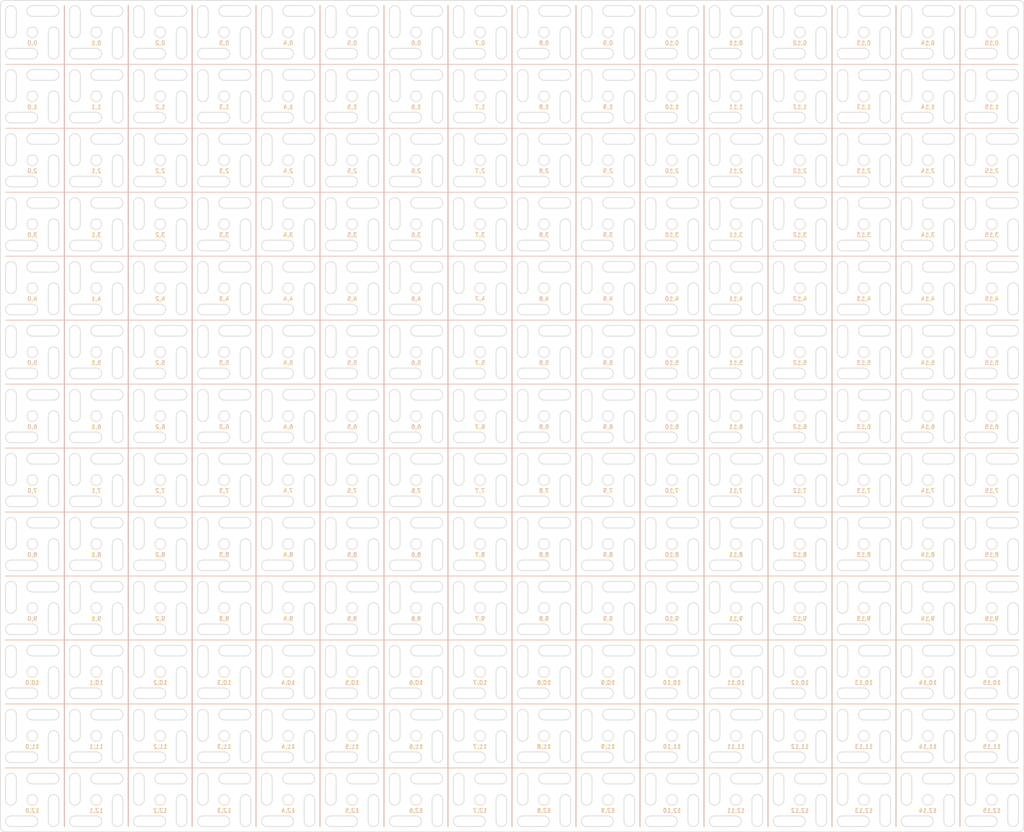
<source format=kicad_pcb>
(kicad_pcb (version 20221018) (generator pcbnew)
  (layers (0 "F.Cu" signal) (31 "B.Cu" signal) (34 "B.Paste" user) (35 "F.Paste" user) (36 "B.SilkS" user "B.Silkscreen") (37 "F.SilkS" user "F.Silkscreen") (38 "B.Mask" user) (39 "F.Mask" user) (44 "Edge.Cuts" user))
  (net 0 "")
  (gr_line (start 193.04 26.67) (end 193.04 222.25) (stroke (width 0.15)) (layer "F.Cu"))
  (gr_line (start 177.799999 26.67) (end 177.799999 222.25) (stroke (width 0.15)) (layer "F.Cu"))
  (gr_line (start 101.6 26.67) (end 101.6 222.25) (stroke (width 0.15)) (layer "F.Cu"))
  (gr_line (start 208.279999 26.67) (end 208.279999 222.25) (stroke (width 0.15)) (layer "F.Cu"))
  (gr_line (start 40.64 26.67) (end 40.64 222.25) (stroke (width 0.15)) (layer "F.Cu"))
  (gr_line (start 223.52 26.67) (end 223.52 222.25) (stroke (width 0.15)) (layer "F.Cu"))
  (gr_line (start 71.119999 26.67) (end 71.119999 222.25) (stroke (width 0.15)) (layer "F.Cu"))
  (gr_line (start 238.76 26.67) (end 238.76 222.25) (stroke (width 0.15)) (layer "F.Cu"))
  (gr_line (start 162.56 26.67) (end 162.56 222.25) (stroke (width 0.15)) (layer "F.Cu"))
  (gr_line (start 254 26.67) (end 254 222.25) (stroke (width 0.15)) (layer "F.Cu"))
  (gr_line (start 116.839999 26.67) (end 116.839999 222.25) (stroke (width 0.15)) (layer "F.Cu"))
  (gr_line (start 132.079999 26.67) (end 132.079999 222.25) (stroke (width 0.15)) (layer "F.Cu"))
  (gr_line (start 86.36 26.67) (end 86.36 222.25) (stroke (width 0.15)) (layer "F.Cu"))
  (gr_line (start 55.88 26.67) (end 55.88 222.25) (stroke (width 0.15)) (layer "F.Cu"))
  (gr_line (start 147.32 26.67) (end 147.32 222.25) (stroke (width 0.15)) (layer "F.Cu"))
  (gr_line (start 71.119999 26.67) (end 71.119999 222.25) (stroke (width 0.15)) (layer "B.Cu"))
  (gr_line (start 55.88 26.67) (end 55.88 222.25) (stroke (width 0.15)) (layer "B.Cu"))
  (gr_line (start 86.36 26.67) (end 86.36 222.25) (stroke (width 0.15)) (layer "B.Cu"))
  (gr_line (start 147.32 26.67) (end 147.32 222.25) (stroke (width 0.15)) (layer "B.Cu"))
  (gr_line (start 223.52 26.67) (end 223.52 222.25) (stroke (width 0.15)) (layer "B.Cu"))
  (gr_line (start 132.079999 26.67) (end 132.079999 222.25) (stroke (width 0.15)) (layer "B.Cu"))
  (gr_line (start 101.6 26.67) (end 101.6 222.25) (stroke (width 0.15)) (layer "B.Cu"))
  (gr_line (start 254 26.67) (end 254 222.25) (stroke (width 0.15)) (layer "B.Cu"))
  (gr_line (start 208.279999 26.67) (end 208.279999 222.25) (stroke (width 0.15)) (layer "B.Cu"))
  (gr_line (start 40.64 26.67) (end 40.64 222.25) (stroke (width 0.15)) (layer "B.Cu"))
  (gr_line (start 162.56 26.67) (end 162.56 222.25) (stroke (width 0.15)) (layer "B.Cu"))
  (gr_line (start 177.799999 26.67) (end 177.799999 222.25) (stroke (width 0.15)) (layer "B.Cu"))
  (gr_line (start 193.04 26.67) (end 193.04 222.25) (stroke (width 0.15)) (layer "B.Cu"))
  (gr_line (start 116.839999 26.67) (end 116.839999 222.25) (stroke (width 0.15)) (layer "B.Cu"))
  (gr_line (start 238.76 26.67) (end 238.76 222.25) (stroke (width 0.15)) (layer "B.Cu"))
  (gr_line (start 26.67 193.04) (end 267.969999 193.04) (stroke (width 0.15)) (layer "B.SilkS"))
  (gr_line (start 26.67 55.88) (end 267.969999 55.88) (stroke (width 0.15)) (layer "B.SilkS"))
  (gr_line (start 26.67 71.119999) (end 267.969999 71.119999) (stroke (width 0.15)) (layer "B.SilkS"))
  (gr_line (start 55.88 26.67) (end 55.88 222.25) (stroke (width 0.15)) (layer "B.SilkS"))
  (gr_line (start 26.67 147.32) (end 267.969999 147.32) (stroke (width 0.15)) (layer "B.SilkS"))
  (gr_line (start 101.6 26.67) (end 101.6 222.25) (stroke (width 0.15)) (layer "B.SilkS"))
  (gr_line (start 26.67 132.079999) (end 267.969999 132.079999) (stroke (width 0.15)) (layer "B.SilkS"))
  (gr_line (start 177.799999 26.67) (end 177.799999 222.25) (stroke (width 0.15)) (layer "B.SilkS"))
  (gr_line (start 254 26.67) (end 254 222.25) (stroke (width 0.15)) (layer "B.SilkS"))
  (gr_line (start 132.079999 26.67) (end 132.079999 222.25) (stroke (width 0.15)) (layer "B.SilkS"))
  (gr_line (start 26.67 177.799999) (end 267.969999 177.799999) (stroke (width 0.15)) (layer "B.SilkS"))
  (gr_line (start 26.67 86.36) (end 267.969999 86.36) (stroke (width 0.15)) (layer "B.SilkS"))
  (gr_line (start 86.36 26.67) (end 86.36 222.25) (stroke (width 0.15)) (layer "B.SilkS"))
  (gr_line (start 162.56 26.67) (end 162.56 222.25) (stroke (width 0.15)) (layer "B.SilkS"))
  (gr_line (start 26.67 116.839999) (end 267.969999 116.839999) (stroke (width 0.15)) (layer "B.SilkS"))
  (gr_line (start 26.67 208.279999) (end 267.969999 208.279999) (stroke (width 0.15)) (layer "B.SilkS"))
  (gr_line (start 116.839999 26.67) (end 116.839999 222.25) (stroke (width 0.15)) (layer "B.SilkS"))
  (gr_line (start 238.76 26.67) (end 238.76 222.25) (stroke (width 0.15)) (layer "B.SilkS"))
  (gr_line (start 193.04 26.67) (end 193.04 222.25) (stroke (width 0.15)) (layer "B.SilkS"))
  (gr_line (start 26.67 101.6) (end 267.969999 101.6) (stroke (width 0.15)) (layer "B.SilkS"))
  (gr_line (start 208.279999 26.67) (end 208.279999 222.25) (stroke (width 0.15)) (layer "B.SilkS"))
  (gr_line (start 147.32 26.67) (end 147.32 222.25) (stroke (width 0.15)) (layer "B.SilkS"))
  (gr_line (start 71.119999 26.67) (end 71.119999 222.25) (stroke (width 0.15)) (layer "B.SilkS"))
  (gr_line (start 40.64 26.67) (end 40.64 222.25) (stroke (width 0.15)) (layer "B.SilkS"))
  (gr_line (start 26.67 40.64) (end 267.969999 40.64) (stroke (width 0.15)) (layer "B.SilkS"))
  (gr_line (start 26.67 162.56) (end 267.969999 162.56) (stroke (width 0.15)) (layer "B.SilkS"))
  (gr_line (start 223.52 26.67) (end 223.52 222.25) (stroke (width 0.15)) (layer "B.SilkS"))
  (gr_line (start 26.67 86.36) (end 267.969999 86.36) (stroke (width 0.15)) (layer "F.SilkS"))
  (gr_line (start 26.67 55.88) (end 267.969999 55.88) (stroke (width 0.15)) (layer "F.SilkS"))
  (gr_line (start 26.67 177.799999) (end 267.969999 177.799999) (stroke (width 0.15)) (layer "F.SilkS"))
  (gr_line (start 26.67 147.32) (end 267.969999 147.32) (stroke (width 0.15)) (layer "F.SilkS"))
  (gr_line (start 26.67 193.04) (end 267.969999 193.04) (stroke (width 0.15)) (layer "F.SilkS"))
  (gr_line (start 101.6 26.67) (end 101.6 222.25) (stroke (width 0.15)) (layer "F.SilkS"))
  (gr_line (start 71.119999 26.67) (end 71.119999 222.25) (stroke (width 0.15)) (layer "F.SilkS"))
  (gr_line (start 26.67 116.839999) (end 267.969999 116.839999) (stroke (width 0.15)) (layer "F.SilkS"))
  (gr_line (start 132.079999 26.67) (end 132.079999 222.25) (stroke (width 0.15)) (layer "F.SilkS"))
  (gr_line (start 26.67 132.079999) (end 267.969999 132.079999) (stroke (width 0.15)) (layer "F.SilkS"))
  (gr_line (start 116.839999 26.67) (end 116.839999 222.25) (stroke (width 0.15)) (layer "F.SilkS"))
  (gr_line (start 177.799999 26.67) (end 177.799999 222.25) (stroke (width 0.15)) (layer "F.SilkS"))
  (gr_line (start 26.67 71.119999) (end 267.969999 71.119999) (stroke (width 0.15)) (layer "F.SilkS"))
  (gr_line (start 86.36 26.67) (end 86.36 222.25) (stroke (width 0.15)) (layer "F.SilkS"))
  (gr_line (start 223.52 26.67) (end 223.52 222.25) (stroke (width 0.15)) (layer "F.SilkS"))
  (gr_line (start 26.67 208.279999) (end 267.969999 208.279999) (stroke (width 0.15)) (layer "F.SilkS"))
  (gr_line (start 26.67 40.64) (end 267.969999 40.64) (stroke (width 0.15)) (layer "F.SilkS"))
  (gr_line (start 208.279999 26.67) (end 208.279999 222.25) (stroke (width 0.15)) (layer "F.SilkS"))
  (gr_line (start 26.67 162.56) (end 267.969999 162.56) (stroke (width 0.15)) (layer "F.SilkS"))
  (gr_line (start 55.88 26.67) (end 55.88 222.25) (stroke (width 0.15)) (layer "F.SilkS"))
  (gr_line (start 162.56 26.67) (end 162.56 222.25) (stroke (width 0.15)) (layer "F.SilkS"))
  (gr_line (start 26.67 101.6) (end 267.969999 101.6) (stroke (width 0.15)) (layer "F.SilkS"))
  (gr_line (start 40.64 26.67) (end 40.64 222.25) (stroke (width 0.15)) (layer "F.SilkS"))
  (gr_line (start 193.04 26.67) (end 193.04 222.25) (stroke (width 0.15)) (layer "F.SilkS"))
  (gr_line (start 147.32 26.67) (end 147.32 222.25) (stroke (width 0.15)) (layer "F.SilkS"))
  (gr_line (start 254 26.67) (end 254 222.25) (stroke (width 0.15)) (layer "F.SilkS"))
  (gr_line (start 238.76 26.67) (end 238.76 222.25) (stroke (width 0.15)) (layer "F.SilkS"))
  (gr_arc (start 124.46 82.55) (mid 125.73 83.82) (end 124.46 85.09) (stroke (width 0.15)) (layer "Edge.Cuts"))
  (gr_arc (start 246.38 120.649999) (mid 245.110001 119.38) (end 246.38 118.110001) (stroke (width 0.15)) (layer "Edge.Cuts"))
  (gr_line (start 210.82 85.09) (end 215.9 85.09) (stroke (width 0.15)) (layer "Edge.Cuts"))
  (gr_line (start 43.18 173.99) (end 48.26 173.99) (stroke (width 0.15)) (layer "Edge.Cuts"))
  (gr_arc (start 74.93 93.98) (mid 73.66 95.25) (end 72.39 93.98) (stroke (width 0.15)) (layer "Edge.Cuts"))
  (gr_arc (start 124.46 92.71) (mid 124.46 95.25) (end 124.46 92.71) (stroke (width 0.15)) (layer "Edge.Cuts"))
  (gr_arc (start 149.86 69.85) (mid 148.59 68.58) (end 149.86 67.31) (stroke (width 0.15)) (layer "Edge.Cuts"))
  (gr_line (start 87.63 195.58) (end 87.63 200.66) (stroke (width 0.15)) (layer "Edge.Cuts"))
  (gr_line (start 212.09 119.38) (end 212.09 124.46) (stroke (width 0.15)) (layer "Edge.Cuts"))
  (gr_arc (start 93.98 120.649999) (mid 92.710001 119.38) (end 93.98 118.110001) (stroke (width 0.15)) (layer "Edge.Cuts"))
  (gr_line (start 73.66 69.85) (end 78.74 69.85) (stroke (width 0.15)) (layer "Edge.Cuts"))
  (gr_arc (start 78.74 82.55) (mid 80.01 83.82) (end 78.74 85.09) (stroke (width 0.15)) (layer "Edge.Cuts"))
  (gr_arc (start 256.54 191.77) (mid 255.27 190.5) (end 256.54 189.23) (stroke (width 0.15)) (layer "Edge.Cuts"))
  (gr_arc (start 246.38 77.47) (mid 246.38 80.01) (end 246.38 77.47) (stroke (width 0.15)) (layer "Edge.Cuts"))
  (gr_arc (start 113.03 48.26) (mid 114.3 46.99) (end 115.57 48.26) (stroke (width 0.15)) (layer "Edge.Cuts"))
  (gr_arc (start 139.7 82.55) (mid 140.97 83.82) (end 139.7 85.09) (stroke (width 0.15)) (layer "Edge.Cuts"))
  (gr_arc (start 146.05 129.539999) (mid 144.78 130.809999) (end 143.51 129.539999) (stroke (width 0.15)) (layer "Edge.Cuts"))
  (gr_line (start 240.03 195.58) (end 240.03 200.66) (stroke (width 0.15)) (layer "Edge.Cuts"))
  (gr_arc (start 161.29 190.5) (mid 160.02 191.77) (end 158.75 190.5) (stroke (width 0.15)) (layer "Edge.Cuts"))
  (gr_arc (start 26.67 134.62) (mid 27.94 133.35) (end 29.21 134.62) (stroke (width 0.15)) (layer "Edge.Cuts"))
  (gr_line (start 210.82 191.77) (end 215.9 191.77) (stroke (width 0.15)) (layer "Edge.Cuts"))
  (gr_arc (start 226.06 207.01) (mid 224.79 205.74) (end 226.06 204.47) (stroke (width 0.15)) (layer "Edge.Cuts"))
  (gr_line (start 226.06 130.81) (end 231.14 130.81) (stroke (width 0.15)) (layer "Edge.Cuts"))
  (gr_line (start 109.22 118.11) (end 114.3 118.11) (stroke (width 0.15)) (layer "Edge.Cuts"))
  (gr_arc (start 134.62 85.089999) (mid 133.350001 83.82) (end 134.62 82.550001) (stroke (width 0.15)) (layer "Edge.Cuts"))
  (gr_arc (start 175.26 72.39) (mid 176.53 73.66) (end 175.26 74.93) (stroke (width 0.15)) (layer "Edge.Cuts"))
  (gr_line (start 173.99 124.46) (end 173.99 129.539999) (stroke (width 0.15)) (layer "Edge.Cuts"))
  (gr_arc (start 78.74 196.85) (mid 77.47 195.58) (end 78.74 194.31) (stroke (width 0.15)) (layer "Edge.Cuts"))
  (gr_line (start 54.61 63.5) (end 54.61 68.58) (stroke (width 0.15)) (layer "Edge.Cuts"))
  (gr_arc (start 257.81 200.66) (mid 256.54 201.93) (end 255.27 200.66) (stroke (width 0.15)) (layer "Edge.Cuts"))
  (gr_line (start 212.09 149.86) (end 212.09 154.94) (stroke (width 0.15)) (layer "Edge.Cuts"))
  (gr_arc (start 148.59 73.66) (mid 149.86 72.39) (end 151.13 73.66) (stroke (width 0.15)) (layer "Edge.Cuts"))
  (gr_arc (start 179.07 134.62) (mid 180.34 133.35) (end 181.61 134.62) (stroke (width 0.15)) (layer "Edge.Cuts"))
  (gr_arc (start 181.61 215.9) (mid 180.34 217.17) (end 179.07 215.9) (stroke (width 0.15)) (layer "Edge.Cuts"))
  (gr_line (start 63.5 105.41) (end 68.58 105.41) (stroke (width 0.15)) (layer "Edge.Cuts"))
  (gr_arc (start 63.5 135.89) (mid 62.23 134.62) (end 63.5 133.35) (stroke (width 0.15)) (layer "Edge.Cuts"))
  (gr_arc (start 194.31 104.14) (mid 195.58 102.87) (end 196.85 104.14) (stroke (width 0.15)) (layer "Edge.Cuts"))
  (gr_arc (start 209.549999 134.62) (mid 210.82 133.349999) (end 212.090001 134.62) (stroke (width 0.15)) (layer "Edge.Cuts"))
  (gr_line (start 73.66 39.37) (end 78.74 39.37) (stroke (width 0.15)) (layer "Edge.Cuts"))
  (gr_line (start 261.62 181.61) (end 266.7 181.61) (stroke (width 0.15)) (layer "Edge.Cuts"))
  (gr_line (start 93.98 133.35) (end 99.06 133.35) (stroke (width 0.15)) (layer "Edge.Cuts"))
  (gr_arc (start 135.89 154.94) (mid 134.62 156.21) (end 133.35 154.94) (stroke (width 0.15)) (layer "Edge.Cuts"))
  (gr_arc (start 118.11 195.58) (mid 119.38 194.31) (end 120.65 195.58) (stroke (width 0.15)) (layer "Edge.Cuts"))
  (gr_arc (start 207.01 68.58) (mid 205.74 69.85) (end 204.47 68.58) (stroke (width 0.15)) (layer "Edge.Cuts"))
  (gr_arc (start 165.1 146.05) (mid 163.83 144.78) (end 165.1 143.51) (stroke (width 0.15)) (layer "Edge.Cuts"))
  (gr_arc (start 124.46 184.149999) (mid 124.46 186.690001) (end 124.46 184.149999) (stroke (width 0.15)) (layer "Edge.Cuts"))
  (gr_arc (start 109.22 181.61) (mid 107.95 180.34) (end 109.22 179.07) (stroke (width 0.15)) (layer "Edge.Cuts"))
  (gr_arc (start 119.38 100.33) (mid 118.11 99.06) (end 119.38 97.79) (stroke (width 0.15)) (layer "Edge.Cuts"))
  (gr_line (start 256.54 115.57) (end 261.62 115.57) (stroke (width 0.15)) (layer "Edge.Cuts"))
  (gr_arc (start 44.45 185.42) (mid 43.18 186.69) (end 41.91 185.42) (stroke (width 0.15)) (layer "Edge.Cuts"))
  (gr_line (start 149.86 158.75) (end 154.94 158.75) (stroke (width 0.15)) (layer "Edge.Cuts"))
  (gr_line (start 139.7 87.63) (end 144.78 87.63) (stroke (width 0.15)) (layer "Edge.Cuts"))
  (gr_line (start 149.86 189.23) (end 154.94 189.23) (stroke (width 0.15)) (layer "Edge.Cuts"))
  (gr_arc (start 170.18 90.17) (mid 168.91 88.9) (end 170.18 87.63) (stroke (width 0.15)) (layer "Edge.Cuts"))
  (gr_line (start 124.46 102.87) (end 129.539999 102.87) (stroke (width 0.15)) (layer "Edge.Cuts"))
  (gr_line (start 73.66 97.79) (end 78.74 97.79) (stroke (width 0.15)) (layer "Edge.Cuts"))
  (gr_line (start 252.73 215.9) (end 252.73 220.98) (stroke (width 0.15)) (layer "Edge.Cuts"))
  (gr_arc (start 151.13 33.02) (mid 149.86 34.29) (end 148.59 33.02) (stroke (width 0.15)) (layer "Edge.Cuts"))
  (gr_arc (start 48.26 143.51) (mid 49.53 144.78) (end 48.26 146.05) (stroke (width 0.15)) (layer "Edge.Cuts"))
  (gr_line (start 170.18 212.09) (end 175.26 212.09) (stroke (width 0.15)) (layer "Edge.Cuts"))
  (gr_line (start 181.61 210.82) (end 181.61 215.9) (stroke (width 0.15)) (layer "Edge.Cuts"))
  (gr_line (start 210.82 176.53) (end 215.9 176.53) (stroke (width 0.15)) (layer "Edge.Cuts"))
  (gr_arc (start 133.35 27.94) (mid 134.62 26.67) (end 135.89 27.94) (stroke (width 0.15)) (layer "Edge.Cuts"))
  (gr_line (start 261.62 120.65) (end 266.7 120.65) (stroke (width 0.15)) (layer "Edge.Cuts"))
  (gr_line (start 85.09 63.5) (end 85.09 68.58) (stroke (width 0.15)) (layer "Edge.Cuts"))
  (gr_arc (start 146.05 53.34) (mid 144.78 54.61) (end 143.51 53.34) (stroke (width 0.15)) (layer "Edge.Cuts"))
  (gr_line (start 195.58 176.53) (end 200.66 176.53) (stroke (width 0.15)) (layer "Edge.Cuts"))
  (gr_line (start 73.66 161.29) (end 78.74 161.29) (stroke (width 0.15)) (layer "Edge.Cuts"))
  (gr_line (start 109.22 44.45) (end 114.3 44.45) (stroke (width 0.15)) (layer "Edge.Cuts"))
  (gr_line (start 240.03 73.66) (end 240.03 78.74) (stroke (width 0.15)) (layer "Edge.Cuts"))
  (gr_line (start 48.26 151.13) (end 53.34 151.13) (stroke (width 0.15)) (layer "Edge.Cuts"))
  (gr_line (start 261.62 29.21) (end 266.7 29.21) (stroke (width 0.15)) (layer "Edge.Cuts"))
  (gr_arc (start 246.38 181.61) (mid 245.11 180.34) (end 246.38 179.07) (stroke (width 0.15)) (layer "Edge.Cuts"))
  (gr_line (start 135.89 165.1) (end 135.89 170.18) (stroke (width 0.15)) (layer "Edge.Cuts"))
  (gr_line (start 26.67 88.9) (end 26.67 93.98) (stroke (width 0.15)) (layer "Edge.Cuts"))
  (gr_arc (start 100.33 99.06) (mid 99.06 100.33) (end 97.79 99.06) (stroke (width 0.15)) (layer "Edge.Cuts"))
  (gr_arc (start 29.21 78.74) (mid 27.94 80.01) (end 26.67 78.74) (stroke (width 0.15)) (layer "Edge.Cuts"))
  (gr_arc (start 181.61 139.7) (mid 180.34 140.97) (end 179.07 139.7) (stroke (width 0.15)) (layer "Edge.Cuts"))
  (gr_line (start 104.14 189.23) (end 109.22 189.23) (stroke (width 0.15)) (layer "Edge.Cuts"))
  (gr_line (start 210.82 36.83) (end 215.9 36.83) (stroke (width 0.15)) (layer "Edge.Cuts"))
  (gr_arc (start 120.649999 48.26) (mid 119.38 49.529999) (end 118.110001 48.26) (stroke (width 0.15)) (layer "Edge.Cuts"))
  (gr_line (start 48.26 135.89) (end 53.34 135.89) (stroke (width 0.15)) (layer "Edge.Cuts"))
  (gr_arc (start 261.62 97.79) (mid 262.89 99.06) (end 261.62 100.33) (stroke (width 0.15)) (layer "Edge.Cuts"))
  (gr_line (start 113.03 124.46) (end 113.03 129.539999) (stroke (width 0.15)) (layer "Edge.Cuts"))
  (gr_arc (start 87.63 73.66) (mid 88.9 72.39) (end 90.17 73.66) (stroke (width 0.15)) (layer "Edge.Cuts"))
  (gr_arc (start 149.86 100.33) (mid 148.59 99.06) (end 149.86 97.79) (stroke (width 0.15)) (layer "Edge.Cuts"))
  (gr_line (start 267.97 33.02) (end 267.97 38.1) (stroke (width 0.15)) (layer "Edge.Cuts"))
  (gr_line (start 85.09 185.42) (end 85.09 190.5) (stroke (width 0.15)) (layer "Edge.Cuts"))
  (gr_arc (start 57.15 180.34) (mid 58.42 179.07) (end 59.69 180.34) (stroke (width 0.15)) (layer "Edge.Cuts"))
  (gr_arc (start 133.35 180.34) (mid 134.62 179.07) (end 135.89 180.34) (stroke (width 0.15)) (layer "Edge.Cuts"))
  (gr_arc (start 160.02 163.829999) (mid 161.290001 165.1) (end 160.02 166.370001) (stroke (width 0.15)) (layer "Edge.Cuts"))
  (gr_line (start 149.86 161.29) (end 154.94 161.29) (stroke (width 0.15)) (layer "Edge.Cuts"))
  (gr_arc (start 215.9 143.51) (mid 217.17 144.78) (end 215.9 146.05) (stroke (width 0.15)) (layer "Edge.Cuts"))
  (gr_line (start 119.38 158.75) (end 124.46 158.75) (stroke (width 0.15)) (layer "Edge.Cuts"))
  (gr_arc (start 63.5 212.09) (mid 62.23 210.82) (end 63.5 209.55) (stroke (width 0.15)) (layer "Edge.Cuts"))
  (gr_arc (start 85.089999 129.539999) (mid 83.82 130.809998) (end 82.550001 129.539999) (stroke (width 0.15)) (layer "Edge.Cuts"))
  (gr_line (start 27.94 173.99) (end 33.02 173.99) (stroke (width 0.15)) (layer "Edge.Cuts"))
  (gr_line (start 74.93 210.82) (end 74.93 215.9) (stroke (width 0.15)) (layer "Edge.Cuts"))
  (gr_line (start 128.27 200.66) (end 128.27 205.74) (stroke (width 0.15)) (layer "Edge.Cuts"))
  (gr_arc (start 48.26 31.75) (mid 48.26 34.29) (end 48.26 31.75) (stroke (width 0.15)) (layer "Edge.Cuts"))
  (gr_line (start 240.03 27.94) (end 240.03 33.02) (stroke (width 0.15)) (layer "Edge.Cuts"))
  (gr_line (start 90.17 195.58) (end 90.17 200.66) (stroke (width 0.15)) (layer "Edge.Cuts"))
  (gr_line (start 74.93 58.42) (end 74.93 63.5) (stroke (width 0.15)) (layer "Edge.Cuts"))
  (gr_arc (start 124.46 204.47) (mid 125.73 205.74) (end 124.46 207.01) (stroke (width 0.15)) (layer "Edge.Cuts"))
  (gr_arc (start 200.66 74.93) (mid 199.39 73.66) (end 200.66 72.39) (stroke (width 0.15)) (layer "Edge.Cuts"))
  (gr_arc (start 222.25 220.98) (mid 220.98 222.25) (end 219.71 220.98) (stroke (width 0.15)) (layer "Edge.Cuts"))
  (gr_line (start 165.1 189.23) (end 170.18 189.23) (stroke (width 0.15)) (layer "Edge.Cuts"))
  (gr_line (start 104.14 52.07) (end 109.22 52.07) (stroke (width 0.15)) (layer "Edge.Cuts"))
  (gr_line (start 194.31 119.38) (end 194.31 124.46) (stroke (width 0.15)) (layer "Edge.Cuts"))
  (gr_line (start 165.1 204.47) (end 170.18 204.47) (stroke (width 0.15)) (layer "Edge.Cuts"))
  (gr_arc (start 97.79 78.74) (mid 99.06 77.47) (end 100.33 78.74) (stroke (width 0.15)) (layer "Edge.Cuts"))
  (gr_arc (start 237.49 190.5) (mid 236.22 191.77) (end 234.95 190.5) (stroke (width 0.15)) (layer "Edge.Cuts"))
  (gr_arc (start 146.05 205.74) (mid 144.78 207.01) (end 143.51 205.74) (stroke (width 0.15)) (layer "Edge.Cuts"))
  (gr_arc (start 231.14 138.429999) (mid 231.14 140.970001) (end 231.14 138.429999) (stroke (width 0.15)) (layer "Edge.Cuts"))
  (gr_arc (start 67.31 124.46) (mid 68.58 123.19) (end 69.85 124.46) (stroke (width 0.15)) (layer "Edge.Cuts"))
  (gr_line (start 33.02 87.63) (end 38.1 87.63) (stroke (width 0.15)) (layer "Edge.Cuts"))
  (gr_arc (start 72.39 134.62) (mid 73.66 133.35) (end 74.93 134.62) (stroke (width 0.15)) (layer "Edge.Cuts"))
  (gr_line (start 173.99 154.94) (end 173.99 160.02) (stroke (width 0.15)) (layer "Edge.Cuts"))
  (gr_arc (start 240.03 119.38) (mid 241.3 118.11) (end 242.57 119.38) (stroke (width 0.15)) (layer "Edge.Cuts"))
  (gr_line (start 52.07 33.02) (end 52.07 38.1) (stroke (width 0.15)) (layer "Edge.Cuts"))
  (gr_line (start 41.91 180.34) (end 41.91 185.42) (stroke (width 0.15)) (layer "Edge.Cuts"))
  (gr_line (start 219.71 124.46) (end 219.71 129.539999) (stroke (width 0.15)) (layer "Edge.Cuts"))
  (gr_arc (start 200.66 199.39) (mid 200.66 201.93) (end 200.66 199.39) (stroke (width 0.15)) (layer "Edge.Cuts"))
  (gr_line (start 54.61 139.7) (end 54.61 144.78) (stroke (width 0.15)) (layer "Edge.Cuts"))
  (gr_line (start 176.53 63.5) (end 176.53 68.58) (stroke (width 0.15)) (layer "Edge.Cuts"))
  (gr_line (start 227.33 210.82) (end 227.33 215.9) (stroke (width 0.15)) (layer "Edge.Cuts"))
  (gr_arc (start 261.62 46.989999) (mid 261.62 49.530001) (end 261.62 46.989999) (stroke (width 0.15)) (layer "Edge.Cuts"))
  (gr_arc (start 120.649999 139.7) (mid 119.38 140.969999) (end 118.110001 139.7) (stroke (width 0.15)) (layer "Edge.Cuts"))
  (gr_line (start 256.54 128.27) (end 261.62 128.27) (stroke (width 0.15)) (layer "Edge.Cuts"))
  (gr_line (start 48.26 57.15) (end 53.34 57.15) (stroke (width 0.15)) (layer "Edge.Cuts"))
  (gr_line (start 265.43 78.74) (end 265.43 83.82) (stroke (width 0.15)) (layer "Edge.Cuts"))
  (gr_arc (start 100.33 205.74) (mid 99.06 207.01) (end 97.79 205.74) (stroke (width 0.15)) (layer "Edge.Cuts"))
  (gr_arc (start 39.37 114.3) (mid 38.1 115.57) (end 36.83 114.3) (stroke (width 0.15)) (layer "Edge.Cuts"))
  (gr_line (start 73.66 143.51) (end 78.74 143.51) (stroke (width 0.15)) (layer "Edge.Cuts"))
  (gr_arc (start 99.06 209.549999) (mid 100.330001 210.82) (end 99.06 212.090001) (stroke (width 0.15)) (layer "Edge.Cuts"))
  (gr_line (start 73.66 222.25) (end 78.74 222.25) (stroke (width 0.15)) (layer "Edge.Cuts"))
  (gr_line (start 78.74 72.39) (end 83.82 72.39) (stroke (width 0.15)) (layer "Edge.Cuts"))
  (gr_arc (start 139.7 189.23) (mid 140.97 190.5) (end 139.7 191.77) (stroke (width 0.15)) (layer "Edge.Cuts"))
  (gr_arc (start 261.62 36.83) (mid 262.89 38.1) (end 261.62 39.37) (stroke (width 0.15)) (layer "Edge.Cuts"))
  (gr_arc (start 133.35 149.86) (mid 134.62 148.59) (end 135.89 149.86) (stroke (width 0.15)) (layer "Edge.Cuts"))
  (gr_arc (start 109.22 166.37) (mid 107.95 165.1) (end 109.22 163.83) (stroke (width 0.15)) (layer "Edge.Cuts"))
  (gr_arc (start 53.34 87.63) (mid 54.61 88.9) (end 53.34 90.17) (stroke (width 0.15)) (layer "Edge.Cuts"))
  (gr_line (start 209.55 180.34) (end 209.55 185.42) (stroke (width 0.15)) (layer "Edge.Cuts"))
  (gr_arc (start 219.709999 185.42) (mid 220.98 184.149999) (end 222.250001 185.42) (stroke (width 0.15)) (layer "Edge.Cuts"))
  (gr_arc (start 58.42 115.57) (mid 57.15 114.3) (end 58.42 113.03) (stroke (width 0.15)) (layer "Edge.Cuts"))
  (gr_arc (start 58.42 69.85) (mid 57.15 68.58) (end 58.42 67.31) (stroke (width 0.15)) (layer "Edge.Cuts"))
  (gr_arc (start 68.58 179.07) (mid 69.85 180.34) (end 68.58 181.61) (stroke (width 0.15)) (layer "Edge.Cuts"))
  (gr_line (start 161.29 93.98) (end 161.29 99.06) (stroke (width 0.15)) (layer "Edge.Cuts"))
  (gr_arc (start 176.53 68.58) (mid 175.26 69.85) (end 173.99 68.58) (stroke (width 0.15)) (layer "Edge.Cuts"))
  (gr_line (start 163.83 210.82) (end 163.83 215.9) (stroke (width 0.15)) (layer "Edge.Cuts"))
  (gr_line (start 57.15 104.14) (end 57.15 109.22) (stroke (width 0.15)) (layer "Edge.Cuts"))
  (gr_arc (start 53.34 209.549999) (mid 54.610001 210.82) (end 53.34 212.090001) (stroke (width 0.15)) (layer "Edge.Cuts"))
  (gr_line (start 215.9 59.69) (end 220.98 59.69) (stroke (width 0.15)) (layer "Edge.Cuts"))
  (gr_line (start 78.74 151.13) (end 83.82 151.13) (stroke (width 0.15)) (layer "Edge.Cuts"))
  (gr_line (start 256.54 158.75) (end 261.62 158.75) (stroke (width 0.15)) (layer "Edge.Cuts"))
  (gr_line (start 148.59 134.62) (end 148.59 139.7) (stroke (width 0.15)) (layer "Edge.Cuts"))
  (gr_arc (start 175.26 179.07) (mid 176.53 180.34) (end 175.26 181.61) (stroke (width 0.15)) (layer "Edge.Cuts"))
  (gr_line (start 173.99 200.66) (end 173.99 205.74) (stroke (width 0.15)) (layer "Edge.Cuts"))
  (gr_arc (start 39.37 175.26) (mid 38.1 176.53) (end 36.83 175.26) (stroke (width 0.15)) (layer "Edge.Cuts"))
  (gr_arc (start 105.41 78.74) (mid 104.14 80.01) (end 102.87 78.74) (stroke (width 0.15)) (layer "Edge.Cuts"))
  (gr_line (start 93.98 26.67) (end 99.06 26.67) (stroke (width 0.15)) (layer "Edge.Cuts"))
  (gr_arc (start 170.18 153.67) (mid 170.18 156.21) (end 170.18 153.67) (stroke (width 0.15)) (layer "Edge.Cuts"))
  (gr_line (start 185.42 163.83) (end 190.5 163.83) (stroke (width 0.15)) (layer "Edge.Cuts"))
  (gr_arc (start 154.94 123.19) (mid 154.94 125.73) (end 154.94 123.19) (stroke (width 0.15)) (layer "Edge.Cuts"))
  (gr_line (start 88.9 176.53) (end 93.98 176.53) (stroke (width 0.15)) (layer "Edge.Cuts"))
  (gr_line (start 224.79 58.42) (end 224.79 63.5) (stroke (width 0.15)) (layer "Edge.Cuts"))
  (gr_arc (start 185.42 189.23) (mid 186.69 190.5) (end 185.42 191.77) (stroke (width 0.15)) (layer "Edge.Cuts"))
  (gr_line (start 134.62 67.31) (end 139.7 67.31) (stroke (width 0.15)) (layer "Edge.Cuts"))
  (gr_arc (start 90.17 63.5) (mid 88.9 64.77) (end 87.63 63.5) (stroke (width 0.15)) (layer "Edge.Cuts"))
  (gr_arc (start 124.46 74.93) (mid 123.19 73.66) (end 124.46 72.39) (stroke (width 0.15)) (layer "Edge.Cuts"))
  (gr_line (start 58.42 219.71) (end 63.5 219.71) (stroke (width 0.15)) (layer "Edge.Cuts"))
  (gr_arc (start 63.5 143.51) (mid 64.77 144.78) (end 63.5 146.05) (stroke (width 0.15)) (layer "Edge.Cuts"))
  (gr_arc (start 109.22 120.649999) (mid 107.950001 119.38) (end 109.22 118.110001) (stroke (width 0.15)) (layer "Edge.Cuts"))
  (gr_arc (start 39.37 129.539999) (mid 38.1 130.809999) (end 36.83 129.539999) (stroke (width 0.15)) (layer "Edge.Cuts"))
  (gr_line (start 176.53 109.22) (end 176.53 114.3) (stroke (width 0.15)) (layer "Edge.Cuts"))
  (gr_line (start 191.77 154.94) (end 191.77 160.02) (stroke (width 0.15)) (layer "Edge.Cuts"))
  (gr_line (start 52.07 78.74) (end 52.07 83.82) (stroke (width 0.15)) (layer "Edge.Cuts"))
  (gr_line (start 124.46 133.35) (end 129.539999 133.35) (stroke (width 0.15)) (layer "Edge.Cuts"))
  (gr_arc (start 222.25 38.1) (mid 220.98 39.37) (end 219.71 38.1) (stroke (width 0.15)) (layer "Edge.Cuts"))
  (gr_arc (start 33.02 46.989999) (mid 33.02 49.530001) (end 33.02 46.989999) (stroke (width 0.15)) (layer "Edge.Cuts"))
  (gr_arc (start 139.7 173.989999) (mid 140.970001 175.26) (end 139.7 176.530001) (stroke (width 0.15)) (layer "Edge.Cuts"))
  (gr_line (start 181.61 43.18) (end 181.61 48.26) (stroke (width 0.15)) (layer "Edge.Cuts"))
  (gr_arc (start 113.03 170.18) (mid 114.3 168.91) (end 115.57 170.18) (stroke (width 0.15)) (layer "Edge.Cuts"))
  (gr_arc (start 27.94 85.089999) (mid 26.670001 83.82) (end 27.94 82.550001) (stroke (width 0.15)) (layer "Edge.Cuts"))
  (gr_line (start 231.14 29.21) (end 236.22 29.21) (stroke (width 0.15)) (layer "Edge.Cuts"))
  (gr_arc (start 57.15 210.82) (mid 58.42 209.55) (end 59.69 210.82) (stroke (width 0.15)) (layer "Edge.Cuts"))
  (gr_arc (start 261.62 135.89) (mid 260.35 134.62) (end 261.62 133.35) (stroke (width 0.15)) (layer "Edge.Cuts"))
  (gr_line (start 88.9 143.51) (end 93.98 143.51) (stroke (width 0.15)) (layer "Edge.Cuts"))
  (gr_line (start 219.71 93.98) (end 219.71 99.06) (stroke (width 0.15)) (layer "Edge.Cuts"))
  (gr_arc (start 63.5 196.85) (mid 62.23 195.58) (end 63.5 194.31) (stroke (width 0.15)) (layer "Edge.Cuts"))
  (gr_arc (start 78.74 92.71) (mid 78.74 95.25) (end 78.74 92.71) (stroke (width 0.15)) (layer "Edge.Cuts"))
  (gr_arc (start 38.1 118.11) (mid 39.37 119.38) (end 38.1 120.65) (stroke (width 0.15)) (layer "Edge.Cuts"))
  (gr_line (start 109.22 151.13) (end 114.3 151.13) (stroke (width 0.15)) (layer "Edge.Cuts"))
  (gr_line (start 194.31 43.18) (end 194.31 48.26) (stroke (width 0.15)) (layer "Edge.Cuts"))
  (gr_line (start 257.81 149.86) (end 257.81 154.94) (stroke (width 0.15)) (layer "Edge.Cuts"))
  (gr_arc (start 200.66 52.07) (mid 201.93 53.34) (end 200.66 54.61) (stroke (width 0.15)) (layer "Edge.Cuts"))
  (gr_arc (start 102.87 149.86) (mid 104.14 148.59) (end 105.41 149.86) (stroke (width 0.15)) (layer "Edge.Cuts"))
  (gr_line (start 154.94 44.45) (end 160.02 44.45) (stroke (width 0.15)) (layer "Edge.Cuts"))
  (gr_arc (start 200.66 196.85) (mid 199.39 195.58) (end 200.66 194.31) (stroke (width 0.15)) (layer "Edge.Cuts"))
  (gr_line (start 33.02 133.35) (end 38.1 133.35) (stroke (width 0.15)) (layer "Edge.Cuts"))
  (gr_line (start 124.46 179.07) (end 129.539999 179.07) (stroke (width 0.15)) (layer "Edge.Cuts"))
  (gr_arc (start 129.539999 102.87) (mid 130.809999 104.14) (end 129.539999 105.41) (stroke (width 0.15)) (layer "Edge.Cuts"))
  (gr_line (start 161.29 170.18) (end 161.29 175.26) (stroke (width 0.15)) (layer "Edge.Cuts"))
  (gr_arc (start 173.989999 63.5) (mid 175.26 62.229999) (end 176.530001 63.5) (stroke (width 0.15)) (layer "Edge.Cuts"))
  (gr_arc (start 33.02 212.09) (mid 31.75 210.82) (end 33.02 209.55) (stroke (width 0.15)) (layer "Edge.Cuts"))
  (gr_line (start 134.62 128.27) (end 139.7 128.27) (stroke (width 0.15)) (layer "Edge.Cuts"))
  (gr_line (start 78.74 120.65) (end 83.82 120.65) (stroke (width 0.15)) (layer "Edge.Cuts"))
  (gr_arc (start 43.18 207.01) (mid 41.91 205.74) (end 43.18 204.47) (stroke (width 0.15)) (layer "Edge.Cuts"))
  (gr_arc (start 120.649999 109.22) (mid 119.38 110.489999) (end 118.110001 109.22) (stroke (width 0.15)) (layer "Edge.Cuts"))
  (gr_line (start 33.02 212.09) (end 38.1 212.09) (stroke (width 0.15)) (layer "Edge.Cuts"))
  (gr_arc (start 105.41 170.18) (mid 104.14 171.45) (end 102.87 170.18) (stroke (width 0.15)) (layer "Edge.Cuts"))
  (gr_line (start 261.62 118.11) (end 266.7 118.11) (stroke (width 0.15)) (layer "Edge.Cuts"))
  (gr_arc (start 154.94 82.55) (mid 156.21 83.82) (end 154.94 85.09) (stroke (width 0.15)) (layer "Edge.Cuts"))
  (gr_arc (start 196.85 109.22) (mid 195.58 110.49) (end 194.31 109.22) (stroke (width 0.15)) (layer "Edge.Cuts"))
  (gr_line (start 82.55 109.22) (end 82.55 114.3) (stroke (width 0.15)) (layer "Edge.Cuts"))
  (gr_arc (start 170.18 120.649999) (mid 168.910001 119.38) (end 170.18 118.110001) (stroke (width 0.15)) (layer "Edge.Cuts"))
  (gr_arc (start 210.82 176.53) (mid 209.55 175.26) (end 210.82 173.99) (stroke (width 0.15)) (layer "Edge.Cuts"))
  (gr_line (start 78.74 163.83) (end 83.82 163.83) (stroke (width 0.15)) (layer "Edge.Cuts"))
  (gr_arc (start 256.54 176.53) (mid 255.27 175.26) (end 256.54 173.99) (stroke (width 0.15)) (layer "Edge.Cuts"))
  (gr_line (start 165.1 146.05) (end 170.18 146.05) (stroke (width 0.15)) (layer "Edge.Cuts"))
  (gr_line (start 165.1 54.61) (end 170.18 54.61) (stroke (width 0.15)) (layer "Edge.Cuts"))
  (gr_arc (start 128.269999 185.42) (mid 129.539999 184.15) (end 130.809999 185.42) (stroke (width 0.15)) (layer "Edge.Cuts"))
  (gr_line (start 196.85 149.86) (end 196.85 154.94) (stroke (width 0.15)) (layer "Edge.Cuts"))
  (gr_arc (start 88.9 115.57) (mid 87.63 114.3) (end 88.9 113.03) (stroke (width 0.15)) (layer "Edge.Cuts"))
  (gr_arc (start 139.7 138.429999) (mid 139.7 140.970001) (end 139.7 138.429999) (stroke (width 0.15)) (layer "Edge.Cuts"))
  (gr_line (start 250.19 93.98) (end 250.19 99.06) (stroke (width 0.15)) (layer "Edge.Cuts"))
  (gr_arc (start 124.46 113.03) (mid 125.73 114.3) (end 124.46 115.57) (stroke (width 0.15)) (layer "Edge.Cuts"))
  (gr_line (start 224.79 104.14) (end 224.79 109.22) (stroke (width 0.15)) (layer "Edge.Cuts"))
  (gr_line (start 134.62 115.57) (end 139.7 115.57) (stroke (width 0.15)) (layer "Edge.Cuts"))
  (gr_arc (start 261.62 128.269999) (mid 262.89 129.539999) (end 261.62 130.809999) (stroke (width 0.15)) (layer "Edge.Cuts"))
  (gr_arc (start 252.73 190.5) (mid 251.46 191.77) (end 250.19 190.5) (stroke (width 0.15)) (layer "Edge.Cuts"))
  (gr_arc (start 255.27 195.58) (mid 256.54 194.31) (end 257.81 195.58) (stroke (width 0.15)) (layer "Edge.Cuts"))
  (gr_arc (start 48.26 214.63) (mid 48.26 217.17) (end 48.26 214.63) (stroke (width 0.15)) (layer "Edge.Cuts"))
  (gr_line (start 241.3 36.83) (end 246.38 36.83) (stroke (width 0.15)) (layer "Edge.Cuts"))
  (gr_arc (start 82.55 93.98) (mid 83.82 92.71) (end 85.09 93.98) (stroke (width 0.15)) (layer "Edge.Cuts"))
  (gr_line (start 134.62 191.77) (end 139.7 191.77) (stroke (width 0.15)) (layer "Edge.Cuts"))
  (gr_line (start 135.89 195.58) (end 135.89 200.66) (stroke (width 0.15)) (layer "Edge.Cuts"))
  (gr_arc (start 220.98 26.67) (mid 222.25 27.94) (end 220.98 29.21) (stroke (width 0.15)) (layer "Edge.Cuts"))
  (gr_line (start 170.18 179.07) (end 175.26 179.07) (stroke (width 0.15)) (layer "Edge.Cuts"))
  (gr_line (start 82.55 200.66) (end 82.55 205.74) (stroke (width 0.15)) (layer "Edge.Cuts"))
  (gr_arc (start 93.98 153.67) (mid 93.98 156.21) (end 93.98 153.67) (stroke (width 0.15)) (layer "Edge.Cuts"))
  (gr_arc (start 99.06 102.87) (mid 100.33 104.14) (end 99.06 105.41) (stroke (width 0.15)) (layer "Edge.Cuts"))
  (gr_arc (start 82.55 200.66) (mid 83.82 199.39) (end 85.09 200.66) (stroke (width 0.15)) (layer "Edge.Cuts"))
  (gr_arc (start 146.05 190.5) (mid 144.78 191.77) (end 143.51 190.5) (stroke (width 0.15)) (layer "Edge.Cuts"))
  (gr_arc (start 191.77 53.34) (mid 190.5 54.61) (end 189.23 53.34) (stroke (width 0.15)) (layer "Edge.Cuts"))
  (gr_line (start 90.17 27.94) (end 90.17 33.02) (stroke (width 0.15)) (layer "Edge.Cuts"))
  (gr_arc (start 129.539999 87.63) (mid 130.809999 88.9) (end 129.539999 90.17) (stroke (width 0.15)) (layer "Edge.Cuts"))
  (gr_line (start 73.66 158.75) (end 78.74 158.75) (stroke (width 0.15)) (layer "Edge.Cuts"))
  (gr_line (start 133.35 88.9) (end 133.35 93.98) (stroke (width 0.15)) (layer "Edge.Cuts"))
  (gr_arc (start 36.83 215.9) (mid 38.1 214.63) (end 39.37 215.9) (stroke (width 0.15)) (layer "Edge.Cuts"))
  (gr_line (start 43.18 176.53) (end 48.26 176.53) (stroke (width 0.15)) (layer "Edge.Cuts"))
  (gr_arc (start 113.03 109.22) (mid 114.3 107.95) (end 115.57 109.22) (stroke (width 0.15)) (layer "Edge.Cuts"))
  (gr_arc (start 109.22 36.83) (mid 110.49 38.1) (end 109.22 39.37) (stroke (width 0.15)) (layer "Edge.Cuts"))
  (gr_arc (start 215.9 212.09) (mid 214.63 210.82) (end 215.9 209.55) (stroke (width 0.15)) (layer "Edge.Cuts"))
  (gr_line (start 93.98 74.93) (end 99.06 74.93) (stroke (width 0.15)) (layer "Edge.Cuts"))
  (gr_line (start 100.33 185.42) (end 100.33 190.5) (stroke (width 0.15)) (layer "Edge.Cuts"))
  (gr_arc (start 104.14 100.33) (mid 102.87 99.06) (end 104.14 97.79) (stroke (width 0.15)) (layer "Edge.Cuts"))
  (gr_arc (start 85.089999 68.58) (mid 83.82 69.849999) (end 82.550001 68.58) (stroke (width 0.15)) (layer "Edge.Cuts"))
  (gr_arc (start 200.66 31.75) (mid 200.66 34.29) (end 200.66 31.75) (stroke (width 0.15)) (layer "Edge.Cuts"))
  (gr_arc (start 236.22 194.31) (mid 237.49 195.58) (end 236.22 196.85) (stroke (width 0.15)) (layer "Edge.Cuts"))
  (gr_arc (start 252.73 83.82) (mid 251.46 85.09) (end 250.19 83.82) (stroke (width 0.15)) (layer "Edge.Cuts"))
  (gr_arc (start 185.42 97.79) (mid 186.69 99.06) (end 185.42 100.33) (stroke (width 0.15)) (layer "Edge.Cuts"))
  (gr_line (start 27.94 36.83) (end 33.02 36.83) (stroke (width 0.15)) (layer "Edge.Cuts"))
  (gr_arc (start 63.5 138.429999) (mid 63.5 140.970001) (end 63.5 138.429999) (stroke (width 0.15)) (layer "Edge.Cuts"))
  (gr_line (start 224.79 88.9) (end 224.79 93.98) (stroke (width 0.15)) (layer "Edge.Cuts"))
  (gr_line (start 149.86 67.31) (end 154.94 67.31) (stroke (width 0.15)) (layer "Edge.Cuts"))
  (gr_line (start 52.07 109.22) (end 52.07 114.3) (stroke (width 0.15)) (layer "Edge.Cuts"))
  (gr_arc (start 266.7 26.67) (mid 267.97 27.94) (end 266.7 29.21) (stroke (width 0.15)) (layer "Edge.Cuts"))
  (gr_line (start 43.18 69.85) (end 48.26 69.85) (stroke (width 0.15)) (layer "Edge.Cuts"))
  (gr_line (start 256.54 207.01) (end 261.62 207.01) (stroke (width 0.15)) (layer "Edge.Cuts"))
  (gr_line (start 231.14 57.15) (end 236.22 57.15) (stroke (width 0.15)) (layer "Edge.Cuts"))
  (gr_arc (start 48.26 36.83) (mid 49.53 38.1) (end 48.26 39.37) (stroke (width 0.15)) (layer "Edge.Cuts"))
  (gr_arc (start 256.54 146.05) (mid 255.27 144.78) (end 256.54 143.51) (stroke (width 0.15)) (layer "Edge.Cuts"))
  (gr_line (start 166.37 134.62) (end 166.37 139.7) (stroke (width 0.15)) (layer "Edge.Cuts"))
  (gr_line (start 52.07 215.9) (end 52.07 220.98) (stroke (width 0.15)) (layer "Edge.Cuts"))
  (gr_line (start 231.14 118.11) (end 236.22 118.11) (stroke (width 0.15)) (layer "Edge.Cuts"))
  (gr_line (start 54.61 78.74) (end 54.61 83.82) (stroke (width 0.15)) (layer "Edge.Cuts"))
  (gr_arc (start 212.09 33.02) (mid 210.82 34.29) (end 209.55 33.02) (stroke (width 0.15)) (layer "Edge.Cuts"))
  (gr_line (start 54.61 185.42) (end 54.61 190.5) (stroke (width 0.15)) (layer "Edge.Cuts"))
  (gr_line (start 158.75 93.98) (end 158.75 99.06) (stroke (width 0.15)) (layer "Edge.Cuts"))
  (gr_line (start 207.01 124.46) (end 207.01 129.539999) (stroke (width 0.15)) (layer "Edge.Cuts"))
  (gr_line (start 87.63 73.66) (end 87.63 78.74) (stroke (width 0.15)) (layer "Edge.Cuts"))
  (gr_line (start 63.5 59.69) (end 68.58 59.69) (stroke (width 0.15)) (layer "Edge.Cuts"))
  (gr_line (start 97.79 93.98) (end 97.79 99.06) (stroke (width 0.15)) (layer "Edge.Cuts"))
  (gr_arc (start 57.15 119.38) (mid 58.42 118.11) (end 59.69 119.38) (stroke (width 0.15)) (layer "Edge.Cuts"))
  (gr_line (start 33.02 29.21) (end 38.1 29.21) (stroke (width 0.15)) (layer "Edge.Cuts"))
  (gr_arc (start 115.57 38.1) (mid 114.3 39.37) (end 113.03 38.1) (stroke (width 0.15)) (layer "Edge.Cuts"))
  (gr_arc (start 190.5 133.35) (mid 191.77 134.62) (end 190.5 135.89) (stroke (width 0.15)) (layer "Edge.Cuts"))
  (gr_arc (start 237.49 38.1) (mid 236.22 39.37) (end 234.95 38.1) (stroke (width 0.15)) (layer "Edge.Cuts"))
  (gr_line (start 200.66 196.85) (end 205.74 196.85) (stroke (width 0.15)) (layer "Edge.Cuts"))
  (gr_arc (start 63.5 181.61) (mid 62.23 180.34) (end 63.5 179.07) (stroke (width 0.15)) (layer "Edge.Cuts"))
  (gr_line (start 234.95 63.5) (end 234.95 68.58) (stroke (width 0.15)) (layer "Edge.Cuts"))
  (gr_arc (start 88.9 39.37) (mid 87.63 38.1) (end 88.9 36.83) (stroke (width 0.15)) (layer "Edge.Cuts"))
  (gr_line (start 63.5 90.17) (end 68.58 90.17) (stroke (width 0.15)) (layer "Edge.Cuts"))
  (gr_line (start 170.18 102.87) (end 175.26 102.87) (stroke (width 0.15)) (layer "Edge.Cuts"))
  (gr_arc (start 128.269999 215.9) (mid 129.539999 214.63) (end 130.809999 215.9) (stroke (width 0.15)) (layer "Edge.Cuts"))
  (gr_line (start 194.31 27.94) (end 194.31 33.02) (stroke (width 0.15)) (layer "Edge.Cuts"))
  (gr_arc (start 139.7 62.23) (mid 139.7 64.77) (end 139.7 62.23) (stroke (width 0.15)) (layer "Edge.Cuts"))
  (gr_line (start 237.49 185.42) (end 237.49 190.5) (stroke (width 0.15)) (layer "Edge.Cuts"))
  (gr_line (start 161.29 109.22) (end 161.29 114.3) (stroke (width 0.15)) (layer "Edge.Cuts"))
  (gr_arc (start 93.98 128.269999) (mid 95.25 129.539999) (end 93.98 130.809999) (stroke (width 0.15)) (layer "Edge.Cuts"))
  (gr_line (start 250.19 33.02) (end 250.19 38.1) (stroke (width 0.15)) (layer "Edge.Cuts"))
  (gr_arc (start 78.74 189.23) (mid 80.01 190.5) (end 78.74 191.77) (stroke (width 0.15)) (layer "Edge.Cuts"))
  (gr_arc (start 114.3 102.87) (mid 115.57 104.14) (end 114.3 105.41) (stroke (width 0.15)) (layer "Edge.Cuts"))
  (gr_arc (start 161.29 114.3) (mid 160.02 115.57) (end 158.75 114.3) (stroke (width 0.15)) (layer "Edge.Cuts"))
  (gr_arc (start 215.9 151.13) (mid 214.63 149.86) (end 215.9 148.59) (stroke (width 0.15)) (layer "Edge.Cuts"))
  (gr_line (start 226.06 97.79) (end 231.14 97.79) (stroke (width 0.15)) (layer "Edge.Cuts"))
  (gr_line (start 265.43 139.7) (end 265.43 144.78) (stroke (width 0.15)) (layer "Edge.Cuts"))
  (gr_line (start 128.27 185.42) (end 128.27 190.5) (stroke (width 0.15)) (layer "Edge.Cuts"))
  (gr_line (start 29.21 27.94) (end 29.21 33.02) (stroke (width 0.15)) (layer "Edge.Cuts"))
  (gr_line (start 267.97 185.42) (end 267.97 190.5) (stroke (width 0.15)) (layer "Edge.Cuts"))
  (gr_arc (start 219.709999 109.22) (mid 220.98 107.949999) (end 222.250001 109.22) (stroke (width 0.15)) (layer "Edge.Cuts"))
  (gr_line (start 226.06 191.77) (end 231.14 191.77) (stroke (width 0.15)) (layer "Edge.Cuts"))
  (gr_arc (start 109.22 204.47) (mid 110.49 205.74) (end 109.22 207.01) (stroke (width 0.15)) (layer "Edge.Cuts"))
  (gr_line (start 54.61 154.94) (end 54.61 160.02) (stroke (width 0.15)) (layer "Edge.Cuts"))
  (gr_line (start 176.53 200.66) (end 176.53 205.74) (stroke (width 0.15)) (layer "Edge.Cuts"))
  (gr_arc (start 257.81 63.5) (mid 256.54 64.77) (end 255.27 63.5) (stroke (width 0.15)) (layer "Edge.Cuts"))
  (gr_line (start 265.43 215.9) (end 265.43 220.98) (stroke (width 0.15)) (layer "Edge.Cuts"))
  (gr_line (start 58.42 54.61) (end 63.5 54.61) (stroke (width 0.15)) (layer "Edge.Cuts"))
  (gr_line (start 119.38 54.61) (end 124.46 54.61) (stroke (width 0.15)) (layer "Edge.Cuts"))
  (gr_arc (start 185.42 168.91) (mid 185.42 171.45) (end 185.42 168.91) (stroke (width 0.15)) (layer "Edge.Cuts"))
  (gr_arc (start 210.82 222.25) (mid 209.55 220.98) (end 210.82 219.71) (stroke (width 0.15)) (layer "Edge.Cuts"))
  (gr_line (start 269.239999 26.67) (end 269.239999 222.25) (stroke (width 0.15)) (layer "Edge.Cuts"))
  (gr_arc (start 134.62 161.29) (mid 133.35 160.02) (end 134.62 158.75) (stroke (width 0.15)) (layer "Edge.Cuts"))
  (gr_line (start 191.77 33.02) (end 191.77 38.1) (stroke (width 0.15)) (layer "Edge.Cuts"))
  (gr_line (start 44.45 88.9) (end 44.45 93.98) (stroke (width 0.15)) (layer "Edge.Cuts"))
  (gr_line (start 82.55 63.5) (end 82.55 68.58) (stroke (width 0.15)) (layer "Edge.Cuts"))
  (gr_line (start 102.87 180.34) (end 102.87 185.42) (stroke (width 0.15)) (layer "Edge.Cuts"))
  (gr_arc (start 33.02 204.47) (mid 34.29 205.74) (end 33.02 207.01) (stroke (width 0.15)) (layer "Edge.Cuts"))
  (gr_arc (start 135.89 170.18) (mid 134.62 171.45) (end 133.35 170.18) (stroke (width 0.15)) (layer "Edge.Cuts"))
  (gr_arc (start 78.74 212.09) (mid 77.47 210.82) (end 78.74 209.55) (stroke (width 0.15)) (layer "Edge.Cuts"))
  (gr_line (start 200.66 120.65) (end 205.74 120.65) (stroke (width 0.15)) (layer "Edge.Cuts"))
  (gr_arc (start 231.14 168.91) (mid 231.14 171.45) (end 231.14 168.91) (stroke (width 0.15)) (layer "Edge.Cuts"))
  (gr_arc (start 191.77 205.74) (mid 190.5 207.01) (end 189.23 205.74) (stroke (width 0.15)) (layer "Edge.Cuts"))
  (gr_arc (start 179.07 27.94) (mid 180.34 26.67) (end 181.61 27.94) (stroke (width 0.15)) (layer "Edge.Cuts"))
  (gr_line (start 252.73 78.74) (end 252.73 83.82) (stroke (width 0.15)) (layer "Edge.Cuts"))
  (gr_arc (start 57.15 195.58) (mid 58.42 194.31) (end 59.69 195.58) (stroke (width 0.15)) (layer "Edge.Cuts"))
  (gr_arc (start 146.05 175.26) (mid 144.78 176.53) (end 143.51 175.26) (stroke (width 0.15)) (layer "Edge.Cuts"))
  (gr_line (start 139.7 194.31) (end 144.78 194.31) (stroke (width 0.15)) (layer "Edge.Cuts"))
  (gr_arc (start 234.95 185.42) (mid 236.22 184.15) (end 237.49 185.42) (stroke (width 0.15)) (layer "Edge.Cuts"))
  (gr_arc (start 57.15 43.18) (mid 58.42 41.91) (end 59.69 43.18) (stroke (width 0.15)) (layer "Edge.Cuts"))
  (gr_line (start 97.79 48.26) (end 97.79 53.34) (stroke (width 0.15)) (layer "Edge.Cuts"))
  (gr_arc (start 231.14 44.45) (mid 229.87 43.18) (end 231.14 41.91) (stroke (width 0.15)) (layer "Edge.Cuts"))
  (gr_arc (start 196.85 93.98) (mid 195.58 95.25) (end 194.31 93.98) (stroke (width 0.15)) (layer "Edge.Cuts"))
  (gr_arc (start 144.78 87.63) (mid 146.05 88.9) (end 144.78 90.17) (stroke (width 0.15)) (layer "Edge.Cuts"))
  (gr_line (start 134.62 39.37) (end 139.7 39.37) (stroke (width 0.15)) (layer "Edge.Cuts"))
  (gr_arc (start 154.94 199.39) (mid 154.94 201.93) (end 154.94 199.39) (stroke (width 0.15)) (layer "Edge.Cuts"))
  (gr_line (start 234.95 170.18) (end 234.95 175.26) (stroke (width 0.15)) (layer "Edge.Cuts"))
  (gr_line (start 26.67 134.62) (end 26.67 139.7) (stroke (width 0.15)) (layer "Edge.Cuts"))
  (gr_line (start 88.9 67.31) (end 93.98 67.31) (stroke (width 0.15)) (layer "Edge.Cuts"))
  (gr_line (start 90.17 43.18) (end 90.17 48.26) (stroke (width 0.15)) (layer "Edge.Cuts"))
  (gr_arc (start 29.21 33.02) (mid 27.94 34.29) (end 26.67 33.02) (stroke (width 0.15)) (layer "Edge.Cuts"))
  (gr_line (start 133.35 58.42) (end 133.35 63.5) (stroke (width 0.15)) (layer "Edge.Cuts"))
  (gr_line (start 194.31 165.1) (end 194.31 170.18) (stroke (width 0.15)) (layer "Edge.Cuts"))
  (gr_line (start 196.85 88.9) (end 196.85 93.98) (stroke (width 0.15)) (layer "Edge.Cuts"))
  (gr_line (start 78.74 181.61) (end 83.82 181.61) (stroke (width 0.15)) (layer "Edge.Cuts"))
  (gr_line (start 185.42 87.63) (end 190.5 87.63) (stroke (width 0.15)) (layer "Edge.Cuts"))
  (gr_arc (start 227.33 78.74) (mid 226.06 80.01) (end 224.79 78.74) (stroke (width 0.15)) (layer "Edge.Cuts"))
  (gr_arc (start 148.59 165.1) (mid 149.86 163.83) (end 151.13 165.1) (stroke (width 0.15)) (layer "Edge.Cuts"))
  (gr_arc (start 109.22 107.95) (mid 109.22 110.49) (end 109.22 107.95) (stroke (width 0.15)) (layer "Edge.Cuts"))
  (gr_line (start 163.83 149.86) (end 163.83 154.94) (stroke (width 0.15)) (layer "Edge.Cuts"))
  (gr_arc (start 33.02 77.47) (mid 33.02 80.01) (end 33.02 77.47) (stroke (width 0.15)) (layer "Edge.Cuts"))
  (gr_arc (start 93.98 92.71) (mid 93.98 95.25) (end 93.98 92.71) (stroke (width 0.15)) (layer "Edge.Cuts"))
  (gr_line (start 143.51 215.9) (end 143.51 220.98) (stroke (width 0.15)) (layer "Edge.Cuts"))
  (gr_line (start 252.73 63.5) (end 252.73 68.58) (stroke (width 0.15)) (layer "Edge.Cuts"))
  (gr_line (start 88.9 69.85) (end 93.98 69.85) (stroke (width 0.15)) (layer "Edge.Cuts"))
  (gr_arc (start 100.33 83.82) (mid 99.06 85.09) (end 97.79 83.82) (stroke (width 0.15)) (layer "Edge.Cuts"))
  (gr_arc (start 93.98 44.45) (mid 92.71 43.18) (end 93.98 41.91) (stroke (width 0.15)) (layer "Edge.Cuts"))
  (gr_line (start 27.94 191.77) (end 33.02 191.77) (stroke (width 0.15)) (layer "Edge.Cuts"))
  (gr_arc (start 207.01 129.539999) (mid 205.74 130.809999) (end 204.47 129.539999) (stroke (width 0.15)) (layer "Edge.Cuts"))
  (gr_arc (start 209.549999 43.18) (mid 210.82 41.909999) (end 212.090001 43.18) (stroke (width 0.15)) (layer "Edge.Cuts"))
  (gr_arc (start 165.1 100.33) (mid 163.83 99.06) (end 165.1 97.79) (stroke (width 0.15)) (layer "Edge.Cuts"))
  (gr_arc (start 118.11 27.94) (mid 119.38 26.67) (end 120.65 27.94) (stroke (width 0.15)) (layer "Edge.Cuts"))
  (gr_arc (start 36.83 33.02) (mid 38.1 31.75) (end 39.37 33.02) (stroke (width 0.15)) (layer "Edge.Cuts"))
  (gr_line (start 195.58 113.03) (end 200.66 113.03) (stroke (width 0.15)) (layer "Edge.Cuts"))
  (gr_line (start 154.94 105.41) (end 160.02 105.41) (stroke (width 0.15)) (layer "Edge.Cuts"))
  (gr_line (start 191.77 139.7) (end 191.77 144.78) (stroke (width 0.15)) (layer "Edge.Cuts"))
  (gr_line (start 59.69 195.58) (end 59.69 200.66) (stroke (width 0.15)) (layer "Edge.Cuts"))
  (gr_line (start 78.74 57.15) (end 83.82 57.15) (stroke (width 0.15)) (layer "Edge.Cuts"))
  (gr_arc (start 54.61 160.02) (mid 53.34 161.29) (end 52.07 160.02) (stroke (width 0.15)) (layer "Edge.Cuts"))
  (gr_arc (start 143.51 93.98) (mid 144.78 92.71) (end 146.05 93.98) (stroke (width 0.15)) (layer "Edge.Cuts"))
  (gr_arc (start 130.81 53.34) (mid 129.539999 54.610001) (end 128.269998 53.34) (stroke (width 0.15)) (layer "Edge.Cuts"))
  (gr_arc (start 261.62 181.61) (mid 260.35 180.34) (end 261.62 179.07) (stroke (width 0.15)) (layer "Edge.Cuts"))
  (gr_line (start 148.59 88.9) (end 148.59 93.98) (stroke (width 0.15)) (layer "Edge.Cuts"))
  (gr_arc (start 179.07 119.38) (mid 180.34 118.11) (end 181.61 119.38) (stroke (width 0.15)) (layer "Edge.Cuts"))
  (gr_arc (start 246.38 166.37) (mid 245.11 165.1) (end 246.38 163.83) (stroke (width 0.15)) (layer "Edge.Cuts"))
  (gr_arc (start 90.17 78.74) (mid 88.9 80.01) (end 87.63 78.74) (stroke (width 0.15)) (layer "Edge.Cuts"))
  (gr_arc (start 54.61 175.26) (mid 53.34 176.53) (end 52.07 175.26) (stroke (width 0.15)) (layer "Edge.Cuts"))
  (gr_arc (start 72.39 119.38) (mid 73.66 118.11) (end 74.93 119.38) (stroke (width 0.15)) (layer "Edge.Cuts"))
  (gr_arc (start 143.51 170.18) (mid 144.78 168.91) (end 146.05 170.18) (stroke (width 0.15)) (layer "Edge.Cuts"))
  (gr_arc (start 267.969999 129.539999) (mid 266.7 130.809998) (end 265.430001 129.539999) (stroke (width 0.15)) (layer "Edge.Cuts"))
  (gr_line (start 85.09 215.9) (end 85.09 220.98) (stroke (width 0.15)) (layer "Edge.Cuts"))
  (gr_line (start 48.26 166.37) (end 53.34 166.37) (stroke (width 0.15)) (layer "Edge.Cuts"))
  (gr_arc (start 139.7 74.93) (mid 138.43 73.66) (end 139.7 72.39) (stroke (width 0.15)) (layer "Edge.Cuts"))
  (gr_line (start 180.34 100.33) (end 185.42 100.33) (stroke (width 0.15)) (layer "Edge.Cuts"))
  (gr_arc (start 204.47 124.46) (mid 205.74 123.19) (end 207.01 124.46) (stroke (width 0.15)) (layer "Edge.Cuts"))
  (gr_arc (start 220.98 163.829999) (mid 222.250001 165.1) (end 220.98 166.370001) (stroke (width 0.15)) (layer "Edge.Cuts"))
  (gr_arc (start 176.53 129.539999) (mid 175.26 130.809999) (end 173.99 129.539999) (stroke (width 0.15)) (layer "Edge.Cuts"))
  (gr_arc (start 93.98 67.31) (mid 95.25 68.58) (end 93.98 69.85) (stroke (width 0.15)) (layer "Edge.Cuts"))
  (gr_arc (start 154.94 67.31) (mid 156.21 68.58) (end 154.94 69.85) (stroke (width 0.15)) (layer "Edge.Cuts"))
  (gr_line (start 88.9 39.37) (end 93.98 39.37) (stroke (width 0.15)) (layer "Edge.Cuts"))
  (gr_line (start 119.38 69.85) (end 124.46 69.85) (stroke (width 0.15)) (layer "Edge.Cuts"))
  (gr_line (start 85.09 109.22) (end 85.09 114.3) (stroke (width 0.15)) (layer "Edge.Cuts"))
  (gr_line (start 148.59 104.14) (end 148.59 109.22) (stroke (width 0.15)) (layer "Edge.Cuts"))
  (gr_arc (start 246.38 173.989999) (mid 247.650001 175.26) (end 246.38 176.530001) (stroke (width 0.15)) (layer "Edge.Cuts"))
  (gr_line (start 27.94 146.05) (end 33.02 146.05) (stroke (width 0.15)) (layer "Edge.Cuts"))
  (gr_arc (start 143.51 215.9) (mid 144.78 214.63) (end 146.05 215.9) (stroke (width 0.15)) (layer "Edge.Cuts"))
  (gr_arc (start 41.91 149.86) (mid 43.18 148.59) (end 44.45 149.86) (stroke (width 0.15)) (layer "Edge.Cuts"))
  (gr_arc (start 220.98 102.87) (mid 222.25 104.14) (end 220.98 105.41) (stroke (width 0.15)) (layer "Edge.Cuts"))
  (gr_line (start 252.73 124.46) (end 252.73 129.539999) (stroke (width 0.15)) (layer "Edge.Cuts"))
  (gr_arc (start 72.39 27.94) (mid 73.66 26.67) (end 74.93 27.94) (stroke (width 0.15)) (layer "Edge.Cuts"))
  (gr_arc (start 255.27 165.1) (mid 256.54 163.83) (end 257.81 165.1) (stroke (width 0.15)) (layer "Edge.Cuts"))
  (gr_line (start 109.22 179.07) (end 114.3 179.07) (stroke (width 0.15)) (layer "Edge.Cuts"))
  (gr_line (start 27.94 113.03) (end 33.02 113.03) (stroke (width 0.15)) (layer "Edge.Cuts"))
  (gr_arc (start 154.94 151.13) (mid 153.67 149.86) (end 154.94 148.59) (stroke (width 0.15)) (layer "Edge.Cuts"))
  (gr_arc (start 82.55 124.46) (mid 83.82 123.19) (end 85.09 124.46) (stroke (width 0.15)) (layer "Edge.Cuts"))
  (gr_arc (start 200.66 107.95) (mid 200.66 110.49) (end 200.66 107.95) (stroke (width 0.15)) (layer "Edge.Cuts"))
  (gr_arc (start 135.89 200.66) (mid 134.62 201.93) (end 133.35 200.66) (stroke (width 0.15)) (layer "Edge.Cuts"))
  (gr_line (start 207.01 170.18) (end 207.01 175.26) (stroke (width 0.15)) (layer "Edge.Cuts"))
  (gr_line (start 215.9 87.63) (end 220.98 87.63) (stroke (width 0.15)) (layer "Edge.Cuts"))
  (gr_arc (start 250.19 185.42) (mid 251.46 184.15) (end 252.73 185.42) (stroke (width 0.15)) (layer "Edge.Cuts"))
  (gr_arc (start 175.26 194.31) (mid 176.53 195.58) (end 175.26 196.85) (stroke (width 0.15)) (layer "Edge.Cuts"))
  (gr_line (start 104.14 146.05) (end 109.22 146.05) (stroke (width 0.15)) (layer "Edge.Cuts"))
  (gr_arc (start 29.21 200.66) (mid 27.94 201.93) (end 26.67 200.66) (stroke (width 0.15)) (layer "Edge.Cuts"))
  (gr_arc (start 93.98 173.989999) (mid 95.250001 175.26) (end 93.98 176.530001) (stroke (width 0.15)) (layer "Edge.Cuts"))
  (gr_arc (start 63.5 62.23) (mid 63.5 64.77) (end 63.5 62.23) (stroke (width 0.15)) (layer "Edge.Cuts"))
  (gr_line (start 195.58 143.51) (end 200.66 143.51) (stroke (width 0.15)) (layer "Edge.Cuts"))
  (gr_arc (start 43.18 54.61) (mid 41.91 53.34) (end 43.18 52.07) (stroke (width 0.15)) (layer "Edge.Cuts"))
  (gr_line (start 257.81 58.42) (end 257.81 63.5) (stroke (width 0.15)) (layer "Edge.Cuts"))
  (gr_arc (start 185.42 29.21) (mid 184.15 27.94) (end 185.42 26.67) (stroke (width 0.15)) (layer "Edge.Cuts"))
  (gr_line (start 58.42 82.55) (end 63.5 82.55) (stroke (width 0.15)) (layer "Edge.Cuts"))
  (gr_line (start 261.62 59.69) (end 266.7 59.69) (stroke (width 0.15)) (layer "Edge.Cuts"))
  (gr_line (start 189.23 48.26) (end 189.23 53.34) (stroke (width 0.15)) (layer "Edge.Cuts"))
  (gr_arc (start 67.31 93.98) (mid 68.58 92.71) (end 69.85 93.98) (stroke (width 0.15)) (layer "Edge.Cuts"))
  (gr_arc (start 210.82 191.77) (mid 209.55 190.5) (end 210.82 189.23) (stroke (width 0.15)) (layer "Edge.Cuts"))
  (gr_arc (start 27.94 100.33) (mid 26.67 99.06) (end 27.94 97.79) (stroke (width 0.15)) (layer "Edge.Cuts"))
  (gr_arc (start 29.21 109.22) (mid 27.94 110.49) (end 26.67 109.22) (stroke (width 0.15)) (layer "Edge.Cuts"))
  (gr_line (start 119.38 130.81) (end 124.46 130.81) (stroke (width 0.15)) (layer "Edge.Cuts"))
  (gr_line (start 261.62 209.55) (end 266.7 209.55) (stroke (width 0.15)) (layer "Edge.Cuts"))
  (gr_line (start 43.18 189.23) (end 48.26 189.23) (stroke (width 0.15)) (layer "Edge.Cuts"))
  (gr_arc (start 38.1 72.39) (mid 39.37 73.66) (end 38.1 74.93) (stroke (width 0.15)) (layer "Edge.Cuts"))
  (gr_arc (start 124.46 153.67) (mid 124.46 156.21) (end 124.46 153.67) (stroke (width 0.15)) (layer "Edge.Cuts"))
  (gr_line (start 146.05 33.02) (end 146.05 38.1) (stroke (width 0.15)) (layer "Edge.Cuts"))
  (gr_line (start 149.86 128.27) (end 154.94 128.27) (stroke (width 0.15)) (layer "Edge.Cuts"))
  (gr_arc (start 191.77 220.98) (mid 190.5 222.25) (end 189.23 220.98) (stroke (width 0.15)) (layer "Edge.Cuts"))
  (gr_line (start 128.27 33.02) (end 128.27 38.1) (stroke (width 0.15)) (layer "Edge.Cuts"))
  (gr_arc (start 250.19 154.94) (mid 251.46 153.67) (end 252.73 154.94) (stroke (width 0.15)) (layer "Edge.Cuts"))
  (gr_arc (start 149.86 207.01) (mid 148.59 205.74) (end 149.86 204.47) (stroke (width 0.15)) (layer "Edge.Cuts"))
  (gr_arc (start 139.7 77.47) (mid 139.7 80.01) (end 139.7 77.47) (stroke (width 0.15)) (layer "Edge.Cuts"))
  (gr_line (start 170.18 120.65) (end 175.26 120.65) (stroke (width 0.15)) (layer "Edge.Cuts"))
  (gr_arc (start 69.85 190.5) (mid 68.58 191.77) (end 67.31 190.5) (stroke (width 0.15)) (layer "Edge.Cuts"))
  (gr_line (start 180.34 113.03) (end 185.42 113.03) (stroke (width 0.15)) (layer "Edge.Cuts"))
  (gr_line (start 119.38 67.31) (end 124.46 67.31) (stroke (width 0.15)) (layer "Edge.Cuts"))
  (gr_arc (start 135.89 48.26) (mid 134.62 49.53) (end 133.35 48.26) (stroke (width 0.15)) (layer "Edge.Cuts"))
  (gr_line (start 48.26 72.39) (end 53.34 72.39) (stroke (width 0.15)) (layer "Edge.Cuts"))
  (gr_line (start 210.82 67.31) (end 215.9 67.31) (stroke (width 0.15)) (layer "Edge.Cuts"))
  (gr_arc (start 234.95 78.74) (mid 236.22 77.47) (end 237.49 78.74) (stroke (width 0.15)) (layer "Edge.Cuts"))
  (gr_arc (start 175.26 209.549999) (mid 176.530001 210.82) (end 175.26 212.090001) (stroke (width 0.15)) (layer "Edge.Cuts"))
  (gr_arc (start 130.81 220.98) (mid 129.539999 222.250001) (end 128.269998 220.98) (stroke (width 0.15)) (layer "Edge.Cuts"))
  (gr_line (start 267.97 215.9) (end 267.97 220.98) (stroke (width 0.15)) (layer "Edge.Cuts"))
  (gr_arc (start 119.38 176.53) (mid 118.11 175.26) (end 119.38 173.99) (stroke (width 0.15)) (layer "Edge.Cuts"))
  (gr_arc (start 196.85 139.7) (mid 195.58 140.97) (end 194.31 139.7) (stroke (width 0.15)) (layer "Edge.Cuts"))
  (gr_line (start 87.63 104.14) (end 87.63 109.22) (stroke (width 0.15)) (layer "Edge.Cuts"))
  (gr_arc (start 227.33 48.26) (mid 226.06 49.53) (end 224.79 48.26) (stroke (width 0.15)) (layer "Edge.Cuts"))
  (gr_arc (start 43.18 146.05) (mid 41.91 144.78) (end 43.18 143.51) (stroke (width 0.15)) (layer "Edge.Cuts"))
  (gr_line (start 130.81 78.74) (end 130.81 83.82) (stroke (width 0.15)) (layer "Edge.Cuts"))
  (gr_line (start 173.99 185.42) (end 173.99 190.5) (stroke (width 0.15)) (layer "Edge.Cuts"))
  (gr_arc (start 109.22 92.71) (mid 109.22 95.25) (end 109.22 92.71) (stroke (width 0.15)) (layer "Edge.Cuts"))
  (gr_arc (start 246.38 153.67) (mid 246.38 156.21) (end 246.38 153.67) (stroke (width 0.15)) (layer "Edge.Cuts"))
  (gr_line (start 67.31 200.66) (end 67.31 205.74) (stroke (width 0.15)) (layer "Edge.Cuts"))
  (gr_arc (start 104.14 130.81) (mid 102.869999 129.539999) (end 104.14 128.269998) (stroke (width 0.15)) (layer "Edge.Cuts"))
  (gr_arc (start 118.11 104.14) (mid 119.38 102.87) (end 120.65 104.14) (stroke (width 0.15)) (layer "Edge.Cuts"))
  (gr_arc (start 200.66 219.709999) (mid 201.930001 220.98) (end 200.66 222.250001) (stroke (width 0.15)) (layer "Edge.Cuts"))
  (gr_arc (start 93.98 158.75) (mid 95.25 160.02) (end 93.98 161.29) (stroke (width 0.15)) (layer "Edge.Cuts"))
  (gr_arc (start 63.5 204.47) (mid 64.77 205.74) (end 63.5 207.01) (stroke (width 0.15)) (layer "Edge.Cuts"))
  (gr_arc (start 261.62 82.55) (mid 262.89 83.82) (end 261.62 85.09) (stroke (width 0.15)) (layer "Edge.Cuts"))
  (gr_line (start 195.58 191.77) (end 200.66 191.77) (stroke (width 0.15)) (layer "Edge.Cuts"))
  (gr_line (start 105.41 43.18) (end 105.41 48.26) (stroke (width 0.15)) (layer "Edge.Cuts"))
  (gr_line (start 261.62 72.39) (end 266.7 72.39) (stroke (width 0.15)) (layer "Edge.Cuts"))
  (gr_arc (start 224.79 180.34) (mid 226.06 179.07) (end 227.33 180.34) (stroke (width 0.15)) (layer "Edge.Cuts"))
  (gr_line (start 267.97 124.46) (end 267.97 129.539999) (stroke (width 0.15)) (layer "Edge.Cuts"))
  (gr_arc (start 154.94 74.93) (mid 153.67 73.66) (end 154.94 72.39) (stroke (width 0.15)) (layer "Edge.Cuts"))
  (gr_arc (start 48.26 29.21) (mid 46.99 27.94) (end 48.26 26.67) (stroke (width 0.15)) (layer "Edge.Cuts"))
  (gr_line (start 158.75 48.26) (end 158.75 53.34) (stroke (width 0.15)) (layer "Edge.Cuts"))
  (gr_arc (start 261.62 44.45) (mid 260.35 43.18) (end 261.62 41.91) (stroke (width 0.15)) (layer "Edge.Cuts"))
  (gr_line (start 246.38 29.21) (end 251.46 29.21) (stroke (width 0.15)) (layer "Edge.Cuts"))
  (gr_line (start 170.18 209.55) (end 175.26 209.55) (stroke (width 0.15)) (layer "Edge.Cuts"))
  (gr_arc (start 200.66 113.03) (mid 201.93 114.3) (end 200.66 115.57) (stroke (width 0.15)) (layer "Edge.Cuts"))
  (gr_line (start 241.3 85.09) (end 246.38 85.09) (stroke (width 0.15)) (layer "Edge.Cuts"))
  (gr_arc (start 48.26 120.649999) (mid 46.990001 119.38) (end 48.26 118.110001) (stroke (width 0.15)) (layer "Edge.Cuts"))
  (gr_line (start 163.83 195.58) (end 163.83 200.66) (stroke (width 0.15)) (layer "Edge.Cuts"))
  (gr_line (start 134.62 189.23) (end 139.7 189.23) (stroke (width 0.15)) (layer "Edge.Cuts"))
  (gr_line (start 165.1 97.79) (end 170.18 97.79) (stroke (width 0.15)) (layer "Edge.Cuts"))
  (gr_arc (start 185.42 173.989999) (mid 186.690001 175.26) (end 185.42 176.530001) (stroke (width 0.15)) (layer "Edge.Cuts"))
  (gr_line (start 185.42 166.37) (end 190.5 166.37) (stroke (width 0.15)) (layer "Edge.Cuts"))
  (gr_arc (start 200.66 135.89) (mid 199.39 134.62) (end 200.66 133.35) (stroke (width 0.15)) (layer "Edge.Cuts"))
  (gr_line (start 237.49 48.26) (end 237.49 53.34) (stroke (width 0.15)) (layer "Edge.Cuts"))
  (gr_arc (start 27.94 54.61) (mid 26.67 53.34) (end 27.94 52.07) (stroke (width 0.15)) (layer "Edge.Cuts"))
  (gr_arc (start 154.94 77.47) (mid 154.94 80.01) (end 154.94 77.47) (stroke (width 0.15)) (layer "Edge.Cuts"))
  (gr_line (start 44.45 73.66) (end 44.45 78.74) (stroke (width 0.15)) (layer "Edge.Cuts"))
  (gr_arc (start 120.649999 185.42) (mid 119.38 186.689999) (end 118.110001 185.42) (stroke (width 0.15)) (layer "Edge.Cuts"))
  (gr_arc (start 215.9 135.89) (mid 214.63 134.62) (end 215.9 133.35) (stroke (width 0.15)) (layer "Edge.Cuts"))
  (gr_line (start 100.33 170.18) (end 100.33 175.26) (stroke (width 0.15)) (layer "Edge.Cuts"))
  (gr_arc (start 88.9 85.089999) (mid 87.630001 83.82) (end 88.9 82.550001) (stroke (width 0.15)) (layer "Edge.Cuts"))
  (gr_arc (start 133.35 43.18) (mid 134.62 41.91) (end 135.89 43.18) (stroke (width 0.15)) (layer "Edge.Cuts"))
  (gr_arc (start 113.03 124.46) (mid 114.3 123.19) (end 115.57 124.46) (stroke (width 0.15)) (layer "Edge.Cuts"))
  (gr_arc (start 212.09 215.9) (mid 210.82 217.17) (end 209.55 215.9) (stroke (width 0.15)) (layer "Edge.Cuts"))
  (gr_line (start 250.19 200.66) (end 250.19 205.74) (stroke (width 0.15)) (layer "Edge.Cuts"))
  (gr_arc (start 87.63 180.34) (mid 88.9 179.07) (end 90.17 180.34) (stroke (width 0.15)) (layer "Edge.Cuts"))
  (gr_line (start 165.1 128.27) (end 170.18 128.27) (stroke (width 0.15)) (layer "Edge.Cuts"))
  (gr_arc (start 161.29 175.26) (mid 160.02 176.53) (end 158.75 175.26) (stroke (width 0.15)) (layer "Edge.Cuts"))
  (gr_line (start 69.85 124.46) (end 69.85 129.539999) (stroke (width 0.15)) (layer "Edge.Cuts"))
  (gr_arc (start 48.26 212.09) (mid 46.99 210.82) (end 48.26 209.55) (stroke (width 0.15)) (layer "Edge.Cuts"))
  (gr_arc (start 212.09 78.74) (mid 210.82 80.01) (end 209.55 78.74) (stroke (width 0.15)) (layer "Edge.Cuts"))
  (gr_line (start 90.17 210.82) (end 90.17 215.9) (stroke (width 0.15)) (layer "Edge.Cuts"))
  (gr_arc (start 104.14 39.37) (mid 102.87 38.1) (end 104.14 36.83) (stroke (width 0.15)) (layer "Edge.Cuts"))
  (gr_line (start 166.37 149.86) (end 166.37 154.94) (stroke (width 0.15)) (layer "Edge.Cuts"))
  (gr_line (start 231.14 74.93) (end 236.22 74.93) (stroke (width 0.15)) (layer "Edge.Cuts"))
  (gr_arc (start 53.34 118.11) (mid 54.61 119.38) (end 53.34 120.65) (stroke (width 0.15)) (layer "Edge.Cuts"))
  (gr_line (start 200.66 209.55) (end 205.74 209.55) (stroke (width 0.15)) (layer "Edge.Cuts"))
  (gr_line (start 93.98 29.21) (end 99.06 29.21) (stroke (width 0.15)) (layer "Edge.Cuts"))
  (gr_line (start 261.62 196.85) (end 266.7 196.85) (stroke (width 0.15)) (layer "Edge.Cuts"))
  (gr_line (start 180.34 97.79) (end 185.42 97.79) (stroke (width 0.15)) (layer "Edge.Cuts"))
  (gr_arc (start 118.11 119.38) (mid 119.38 118.11) (end 120.65 119.38) (stroke (width 0.15)) (layer "Edge.Cuts"))
  (gr_line (start 72.39 134.62) (end 72.39 139.7) (stroke (width 0.15)) (layer "Edge.Cuts"))
  (gr_arc (start 27.94 207.01) (mid 26.67 205.74) (end 27.94 204.47) (stroke (width 0.15)) (layer "Edge.Cuts"))
  (gr_line (start 165.1 85.09) (end 170.18 85.09) (stroke (width 0.15)) (layer "Edge.Cuts"))
  (gr_line (start 27.94 115.57) (end 33.02 115.57) (stroke (width 0.15)) (layer "Edge.Cuts"))
  (gr_arc (start 220.98 179.07) (mid 222.25 180.34) (end 220.98 181.61) (stroke (width 0.15)) (layer "Edge.Cuts"))
  (gr_arc (start 265.43 63.5) (mid 266.7 62.23) (end 267.97 63.5) (stroke (width 0.15)) (layer "Edge.Cuts"))
  (gr_arc (start 78.74 97.79) (mid 80.01 99.06) (end 78.74 100.33) (stroke (width 0.15)) (layer "Edge.Cuts"))
  (gr_arc (start 246.38 67.31) (mid 247.65 68.58) (end 246.38 69.85) (stroke (width 0.15)) (layer "Edge.Cuts"))
  (gr_arc (start 154.94 189.23) (mid 156.21 190.5) (end 154.94 191.77) (stroke (width 0.15)) (layer "Edge.Cuts"))
  (gr_arc (start 265.43 200.66) (mid 266.7 199.39) (end 267.97 200.66) (stroke (width 0.15)) (layer "Edge.Cuts"))
  (gr_line (start 120.65 43.18) (end 120.65 48.26) (stroke (width 0.15)) (layer "Edge.Cuts"))
  (gr_arc (start 39.37 144.78) (mid 38.1 146.05) (end 36.83 144.78) (stroke (width 0.15)) (layer "Edge.Cuts"))
  (gr_arc (start 99.06 26.67) (mid 100.33 27.94) (end 99.06 29.21) (stroke (width 0.15)) (layer "Edge.Cuts"))
  (gr_arc (start 102.87 180.34) (mid 104.14 179.07) (end 105.41 180.34) (stroke (width 0.15)) (layer "Edge.Cuts"))
  (gr_line (start 256.54 67.31) (end 261.62 67.31) (stroke (width 0.15)) (layer "Edge.Cuts"))
  (gr_arc (start 158.75 78.74) (mid 160.02 77.47) (end 161.29 78.74) (stroke (width 0.15)) (layer "Edge.Cuts"))
  (gr_line (start 170.18 133.35) (end 175.26 133.35) (stroke (width 0.15)) (layer "Edge.Cuts"))
  (gr_arc (start 220.98 194.31) (mid 222.25 195.58) (end 220.98 196.85) (stroke (width 0.15)) (layer "Edge.Cuts"))
  (gr_arc (start 266.7 57.15) (mid 267.97 58.42) (end 266.7 59.69) (stroke (width 0.15)) (layer "Edge.Cuts"))
  (gr_arc (start 265.43 215.9) (mid 266.7 214.63) (end 267.97 215.9) (stroke (width 0.15)) (layer "Edge.Cuts"))
  (gr_arc (start 146.05 114.3) (mid 144.78 115.57) (end 143.51 114.3) (stroke (width 0.15)) (layer "Edge.Cuts"))
  (gr_arc (start 205.74 26.67) (mid 207.01 27.94) (end 205.74 29.21) (stroke (width 0.15)) (layer "Edge.Cuts"))
  (gr_arc (start 219.709999 33.02) (mid 220.98 31.749999) (end 222.250001 33.02) (stroke (width 0.15)) (layer "Edge.Cuts"))
  (gr_line (start 173.99 33.02) (end 173.99 38.1) (stroke (width 0.15)) (layer "Edge.Cuts"))
  (gr_arc (start 185.42 166.37) (mid 184.15 165.1) (end 185.42 163.83) (stroke (width 0.15)) (layer "Edge.Cuts"))
  (gr_line (start 124.46 212.09) (end 129.539999 212.09) (stroke (width 0.15)) (layer "Edge.Cuts"))
  (gr_line (start 33.02 57.15) (end 38.1 57.15) (stroke (width 0.15)) (layer "Edge.Cuts"))
  (gr_line (start 73.66 128.27) (end 78.74 128.27) (stroke (width 0.15)) (layer "Edge.Cuts"))
  (gr_arc (start 207.01 38.1) (mid 205.74 39.37) (end 204.47 38.1) (stroke (width 0.15)) (layer "Edge.Cuts"))
  (gr_arc (start 58.42 146.05) (mid 57.15 144.78) (end 58.42 143.51) (stroke (width 0.15)) (layer "Edge.Cuts"))
  (gr_arc (start 154.94 214.63) (mid 154.94 217.17) (end 154.94 214.63) (stroke (width 0.15)) (layer "Edge.Cuts"))
  (gr_line (start 241.3 207.01) (end 246.38 207.01) (stroke (width 0.15)) (layer "Edge.Cuts"))
  (gr_arc (start 231.14 62.23) (mid 231.14 64.77) (end 231.14 62.23) (stroke (width 0.15)) (layer "Edge.Cuts"))
  (gr_arc (start 265.43 48.26) (mid 266.7 46.99) (end 267.97 48.26) (stroke (width 0.15)) (layer "Edge.Cuts"))
  (gr_line (start 256.54 130.81) (end 261.62 130.81) (stroke (width 0.15)) (layer "Edge.Cuts"))
  (gr_arc (start 54.61 38.1) (mid 53.34 39.37) (end 52.07 38.1) (stroke (width 0.15)) (layer "Edge.Cuts"))
  (gr_arc (start 170.18 184.149999) (mid 170.18 186.690001) (end 170.18 184.149999) (stroke (width 0.15)) (layer "Edge.Cuts"))
  (gr_line (start 43.18 207.01) (end 48.26 207.01) (stroke (width 0.15)) (layer "Edge.Cuts"))
  (gr_arc (start 43.18 161.29) (mid 41.91 160.02) (end 43.18 158.75) (stroke (width 0.15)) (layer "Edge.Cuts"))
  (gr_line (start 255.27 58.42) (end 255.27 63.5) (stroke (width 0.15)) (layer "Edge.Cuts"))
  (gr_line (start 54.61 200.66) (end 54.61 205.74) (stroke (width 0.15)) (layer "Edge.Cuts"))
  (gr_arc (start 105.41 154.94) (mid 104.14 156.21) (end 102.87 154.94) (stroke (width 0.15)) (layer "Edge.Cuts"))
  (gr_line (start 252.73 154.94) (end 252.73 160.02) (stroke (width 0.15)) (layer "Edge.Cuts"))
  (gr_arc (start 226.06 191.77) (mid 224.79 190.5) (end 226.06 189.23) (stroke (width 0.15)) (layer "Edge.Cuts"))
  (gr_arc (start 67.31 170.18) (mid 68.58 168.91) (end 69.85 170.18) (stroke (width 0.15)) (layer "Edge.Cuts"))
  (gr_line (start 58.42 69.85) (end 63.5 69.85) (stroke (width 0.15)) (layer "Edge.Cuts"))
  (gr_arc (start 170.18 82.55) (mid 171.45 83.82) (end 170.18 85.09) (stroke (width 0.15)) (layer "Edge.Cuts"))
  (gr_arc (start 52.07 154.94) (mid 53.34 153.67) (end 54.61 154.94) (stroke (width 0.15)) (layer "Edge.Cuts"))
  (gr_line (start 250.19 215.9) (end 250.19 220.98) (stroke (width 0.15)) (layer "Edge.Cuts"))
  (gr_arc (start 33.02 135.89) (mid 31.75 134.62) (end 33.02 133.35) (stroke (width 0.15)) (layer "Edge.Cuts"))
  (gr_line (start 69.85 78.74) (end 69.85 83.82) (stroke (width 0.15)) (layer "Edge.Cuts"))
  (gr_arc (start 59.69 33.02) (mid 58.42 34.29) (end 57.15 33.02) (stroke (width 0.15)) (layer "Edge.Cuts"))
  (gr_line (start 257.81 119.38) (end 257.81 124.46) (stroke (width 0.15)) (layer "Edge.Cuts"))
  (gr_line (start 191.77 185.42) (end 191.77 190.5) (stroke (width 0.15)) (layer "Edge.Cuts"))
  (gr_arc (start 175.26 57.15) (mid 176.53 58.42) (end 175.26 59.69) (stroke (width 0.15)) (layer "Edge.Cuts"))
  (gr_arc (start 204.47 48.26) (mid 205.74 46.99) (end 207.01 48.26) (stroke (width 0.15)) (layer "Edge.Cuts"))
  (gr_line (start 102.87 58.42) (end 102.87 63.5) (stroke (width 0.15)) (layer "Edge.Cuts"))
  (gr_arc (start 250.19 109.22) (mid 251.46 107.95) (end 252.73 109.22) (stroke (width 0.15)) (layer "Edge.Cuts"))
  (gr_arc (start 139.7 212.09) (mid 138.43 210.82) (end 139.7 209.55) (stroke (width 0.15)) (layer "Edge.Cuts"))
  (gr_line (start 234.95 154.94) (end 234.95 160.02) (stroke (width 0.15)) (layer "Edge.Cuts"))
  (gr_arc (start 195.58 191.77) (mid 194.31 190.5) (end 195.58 189.23) (stroke (width 0.15)) (layer "Edge.Cuts"))
  (gr_line (start 57.15 58.42) (end 57.15 63.5) (stroke (width 0.15)) (layer "Edge.Cuts"))
  (gr_line (start 226.06 39.37) (end 231.14 39.37) (stroke (width 0.15)) (layer "Edge.Cuts"))
  (gr_line (start 195.58 100.33) (end 200.66 100.33) (stroke (width 0.15)) (layer "Edge.Cuts"))
  (gr_arc (start 200.66 92.71) (mid 200.66 95.25) (end 200.66 92.71) (stroke (width 0.15)) (layer "Edge.Cuts"))
  (gr_arc (start 146.05 38.1) (mid 144.78 39.37) (end 143.51 38.1) (stroke (width 0.15)) (layer "Edge.Cuts"))
  (gr_arc (start 205.74 163.829999) (mid 207.010001 165.1) (end 205.74 166.370001) (stroke (width 0.15)) (layer "Edge.Cuts"))
  (gr_line (start 58.42 143.51) (end 63.5 143.51) (stroke (width 0.15)) (layer "Edge.Cuts"))
  (gr_line (start 58.42 67.31) (end 63.5 67.31) (stroke (width 0.15)) (layer "Edge.Cuts"))
  (gr_line (start 119.38 207.01) (end 124.46 207.01) (stroke (width 0.15)) (layer "Edge.Cuts"))
  (gr_arc (start 33.02 52.07) (mid 34.29 53.34) (end 33.02 54.61) (stroke (width 0.15)) (layer "Edge.Cuts"))
  (gr_arc (start 166.37 33.02) (mid 165.1 34.29) (end 163.83 33.02) (stroke (width 0.15)) (layer "Edge.Cuts"))
  (gr_arc (start 179.07 149.86) (mid 180.34 148.59) (end 181.61 149.86) (stroke (width 0.15)) (layer "Edge.Cuts"))
  (gr_arc (start 33.02 158.75) (mid 34.29 160.02) (end 33.02 161.29) (stroke (width 0.15)) (layer "Edge.Cuts"))
  (gr_arc (start 215.9 107.95) (mid 215.9 110.49) (end 215.9 107.95) (stroke (width 0.15)) (layer "Edge.Cuts"))
  (gr_line (start 74.93 149.86) (end 74.93 154.94) (stroke (width 0.15)) (layer "Edge.Cuts"))
  (gr_line (start 130.81 200.66) (end 130.81 205.74) (stroke (width 0.15)) (layer "Edge.Cuts"))
  (gr_arc (start 267.969999 175.26) (mid 266.7 176.529999) (end 265.430001 175.26) (stroke (width 0.15)) (layer "Edge.Cuts"))
  (gr_arc (start 99.06 179.07) (mid 100.33 180.34) (end 99.06 181.61) (stroke (width 0.15)) (layer "Edge.Cuts"))
  (gr_arc (start 240.03 73.66) (mid 241.3 72.39) (end 242.57 73.66) (stroke (width 0.15)) (layer "Edge.Cuts"))
  (gr_arc (start 33.02 153.67) (mid 33.02 156.21) (end 33.02 153.67) (stroke (width 0.15)) (layer "Edge.Cuts"))
  (gr_line (start 242.57 43.18) (end 242.57 48.26) (stroke (width 0.15)) (layer "Edge.Cuts"))
  (gr_arc (start 130.81 160.02) (mid 129.539999 161.290001) (end 128.269998 160.02) (stroke (width 0.15)) (layer "Edge.Cuts"))
  (gr_line (start 165.1 100.33) (end 170.18 100.33) (stroke (width 0.15)) (layer "Edge.Cuts"))
  (gr_arc (start 220.98 72.39) (mid 222.25 73.66) (end 220.98 74.93) (stroke (width 0.15)) (layer "Edge.Cuts"))
  (gr_line (start 163.83 58.42) (end 163.83 63.5) (stroke (width 0.15)) (layer "Edge.Cuts"))
  (gr_arc (start 144.78 179.07) (mid 146.05 180.34) (end 144.78 181.61) (stroke (width 0.15)) (layer "Edge.Cuts"))
  (gr_line (start 54.61 48.26) (end 54.61 53.34) (stroke (width 0.15)) (layer "Edge.Cuts"))
  (gr_arc (start 93.98 219.709999) (mid 95.250001 220.98) (end 93.98 222.250001) (stroke (width 0.15)) (layer "Edge.Cuts"))
  (gr_line (start 151.13 134.62) (end 151.13 139.7) (stroke (width 0.15)) (layer "Edge.Cuts"))
  (gr_arc (start 93.98 204.47) (mid 95.25 205.74) (end 93.98 207.01) (stroke (width 0.15)) (layer "Edge.Cuts"))
  (gr_line (start 195.58 39.37) (end 200.66 39.37) (stroke (width 0.15)) (layer "Edge.Cuts"))
  (gr_line (start 139.7 102.87) (end 144.78 102.87) (stroke (width 0.15)) (layer "Edge.Cuts"))
  (gr_arc (start 210.82 146.05) (mid 209.55 144.78) (end 210.82 143.51) (stroke (width 0.15)) (layer "Edge.Cuts"))
  (gr_arc (start 180.34 222.25) (mid 179.07 220.98) (end 180.34 219.71) (stroke (width 0.15)) (layer "Edge.Cuts"))
  (gr_arc (start 135.89 78.74) (mid 134.62 80.01) (end 133.35 78.74) (stroke (width 0.15)) (layer "Edge.Cuts"))
  (gr_arc (start 144.78 209.549999) (mid 146.050001 210.82) (end 144.78 212.090001) (stroke (width 0.15)) (layer "Edge.Cuts"))
  (gr_arc (start 38.1 209.549999) (mid 39.370001 210.82) (end 38.1 212.090001) (stroke (width 0.15)) (layer "Edge.Cuts"))
  (gr_line (start 97.79 124.46) (end 97.79 129.539999) (stroke (width 0.15)) (layer "Edge.Cuts"))
  (gr_arc (start 179.07 73.66) (mid 180.34 72.39) (end 181.61 73.66) (stroke (width 0.15)) (layer "Edge.Cuts"))
  (gr_arc (start 200.66 67.31) (mid 201.93 68.58) (end 200.66 69.85) (stroke (width 0.15)) (layer "Edge.Cuts"))
  (gr_arc (start 82.55 48.26) (mid 83.82 46.99) (end 85.09 48.26) (stroke (width 0.15)) (layer "Edge.Cuts"))
  (gr_arc (start 246.38 123.19) (mid 246.38 125.73) (end 246.38 123.19) (stroke (width 0.15)) (layer "Edge.Cuts"))
  (gr_line (start 63.5 118.11) (end 68.58 118.11) (stroke (width 0.15)) (layer "Edge.Cuts"))
  (gr_line (start 41.91 73.66) (end 41.91 78.74) (stroke (width 0.15)) (layer "Edge.Cuts"))
  (gr_arc (start 267.969999 53.34) (mid 266.7 54.609999) (end 265.430001 53.34) (stroke (width 0.15)) (layer "Edge.Cuts"))
  (gr_arc (start 251.46 87.63) (mid 252.73 88.9) (end 251.46 90.17) (stroke (width 0.15)) (layer "Edge.Cuts"))
  (gr_arc (start 120.649999 200.66) (mid 119.38 201.929999) (end 118.110001 200.66) (stroke (width 0.15)) (layer "Edge.Cuts"))
  (gr_line (start 185.42 57.15) (end 190.5 57.15) (stroke (width 0.15)) (layer "Edge.Cuts"))
  (gr_arc (start 82.55 170.18) (mid 83.82 168.91) (end 85.09 170.18) (stroke (width 0.15)) (layer "Edge.Cuts"))
  (gr_line (start 57.15 165.1) (end 57.15 170.18) (stroke (width 0.15)) (layer "Edge.Cuts"))
  (gr_arc (start 74.93 63.5) (mid 73.66 64.77) (end 72.39 63.5) (stroke (width 0.15)) (layer "Edge.Cuts"))
  (gr_line (start 74.93 104.14) (end 74.93 109.22) (stroke (width 0.15)) (layer "Edge.Cuts"))
  (gr_arc (start 99.06 133.35) (mid 100.33 134.62) (end 99.06 135.89) (stroke (width 0.15)) (layer "Edge.Cuts"))
  (gr_line (start 69.85 185.42) (end 69.85 190.5) (stroke (width 0.15)) (layer "Edge.Cuts"))
  (gr_arc (start 33.02 82.55) (mid 34.29 83.82) (end 33.02 85.09) (stroke (width 0.15)) (layer "Edge.Cuts"))
  (gr_line (start 41.91 58.42) (end 41.91 63.5) (stroke (width 0.15)) (layer "Edge.Cuts"))
  (gr_arc (start 212.09 48.26) (mid 210.82 49.53) (end 209.55 48.26) (stroke (width 0.15)) (layer "Edge.Cuts"))
  (gr_line (start 43.18 219.71) (end 48.26 219.71) (stroke (width 0.15)) (layer "Edge.Cuts"))
  (gr_line (start 207.01 139.7) (end 207.01 144.78) (stroke (width 0.15)) (layer "Edge.Cuts"))
  (gr_line (start 128.27 78.74) (end 128.27 83.82) (stroke (width 0.15)) (layer "Edge.Cuts"))
  (gr_line (start 165.1 176.53) (end 170.18 176.53) (stroke (width 0.15)) (layer "Edge.Cuts"))
  (gr_line (start 189.23 185.42) (end 189.23 190.5) (stroke (width 0.15)) (layer "Edge.Cuts"))
  (gr_line (start 151.13 88.9) (end 151.13 93.98) (stroke (width 0.15)) (layer "Edge.Cuts"))
  (gr_line (start 133.35 119.38) (end 133.35 124.46) (stroke (width 0.15)) (layer "Edge.Cuts"))
  (gr_line (start 36.83 185.42) (end 36.83 190.5) (stroke (width 0.15)) (layer "Edge.Cuts"))
  (gr_arc (start 170.18 31.75) (mid 170.18 34.29) (end 170.18 31.75) (stroke (width 0.15)) (layer "Edge.Cuts"))
  (gr_arc (start 57.15 58.42) (mid 58.42 57.15) (end 59.69 58.42) (stroke (width 0.15)) (layer "Edge.Cuts"))
  (gr_arc (start 234.95 200.66) (mid 236.22 199.39) (end 237.49 200.66) (stroke (width 0.15)) (layer "Edge.Cuts"))
  (gr_line (start 67.31 215.9) (end 67.31 220.98) (stroke (width 0.15)) (layer "Edge.Cuts"))
  (gr_line (start 43.18 158.75) (end 48.26 158.75) (stroke (width 0.15)) (layer "Edge.Cuts"))
  (gr_line (start 48.26 74.93) (end 53.34 74.93) (stroke (width 0.15)) (layer "Edge.Cuts"))
  (gr_line (start 124.46 74.93) (end 129.539999 74.93) (stroke (width 0.15)) (layer "Edge.Cuts"))
  (gr_arc (start 227.33 185.42) (mid 226.06 186.69) (end 224.79 185.42) (stroke (width 0.15)) (layer "Edge.Cuts"))
  (gr_line (start 135.89 73.66) (end 135.89 78.74) (stroke (width 0.15)) (layer "Edge.Cuts"))
  (gr_arc (start 100.33 68.58) (mid 99.06 69.85) (end 97.79 68.58) (stroke (width 0.15)) (layer "Edge.Cuts"))
  (gr_line (start 163.83 43.18) (end 163.83 48.26) (stroke (width 0.15)) (layer "Edge.Cuts"))
  (gr_arc (start 143.51 33.02) (mid 144.78 31.75) (end 146.05 33.02) (stroke (width 0.15)) (layer "Edge.Cuts"))
  (gr_arc (start 104.14 161.29) (mid 102.87 160.02) (end 104.14 158.75) (stroke (width 0.15)) (layer "Edge.Cuts"))
  (gr_line (start 149.86 97.79) (end 154.94 97.79) (stroke (width 0.15)) (layer "Edge.Cuts"))
  (gr_arc (start 78.74 158.75) (mid 80.01 160.02) (end 78.74 161.29) (stroke (width 0.15)) (layer "Edge.Cuts"))
  (gr_line (start 58.42 191.77) (end 63.5 191.77) (stroke (width 0.15)) (layer "Edge.Cuts"))
  (gr_arc (start 170.18 52.07) (mid 171.45 53.34) (end 170.18 54.61) (stroke (width 0.15)) (layer "Edge.Cuts"))
  (gr_arc (start 135.89 33.02) (mid 134.62 34.29) (end 133.35 33.02) (stroke (width 0.15)) (layer "Edge.Cuts"))
  (gr_line (start 69.85 93.98) (end 69.85 99.06) (stroke (width 0.15)) (layer "Edge.Cuts"))
  (gr_line (start 59.69 210.82) (end 59.69 215.9) (stroke (width 0.15)) (layer "Edge.Cuts"))
  (gr_arc (start 33.02 105.41) (mid 31.75 104.14) (end 33.02 102.87) (stroke (width 0.15)) (layer "Edge.Cuts"))
  (gr_arc (start 59.69 124.46) (mid 58.42 125.73) (end 57.15 124.46) (stroke (width 0.15)) (layer "Edge.Cuts"))
  (gr_line (start 41.91 195.58) (end 41.91 200.66) (stroke (width 0.15)) (layer "Edge.Cuts"))
  (gr_line (start 118.11 119.38) (end 118.11 124.46) (stroke (width 0.15)) (layer "Edge.Cuts"))
  (gr_arc (start 129.539999 26.67) (mid 130.809999 27.94) (end 129.539999 29.21) (stroke (width 0.15)) (layer "Edge.Cuts"))
  (gr_line (start 170.18 74.93) (end 175.26 74.93) (stroke (width 0.15)) (layer "Edge.Cuts"))
  (gr_arc (start 148.59 210.82) (mid 149.86 209.55) (end 151.13 210.82) (stroke (width 0.15)) (layer "Edge.Cuts"))
  (gr_line (start 74.93 43.18) (end 74.93 48.26) (stroke (width 0.15)) (layer "Edge.Cuts"))
  (gr_line (start 176.53 93.98) (end 176.53 99.06) (stroke (width 0.15)) (layer "Edge.Cuts"))
  (gr_arc (start 251.46 57.15) (mid 252.73 58.42) (end 251.46 59.69) (stroke (width 0.15)) (layer "Edge.Cuts"))
  (gr_line (start 119.38 204.47) (end 124.46 204.47) (stroke (width 0.15)) (layer "Edge.Cuts"))
  (gr_line (start 93.98 181.61) (end 99.06 181.61) (stroke (width 0.15)) (layer "Edge.Cuts"))
  (gr_line (start 261.62 194.31) (end 266.7 194.31) (stroke (width 0.15)) (layer "Edge.Cuts"))
  (gr_line (start 90.17 180.34) (end 90.17 185.42) (stroke (width 0.15)) (layer "Edge.Cuts"))
  (gr_line (start 133.35 180.34) (end 133.35 185.42) (stroke (width 0.15)) (layer "Edge.Cuts"))
  (gr_arc (start 151.13 93.98) (mid 149.86 95.25) (end 148.59 93.98) (stroke (width 0.15)) (layer "Edge.Cuts"))
  (gr_arc (start 48.26 168.91) (mid 48.26 171.45) (end 48.26 168.91) (stroke (width 0.15)) (layer "Edge.Cuts"))
  (gr_line (start 241.3 204.47) (end 246.38 204.47) (stroke (width 0.15)) (layer "Edge.Cuts"))
  (gr_line (start 180.34 130.81) (end 185.42 130.81) (stroke (width 0.15)) (layer "Edge.Cuts"))
  (gr_line (start 176.53 215.9) (end 176.53 220.98) (stroke (width 0.15)) (layer "Edge.Cuts"))
  (gr_arc (start 231.14 128.269999) (mid 232.41 129.539999) (end 231.14 130.809999) (stroke (width 0.15)) (layer "Edge.Cuts"))
  (gr_arc (start 207.01 53.34) (mid 205.74 54.61) (end 204.47 53.34) (stroke (width 0.15)) (layer "Edge.Cuts"))
  (gr_line (start 74.93 195.58) (end 74.93 200.66) (stroke (width 0.15)) (layer "Edge.Cuts"))
  (gr_line (start 48.26 118.11) (end 53.34 118.11) (stroke (width 0.15)) (layer "Edge.Cuts"))
  (gr_arc (start 163.829999 43.18) (mid 165.1 41.909999) (end 166.370001 43.18) (stroke (width 0.15)) (layer "Edge.Cuts"))
  (gr_line (start 104.14 69.85) (end 109.22 69.85) (stroke (width 0.15)) (layer "Edge.Cuts"))
  (gr_line (start 219.71 109.22) (end 219.71 114.3) (stroke (width 0.15)) (layer "Edge.Cuts"))
  (gr_arc (start 219.709999 93.98) (mid 220.98 92.709999) (end 222.250001 93.98) (stroke (width 0.15)) (layer "Edge.Cuts"))
  (gr_arc (start 190.5 26.67) (mid 191.77 27.94) (end 190.5 29.21) (stroke (width 0.15)) (layer "Edge.Cuts"))
  (gr_arc (start 128.269999 109.22) (mid 129.539999 107.95) (end 130.809999 109.22) (stroke (width 0.15)) (layer "Edge.Cuts"))
  (gr_line (start 163.83 27.94) (end 163.83 33.02) (stroke (width 0.15)) (layer "Edge.Cuts"))
  (gr_line (start 227.33 134.62) (end 227.33 139.7) (stroke (width 0.15)) (layer "Edge.Cuts"))
  (gr_arc (start 251.46 72.39) (mid 252.73 73.66) (end 251.46 74.93) (stroke (width 0.15)) (layer "Edge.Cuts"))
  (gr_line (start 67.31 170.18) (end 67.31 175.26) (stroke (width 0.15)) (layer "Edge.Cuts"))
  (gr_arc (start 90.17 200.66) (mid 88.9 201.93) (end 87.63 200.66) (stroke (width 0.15)) (layer "Edge.Cuts"))
  (gr_arc (start 215.9 113.03) (mid 217.17 114.3) (end 215.9 115.57) (stroke (width 0.15)) (layer "Edge.Cuts"))
  (gr_line (start 82.55 48.26) (end 82.55 53.34) (stroke (width 0.15)) (layer "Edge.Cuts"))
  (gr_arc (start 124.46 44.45) (mid 123.19 43.18) (end 124.46 41.91) (stroke (width 0.15)) (layer "Edge.Cuts"))
  (gr_arc (start 74.93 139.7) (mid 73.66 140.97) (end 72.39 139.7) (stroke (width 0.15)) (layer "Edge.Cuts"))
  (gr_line (start 231.14 120.65) (end 236.22 120.65) (stroke (width 0.15)) (layer "Edge.Cuts"))
  (gr_arc (start 173.989999 78.74) (mid 175.26 77.469999) (end 176.530001 78.74) (stroke (width 0.15)) (layer "Edge.Cuts"))
  (gr_line (start 246.38 151.13) (end 251.46 151.13) (stroke (width 0.15)) (layer "Edge.Cuts"))
  (gr_line (start 207.01 185.42) (end 207.01 190.5) (stroke (width 0.15)) (layer "Edge.Cuts"))
  (gr_line (start 128.27 63.5) (end 128.27 68.58) (stroke (width 0.15)) (layer "Edge.Cuts"))
  (gr_line (start 139.7 118.11) (end 144.78 118.11) (stroke (width 0.15)) (layer "Edge.Cuts"))
  (gr_arc (start 151.13 109.22) (mid 149.86 110.49) (end 148.59 109.22) (stroke (width 0.15)) (layer "Edge.Cuts"))
  (gr_line (start 26.67 149.86) (end 26.67 154.94) (stroke (width 0.15)) (layer "Edge.Cuts"))
  (gr_line (start 87.63 43.18) (end 87.63 48.26) (stroke (width 0.15)) (layer "Edge.Cuts"))
  (gr_line (start 265.43 185.42) (end 265.43 190.5) (stroke (width 0.15)) (layer "Edge.Cuts"))
  (gr_line (start 219.71 185.42) (end 219.71 190.5) (stroke (width 0.15)) (layer "Edge.Cuts"))
  (gr_arc (start 124.46 46.989999) (mid 124.46 49.530001) (end 124.46 46.989999) (stroke (width 0.15)) (layer "Edge.Cuts"))
  (gr_line (start 161.29 63.5) (end 161.29 68.58) (stroke (width 0.15)) (layer "Edge.Cuts"))
  (gr_line (start 256.54 191.77) (end 261.62 191.77) (stroke (width 0.15)) (layer "Edge.Cuts"))
  (gr_arc (start 97.79 154.94) (mid 99.06 153.67) (end 100.33 154.94) (stroke (width 0.15)) (layer "Edge.Cuts"))
  (gr_line (start 256.54 54.61) (end 261.62 54.61) (stroke (width 0.15)) (layer "Edge.Cuts"))
  (gr_line (start 93.98 196.85) (end 99.06 196.85) (stroke (width 0.15)) (layer "Edge.Cuts"))
  (gr_line (start 194.31 88.9) (end 194.31 93.98) (stroke (width 0.15)) (layer "Edge.Cuts"))
  (gr_arc (start 97.79 93.98) (mid 99.06 92.71) (end 100.33 93.98) (stroke (width 0.15)) (layer "Edge.Cuts"))
  (gr_line (start 194.31 73.66) (end 194.31 78.74) (stroke (width 0.15)) (layer "Edge.Cuts"))
  (gr_line (start 256.54 176.53) (end 261.62 176.53) (stroke (width 0.15)) (layer "Edge.Cuts"))
  (gr_line (start 226.06 100.33) (end 231.14 100.33) (stroke (width 0.15)) (layer "Edge.Cuts"))
  (gr_line (start 93.98 59.69) (end 99.06 59.69) (stroke (width 0.15)) (layer "Edge.Cuts"))
  (gr_line (start 130.81 154.94) (end 130.81 160.02) (stroke (width 0.15)) (layer "Edge.Cuts"))
  (gr_line (start 173.99 93.98) (end 173.99 99.06) (stroke (width 0.15)) (layer "Edge.Cuts"))
  (gr_arc (start 130.81 129.539999) (mid 129.539999 130.81) (end 128.269998 129.539999) (stroke (width 0.15)) (layer "Edge.Cuts"))
  (gr_line (start 181.61 165.1) (end 181.61 170.18) (stroke (width 0.15)) (layer "Edge.Cuts"))
  (gr_arc (start 215.9 92.71) (mid 215.9 95.25) (end 215.9 92.71) (stroke (width 0.15)) (layer "Edge.Cuts"))
  (gr_arc (start 227.33 170.18) (mid 226.06 171.45) (end 224.79 170.18) (stroke (width 0.15)) (layer "Edge.Cuts"))
  (gr_line (start 29.21 104.14) (end 29.21 109.22) (stroke (width 0.15)) (layer "Edge.Cuts"))
  (gr_line (start 241.3 97.79) (end 246.38 97.79) (stroke (width 0.15)) (layer "Edge.Cuts"))
  (gr_line (start 33.02 102.87) (end 38.1 102.87) (stroke (width 0.15)) (layer "Edge.Cuts"))
  (gr_arc (start 119.38 85.089999) (mid 118.110001 83.82) (end 119.38 82.550001) (stroke (width 0.15)) (layer "Edge.Cuts"))
  (gr_arc (start 38.1 179.07) (mid 39.37 180.34) (end 38.1 181.61) (stroke (width 0.15)) (layer "Edge.Cuts"))
  (gr_line (start 195.58 128.27) (end 200.66 128.27) (stroke (width 0.15)) (layer "Edge.Cuts"))
  (gr_arc (start 149.86 54.61) (mid 148.59 53.34) (end 149.86 52.07) (stroke (width 0.15)) (layer "Edge.Cuts"))
  (gr_arc (start 44.45 33.02) (mid 43.18 34.29) (end 41.91 33.02) (stroke (width 0.15)) (layer "Edge.Cuts"))
  (gr_line (start 219.71 78.74) (end 219.71 83.82) (stroke (width 0.15)) (layer "Edge.Cuts"))
  (gr_arc (start 266.7 163.829999) (mid 267.970001 165.1) (end 266.7 166.370001) (stroke (width 0.15)) (layer "Edge.Cuts"))
  (gr_arc (start 176.53 190.5) (mid 175.26 191.77) (end 173.99 190.5) (stroke (width 0.15)) (layer "Edge.Cuts"))
  (gr_arc (start 151.13 124.46) (mid 149.86 125.73) (end 148.59 124.46) (stroke (width 0.15)) (layer "Edge.Cuts"))
  (gr_arc (start 166.37 63.5) (mid 165.1 64.77) (end 163.83 63.5) (stroke (width 0.15)) (layer "Edge.Cuts"))
  (gr_arc (start 41.91 27.94) (mid 43.18 26.67) (end 44.45 27.94) (stroke (width 0.15)) (layer "Edge.Cuts"))
  (gr_line (start 133.35 165.1) (end 133.35 170.18) (stroke (width 0.15)) (layer "Edge.Cuts"))
  (gr_arc (start 114.3 26.67) (mid 115.57 27.94) (end 114.3 29.21) (stroke (width 0.15)) (layer "Edge.Cuts"))
  (gr_arc (start 78.74 199.39) (mid 78.74 201.93) (end 78.74 199.39) (stroke (width 0.15)) (layer "Edge.Cuts"))
  (gr_line (start 146.05 48.26) (end 146.05 53.34) (stroke (width 0.15)) (layer "Edge.Cuts"))
  (gr_arc (start 119.38 146.05) (mid 118.11 144.78) (end 119.38 143.51) (stroke (width 0.15)) (layer "Edge.Cuts"))
  (gr_line (start 149.86 36.83) (end 154.94 36.83) (stroke (width 0.15)) (layer "Edge.Cuts"))
  (gr_line (start 109.22 90.17) (end 114.3 90.17) (stroke (width 0.15)) (layer "Edge.Cuts"))
  (gr_arc (start 99.06 194.31) (mid 100.33 195.58) (end 99.06 196.85) (stroke (width 0.15)) (layer "Edge.Cuts"))
  (gr_line (start 113.03 48.26) (end 113.03 53.34) (stroke (width 0.15)) (layer "Edge.Cuts"))
  (gr_arc (start 139.7 44.45) (mid 138.43 43.18) (end 139.7 41.91) (stroke (width 0.15)) (layer "Edge.Cuts"))
  (gr_arc (start 226.06 161.29) (mid 224.79 160.02) (end 226.06 158.75) (stroke (width 0.15)) (layer "Edge.Cuts"))
  (gr_line (start 105.41 88.9) (end 105.41 93.98) (stroke (width 0.15)) (layer "Edge.Cuts"))
  (gr_arc (start 166.37 139.7) (mid 165.1 140.97) (end 163.83 139.7) (stroke (width 0.15)) (layer "Edge.Cuts"))
  (gr_line (start 27.94 85.09) (end 33.02 85.09) (stroke (width 0.15)) (layer "Edge.Cuts"))
  (gr_arc (start 166.37 154.94) (mid 165.1 156.21) (end 163.83 154.94) (stroke (width 0.15)) (layer "Edge.Cuts"))
  (gr_arc (start 139.7 158.75) (mid 140.97 160.02) (end 139.7 161.29) (stroke (width 0.15)) (layer "Edge.Cuts"))
  (gr_arc (start 151.13 215.9) (mid 149.86 217.17) (end 148.59 215.9) (stroke (width 0.15)) (layer "Edge.Cuts"))
  (gr_arc (start 191.77 99.06) (mid 190.5 100.33) (end 189.23 99.06) (stroke (width 0.15)) (layer "Edge.Cuts"))
  (gr_arc (start 115.57 53.34) (mid 114.3 54.61) (end 113.03 53.34) (stroke (width 0.15)) (layer "Edge.Cuts"))
  (gr_line (start 102.87 104.14) (end 102.87 109.22) (stroke (width 0.15)) (layer "Edge.Cuts"))
  (gr_line (start 139.7 209.55) (end 144.78 209.55) (stroke (width 0.15)) (layer "Edge.Cuts"))
  (gr_line (start 97.79 215.9) (end 97.79 220.98) (stroke (width 0.15)) (layer "Edge.Cuts"))
  (gr_arc (start 241.3 115.57) (mid 240.03 114.3) (end 241.3 113.03) (stroke (width 0.15)) (layer "Edge.Cuts"))
  (gr_arc (start 114.3 194.31) (mid 115.57 195.58) (end 114.3 196.85) (stroke (width 0.15)) (layer "Edge.Cuts"))
  (gr_arc (start 207.01 83.82) (mid 205.74 85.09) (end 204.47 83.82) (stroke (width 0.15)) (layer "Edge.Cuts"))
  (gr_line (start 93.98 41.91) (end 99.06 41.91) (stroke (width 0.15)) (layer "Edge.Cuts"))
  (gr_line (start 109.22 212.09) (end 114.3 212.09) (stroke (width 0.15)) (layer "Edge.Cuts"))
  (gr_line (start 227.33 43.18) (end 227.33 48.26) (stroke (width 0.15)) (layer "Edge.Cuts"))
  (gr_arc (start 78.74 123.19) (mid 78.74 125.73) (end 78.74 123.19) (stroke (width 0.15)) (layer "Edge.Cuts"))
  (gr_arc (start 43.18 222.25) (mid 41.91 220.98) (end 43.18 219.71) (stroke (width 0.15)) (layer "Edge.Cuts"))
  (gr_line (start 102.87 210.82) (end 102.87 215.9) (stroke (width 0.15)) (layer "Edge.Cuts"))
  (gr_arc (start 48.26 158.75) (mid 49.53 160.02) (end 48.26 161.29) (stroke (width 0.15)) (layer "Edge.Cuts"))
  (gr_arc (start 29.21 48.26) (mid 27.94 49.53) (end 26.67 48.26) (stroke (width 0.15)) (layer "Edge.Cuts"))
  (gr_line (start 118.11 58.42) (end 118.11 63.5) (stroke (width 0.15)) (layer "Edge.Cuts"))
  (gr_arc (start 261.62 199.39) (mid 261.62 201.93) (end 261.62 199.39) (stroke (width 0.15)) (layer "Edge.Cuts"))
  (gr_arc (start 231.14 196.85) (mid 229.87 195.58) (end 231.14 194.31) (stroke (width 0.15)) (layer "Edge.Cuts"))
  (gr_line (start 67.31 109.22) (end 67.31 114.3) (stroke (width 0.15)) (layer "Edge.Cuts"))
  (gr_arc (start 242.57 200.66) (mid 241.3 201.93) (end 240.03 200.66) (stroke (width 0.15)) (layer "Edge.Cuts"))
  (gr_line (start 48.26 59.69) (end 53.34 59.69) (stroke (width 0.15)) (layer "Edge.Cuts"))
  (gr_arc (start 29.21 93.98) (mid 27.94 95.25) (end 26.67 93.98) (stroke (width 0.15)) (layer "Edge.Cuts"))
  (gr_arc (start 242.57 215.9) (mid 241.3 217.17) (end 240.03 215.9) (stroke (width 0.15)) (layer "Edge.Cuts"))
  (gr_line (start 215.9 194.31) (end 220.98 194.31) (stroke (width 0.15)) (layer "Edge.Cuts"))
  (gr_line (start 185.42 118.11) (end 190.5 118.11) (stroke (width 0.15)) (layer "Edge.Cuts"))
  (gr_arc (start 88.9 100.33) (mid 87.63 99.06) (end 88.9 97.79) (stroke (width 0.15)) (layer "Edge.Cuts"))
  (gr_arc (start 241.3 207.01) (mid 240.03 205.74) (end 241.3 204.47) (stroke (width 0.15)) (layer "Edge.Cuts"))
  (gr_line (start 27.94 176.53) (end 33.02 176.53) (stroke (width 0.15)) (layer "Edge.Cuts"))
  (gr_arc (start 41.91 210.82) (mid 43.18 209.55) (end 44.45 210.82) (stroke (width 0.15)) (layer "Edge.Cuts"))
  (gr_arc (start 57.15 27.94) (mid 58.42 26.67) (end 59.69 27.94) (stroke (width 0.15)) (layer "Edge.Cuts"))
  (gr_line (start 90.17 134.62) (end 90.17 139.7) (stroke (width 0.15)) (layer "Edge.Cuts"))
  (gr_arc (start 210.82 54.61) (mid 209.55 53.34) (end 210.82 52.07) (stroke (width 0.15)) (layer "Edge.Cuts"))
  (gr_line (start 149.86 39.37) (end 154.94 39.37) (stroke (width 0.15)) (layer "Edge.Cuts"))
  (gr_arc (start 120.649999 154.94) (mid 119.38 156.209999) (end 118.110001 154.94) (stroke (width 0.15)) (layer "Edge.Cuts"))
  (gr_arc (start 255.27 149.86) (mid 256.54 148.59) (end 257.81 149.86) (stroke (width 0.15)) (layer "Edge.Cuts"))
  (gr_arc (start 146.05 144.78) (mid 144.78 146.05) (end 143.51 144.78) (stroke (width 0.15)) (layer "Edge.Cuts"))
  (gr_line (start 143.51 78.74) (end 143.51 83.82) (stroke (width 0.15)) (layer "Edge.Cuts"))
  (gr_arc (start 63.5 153.67) (mid 63.5 156.21) (end 63.5 153.67) (stroke (width 0.15)) (layer "Edge.Cuts"))
  (gr_arc (start 181.61 154.94) (mid 180.34 156.21) (end 179.07 154.94) (stroke (width 0.15)) (layer "Edge.Cuts"))
  (gr_arc (start 36.83 200.66) (mid 38.1 199.39) (end 39.37 200.66) (stroke (width 0.15)) (layer "Edge.Cuts"))
  (gr_line (start 170.18 44.45) (end 175.26 44.45) (stroke (width 0.15)) (layer "Edge.Cuts"))
  (gr_line (start 63.5 41.91) (end 68.58 41.91) (stroke (width 0.15)) (layer "Edge.Cuts"))
  (gr_line (start 179.07 210.82) (end 179.07 215.9) (stroke (width 0.15)) (layer "Edge.Cuts"))
  (gr_arc (start 255.27 134.62) (mid 256.54 133.35) (end 257.81 134.62) (stroke (width 0.15)) (layer "Edge.Cuts"))
  (gr_line (start 181.61 195.58) (end 181.61 200.66) (stroke (width 0.15)) (layer "Edge.Cuts"))
  (gr_arc (start 78.74 107.95) (mid 78.74 110.49) (end 78.74 107.95) (stroke (width 0.15)) (layer "Edge.Cuts"))
  (gr_arc (start 185.42 120.649999) (mid 184.150001 119.38) (end 185.42 118.110001) (stroke (width 0.15)) (layer "Edge.Cuts"))
  (gr_arc (start 83.82 57.15) (mid 85.09 58.42) (end 83.82 59.69) (stroke (width 0.15)) (layer "Edge.Cuts"))
  (gr_arc (start 105.41 124.46) (mid 104.14 125.73) (end 102.87 124.46) (stroke (width 0.15)) (layer "Edge.Cuts"))
  (gr_arc (start 48.26 204.47) (mid 49.53 205.74) (end 48.26 207.01) (stroke (width 0.15)) (layer "Edge.Cuts"))
  (gr_line (start 210.82 82.55) (end 215.9 82.55) (stroke (width 0.15)) (layer "Edge.Cuts"))
  (gr_line (start 88.9 100.33) (end 93.98 100.33) (stroke (width 0.15)) (layer "Edge.Cuts"))
  (gr_arc (start 237.49 220.98) (mid 236.22 222.25) (end 234.95 220.98) (stroke (width 0.15)) (layer "Edge.Cuts"))
  (gr_line (start 241.3 191.77) (end 246.38 191.77) (stroke (width 0.15)) (layer "Edge.Cuts"))
  (gr_line (start 166.37 210.82) (end 166.37 215.9) (stroke (width 0.15)) (layer "Edge.Cuts"))
  (gr_arc (start 205.74 72.39) (mid 207.01 73.66) (end 205.74 74.93) (stroke (width 0.15)) (layer "Edge.Cuts"))
  (gr_arc (start 133.35 104.14) (mid 134.62 102.87) (end 135.89 104.14) (stroke (width 0.15)) (layer "Edge.Cuts"))
  (gr_line (start 170.18 87.63) (end 175.26 87.63) (stroke (width 0.15)) (layer "Edge.Cuts"))
  (gr_line (start 29.21 195.58) (end 29.21 200.66) (stroke (width 0.15)) (layer "Edge.Cuts"))
  (gr_line (start 204.47 63.5) (end 204.47 68.58) (stroke (width 0.15)) (layer "Edge.Cuts"))
  (gr_arc (start 109.22 135.89) (mid 107.95 134.62) (end 109.22 133.35) (stroke (width 0.15)) (layer "Edge.Cuts"))
  (gr_line (start 173.99 109.22) (end 173.99 114.3) (stroke (width 0.15)) (layer "Edge.Cuts"))
  (gr_line (start 120.65 58.42) (end 120.65 63.5) (stroke (width 0.15)) (layer "Edge.Cuts"))
  (gr_line (start 173.99 63.5) (end 173.99 68.58) (stroke (width 0.15)) (layer "Edge.Cuts"))
  (gr_line (start 109.22 166.37) (end 114.3 166.37) (stroke (width 0.15)) (layer "Edge.Cuts"))
  (gr_arc (start 63.5 67.31) (mid 64.77 68.58) (end 63.5 69.85) (stroke (width 0.15)) (layer "Edge.Cuts"))
  (gr_line (start 151.13 73.66) (end 151.13 78.74) (stroke (width 0.15)) (layer "Edge.Cuts"))
  (gr_arc (start 113.03 63.5) (mid 114.3 62.23) (end 115.57 63.5) (stroke (width 0.15)) (layer "Edge.Cuts"))
  (gr_arc (start 246.38 29.21) (mid 245.11 27.94) (end 246.38 26.67) (stroke (width 0.15)) (layer "Edge.Cuts"))
  (gr_line (start 241.3 173.99) (end 246.38 173.99) (stroke (width 0.15)) (layer "Edge.Cuts"))
  (gr_line (start 115.57 48.26) (end 115.57 53.34) (stroke (width 0.15)) (layer "Edge.Cuts"))
  (gr_arc (start 57.15 165.1) (mid 58.42 163.83) (end 59.69 165.1) (stroke (width 0.15)) (layer "Edge.Cuts"))
  (gr_arc (start 139.7 196.85) (mid 138.43 195.58) (end 139.7 194.31) (stroke (width 0.15)) (layer "Edge.Cuts"))
  (gr_line (start 119.38 143.51) (end 124.46 143.51) (stroke (width 0.15)) (layer "Edge.Cuts"))
  (gr_arc (start 210.82 85.089999) (mid 209.550001 83.82) (end 210.82 82.550001) (stroke (width 0.15)) (layer "Edge.Cuts"))
  (gr_arc (start 215.9 204.47) (mid 217.17 205.74) (end 215.9 207.01) (stroke (width 0.15)) (layer "Edge.Cuts"))
  (gr_arc (start 234.95 139.7) (mid 236.22 138.43) (end 237.49 139.7) (stroke (width 0.15)) (layer "Edge.Cuts"))
  (gr_line (start 240.03 88.9) (end 240.03 93.98) (stroke (width 0.15)) (layer "Edge.Cuts"))
  (gr_line (start 151.13 58.42) (end 151.13 63.5) (stroke (width 0.15)) (layer "Edge.Cuts"))
  (gr_line (start 139.7 29.21) (end 144.78 29.21) (stroke (width 0.15)) (layer "Edge.Cuts"))
  (gr_arc (start 185.42 184.149999) (mid 185.42 186.690001) (end 185.42 184.149999) (stroke (width 0.15)) (layer "Edge.Cuts"))
  (gr_line (start 43.18 143.51) (end 48.26 143.51) (stroke (width 0.15)) (layer "Edge.Cuts"))
  (gr_arc (start 144.78 194.31) (mid 146.05 195.58) (end 144.78 196.85) (stroke (width 0.15)) (layer "Edge.Cuts"))
  (gr_line (start 63.5 151.13) (end 68.58 151.13) (stroke (width 0.15)) (layer "Edge.Cuts"))
  (gr_arc (start 33.02 168.91) (mid 33.02 171.45) (end 33.02 168.91) (stroke (width 0.15)) (layer "Edge.Cuts"))
  (gr_line (start 48.26 133.35) (end 53.34 133.35) (stroke (width 0.15)) (layer "Edge.Cuts"))
  (gr_arc (start 78.74 105.41) (mid 77.47 104.14) (end 78.74 102.87) (stroke (width 0.15)) (layer "Edge.Cuts"))
  (gr_arc (start 48.26 219.709999) (mid 49.530001 220.98) (end 48.26 222.250001) (stroke (width 0.15)) (layer "Edge.Cuts"))
  (gr_arc (start 194.31 88.9) (mid 195.58 87.63) (end 196.85 88.9) (stroke (width 0.15)) (layer "Edge.Cuts"))
  (gr_line (start 72.39 104.14) (end 72.39 109.22) (stroke (width 0.15)) (layer "Edge.Cuts"))
  (gr_line (start 185.42 181.61) (end 190.5 181.61) (stroke (width 0.15)) (layer "Edge.Cuts"))
  (gr_line (start 128.27 215.9) (end 128.27 220.98) (stroke (width 0.15)) (layer "Edge.Cuts"))
  (gr_arc (start 124.46 173.989999) (mid 125.730001 175.26) (end 124.46 176.530001) (stroke (width 0.15)) (layer "Edge.Cuts"))
  (gr_arc (start 109.22 196.85) (mid 107.95 195.58) (end 109.22 194.31) (stroke (width 0.15)) (layer "Edge.Cuts"))
  (gr_arc (start 44.45 93.98) (mid 43.18 95.25) (end 41.91 93.98) (stroke (width 0.15)) (layer "Edge.Cuts"))
  (gr_line (start 90.17 104.14) (end 90.17 109.22) (stroke (width 0.15)) (layer "Edge.Cuts"))
  (gr_arc (start 267.969999 144.78) (mid 266.7 146.049999) (end 265.430001 144.78) (stroke (width 0.15)) (layer "Edge.Cuts"))
  (gr_line (start 246.38 26.67) (end 251.46 26.67) (stroke (width 0.15)) (layer "Edge.Cuts"))
  (gr_line (start 113.03 170.18) (end 113.03 175.26) (stroke (width 0.15)) (layer "Edge.Cuts"))
  (gr_line (start 78.74 194.31) (end 83.82 194.31) (stroke (width 0.15)) (layer "Edge.Cuts"))
  (gr_line (start 246.38 59.69) (end 251.46 59.69) (stroke (width 0.15)) (layer "Edge.Cuts"))
  (gr_line (start 231.14 102.87) (end 236.22 102.87) (stroke (width 0.15)) (layer "Edge.Cuts"))
  (gr_arc (start 43.18 85.089999) (mid 41.910001 83.82) (end 43.18 82.550001) (stroke (width 0.15)) (layer "Edge.Cuts"))
  (gr_arc (start 59.69 215.9) (mid 58.42 217.17) (end 57.15 215.9) (stroke (width 0.15)) (layer "Edge.Cuts"))
  (gr_line (start 29.21 58.42) (end 29.21 63.5) (stroke (width 0.15)) (layer "Edge.Cuts"))
  (gr_arc (start 257.81 185.42) (mid 256.54 186.69) (end 255.27 185.42) (stroke (width 0.15)) (layer "Edge.Cuts"))
  (gr_arc (start 200.66 46.989999) (mid 200.66 49.530001) (end 200.66 46.989999) (stroke (width 0.15)) (layer "Edge.Cuts"))
  (gr_arc (start 133.35 73.66) (mid 134.62 72.39) (end 135.89 73.66) (stroke (width 0.15)) (layer "Edge.Cuts"))
  (gr_arc (start 102.87 27.94) (mid 104.14 26.67) (end 105.41 27.94) (stroke (width 0.15)) (layer "Edge.Cuts"))
  (gr_arc (start 99.06 87.63) (mid 100.33 88.9) (end 99.06 90.17) (stroke (width 0.15)) (layer "Edge.Cuts"))
  (gr_arc (start 151.13 48.26) (mid 149.86 49.53) (end 148.59 48.26) (stroke (width 0.15)) (layer "Edge.Cuts"))
  (gr_arc (start 97.79 200.66) (mid 99.06 199.39) (end 100.33 200.66) (stroke (width 0.15)) (layer "Edge.Cuts"))
  (gr_arc (start 52.07 170.18) (mid 53.34 168.91) (end 54.61 170.18) (stroke (width 0.15)) (layer "Edge.Cuts"))
  (gr_arc (start 194.31 73.66) (mid 195.58 72.39) (end 196.85 73.66) (stroke (width 0.15)) (layer "Edge.Cuts"))
  (gr_line (start 194.31 180.34) (end 194.31 185.42) (stroke (width 0.15)) (layer "Edge.Cuts"))
  (gr_line (start 82.55 170.18) (end 82.55 175.26) (stroke (width 0.15)) (layer "Edge.Cuts"))
  (gr_line (start 43.18 67.31) (end 48.26 67.31) (stroke (width 0.15)) (layer "Edge.Cuts"))
  (gr_line (start 102.87 149.86) (end 102.87 154.94) (stroke (width 0.15)) (layer "Edge.Cuts"))
  (gr_arc (start 139.7 181.61) (mid 138.43 180.34) (end 139.7 179.07) (stroke (width 0.15)) (layer "Edge.Cuts"))
  (gr_line (start 124.46 120.65) (end 129.539999 120.65) (stroke (width 0.15)) (layer "Edge.Cuts"))
  (gr_line (start 124.46 41.91) (end 129.539999 41.91) (stroke (width 0.15)) (layer "Edge.Cuts"))
  (gr_line (start 43.18 54.61) (end 48.26 54.61) (stroke (width 0.15)) (layer "Edge.Cuts"))
  (gr_arc (start 58.42 130.81) (mid 57.149999 129.539999) (end 58.42 128.269998) (stroke (width 0.15)) (layer "Edge.Cuts"))
  (gr_line (start 102.87 165.1) (end 102.87 170.18) (stroke (width 0.15)) (layer "Edge.Cuts"))
  (gr_arc (start 267.969999 68.58) (mid 266.7 69.849999) (end 265.430001 68.58) (stroke (width 0.15)) (layer "Edge.Cuts"))
  (gr_line (start 43.18 161.29) (end 48.26 161.29) (stroke (width 0.15)) (layer "Edge.Cuts"))
  (gr_line (start 209.55 119.38) (end 209.55 124.46) (stroke (width 0.15)) (layer "Edge.Cuts"))
  (gr_arc (start 54.61 144.78) (mid 53.34 146.05) (end 52.07 144.78) (stroke (width 0.15)) (layer "Edge.Cuts"))
  (gr_arc (start 54.61 83.82) (mid 53.34 85.09) (end 52.07 83.82) (stroke (width 0.15)) (layer "Edge.Cuts"))
  (gr_line (start 52.07 154.94) (end 52.07 160.02) (stroke (width 0.15)) (layer "Edge.Cuts"))
  (gr_line (start 246.38 72.39) (end 251.46 72.39) (stroke (width 0.15)) (layer "Edge.Cuts"))
  (gr_arc (start 48.26 74.93) (mid 46.99 73.66) (end 48.26 72.39) (stroke (width 0.15)) (layer "Edge.Cuts"))
  (gr_arc (start 265.43 33.02) (mid 266.7 31.75) (end 267.97 33.02) (stroke (width 0.15)) (layer "Edge.Cuts"))
  (gr_line (start 109.22 72.39) (end 114.3 72.39) (stroke (width 0.15)) (layer "Edge.Cuts"))
  (gr_line (start 265.43 109.22) (end 265.43 114.3) (stroke (width 0.15)) (layer "Edge.Cuts"))
  (gr_arc (start 173.989999 93.98) (mid 175.26 92.709999) (end 176.530001 93.98) (stroke (width 0.15)) (layer "Edge.Cuts"))
  (gr_line (start 139.7 90.17) (end 144.78 90.17) (stroke (width 0.15)) (layer "Edge.Cuts"))
  (gr_arc (start 52.07 215.9) (mid 53.34 214.63) (end 54.61 215.9) (stroke (width 0.15)) (layer "Edge.Cuts"))
  (gr_line (start 87.63 210.82) (end 87.63 215.9) (stroke (width 0.15)) (layer "Edge.Cuts"))
  (gr_arc (start 87.63 27.94) (mid 88.9 26.67) (end 90.17 27.94) (stroke (width 0.15)) (layer "Edge.Cuts"))
  (gr_line (start 180.34 69.85) (end 185.42 69.85) (stroke (width 0.15)) (layer "Edge.Cuts"))
  (gr_line (start 33.02 44.45) (end 38.1 44.45) (stroke (width 0.15)) (layer "Edge.Cuts"))
  (gr_arc (start 185.42 107.95) (mid 185.42 110.49) (end 185.42 107.95) (stroke (width 0.15)) (layer "Edge.Cuts"))
  (gr_arc (start 83.82 179.07) (mid 85.09 180.34) (end 83.82 181.61) (stroke (width 0.15)) (layer "Edge.Cuts"))
  (gr_arc (start 78.74 113.03) (mid 80.01 114.3) (end 78.74 115.57) (stroke (width 0.15)) (layer "Edge.Cuts"))
  (gr_arc (start 237.49 53.34) (mid 236.22 54.61) (end 234.95 53.34) (stroke (width 0.15)) (layer "Edge.Cuts"))
  (gr_line (start 154.94 163.83) (end 160.02 163.83) (stroke (width 0.15)) (layer "Edge.Cuts"))
  (gr_line (start 196.85 195.58) (end 196.85 200.66) (stroke (width 0.15)) (layer "Edge.Cuts"))
  (gr_line (start 189.23 139.7) (end 189.23 144.78) (stroke (width 0.15)) (layer "Edge.Cuts"))
  (gr_line (start 134.62 97.79) (end 139.7 97.79) (stroke (width 0.15)) (layer "Edge.Cuts"))
  (gr_arc (start 227.33 215.9) (mid 226.06 217.17) (end 224.79 215.9) (stroke (width 0.15)) (layer "Edge.Cuts"))
  (gr_arc (start 54.61 190.5) (mid 53.34 191.77) (end 52.07 190.5) (stroke (width 0.15)) (layer "Edge.Cuts"))
  (gr_arc (start 173.989999 139.7) (mid 175.26 138.429999) (end 176.530001 139.7) (stroke (width 0.15)) (layer "Edge.Cuts"))
  (gr_line (start 257.81 43.18) (end 257.81 48.26) (stroke (width 0.15)) (layer "Edge.Cuts"))
  (gr_arc (start 120.649999 124.46) (mid 119.38 125.729999) (end 118.110001 124.46) (stroke (width 0.15)) (layer "Edge.Cuts"))
  (gr_arc (start 78.74 153.67) (mid 78.74 156.21) (end 78.74 153.67) (stroke (width 0.15)) (layer "Edge.Cuts"))
  (gr_line (start 267.97 78.74) (end 267.97 83.82) (stroke (width 0.15)) (layer "Edge.Cuts"))
  (gr_arc (start 73.66 39.37) (mid 72.39 38.1) (end 73.66 36.83) (stroke (width 0.15)) (layer "Edge.Cuts"))
  (gr_line (start 246.38 105.41) (end 251.46 105.41) (stroke (width 0.15)) (layer "Edge.Cuts"))
  (gr_arc (start 266.7 72.39) (mid 267.97 73.66) (end 266.7 74.93) (stroke (width 0.15)) (layer "Edge.Cuts"))
  (gr_arc (start 38.1 57.15) (mid 39.37 58.42) (end 38.1 59.69) (stroke (width 0.15)) (layer "Edge.Cuts"))
  (gr_line (start 234.95 200.66) (end 234.95 205.74) (stroke (width 0.15)) (layer "Edge.Cuts"))
  (gr_arc (start 72.39 73.66) (mid 73.66 72.39) (end 74.93 73.66) (stroke (width 0.15)) (layer "Edge.Cuts"))
  (gr_arc (start 224.79 58.42) (mid 226.06 57.15) (end 227.33 58.42) (stroke (width 0.15)) (layer "Edge.Cuts"))
  (gr_line (start 57.15 195.58) (end 57.15 200.66) (stroke (width 0.15)) (layer "Edge.Cuts"))
  (gr_arc (start 93.98 59.69) (mid 92.71 58.42) (end 93.98 57.15) (stroke (width 0.15)) (layer "Edge.Cuts"))
  (gr_arc (start 185.42 143.51) (mid 186.69 144.78) (end 185.42 146.05) (stroke (width 0.15)) (layer "Edge.Cuts"))
  (gr_line (start 48.26 29.21) (end 53.34 29.21) (stroke (width 0.15)) (layer "Edge.Cuts"))
  (gr_arc (start 129.539999 209.549999) (mid 130.81 210.82) (end 129.539999 212.090001) (stroke (width 0.15)) (layer "Edge.Cuts"))
  (gr_line (start 85.09 93.98) (end 85.09 99.06) (stroke (width 0.15)) (layer "Edge.Cuts"))
  (gr_arc (start 43.18 115.57) (mid 41.91 114.3) (end 43.18 113.03) (stroke (width 0.15)) (layer "Edge.Cuts"))
  (gr_arc (start 109.22 219.709999) (mid 110.490001 220.98) (end 109.22 222.250001) (stroke (width 0.15)) (layer "Edge.Cuts"))
  (gr_arc (start 68.58 41.91) (mid 69.85 43.18) (end 68.58 44.45) (stroke (width 0.15)) (layer "Edge.Cuts"))
  (gr_arc (start 78.74 36.83) (mid 80.01 38.1) (end 78.74 39.37) (stroke (width 0.15)) (layer "Edge.Cuts"))
  (gr_arc (start 200.66 62.23) (mid 200.66 64.77) (end 200.66 62.23) (stroke (width 0.15)) (layer "Edge.Cuts"))
  (gr_arc (start 160.02 26.67) (mid 161.29 27.94) (end 160.02 29.21) (stroke (width 0.15)) (layer "Edge.Cuts"))
  (gr_line (start 170.18 148.59) (end 175.26 148.59) (stroke (width 0.15)) (layer "Edge.Cuts"))
  (gr_arc (start 44.45 109.22) (mid 43.18 110.49) (end 41.91 109.22) (stroke (width 0.15)) (layer "Edge.Cuts"))
  (gr_arc (start 87.63 210.82) (mid 88.9 209.55) (end 90.17 210.82) (stroke (width 0.15)) (layer "Edge.Cuts"))
  (gr_arc (start 90.17 109.22) (mid 88.9 110.49) (end 87.63 109.22) (stroke (width 0.15)) (layer "Edge.Cuts"))
  (gr_arc (start 133.35 165.1) (mid 134.62 163.83) (end 135.89 165.1) (stroke (width 0.15)) (layer "Edge.Cuts"))
  (gr_arc (start 78.74 204.47) (mid 80.01 205.74) (end 78.74 207.01) (stroke (width 0.15)) (layer "Edge.Cuts"))
  (gr_arc (start 63.5 214.63) (mid 63.5 217.17) (end 63.5 214.63) (stroke (width 0.15)) (layer "Edge.Cuts"))
  (gr_line (start 72.39 27.94) (end 72.39 33.02) (stroke (width 0.15)) (layer "Edge.Cuts"))
  (gr_arc (start 163.829999 165.1) (mid 165.1 163.829999) (end 166.370001 165.1) (stroke (width 0.15)) (layer "Edge.Cuts"))
  (gr_line (start 261.62 90.17) (end 266.7 90.17) (stroke (width 0.15)) (layer "Edge.Cuts"))
  (gr_line (start 82.55 139.7) (end 82.55 144.78) (stroke (width 0.15)) (layer "Edge.Cuts"))
  (gr_line (start 97.79 78.74) (end 97.79 83.82) (stroke (width 0.15)) (layer "Edge.Cuts"))
  (gr_arc (start 227.33 124.46) (mid 226.06 125.73) (end 224.79 124.46) (stroke (width 0.15)) (layer "Edge.Cuts"))
  (gr_arc (start 165.1 69.85) (mid 163.83 68.58) (end 165.1 67.31) (stroke (width 0.15)) (layer "Edge.Cuts"))
  (gr_line (start 82.55 124.46) (end 82.55 129.539999) (stroke (width 0.15)) (layer "Edge.Cuts"))
  (gr_line (start 135.89 27.94) (end 135.89 33.02) (stroke (width 0.15)) (layer "Edge.Cuts"))
  (gr_line (start 119.38 161.29) (end 124.46 161.29) (stroke (width 0.15)) (layer "Edge.Cuts"))
  (gr_arc (start 85.089999 53.34) (mid 83.82 54.609999) (end 82.550001 53.34) (stroke (width 0.15)) (layer "Edge.Cuts"))
  (gr_line (start 43.18 130.81) (end 48.26 130.81) (stroke (width 0.15)) (layer "Edge.Cuts"))
  (gr_line (start 215.9 26.67) (end 220.98 26.67) (stroke (width 0.15)) (layer "Edge.Cuts"))
  (gr_arc (start 85.089999 205.74) (mid 83.82 207.009999) (end 82.550001 205.74) (stroke (width 0.15)) (layer "Edge.Cuts"))
  (gr_arc (start 129.539999 133.35) (mid 130.809999 134.62) (end 129.539999 135.89) (stroke (width 0.15)) (layer "Edge.Cuts"))
  (gr_line (start 241.3 67.31) (end 246.38 67.31) (stroke (width 0.15)) (layer "Edge.Cuts"))
  (gr_arc (start 88.9 146.05) (mid 87.63 144.78) (end 88.9 143.51) (stroke (width 0.15)) (layer "Edge.Cuts"))
  (gr_line (start 215.9 166.37) (end 220.98 166.37) (stroke (width 0.15)) (layer "Edge.Cuts"))
  (gr_line (start 227.33 104.14) (end 227.33 109.22) (stroke (width 0.15)) (layer "Edge.Cuts"))
  (gr_arc (start 135.89 185.42) (mid 134.62 186.69) (end 133.35 185.42) (stroke (width 0.15)) (layer "Edge.Cuts"))
  (gr_line (start 200.66 166.37) (end 205.74 166.37) (stroke (width 0.15)) (layer "Edge.Cuts"))
  (gr_line (start 27.94 222.25) (end 33.02 222.25) (stroke (width 0.15)) (layer "Edge.Cuts"))
  (gr_arc (start 48.26 62.23) (mid 48.26 64.77) (end 48.26 62.23) (stroke (width 0.15)) (layer "Edge.Cuts"))
  (gr_arc (start 69.85 83.82) (mid 68.58 85.09) (end 67.31 83.82) (stroke (width 0.15)) (layer "Edge.Cuts"))
  (gr_arc (start 200.66 153.67) (mid 200.66 156.21) (end 200.66 153.67) (stroke (width 0.15)) (layer "Edge.Cuts"))
  (gr_line (start 73.66 146.05) (end 78.74 146.05) (stroke (width 0.15)) (layer "Edge.Cuts"))
  (gr_arc (start 44.45 154.94) (mid 43.18 156.21) (end 41.91 154.94) (stroke (width 0.15)) (layer "Edge.Cuts"))
  (gr_arc (start 200.66 97.79) (mid 201.93 99.06) (end 200.66 100.33) (stroke (width 0.15)) (layer "Edge.Cuts"))
  (gr_line (start 93.98 90.17) (end 99.06 90.17) (stroke (width 0.15)) (layer "Edge.Cuts"))
  (gr_arc (start 53.34 179.07) (mid 54.61 180.34) (end 53.34 181.61) (stroke (width 0.15)) (layer "Edge.Cuts"))
  (gr_line (start 119.38 100.33) (end 124.46 100.33) (stroke (width 0.15)) (layer "Edge.Cuts"))
  (gr_arc (start 149.86 39.37) (mid 148.59 38.1) (end 149.86 36.83) (stroke (width 0.15)) (layer "Edge.Cuts"))
  (gr_arc (start 266.7 87.63) (mid 267.97 88.9) (end 266.7 90.17) (stroke (width 0.15)) (layer "Edge.Cuts"))
  (gr_arc (start 78.74 44.45) (mid 77.47 43.18) (end 78.74 41.91) (stroke (width 0.15)) (layer "Edge.Cuts"))
  (gr_line (start 29.21 43.18) (end 29.21 48.26) (stroke (width 0.15)) (layer "Edge.Cuts"))
  (gr_line (start 78.74 166.37) (end 83.82 166.37) (stroke (width 0.15)) (layer "Edge.Cuts"))
  (gr_arc (start 234.95 33.02) (mid 236.22 31.75) (end 237.49 33.02) (stroke (width 0.15)) (layer "Edge.Cuts"))
  (gr_line (start 105.41 73.66) (end 105.41 78.74) (stroke (width 0.15)) (layer "Edge.Cuts"))
  (gr_arc (start 102.87 73.66) (mid 104.14 72.39) (end 105.41 73.66) (stroke (width 0.15)) (layer "Edge.Cuts"))
  (gr_line (start 256.54 219.71) (end 261.62 219.71) (stroke (width 0.15)) (layer "Edge.Cuts"))
  (gr_arc (start 252.73 38.1) (mid 251.46 39.37) (end 250.19 38.1) (stroke (width 0.15)) (layer "Edge.Cuts"))
  (gr_arc (start 119.38 39.37) (mid 118.11 38.1) (end 119.38 36.83) (stroke (width 0.15)) (layer "Edge.Cuts"))
  (gr_line (start 158.75 139.7) (end 158.75 144.78) (stroke (width 0.15)) (layer "Edge.Cuts"))
  (gr_arc (start 33.02 128.269999) (mid 34.29 129.539999) (end 33.02 130.809999) (stroke (width 0.15)) (layer "Edge.Cuts"))
  (gr_arc (start 224.79 195.58) (mid 226.06 194.31) (end 227.33 195.58) (stroke (width 0.15)) (layer "Edge.Cuts"))
  (gr_arc (start 176.53 175.26) (mid 175.26 176.53) (end 173.99 175.26) (stroke (width 0.15)) (layer "Edge.Cuts"))
  (gr_arc (start 90.17 124.46) (mid 88.9 125.73) (end 87.63 124.46) (stroke (width 0.15)) (layer "Edge.Cuts"))
  (gr_arc (start 57.15 134.62) (mid 58.42 133.35) (end 59.69 134.62) (stroke (width 0.15)) (layer "Edge.Cuts"))
  (gr_arc (start 231.14 219.709999) (mid 232.410001 220.98) (end 231.14 222.250001) (stroke (width 0.15)) (layer "Edge.Cuts"))
  (gr_arc (start 93.98 31.75) (mid 93.98 34.29) (end 93.98 31.75) (stroke (width 0.15)) (layer "Edge.Cuts"))
  (gr_line (start 118.11 195.58) (end 118.11 200.66) (stroke (width 0.15)) (layer "Edge.Cuts"))
  (gr_arc (start 160.02 57.15) (mid 161.29 58.42) (end 160.02 59.69) (stroke (width 0.15)) (layer "Edge.Cuts"))
  (gr_arc (start 185.42 158.75) (mid 186.69 160.02) (end 185.42 161.29) (stroke (width 0.15)) (layer "Edge.Cuts"))
  (gr_arc (start 246.38 62.23) (mid 246.38 64.77) (end 246.38 62.23) (stroke (width 0.15)) (layer "Edge.Cuts"))
  (gr_line (start 85.09 139.7) (end 85.09 144.78) (stroke (width 0.15)) (layer "Edge.Cuts"))
  (gr_line (start 139.7 105.41) (end 144.78 105.41) (stroke (width 0.15)) (layer "Edge.Cuts"))
  (gr_line (start 240.03 134.62) (end 240.03 139.7) (stroke (width 0.15)) (layer "Edge.Cuts"))
  (gr_line (start 109.22 181.61) (end 114.3 181.61) (stroke (width 0.15)) (layer "Edge.Cuts"))
  (gr_arc (start 134.62 146.05) (mid 133.35 144.78) (end 134.62 143.51) (stroke (width 0.15)) (layer "Edge.Cuts"))
  (gr_arc (start 124.46 135.89) (mid 123.19 134.62) (end 124.46 133.35) (stroke (width 0.15)) (layer "Edge.Cuts"))
  (gr_line (start 256.54 113.03) (end 261.62 113.03) (stroke (width 0.15)) (layer "Edge.Cuts"))
  (gr_arc (start 57.15 88.9) (mid 58.42 87.63) (end 59.69 88.9) (stroke (width 0.15)) (layer "Edge.Cuts"))
  (gr_arc (start 195.58 222.25) (mid 194.31 220.98) (end 195.58 219.71) (stroke (width 0.15)) (layer "Edge.Cuts"))
  (gr_line (start 119.38 113.03) (end 124.46 113.03) (stroke (width 0.15)) (layer "Edge.Cuts"))
  (gr_arc (start 93.98 143.51) (mid 95.25 144.78) (end 93.98 146.05) (stroke (width 0.15)) (layer "Edge.Cuts"))
  (gr_arc (start 59.69 200.66) (mid 58.42 201.93) (end 57.15 200.66) (stroke (width 0.15)) (layer "Edge.Cuts"))
  (gr_line (start 102.87 134.62) (end 102.87 139.7) (stroke (width 0.15)) (layer "Edge.Cuts"))
  (gr_arc (start 222.25 83.82) (mid 220.98 85.09) (end 219.71 83.82) (stroke (width 0.15)) (layer "Edge.Cuts"))
  (gr_line (start 224.79 210.82) (end 224.79 215.9) (stroke (width 0.15)) (layer "Edge.Cuts"))
  (gr_line (start 196.85 43.18) (end 196.85 48.26) (stroke (width 0.15)) (layer "Edge.Cuts"))
  (gr_line (start 149.86 85.09) (end 154.94 85.09) (stroke (width 0.15)) (layer "Edge.Cuts"))
  (gr_arc (start 160.02 133.35) (mid 161.29 134.62) (end 160.02 135.89) (stroke (width 0.15)) (layer "Edge.Cuts"))
  (gr_arc (start 226.06 54.61) (mid 224.79 53.34) (end 226.06 52.07) (stroke (width 0.15)) (layer "Edge.Cuts"))
  (gr_line (start 165.1 69.85) (end 170.18 69.85) (stroke (width 0.15)) (layer "Edge.Cuts"))
  (gr_line (start 109.22 29.21) (end 114.3 29.21) (stroke (width 0.15)) (layer "Edge.Cuts"))
  (gr_line (start 58.42 115.57) (end 63.5 115.57) (stroke (width 0.15)) (layer "Edge.Cuts"))
  (gr_arc (start 154.94 31.75) (mid 154.94 34.29) (end 154.94 31.75) (stroke (width 0.15)) (layer "Edge.Cuts"))
  (gr_line (start 181.61 73.66) (end 181.61 78.74) (stroke (width 0.15)) (layer "Edge.Cuts"))
  (gr_line (start 109.22 26.67) (end 114.3 26.67) (stroke (width 0.15)) (layer "Edge.Cuts"))
  (gr_arc (start 170.18 107.95) (mid 170.18 110.49) (end 170.18 107.95) (stroke (width 0.15)) (layer "Edge.Cuts"))
  (gr_arc (start 38.1 41.91) (mid 39.37 43.18) (end 38.1 44.45) (stroke (width 0.15)) (layer "Edge.Cuts"))
  (gr_arc (start 231.14 158.75) (mid 232.41 160.02) (end 231.14 161.29) (stroke (width 0.15)) (layer "Edge.Cuts"))
  (gr_line (start 242.57 195.58) (end 242.57 200.66) (stroke (width 0.15)) (layer "Edge.Cuts"))
  (gr_arc (start 93.98 184.149999) (mid 93.98 186.690001) (end 93.98 184.149999) (stroke (width 0.15)) (layer "Edge.Cuts"))
  (gr_arc (start 237.49 99.06) (mid 236.22 100.33) (end 234.95 99.06) (stroke (width 0.15)) (layer "Edge.Cuts"))
  (gr_arc (start 139.7 31.75) (mid 139.7 34.29) (end 139.7 31.75) (stroke (width 0.15)) (layer "Edge.Cuts"))
  (gr_arc (start 100.33 220.98) (mid 99.06 222.25) (end 97.79 220.98) (stroke (width 0.15)) (layer "Edge.Cuts"))
  (gr_arc (start 124.46 166.37) (mid 123.19 165.1) (end 124.46 163.83) (stroke (width 0.15)) (layer "Edge.Cuts"))
  (gr_arc (start 161.29 160.02) (mid 160.02 161.29) (end 158.75 160.02) (stroke (width 0.15)) (layer "Edge.Cuts"))
  (gr_line (start 109.22 102.87) (end 114.3 102.87) (stroke (width 0.15)) (layer "Edge.Cuts"))
  (gr_line (start 252.73 33.02) (end 252.73 38.1) (stroke (width 0.15)) (layer "Edge.Cuts"))
  (gr_arc (start 99.06 148.59) (mid 100.33 149.86) (end 99.06 151.13) (stroke (width 0.15)) (layer "Edge.Cuts"))
  (gr_line (start 185.42 72.39) (end 190.5 72.39) (stroke (width 0.15)) (layer "Edge.Cuts"))
  (gr_line (start 219.71 33.02) (end 219.71 38.1) (stroke (width 0.15)) (layer "Edge.Cuts"))
  (gr_arc (start 63.5 92.71) (mid 63.5 95.25) (end 63.5 92.71) (stroke (width 0.15)) (layer "Edge.Cuts"))
  (gr_arc (start 204.47 33.02) (mid 205.74 31.75) (end 207.01 33.02) (stroke (width 0.15)) (layer "Edge.Cuts"))
  (gr_line (start 250.19 154.94) (end 250.19 160.02) (stroke (width 0.15)) (layer "Edge.Cuts"))
  (gr_line (start 256.54 222.25) (end 261.62 222.25) (stroke (width 0.15)) (layer "Edge.Cuts"))
  (gr_line (start 154.94 72.39) (end 160.02 72.39) (stroke (width 0.15)) (layer "Edge.Cuts"))
  (gr_arc (start 200.66 168.91) (mid 200.66 171.45) (end 200.66 168.91) (stroke (width 0.15)) (layer "Edge.Cuts"))
  (gr_arc (start 251.46 194.31) (mid 252.73 195.58) (end 251.46 196.85) (stroke (width 0.15)) (layer "Edge.Cuts"))
  (gr_arc (start 173.989999 33.02) (mid 175.26 31.749999) (end 176.530001 33.02) (stroke (width 0.15)) (layer "Edge.Cuts"))
  (gr_arc (start 194.31 43.18) (mid 195.58 41.91) (end 196.85 43.18) (stroke (width 0.15)) (layer "Edge.Cuts"))
  (gr_line (start 250.19 124.46) (end 250.19 129.539999) (stroke (width 0.15)) (layer "Edge.Cuts"))
  (gr_arc (start 43.18 39.37) (mid 41.91 38.1) (end 43.18 36.83) (stroke (width 0.15)) (layer "Edge.Cuts"))
  (gr_line (start 105.41 149.86) (end 105.41 154.94) (stroke (width 0.15)) (layer "Edge.Cuts"))
  (gr_arc (start 67.31 154.94) (mid 68.58 153.67) (end 69.85 154.94) (stroke (width 0.15)) (layer "Edge.Cuts"))
  (gr_arc (start 120.649999 78.74) (mid 119.38 80.009999) (end 118.110001 78.74) (stroke (width 0.15)) (layer "Edge.Cuts"))
  (gr_line (start 39.37 78.74) (end 39.37 83.82) (stroke (width 0.15)) (layer "Edge.Cuts"))
  (gr_arc (start 246.38 31.75) (mid 246.38 34.29) (end 246.38 31.75) (stroke (width 0.15)) (layer "Edge.Cuts"))
  (gr_arc (start 265.43 154.94) (mid 266.7 153.67) (end 267.97 154.94) (stroke (width 0.15)) (layer "Edge.Cuts"))
  (gr_arc (start 33.02 199.39) (mid 33.02 201.93) (end 33.02 199.39) (stroke (width 0.15)) (layer "Edge.Cuts"))
  (gr_line (start 200.66 59.69) (end 205.74 59.69) (stroke (width 0.15)) (layer "Edge.Cuts"))
  (gr_line (start 154.94 148.59) (end 160.02 148.59) (stroke (width 0.15)) (layer "Edge.Cuts"))
  (gr_line (start 26.67 180.34) (end 26.67 185.42) (stroke (width 0.15)) (layer "Edge.Cuts"))
  (gr_line (start 124.46 181.61) (end 129.539999 181.61) (stroke (width 0.15)) (layer "Edge.Cuts"))
  (gr_arc (start 109.22 123.19) (mid 109.22 125.73) (end 109.22 123.19) (stroke (width 0.15)) (layer "Edge.Cuts"))
  (gr_line (start 180.34 54.61) (end 185.42 54.61) (stroke (width 0.15)) (layer "Edge.Cuts"))
  (gr_line (start 102.87 73.66) (end 102.87 78.74) (stroke (width 0.15)) (layer "Edge.Cuts"))
  (gr_line (start 154.94 209.55) (end 160.02 209.55) (stroke (width 0.15)) (layer "Edge.Cuts"))
  (gr_arc (start 212.09 109.22) (mid 210.82 110.49) (end 209.55 109.22) (stroke (width 0.15)) (layer "Edge.Cuts"))
  (gr_arc (start 26.67 149.86) (mid 27.94 148.59) (end 29.21 149.86) (stroke (width 0.15)) (layer "Edge.Cuts"))
  (gr_arc (start 63.5 44.45) (mid 62.23 43.18) (end 63.5 41.91) (stroke (width 0.15)) (layer "Edge.Cuts"))
  (gr_line (start 267.97 63.5) (end 267.97 68.58) (stroke (width 0.15)) (layer "Edge.Cuts"))
  (gr_arc (start 54.61 68.58) (mid 53.34 69.85) (end 52.07 68.58) (stroke (width 0.15)) (layer "Edge.Cuts"))
  (gr_line (start 149.86 54.61) (end 154.94 54.61) (stroke (width 0.15)) (layer "Edge.Cuts"))
  (gr_line (start 120.65 104.14) (end 120.65 109.22) (stroke (width 0.15)) (layer "Edge.Cuts"))
  (gr_arc (start 100.33 160.02) (mid 99.06 161.29) (end 97.79 160.02) (stroke (width 0.15)) (layer "Edge.Cuts"))
  (gr_line (start 73.66 189.23) (end 78.74 189.23) (stroke (width 0.15)) (layer "Edge.Cuts"))
  (gr_arc (start 231.14 77.47) (mid 231.14 80.01) (end 231.14 77.47) (stroke (width 0.15)) (layer "Edge.Cuts"))
  (gr_line (start 154.94 181.61) (end 160.02 181.61) (stroke (width 0.15)) (layer "Edge.Cuts"))
  (gr_arc (start 93.98 36.83) (mid 95.25 38.1) (end 93.98 39.37) (stroke (width 0.15)) (layer "Edge.Cuts"))
  (gr_line (start 120.65 210.82) (end 120.65 215.9) (stroke (width 0.15)) (layer "Edge.Cuts"))
  (gr_arc (start 90.17 139.7) (mid 88.9 140.97) (end 87.63 139.7) (stroke (width 0.15)) (layer "Edge.Cuts"))
  (gr_line (start 241.3 158.75) (end 246.38 158.75) (stroke (width 0.15)) (layer "Edge.Cuts"))
  (gr_line (start 27.94 39.37) (end 33.02 39.37) (stroke (width 0.15)) (layer "Edge.Cuts"))
  (gr_arc (start 99.06 118.11) (mid 100.33 119.38) (end 99.06 120.65) (stroke (width 0.15)) (layer "Edge.Cuts"))
  (gr_line (start 36.83 139.7) (end 36.83 144.78) (stroke (width 0.15)) (layer "Edge.Cuts"))
  (gr_arc (start 231.14 123.19) (mid 231.14 125.73) (end 231.14 123.19) (stroke (width 0.15)) (layer "Edge.Cuts"))
  (gr_line (start 26.67 223.52) (end 267.969999 223.52) (stroke (width 0.15)) (layer "Edge.Cuts"))
  (gr_line (start 234.95 78.74) (end 234.95 83.82) (stroke (width 0.15)) (layer "Edge.Cuts"))
  (gr_arc (start 93.98 107.95) (mid 93.98 110.49) (end 93.98 107.95) (stroke (width 0.15)) (layer "Edge.Cuts"))
  (gr_arc (start 73.66 69.85) (mid 72.39 68.58) (end 73.66 67.31) (stroke (width 0.15)) (layer "Edge.Cuts"))
  (gr_arc (start 154.94 153.67) (mid 154.94 156.21) (end 154.94 153.67) (stroke (width 0.15)) (layer "Edge.Cuts"))
  (gr_arc (start 234.95 63.5) (mid 236.22 62.23) (end 237.49 63.5) (stroke (width 0.15)) (layer "Edge.Cuts"))
  (gr_line (start 256.54 204.47) (end 261.62 204.47) (stroke (width 0.15)) (layer "Edge.Cuts"))
  (gr_arc (start 185.42 151.13) (mid 184.15 149.86) (end 185.42 148.59) (stroke (width 0.15)) (layer "Edge.Cuts"))
  (gr_arc (start 148.59 180.34) (mid 149.86 179.07) (end 151.13 180.34) (stroke (width 0.15)) (layer "Edge.Cuts"))
  (gr_arc (start 104.14 115.57) (mid 102.87 114.3) (end 104.14 113.03) (stroke (width 0.15)) (layer "Edge.Cuts"))
  (gr_arc (start 215.9 168.91) (mid 215.9 171.45) (end 215.9 168.91) (stroke (width 0.15)) (layer "Edge.Cuts"))
  (gr_line (start 33.02 151.13) (end 38.1 151.13) (stroke (width 0.15)) (layer "Edge.Cuts"))
  (gr_arc (start 173.989999 124.46) (mid 175.26 123.189999) (end 176.530001 124.46) (stroke (width 0.15)) (layer "Edge.Cuts"))
  (gr_line (start 87.63 134.62) (end 87.63 139.7) (stroke (width 0.15)) (layer "Edge.Cuts"))
  (gr_arc (start 78.74 52.07) (mid 80.01 53.34) (end 78.74 54.61) (stroke (width 0.15)) (layer "Edge.Cuts"))
  (gr_line (start 163.83 134.62) (end 163.83 139.7) (stroke (width 0.15)) (layer "Edge.Cuts"))
  (gr_arc (start 226.06 39.37) (mid 224.79 38.1) (end 226.06 36.83) (stroke (width 0.15)) (layer "Edge.Cuts"))
  (gr_arc (start 151.13 63.5) (mid 149.86 64.77) (end 148.59 63.5) (stroke (width 0.15)) (layer "Edge.Cuts"))
  (gr_arc (start 82.55 109.22) (mid 83.82 107.95) (end 85.09 109.22) (stroke (width 0.15)) (layer "Edge.Cuts"))
  (gr_arc (start 251.46 209.549999) (mid 252.730001 210.82) (end 251.46 212.090001) (stroke (width 0.15)) (layer "Edge.Cuts"))
  (gr_line (start 265.43 124.46) (end 265.43 129.539999) (stroke (width 0.15)) (layer "Edge.Cuts"))
  (gr_arc (start 185.42 62.23) (mid 185.42 64.77) (end 185.42 62.23) (stroke (width 0.15)) (layer "Edge.Cuts"))
  (gr_line (start 195.58 207.01) (end 200.66 207.01) (stroke (width 0.15)) (layer "Edge.Cuts"))
  (gr_line (start 240.03 180.34) (end 240.03 185.42) (stroke (width 0.15)) (layer "Edge.Cuts"))
  (gr_arc (start 87.63 58.42) (mid 88.9 57.15) (end 90.17 58.42) (stroke (width 0.15)) (layer "Edge.Cuts"))
  (gr_arc (start 205.74 102.87) (mid 207.01 104.14) (end 205.74 105.41) (stroke (width 0.15)) (layer "Edge.Cuts"))
  (gr_arc (start 128.269999 154.94) (mid 129.539999 153.67) (end 130.809999 154.94) (stroke (width 0.15)) (layer "Edge.Cuts"))
  (gr_line (start 180.34 161.29) (end 185.42 161.29) (stroke (width 0.15)) (layer "Edge.Cuts"))
  (gr_arc (start 73.66 207.01) (mid 72.39 205.74) (end 73.66 204.47) (stroke (width 0.15)) (layer "Edge.Cuts"))
  (gr_line (start 72.39 73.66) (end 72.39 78.74) (stroke (width 0.15)) (layer "Edge.Cuts"))
  (gr_arc (start 39.37 99.06) (mid 38.1 100.33) (end 36.83 99.06) (stroke (width 0.15)) (layer "Edge.Cuts"))
  (gr_arc (start 189.23 170.18) (mid 190.5 168.91) (end 191.77 170.18) (stroke (width 0.15)) (layer "Edge.Cuts"))
  (gr_arc (start 154.94 36.83) (mid 156.21 38.1) (end 154.94 39.37) (stroke (width 0.15)) (layer "Edge.Cuts"))
  (gr_line (start 165.1 115.57) (end 170.18 115.57) (stroke (width 0.15)) (layer "Edge.Cuts"))
  (gr_arc (start 200.66 181.61) (mid 199.39 180.34) (end 200.66 179.07) (stroke (width 0.15)) (layer "Edge.Cuts"))
  (gr_arc (start 163.829999 119.38) (mid 165.1 118.109999) (end 166.370001 119.38) (stroke (width 0.15)) (layer "Edge.Cuts"))
  (gr_line (start 256.54 97.79) (end 261.62 97.79) (stroke (width 0.15)) (layer "Edge.Cuts"))
  (gr_arc (start 114.3 87.63) (mid 115.57 88.9) (end 114.3 90.17) (stroke (width 0.15)) (layer "Edge.Cuts"))
  (gr_line (start 219.71 139.7) (end 219.71 144.78) (stroke (width 0.15)) (layer "Edge.Cuts"))
  (gr_arc (start 240.03 88.9) (mid 241.3 87.63) (end 242.57 88.9) (stroke (width 0.15)) (layer "Edge.Cuts"))
  (gr_line (start 148.59 195.58) (end 148.59 200.66) (stroke (width 0.15)) (layer "Edge.Cuts"))
  (gr_arc (start 173.989999 109.22) (mid 175.26 107.949999) (end 176.530001 109.22) (stroke (width 0.15)) (layer "Edge.Cuts"))
  (gr_line (start 67.31 124.46) (end 67.31 129.539999) (stroke (width 0.15)) (layer "Edge.Cuts"))
  (gr_arc (start 267.969999 25.4) (mid 268.868025 25.771974) (end 269.239999 26.67) (stroke (width 0.15)) (layer "Edge.Cuts"))
  (gr_arc (start 120.649999 63.5) (mid 119.38 64.769999) (end 118.110001 63.5) (stroke (width 0.15)) (layer "Edge.Cuts"))
  (gr_line (start 163.83 73.66) (end 163.83 78.74) (stroke (width 0.15)) (layer "Edge.Cuts"))
  (gr_line (start 180.34 128.27) (end 185.42 128.27) (stroke (width 0.15)) (layer "Edge.Cuts"))
  (gr_line (start 29.21 119.38) (end 29.21 124.46) (stroke (width 0.15)) (layer "Edge.Cuts"))
  (gr_arc (start 105.41 200.66) (mid 104.14 201.93) (end 102.87 200.66) (stroke (width 0.15)) (layer "Edge.Cuts"))
  (gr_arc (start 33.02 120.649999) (mid 31.750001 119.38) (end 33.02 118.110001) (stroke (width 0.15)) (layer "Edge.Cuts"))
  (gr_line (start 41.91 134.62) (end 41.91 139.7) (stroke (width 0.15)) (layer "Edge.Cuts"))
  (gr_line (start 241.3 69.85) (end 246.38 69.85) (stroke (width 0.15)) (layer "Edge.Cuts"))
  (gr_arc (start 104.14 191.77) (mid 102.87 190.5) (end 104.14 189.23) (stroke (width 0.15)) (layer "Edge.Cuts"))
  (gr_arc (start 63.5 82.55) (mid 64.77 83.82) (end 63.5 85.09) (stroke (width 0.15)) (layer "Edge.Cuts"))
  (gr_line (start 134.62 219.71) (end 139.7 219.71) (stroke (width 0.15)) (layer "Edge.Cuts"))
  (gr_line (start 104.14 130.81) (end 109.22 130.81) (stroke (width 0.15)) (layer "Edge.Cuts"))
  (gr_line (start 124.46 148.59) (end 129.539999 148.59) (stroke (width 0.15)) (layer "Edge.Cuts"))
  (gr_arc (start 185.42 31.75) (mid 185.42 34.29) (end 185.42 31.75) (stroke (width 0.15)) (layer "Edge.Cuts"))
  (gr_line (start 33.02 196.85) (end 38.1 196.85) (stroke (width 0.15)) (layer "Edge.Cuts"))
  (gr_arc (start 118.11 134.62) (mid 119.38 133.35) (end 120.65 134.62) (stroke (width 0.15)) (layer "Edge.Cuts"))
  (gr_arc (start 240.03 27.94) (mid 241.3 26.67) (end 242.57 27.94) (stroke (width 0.15)) (layer "Edge.Cuts"))
  (gr_arc (start 265.43 185.42) (mid 266.7 184.15) (end 267.97 185.42) (stroke (width 0.15)) (layer "Edge.Cuts"))
  (gr_arc (start 255.27 119.38) (mid 256.54 118.11) (end 257.81 119.38) (stroke (width 0.15)) (layer "Edge.Cuts"))
  (gr_line (start 242.57 73.66) (end 242.57 78.74) (stroke (width 0.15)) (layer "Edge.Cuts"))
  (gr_line (start 257.81 27.94) (end 257.81 33.02) (stroke (width 0.15)) (layer "Edge.Cuts"))
  (gr_line (start 195.58 189.23) (end 200.66 189.23) (stroke (width 0.15)) (layer "Edge.Cuts"))
  (gr_line (start 237.49 215.9) (end 237.49 220.98) (stroke (width 0.15)) (layer "Edge.Cuts"))
  (gr_arc (start 261.62 204.47) (mid 262.89 205.74) (end 261.62 207.01) (stroke (width 0.15)) (layer "Edge.Cuts"))
  (gr_arc (start 207.01 220.98) (mid 205.74 222.25) (end 204.47 220.98) (stroke (width 0.15)) (layer "Edge.Cuts"))
  (gr_arc (start 158.75 215.9) (mid 160.02 214.63) (end 161.29 215.9) (stroke (width 0.15)) (layer "Edge.Cuts"))
  (gr_arc (start 130.81 38.1) (mid 129.539999 39.370001) (end 128.269998 38.1) (stroke (width 0.15)) (layer "Edge.Cuts"))
  (gr_arc (start 124.46 128.269999) (mid 125.73 129.539999) (end 124.46 130.809999) (stroke (width 0.15)) (layer "Edge.Cuts"))
  (gr_arc (start 224.79 73.66) (mid 226.06 72.39) (end 227.33 73.66) (stroke (width 0.15)) (layer "Edge.Cuts"))
  (gr_arc (start 124.46 168.91) (mid 124.46 171.45) (end 124.46 168.91) (stroke (width 0.15)) (layer "Edge.Cuts"))
  (gr_line (start 33.02 105.41) (end 38.1 105.41) (stroke (width 0.15)) (layer "Edge.Cuts"))
  (gr_line (start 173.99 48.26) (end 173.99 53.34) (stroke (width 0.15)) (layer "Edge.Cuts"))
  (gr_arc (start 269.239999 222.25) (mid 268.868025 223.148026) (end 267.969999 223.52) (stroke (width 0.15)) (layer "Edge.Cuts"))
  (gr_arc (start 190.5 57.15) (mid 191.77 58.42) (end 190.5 59.69) (stroke (width 0.15)) (layer "Edge.Cuts"))
  (gr_line (start 165.1 173.99) (end 170.18 173.99) (stroke (width 0.15)) (layer "Edge.Cuts"))
  (gr_arc (start 256.54 161.29) (mid 255.27 160.02) (end 256.54 158.75) (stroke (width 0.15)) (layer "Edge.Cuts"))
  (gr_line (start 226.06 36.83) (end 231.14 36.83) (stroke (width 0.15)) (layer "Edge.Cuts"))
  (gr_line (start 130.81 109.22) (end 130.81 114.3) (stroke (width 0.15)) (layer "Edge.Cuts"))
  (gr_line (start 149.86 69.85) (end 154.94 69.85) (stroke (width 0.15)) (layer "Edge.Cuts"))
  (gr_arc (start 63.5 113.03) (mid 64.77 114.3) (end 63.5 115.57) (stroke (width 0.15)) (layer "Edge.Cuts"))
  (gr_line (start 78.74 212.09) (end 83.82 212.09) (stroke (width 0.15)) (layer "Edge.Cuts"))
  (gr_arc (start 231.14 67.31) (mid 232.41 68.58) (end 231.14 69.85) (stroke (width 0.15)) (layer "Edge.Cuts"))
  (gr_line (start 219.71 215.9) (end 219.71 220.98) (stroke (width 0.15)) (layer "Edge.Cuts"))
  (gr_line (start 120.65 195.58) (end 120.65 200.66) (stroke (width 0.15)) (layer "Edge.Cuts"))
  (gr_line (start 124.46 26.67) (end 129.539999 26.67) (stroke (width 0.15)) (layer "Edge.Cuts"))
  (gr_line (start 119.38 97.79) (end 124.46 97.79) (stroke (width 0.15)) (layer "Edge.Cuts"))
  (gr_line (start 104.14 158.75) (end 109.22 158.75) (stroke (width 0.15)) (layer "Edge.Cuts"))
  (gr_line (start 135.89 149.86) (end 135.89 154.94) (stroke (width 0.15)) (layer "Edge.Cuts"))
  (gr_line (start 227.33 149.86) (end 227.33 154.94) (stroke (width 0.15)) (layer "Edge.Cuts"))
  (gr_line (start 226.06 85.09) (end 231.14 85.09) (stroke (width 0.15)) (layer "Edge.Cuts"))
  (gr_arc (start 166.37 78.74) (mid 165.1 80.01) (end 163.83 78.74) (stroke (width 0.15)) (layer "Edge.Cuts"))
  (gr_arc (start 63.5 123.19) (mid 63.5 125.73) (end 63.5 123.19) (stroke (width 0.15)) (layer "Edge.Cuts"))
  (gr_arc (start 41.91 180.34) (mid 43.18 179.07) (end 44.45 180.34) (stroke (width 0.15)) (layer "Edge.Cuts"))
  (gr_arc (start 180.34 191.77) (mid 179.07 190.5) (end 180.34 189.23) (stroke (width 0.15)) (layer "Edge.Cuts"))
  (gr_line (start 100.33 154.94) (end 100.33 160.02) (stroke (width 0.15)) (layer "Edge.Cuts"))
  (gr_arc (start 36.83 154.94) (mid 38.1 153.67) (end 39.37 154.94) (stroke (width 0.15)) (layer "Edge.Cuts"))
  (gr_line (start 118.11 88.9) (end 118.11 93.98) (stroke (width 0.15)) (layer "Edge.Cuts"))
  (gr_line (start 73.66 82.55) (end 78.74 82.55) (stroke (width 0.15)) (layer "Edge.Cuts"))
  (gr_arc (start 231.14 151.13) (mid 229.87 149.86) (end 231.14 148.59) (stroke (width 0.15)) (layer "Edge.Cuts"))
  (gr_arc (start 215.9 219.709999) (mid 217.170001 220.98) (end 215.9 222.250001) (stroke (width 0.15)) (layer "Edge.Cuts"))
  (gr_arc (start 180.34 85.089999) (mid 179.070001 83.82) (end 180.34 82.550001) (stroke (width 0.15)) (layer "Edge.Cuts"))
  (gr_arc (start 231.14 82.55) (mid 232.41 83.82) (end 231.14 85.09) (stroke (width 0.15)) (layer "Edge.Cuts"))
  (gr_line (start 231.14 133.35) (end 236.22 133.35) (stroke (width 0.15)) (layer "Edge.Cuts"))
  (gr_line (start 58.42 222.25) (end 63.5 222.25) (stroke (width 0.15)) (layer "Edge.Cuts"))
  (gr_line (start 210.82 128.27) (end 215.9 128.27) (stroke (width 0.15)) (layer "Edge.Cuts"))
  (gr_arc (start 93.98 123.19) (mid 93.98 125.73) (end 93.98 123.19) (stroke (width 0.15)) (layer "Edge.Cuts"))
  (gr_arc (start 219.709999 170.18) (mid 220.98 168.909999) (end 222.250001 170.18) (stroke (width 0.15)) (layer "Edge.Cuts"))
  (gr_line (start 149.86 146.05) (end 154.94 146.05) (stroke (width 0.15)) (layer "Edge.Cuts"))
  (gr_line (start 26.67 43.18) (end 26.67 48.26) (stroke (width 0.15)) (layer "Edge.Cuts"))
  (gr_arc (start 246.38 74.93) (mid 245.11 73.66) (end 246.38 72.39) (stroke (width 0.15)) (layer "Edge.Cuts"))
  (gr_arc (start 194.31 195.58) (mid 195.58 194.31) (end 196.85 195.58) (stroke (width 0.15)) (layer "Edge.Cuts"))
  (gr_line (start 231.14 196.85) (end 236.22 196.85) (stroke (width 0.15)) (layer "Edge.Cuts"))
  (gr_line (start 196.85 180.34) (end 196.85 185.42) (stroke (width 0.15)) (layer "Edge.Cuts"))
  (gr_arc (start 200.66 166.37) (mid 199.39 165.1) (end 200.66 163.83) (stroke (width 0.15)) (layer "Edge.Cuts"))
  (gr_line (start 195.58 146.05) (end 200.66 146.05) (stroke (width 0.15)) (layer "Edge.Cuts"))
  (gr_arc (start 124.46 120.649999) (mid 123.190001 119.38) (end 124.46 118.110001) (stroke (width 0.15)) (layer "Edge.Cuts"))
  (gr_arc (start 41.91 58.42) (mid 43.18 57.15) (end 44.45 58.42) (stroke (width 0.15)) (layer "Edge.Cuts"))
  (gr_line (start 29.21 134.62) (end 29.21 139.7) (stroke (width 0.15)) (layer "Edge.Cuts"))
  (gr_arc (start 109.22 199.39) (mid 109.22 201.93) (end 109.22 199.39) (stroke (width 0.15)) (layer "Edge.Cuts"))
  (gr_line (start 242.57 27.94) (end 242.57 33.02) (stroke (width 0.15)) (layer "Edge.Cuts"))
  (gr_arc (start 215.9 120.649999) (mid 214.630001 119.38) (end 215.9 118.110001) (stroke (width 0.15)) (layer "Edge.Cuts"))
  (gr_line (start 224.79 180.34) (end 224.79 185.42) (stroke (width 0.15)) (layer "Edge.Cuts"))
  (gr_line (start 207.01 48.26) (end 207.01 53.34) (stroke (width 0.15)) (layer "Edge.Cuts"))
  (gr_line (start 161.29 154.94) (end 161.29 160.02) (stroke (width 0.15)) (layer "Edge.Cuts"))
  (gr_arc (start 143.51 78.74) (mid 144.78 77.47) (end 146.05 78.74) (stroke (width 0.15)) (layer "Edge.Cuts"))
  (gr_arc (start 185.42 44.45) (mid 184.15 43.18) (end 185.42 41.91) (stroke (width 0.15)) (layer "Edge.Cuts"))
  (gr_line (start 93.98 194.31) (end 99.06 194.31) (stroke (width 0.15)) (layer "Edge.Cuts"))
  (gr_line (start 180.34 52.07) (end 185.42 52.07) (stroke (width 0.15)) (layer "Edge.Cuts"))
  (gr_arc (start 173.989999 48.26) (mid 175.26 46.989999) (end 176.530001 48.26) (stroke (width 0.15)) (layer "Edge.Cuts"))
  (gr_arc (start 73.66 191.77) (mid 72.39 190.5) (end 73.66 189.23) (stroke (width 0.15)) (layer "Edge.Cuts"))
  (gr_arc (start 53.34 163.829999) (mid 54.610001 165.1) (end 53.34 166.370001) (stroke (width 0.15)) (layer "Edge.Cuts"))
  (gr_line (start 74.93 180.34) (end 74.93 185.42) (stroke (width 0.15)) (layer "Edge.Cuts"))
  (gr_line (start 207.01 200.66) (end 207.01 205.74) (stroke (width 0.15)) (layer "Edge.Cuts"))
  (gr_line (start 73.66 52.07) (end 78.74 52.07) (stroke (width 0.15)) (layer "Edge.Cuts"))
  (gr_line (start 73.66 115.57) (end 78.74 115.57) (stroke (width 0.15)) (layer "Edge.Cuts"))
  (gr_line (start 63.5 135.89) (end 68.58 135.89) (stroke (width 0.15)) (layer "Edge.Cuts"))
  (gr_arc (start 256.54 115.57) (mid 255.27 114.3) (end 256.54 113.03) (stroke (width 0.15)) (layer "Edge.Cuts"))
  (gr_line (start 93.98 163.83) (end 99.06 163.83) (stroke (width 0.15)) (layer "Edge.Cuts"))
  (gr_line (start 165.1 113.03) (end 170.18 113.03) (stroke (width 0.15)) (layer "Edge.Cuts"))
  (gr_arc (start 93.98 199.39) (mid 93.98 201.93) (end 93.98 199.39) (stroke (width 0.15)) (layer "Edge.Cuts"))
  (gr_arc (start 160.02 209.549999) (mid 161.290001 210.82) (end 160.02 212.090001) (stroke (width 0.15)) (layer "Edge.Cuts"))
  (gr_arc (start 148.59 104.14) (mid 149.86 102.87) (end 151.13 104.14) (stroke (width 0.15)) (layer "Edge.Cuts"))
  (gr_line (start 207.01 109.22) (end 207.01 114.3) (stroke (width 0.15)) (layer "Edge.Cuts"))
  (gr_arc (start 236.22 87.63) (mid 237.49 88.9) (end 236.22 90.17) (stroke (width 0.15)) (layer "Edge.Cuts"))
  (gr_arc (start 251.46 148.59) (mid 252.73 149.86) (end 251.46 151.13) (stroke (width 0.15)) (layer "Edge.Cuts"))
  (gr_arc (start 124.46 29.21) (mid 123.19 27.94) (end 124.46 26.67) (stroke (width 0.15)) (layer "Edge.Cuts"))
  (gr_line (start 124.46 151.13) (end 129.539999 151.13) (stroke (width 0.15)) (layer "Edge.Cuts"))
  (gr_line (start 27.94 69.85) (end 33.02 69.85) (stroke (width 0.15)) (layer "Edge.Cuts"))
  (gr_arc (start 52.07 200.66) (mid 53.34 199.39) (end 54.61 200.66) (stroke (width 0.15)) (layer "Edge.Cuts"))
  (gr_line (start 109.22 194.31) (end 114.3 194.31) (stroke (width 0.15)) (layer "Edge.Cuts"))
  (gr_arc (start 154.94 92.71) (mid 154.94 95.25) (end 154.94 92.71) (stroke (width 0.15)) (layer "Edge.Cuts"))
  (gr_arc (start 196.85 33.02) (mid 195.58 34.29) (end 194.31 33.02) (stroke (width 0.15)) (layer "Edge.Cuts"))
  (gr_arc (start 227.33 139.7) (mid 226.06 140.97) (end 224.79 139.7) (stroke (width 0.15)) (layer "Edge.Cuts"))
  (gr_line (start 246.38 118.11) (end 251.46 118.11) (stroke (width 0.15)) (layer "Edge.Cuts"))
  (gr_arc (start 215.9 59.69) (mid 214.63 58.42) (end 215.9 57.15) (stroke (width 0.15)) (layer "Edge.Cuts"))
  (gr_arc (start 63.5 219.709999) (mid 64.770001 220.98) (end 63.5 222.250001) (stroke (width 0.15)) (layer "Edge.Cuts"))
  (gr_arc (start 78.74 184.149999) (mid 78.74 186.690001) (end 78.74 184.149999) (stroke (width 0.15)) (layer "Edge.Cuts"))
  (gr_arc (start 63.5 77.47) (mid 63.5 80.01) (end 63.5 77.47) (stroke (width 0.15)) (layer "Edge.Cuts"))
  (gr_line (start 124.46 59.69) (end 129.539999 59.69) (stroke (width 0.15)) (layer "Edge.Cuts"))
  (gr_arc (start 215.9 62.23) (mid 215.9 64.77) (end 215.9 62.23) (stroke (width 0.15)) (layer "Edge.Cuts"))
  (gr_arc (start 73.66 146.05) (mid 72.39 144.78) (end 73.66 143.51) (stroke (width 0.15)) (layer "Edge.Cuts"))
  (gr_line (start 105.41 119.38) (end 105.41 124.46) (stroke (width 0.15)) (layer "Edge.Cuts"))
  (gr_arc (start 246.38 52.07) (mid 247.65 53.34) (end 246.38 54.61) (stroke (width 0.15)) (layer "Edge.Cuts"))
  (gr_arc (start 231.14 184.149999) (mid 231.14 186.690001) (end 231.14 184.149999) (stroke (width 0.15)) (layer "Edge.Cuts"))
  (gr_line (start 200.66 72.39) (end 205.74 72.39) (stroke (width 0.15)) (layer "Edge.Cuts"))
  (gr_arc (start 27.94 69.85) (mid 26.67 68.58) (end 27.94 67.31) (stroke (width 0.15)) (layer "Edge.Cuts"))
  (gr_arc (start 74.93 124.46) (mid 73.66 125.73) (end 72.39 124.46) (stroke (width 0.15)) (layer "Edge.Cuts"))
  (gr_arc (start 93.98 214.63) (mid 93.98 217.17) (end 93.98 214.63) (stroke (width 0.15)) (layer "Edge.Cuts"))
  (gr_line (start 119.38 85.09) (end 124.46 85.09) (stroke (width 0.15)) (layer "Edge.Cuts"))
  (gr_line (start 29.21 210.82) (end 29.21 215.9) (stroke (width 0.15)) (layer "Edge.Cuts"))
  (gr_line (start 124.46 29.21) (end 129.539999 29.21) (stroke (width 0.15)) (layer "Edge.Cuts"))
  (gr_line (start 200.66 102.87) (end 205.74 102.87) (stroke (width 0.15)) (layer "Edge.Cuts"))
  (gr_arc (start 73.66 130.81) (mid 72.389999 129.539999) (end 73.66 128.269998) (stroke (width 0.15)) (layer "Edge.Cuts"))
  (gr_line (start 161.29 139.7) (end 161.29 144.78) (stroke (width 0.15)) (layer "Edge.Cuts"))
  (gr_arc (start 38.1 133.35) (mid 39.37 134.62) (end 38.1 135.89) (stroke (width 0.15)) (layer "Edge.Cuts"))
  (gr_line (start 194.31 134.62) (end 194.31 139.7) (stroke (width 0.15)) (layer "Edge.Cuts"))
  (gr_line (start 63.5 163.83) (end 68.58 163.83) (stroke (width 0.15)) (layer "Edge.Cuts"))
  (gr_line (start 215.9 133.35) (end 220.98 133.35) (stroke (width 0.15)) (layer "Edge.Cuts"))
  (gr_arc (start 204.47 185.42) (mid 205.74 184.15) (end 207.01 185.42) (stroke (width 0.15)) (layer "Edge.Cuts"))
  (gr_arc (start 191.77 83.82) (mid 190.5 85.09) (end 189.23 83.82) (stroke (width 0.15)) (layer "Edge.Cuts"))
  (gr_arc (start 160.02 118.11) (mid 161.29 119.38) (end 160.02 120.65) (stroke (width 0.15)) (layer "Edge.Cuts"))
  (gr_arc (start 68.58 102.87) (mid 69.85 104.14) (end 68.58 105.41) (stroke (width 0.15)) (layer "Edge.Cuts"))
  (gr_line (start 176.53 170.18) (end 176.53 175.26) (stroke (width 0.15)) (layer "Edge.Cuts"))
  (gr_line (start 204.47 139.7) (end 204.47 144.78) (stroke (width 0.15)) (layer "Edge.Cuts"))
  (gr_line (start 100.33 63.5) (end 100.33 68.58) (stroke (width 0.15)) (layer "Edge.Cuts"))
  (gr_arc (start 114.3 72.39) (mid 115.57 73.66) (end 114.3 74.93) (stroke (width 0.15)) (layer "Edge.Cuts"))
  (gr_line (start 139.7 166.37) (end 144.78 166.37) (stroke (width 0.15)) (layer "Edge.Cuts"))
  (gr_arc (start 130.81 175.26) (mid 129.539999 176.530001) (end 128.269998 175.26) (stroke (width 0.15)) (layer "Edge.Cuts"))
  (gr_line (start 58.42 207.01) (end 63.5 207.01) (stroke (width 0.15)) (layer "Edge.Cuts"))
  (gr_arc (start 115.57 144.78) (mid 114.3 146.05) (end 113.03 144.78) (stroke (width 0.15)) (layer "Edge.Cuts"))
  (gr_arc (start 113.03 33.02) (mid 114.3 31.75) (end 115.57 33.02) (stroke (width 0.15)) (layer "Edge.Cuts"))
  (gr_arc (start 246.38 36.83) (mid 247.65 38.1) (end 246.38 39.37) (stroke (width 0.15)) (layer "Edge.Cuts"))
  (gr_arc (start 58.42 191.77) (mid 57.15 190.5) (end 58.42 189.23) (stroke (width 0.15)) (layer "Edge.Cuts"))
  (gr_arc (start 67.31 139.7) (mid 68.58 138.43) (end 69.85 139.7) (stroke (width 0.15)) (layer "Edge.Cuts"))
  (gr_line (start 212.09 88.9) (end 212.09 93.98) (stroke (width 0.15)) (layer "Edge.Cuts"))
  (gr_arc (start 38.1 163.829999) (mid 39.370001 165.1) (end 38.1 166.370001) (stroke (width 0.15)) (layer "Edge.Cuts"))
  (gr_arc (start 219.709999 63.5) (mid 220.98 62.229999) (end 222.250001 63.5) (stroke (width 0.15)) (layer "Edge.Cuts"))
  (gr_line (start 119.38 82.55) (end 124.46 82.55) (stroke (width 0.15)) (layer "Edge.Cuts"))
  (gr_arc (start 266.7 209.549999) (mid 267.970001 210.82) (end 266.7 212.090001) (stroke (width 0.15)) (layer "Edge.Cuts"))
  (gr_line (start 148.59 43.18) (end 148.59 48.26) (stroke (width 0.15)) (layer "Edge.Cuts"))
  (gr_arc (start 261.62 62.23) (mid 261.62 64.77) (end 261.62 62.23) (stroke (width 0.15)) (layer "Edge.Cuts"))
  (gr_line (start 143.51 33.02) (end 143.51 38.1) (stroke (width 0.15)) (layer "Edge.Cuts"))
  (gr_arc (start 67.31 215.9) (mid 68.58 214.63) (end 69.85 215.9) (stroke (width 0.15)) (layer "Edge.Cuts"))
  (gr_arc (start 115.57 83.82) (mid 114.3 85.09) (end 113.03 83.82) (stroke (width 0.15)) (layer "Edge.Cuts"))
  (gr_arc (start 74.93 78.74) (mid 73.66 80.01) (end 72.39 78.74) (stroke (width 0.15)) (layer "Edge.Cuts"))
  (gr_line (start 219.71 200.66) (end 219.71 205.74) (stroke (width 0.15)) (layer "Edge.Cuts"))
  (gr_line (start 100.33 215.9) (end 100.33 220.98) (stroke (width 0.15)) (layer "Edge.Cuts"))
  (gr_arc (start 83.82 163.829999) (mid 85.090001 165.1) (end 83.82 166.370001) (stroke (width 0.15)) (layer "Edge.Cuts"))
  (gr_line (start 170.18 118.11) (end 175.26 118.11) (stroke (width 0.15)) (layer "Edge.Cuts"))
  (gr_line (start 170.18 163.83) (end 175.26 163.83) (stroke (width 0.15)) (layer "Edge.Cuts"))
  (gr_arc (start 82.55 185.42) (mid 83.82 184.15) (end 85.09 185.42) (stroke (width 0.15)) (layer "Edge.Cuts"))
  (gr_line (start 85.09 154.94) (end 85.09 160.02) (stroke (width 0.15)) (layer "Edge.Cuts"))
  (gr_line (start 139.7 44.45) (end 144.78 44.45) (stroke (width 0.15)) (layer "Edge.Cuts"))
  (gr_line (start 261.62 163.83) (end 266.7 163.83) (stroke (width 0.15)) (layer "Edge.Cuts"))
  (gr_line (start 240.03 119.38) (end 240.03 124.46) (stroke (width 0.15)) (layer "Edge.Cuts"))
  (gr_arc (start 57.15 149.86) (mid 58.42 148.59) (end 59.69 149.86) (stroke (width 0.15)) (layer "Edge.Cuts"))
  (gr_line (start 256.54 39.37) (end 261.62 39.37) (stroke (width 0.15)) (layer "Edge.Cuts"))
  (gr_line (start 261.62 151.13) (end 266.7 151.13) (stroke (width 0.15)) (layer "Edge.Cuts"))
  (gr_arc (start 163.829999 27.94) (mid 165.1 26.669999) (end 166.370001 27.94) (stroke (width 0.15)) (layer "Edge.Cuts"))
  (gr_arc (start 190.5 163.829999) (mid 191.770001 165.1) (end 190.5 166.370001) (stroke (width 0.15)) (layer "Edge.Cuts"))
  (gr_arc (start 185.42 181.61) (mid 184.15 180.34) (end 185.42 179.07) (stroke (width 0.15)) (layer "Edge.Cuts"))
  (gr_arc (start 109.22 138.429999) (mid 109.22 140.970001) (end 109.22 138.429999) (stroke (width 0.15)) (layer "Edge.Cuts"))
  (gr_arc (start 124.46 214.63) (mid 124.46 217.17) (end 124.46 214.63) (stroke (width 0.15)) (layer "Edge.Cuts"))
  (gr_arc (start 63.5 105.41) (mid 62.23 104.14) (end 63.5 102.87) (stroke (width 0.15)) (layer "Edge.Cuts"))
  (gr_arc (start 63.5 31.75) (mid 63.5 34.29) (end 63.5 31.75) (stroke (width 0.15)) (layer "Edge.Cuts"))
  (gr_arc (start 231.14 97.79) (mid 232.41 99.06) (end 231.14 100.33) (stroke (width 0.15)) (layer "Edge.Cuts"))
  (gr_arc (start 231.14 31.75) (mid 231.14 34.29) (end 231.14 31.75) (stroke (width 0.15)) (layer "Edge.Cuts"))
  (gr_line (start 158.75 215.9) (end 158.75 220.98) (stroke (width 0.15)) (layer "Edge.Cuts"))
  (gr_arc (start 48.26 128.269999) (mid 49.53 129.539999) (end 48.26 130.809999) (stroke (width 0.15)) (layer "Edge.Cuts"))
  (gr_arc (start 185.42 90.17) (mid 184.15 88.9) (end 185.42 87.63) (stroke (width 0.15)) (layer "Edge.Cuts"))
  (gr_arc (start 226.06 222.25) (mid 224.79 220.98) (end 226.06 219.71) (stroke (width 0.15)) (layer "Edge.Cuts"))
  (gr_arc (start 246.38 189.23) (mid 247.65 190.5) (end 246.38 191.77) (stroke (width 0.15)) (layer "Edge.Cuts"))
  (gr_arc (start 200.66 59.69) (mid 199.39 58.42) (end 200.66 57.15) (stroke (width 0.15)) (layer "Edge.Cuts"))
  (gr_line (start 237.49 63.5) (end 237.49 68.58) (stroke (width 0.15)) (layer "Edge.Cuts"))
  (gr_arc (start 109.22 173.989999) (mid 110.490001 175.26) (end 109.22 176.530001) (stroke (width 0.15)) (layer "Edge.Cuts"))
  (gr_arc (start 251.46 118.11) (mid 252.73 119.38) (end 251.46 120.65) (stroke (width 0.15)) (layer "Edge.Cuts"))
  (gr_line (start 241.3 54.61) (end 246.38 54.61) (stroke (width 0.15)) (layer "Edge.Cuts"))
  (gr_line (start 246.38 90.17) (end 251.46 90.17) (stroke (width 0.15)) (layer "Edge.Cuts"))
  (gr_arc (start 250.19 78.74) (mid 251.46 77.47) (end 252.73 78.74) (stroke (width 0.15)) (layer "Edge.Cuts"))
  (gr_arc (start 67.31 200.66) (mid 68.58 199.39) (end 69.85 200.66) (stroke (width 0.15)) (layer "Edge.Cuts"))
  (gr_arc (start 224.79 210.82) (mid 226.06 209.55) (end 227.33 210.82) (stroke (width 0.15)) (layer "Edge.Cuts"))
  (gr_arc (start 63.5 107.95) (mid 63.5 110.49) (end 63.5 107.95) (stroke (width 0.15)) (layer "Edge.Cuts"))
  (gr_arc (start 118.11 149.86) (mid 119.38 148.59) (end 120.65 149.86) (stroke (width 0.15)) (layer "Edge.Cuts"))
  (gr_arc (start 139.7 135.89) (mid 138.43 134.62) (end 139.7 133.35) (stroke (width 0.15)) (layer "Edge.Cuts"))
  (gr_line (start 252.73 109.22) (end 252.73 114.3) (stroke (width 0.15)) (layer "Edge.Cuts"))
  (gr_arc (start 212.09 139.7) (mid 210.82 140.97) (end 209.55 139.7) (stroke (width 0.15)) (layer "Edge.Cuts"))
  (gr_line (start 118.11 180.34) (end 118.11 185.42) (stroke (width 0.15)) (layer "Edge.Cuts"))
  (gr_line (start 143.51 93.98) (end 143.51 99.06) (stroke (width 0.15)) (layer "Edge.Cuts"))
  (gr_line (start 93.98 72.39) (end 99.06 72.39) (stroke (width 0.15)) (layer "Edge.Cuts"))
  (gr_arc (start 151.13 139.7) (mid 149.86 140.97) (end 148.59 139.7) (stroke (width 0.15)) (layer "Edge.Cuts"))
  (gr_arc (start 176.53 38.1) (mid 175.26 39.37) (end 173.99 38.1) (stroke (width 0.15)) (layer "Edge.Cuts"))
  (gr_arc (start 234.95 170.18) (mid 236.22 168.91) (end 237.49 170.18) (stroke (width 0.15)) (layer "Edge.Cuts"))
  (gr_arc (start 63.5 29.21) (mid 62.23 27.94) (end 63.5 26.67) (stroke (width 0.15)) (layer "Edge.Cuts"))
  (gr_arc (start 209.549999 104.14) (mid 210.82 102.869999) (end 212.090001 104.14) (stroke (width 0.15)) (layer "Edge.Cuts"))
  (gr_line (start 173.99 215.9) (end 173.99 220.98) (stroke (width 0.15)) (layer "Edge.Cuts"))
  (gr_arc (start 241.3 146.05) (mid 240.03 144.78) (end 241.3 143.51) (stroke (width 0.15)) (layer "Edge.Cuts"))
  (gr_arc (start 124.46 67.31) (mid 125.73 68.58) (end 124.46 69.85) (stroke (width 0.15)) (layer "Edge.Cuts"))
  (gr_arc (start 160.02 194.31) (mid 161.29 195.58) (end 160.02 196.85) (stroke (width 0.15)) (layer "Edge.Cuts"))
  (gr_line (start 240.03 58.42) (end 240.03 63.5) (stroke (width 0.15)) (layer "Edge.Cuts"))
  (gr_arc (start 195.58 69.85) (mid 194.31 68.58) (end 195.58 67.31) (stroke (width 0.15)) (layer "Edge.Cuts"))
  (gr_arc (start 160.02 41.91) (mid 161.29 43.18) (end 160.02 44.45) (stroke (width 0.15)) (layer "Edge.Cuts"))
  (gr_line (start 39.37 200.66) (end 39.37 205.74) (stroke (width 0.15)) (layer "Edge.Cuts"))
  (gr_line (start 135.89 104.14) (end 135.89 109.22) (stroke (width 0.15)) (layer "Edge.Cuts"))
  (gr_arc (start 226.06 130.81) (mid 224.789999 129.539999) (end 226.06 128.269998) (stroke (width 0.15)) (layer "Edge.Cuts"))
  (gr_line (start 27.94 128.27) (end 33.02 128.27) (stroke (width 0.15)) (layer "Edge.Cuts"))
  (gr_line (start 63.5 181.61) (end 68.58 181.61) (stroke (width 0.15)) (layer "Edge.Cuts"))
  (gr_arc (start 78.74 74.93) (mid 77.47 73.66) (end 78.74 72.39) (stroke (width 0.15)) (layer "Edge.Cuts"))
  (gr_arc (start 33.02 184.149999) (mid 33.02 186.690001) (end 33.02 184.149999) (stroke (width 0.15)) (layer "Edge.Cuts"))
  (gr_line (start 44.45 104.14) (end 44.45 109.22) (stroke (width 0.15)) (layer "Edge.Cuts"))
  (gr_line (start 44.45 165.1) (end 44.45 170.18) (stroke (width 0.15)) (layer "Edge.Cuts"))
  (gr_line (start 209.55 165.1) (end 209.55 170.18) (stroke (width 0.15)) (layer "Edge.Cuts"))
  (gr_arc (start 219.709999 154.94) (mid 220.98 153.669999) (end 222.250001 154.94) (stroke (width 0.15)) (layer "Edge.Cuts"))
  (gr_arc (start 27.94 161.29) (mid 26.67 160.02) (end 27.94 158.75) (stroke (width 0.15)) (layer "Edge.Cuts"))
  (gr_line (start 240.03 165.1) (end 240.03 170.18) (stroke (width 0.15)) (layer "Edge.Cuts"))
  (gr_arc (start 120.649999 215.9) (mid 119.38 217.169999) (end 118.110001 215.9) (stroke (width 0.15)) (layer "Edge.Cuts"))
  (gr_arc (start 179.07 58.42) (mid 180.34 57.15) (end 181.61 58.42) (stroke (width 0.15)) (layer "Edge.Cuts"))
  (gr_arc (start 255.27 58.42) (mid 256.54 57.15) (end 257.81 58.42) (stroke (width 0.15)) (layer "Edge.Cuts"))
  (gr_line (start 74.93 73.66) (end 74.93 78.74) (stroke (width 0.15)) (layer "Edge.Cuts"))
  (gr_line (start 226.06 115.57) (end 231.14 115.57) (stroke (width 0.15)) (layer "Edge.Cuts"))
  (gr_line (start 58.42 97.79) (end 63.5 97.79) (stroke (width 0.15)) (layer "Edge.Cuts"))
  (gr_arc (start 133.35 88.9) (mid 134.62 87.63) (end 135.89 88.9) (stroke (width 0.15)) (layer "Edge.Cuts"))
  (gr_arc (start 231.14 105.41) (mid 229.87 104.14) (end 231.14 102.87) (stroke (width 0.15)) (layer "Edge.Cuts"))
  (gr_arc (start 100.33 129.539999) (mid 99.06 130.809999) (end 97.79 129.539999) (stroke (width 0.15)) (layer "Edge.Cuts"))
  (gr_arc (start 113.03 215.9) (mid 114.3 214.63) (end 115.57 215.9) (stroke (width 0.15)) (layer "Edge.Cuts"))
  (gr_arc (start 215.9 29.21) (mid 214.63 27.94) (end 215.9 26.67) (stroke (width 0.15)) (layer "Edge.Cuts"))
  (gr_line (start 255.27 180.34) (end 255.27 185.42) (stroke (width 0.15)) (layer "Edge.Cuts"))
  (gr_line (start 63.5 72.39) (end 68.58 72.39) (stroke (width 0.15)) (layer "Edge.Cuts"))
  (gr_arc (start 173.989999 215.9) (mid 175.26 214.629999) (end 176.530001 215.9) (stroke (width 0.15)) (layer "Edge.Cuts"))
  (gr_arc (start 85.089999 38.1) (mid 83.82 39.369999) (end 82.550001 38.1) (stroke (width 0.15)) (layer "Edge.Cuts"))
  (gr_arc (start 93.98 189.23) (mid 95.25 190.5) (end 93.98 191.77) (stroke (width 0.15)) (layer "Edge.Cuts"))
  (gr_arc (start 250.19 215.9) (mid 251.46 214.63) (end 252.73 215.9) (stroke (width 0.15)) (layer "Edge.Cuts"))
  (gr_arc (start 149.86 115.57) (mid 148.59 114.3) (end 149.86 113.03) (stroke (width 0.15)) (layer "Edge.Cuts"))
  (gr_arc (start 93.98 168.91) (mid 93.98 171.45) (end 93.98 168.91) (stroke (width 0.15)) (layer "Edge.Cuts"))
  (gr_arc (start 67.31 78.74) (mid 68.58 77.47) (end 69.85 78.74) (stroke (width 0.15)) (layer "Edge.Cuts"))
  (gr_line (start 242.57 134.62) (end 242.57 139.7) (stroke (width 0.15)) (layer "Edge.Cuts"))
  (gr_arc (start 191.77 129.539999) (mid 190.5 130.809999) (end 189.23 129.539999) (stroke (width 0.15)) (layer "Edge.Cuts"))
  (gr_line (start 227.33 27.94) (end 227.33 33.02) (stroke (width 0.15)) (layer "Edge.Cuts"))
  (gr_arc (start 130.81 190.5) (mid 129.539999 191.770001) (end 128.269998 190.5) (stroke (width 0.15)) (layer "Edge.Cuts"))
  (gr_arc (start 189.23 63.5) (mid 190.5 62.23) (end 191.77 63.5) (stroke (width 0.15)) (layer "Edge.Cuts"))
  (gr_line (start 115.57 109.22) (end 115.57 114.3) (stroke (width 0.15)) (layer "Edge.Cuts"))
  (gr_arc (start 109.22 62.23) (mid 109.22 64.77) (end 109.22 62.23) (stroke (width 0.15)) (layer "Edge.Cuts"))
  (gr_arc (start 39.37 160.02) (mid 38.1 161.29) (end 36.83 160.02) (stroke (width 0.15)) (layer "Edge.Cuts"))
  (gr_line (start 105.41 58.42) (end 105.41 63.5) (stroke (width 0.15)) (layer "Edge.Cuts"))
  (gr_line (start 261.62 57.15) (end 266.7 57.15) (stroke (width 0.15)) (layer "Edge.Cuts"))
  (gr_arc (start 154.94 97.79) (mid 156.21 99.06) (end 154.94 100.33) (stroke (width 0.15)) (layer "Edge.Cuts"))
  (gr_arc (start 118.11 73.66) (mid 119.38 72.39) (end 120.65 73.66) (stroke (width 0.15)) (layer "Edge.Cuts"))
  (gr_line (start 151.13 43.18) (end 151.13 48.26) (stroke (width 0.15)) (layer "Edge.Cuts"))
  (gr_line (start 250.19 48.26) (end 250.19 53.34) (stroke (width 0.15)) (layer "Edge.Cuts"))
  (gr_arc (start 119.38 54.61) (mid 118.11 53.34) (end 119.38 52.07) (stroke (width 0.15)) (layer "Edge.Cuts"))
  (gr_line (start 158.75 109.22) (end 158.75 114.3) (stroke (width 0.15)) (layer "Edge.Cuts"))
  (gr_line (start 27.94 100.33) (end 33.02 100.33) (stroke (width 0.15)) (layer "Edge.Cuts"))
  (gr_arc (start 68.58 87.63) (mid 69.85 88.9) (end 68.58 90.17) (stroke (width 0.15)) (layer "Edge.Cuts"))
  (gr_arc (start 78.74 31.75) (mid 78.74 34.29) (end 78.74 31.75) (stroke (width 0.15)) (layer "Edge.Cuts"))
  (gr_line (start 43.18 115.57) (end 48.26 115.57) (stroke (width 0.15)) (layer "Edge.Cuts"))
  (gr_arc (start 63.5 97.79) (mid 64.77 99.06) (end 63.5 100.33) (stroke (width 0.15)) (layer "Edge.Cuts"))
  (gr_line (start 176.53 78.74) (end 176.53 83.82) (stroke (width 0.15)) (layer "Edge.Cuts"))
  (gr_arc (start 119.38 207.01) (mid 118.11 205.74) (end 119.38 204.47) (stroke (width 0.15)) (layer "Edge.Cuts"))
  (gr_line (start 48.26 90.17) (end 53.34 90.17) (stroke (width 0.15)) (layer "Edge.Cuts"))
  (gr_line (start 88.9 36.83) (end 93.98 36.83) (stroke (width 0.15)) (layer "Edge.Cuts"))
  (gr_line (start 124.46 44.45) (end 129.539999 44.45) (stroke (width 0.15)) (layer "Edge.Cuts"))
  (gr_arc (start 255.27 88.9) (mid 256.54 87.63) (end 257.81 88.9) (stroke (width 0.15)) (layer "Edge.Cuts"))
  (gr_line (start 241.3 52.07) (end 246.38 52.07) (stroke (width 0.15)) (layer "Edge.Cuts"))
  (gr_arc (start 227.33 109.22) (mid 226.06 110.49) (end 224.79 109.22) (stroke (width 0.15)) (layer "Edge.Cuts"))
  (gr_line (start 180.34 207.01) (end 185.42 207.01) (stroke (width 0.15)) (layer "Edge.Cuts"))
  (gr_line (start 109.22 41.91) (end 114.3 41.91) (stroke (width 0.15)) (layer "Edge.Cuts"))
  (gr_arc (start 128.269999 63.5) (mid 129.539999 62.23) (end 130.809999 63.5) (stroke (width 0.15)) (layer "Edge.Cuts"))
  (gr_line (start 267.97 93.98) (end 267.97 99.06) (stroke (width 0.15)) (layer "Edge.Cuts"))
  (gr_line (start 204.47 170.18) (end 204.47 175.26) (stroke (width 0.15)) (layer "Edge.Cuts"))
  (gr_arc (start 175.26 163.829999) (mid 176.530001 165.1) (end 175.26 166.370001) (stroke (width 0.15)) (layer "Edge.Cuts"))
  (gr_arc (start 250.19 200.66) (mid 251.46 199.39) (end 252.73 200.66) (stroke (width 0.15)) (layer "Edge.Cuts"))
  (gr_line (start 26.67 25.4) (end 267.969999 25.4) (stroke (width 0.15)) (layer "Edge.Cuts"))
  (gr_arc (start 200.66 44.45) (mid 199.39 43.18) (end 200.66 41.91) (stroke (width 0.15)) (layer "Edge.Cuts"))
  (gr_line (start 154.94 26.67) (end 160.02 26.67) (stroke (width 0.15)) (layer "Edge.Cuts"))
  (gr_arc (start 234.95 215.9) (mid 236.22 214.63) (end 237.49 215.9) (stroke (width 0.15)) (layer "Edge.Cuts"))
  (gr_arc (start 48.26 59.69) (mid 46.99 58.42) (end 48.26 57.15) (stroke (width 0.15)) (layer "Edge.Cuts"))
  (gr_line (start 241.3 189.23) (end 246.38 189.23) (stroke (width 0.15)) (layer "Edge.Cuts"))
  (gr_arc (start 204.47 109.22) (mid 205.74 107.95) (end 207.01 109.22) (stroke (width 0.15)) (layer "Edge.Cuts"))
  (gr_arc (start 224.79 104.14) (mid 226.06 102.87) (end 227.33 104.14) (stroke (width 0.15)) (layer "Edge.Cuts"))
  (gr_line (start 246.38 133.35) (end 251.46 133.35) (stroke (width 0.15)) (layer "Edge.Cuts"))
  (gr_arc (start 58.42 161.29) (mid 57.15 160.02) (end 58.42 158.75) (stroke (width 0.15)) (layer "Edge.Cuts"))
  (gr_line (start 148.59 210.82) (end 148.59 215.9) (stroke (width 0.15)) (layer "Edge.Cuts"))
  (gr_arc (start 63.5 128.269999) (mid 64.77 129.539999) (end 63.5 130.809999) (stroke (width 0.15)) (layer "Edge.Cuts"))
  (gr_arc (start 72.39 43.18) (mid 73.66 41.91) (end 74.93 43.18) (stroke (width 0.15)) (layer "Edge.Cuts"))
  (gr_line (start 58.42 128.27) (end 63.5 128.27) (stroke (width 0.15)) (layer "Edge.Cuts"))
  (gr_arc (start 246.38 214.63) (mid 246.38 217.17) (end 246.38 214.63) (stroke (width 0.15)) (layer "Edge.Cuts"))
  (gr_arc (start 69.85 205.74) (mid 68.58 207.01) (end 67.31 205.74) (stroke (width 0.15)) (layer "Edge.Cuts"))
  (gr_line (start 226.06 173.99) (end 231.14 173.99) (stroke (width 0.15)) (layer "Edge.Cuts"))
  (gr_line (start 41.91 88.9) (end 41.91 93.98) (stroke (width 0.15)) (layer "Edge.Cuts"))
  (gr_arc (start 83.82 148.59) (mid 85.09 149.86) (end 83.82 151.13) (stroke (width 0.15)) (layer "Edge.Cuts"))
  (gr_arc (start 189.23 78.74) (mid 190.5 77.47) (end 191.77 78.74) (stroke (width 0.15)) (layer "Edge.Cuts"))
  (gr_line (start 210.82 115.57) (end 215.9 115.57) (stroke (width 0.15)) (layer "Edge.Cuts"))
  (gr_line (start 143.51 200.66) (end 143.51 205.74) (stroke (width 0.15)) (layer "Edge.Cuts"))
  (gr_arc (start 33.02 90.17) (mid 31.75 88.9) (end 33.02 87.63) (stroke (width 0.15)) (layer "Edge.Cuts"))
  (gr_line (start 58.42 173.99) (end 63.5 173.99) (stroke (width 0.15)) (layer "Edge.Cuts"))
  (gr_arc (start 135.89 124.46) (mid 134.62 125.73) (end 133.35 124.46) (stroke (width 0.15)) (layer "Edge.Cuts"))
  (gr_line (start 173.99 170.18) (end 173.99 175.26) (stroke (width 0.15)) (layer "Edge.Cuts"))
  (gr_arc (start 158.75 109.22) (mid 160.02 107.95) (end 161.29 109.22) (stroke (width 0.15)) (layer "Edge.Cuts"))
  (gr_arc (start 236.22 102.87) (mid 237.49 104.14) (end 236.22 105.41) (stroke (width 0.15)) (layer "Edge.Cuts"))
  (gr_arc (start 146.05 220.98) (mid 144.78 222.25) (end 143.51 220.98) (stroke (width 0.15)) (layer "Edge.Cuts"))
  (gr_line (start 257.81 180.34) (end 257.81 185.42) (stroke (width 0.15)) (layer "Edge.Cuts"))
  (gr_arc (start 194.31 27.94) (mid 195.58 26.67) (end 196.85 27.94) (stroke (width 0.15)) (layer "Edge.Cuts"))
  (gr_arc (start 69.85 144.78) (mid 68.58 146.05) (end 67.31 144.78) (stroke (width 0.15)) (layer "Edge.Cuts"))
  (gr_line (start 261.62 102.87) (end 266.7 102.87) (stroke (width 0.15)) (layer "Edge.Cuts"))
  (gr_arc (start 144.78 26.67) (mid 146.05 27.94) (end 144.78 29.21) (stroke (width 0.15)) (layer "Edge.Cuts"))
  (gr_line (start 119.38 39.37) (end 124.46 39.37) (stroke (width 0.15)) (layer "Edge.Cuts"))
  (gr_line (start 222.25 78.74) (end 222.25 83.82) (stroke (width 0.15)) (layer "Edge.Cuts"))
  (gr_line (start 173.99 139.7) (end 173.99 144.78) (stroke (width 0.15)) (layer "Edge.Cuts"))
  (gr_line (start 100.33 33.02) (end 100.33 38.1) (stroke (width 0.15)) (layer "Edge.Cuts"))
  (gr_arc (start 170.18 59.69) (mid 168.91 58.42) (end 170.18 57.15) (stroke (width 0.15)) (layer "Edge.Cuts"))
  (gr_line (start 196.85 104.14) (end 196.85 109.22) (stroke (width 0.15)) (layer "Edge.Cuts"))
  (gr_arc (start 166.37 215.9) (mid 165.1 217.17) (end 163.83 215.9) (stroke (width 0.15)) (layer "Edge.Cuts"))
  (gr_arc (start 144.78 72.39) (mid 146.05 73.66) (end 144.78 74.93) (stroke (width 0.15)) (layer "Edge.Cuts"))
  (gr_arc (start 215.9 31.75) (mid 215.9 34.29) (end 215.9 31.75) (stroke (width 0.15)) (layer "Edge.Cuts"))
  (gr_arc (start 215.9 123.19) (mid 215.9 125.73) (end 215.9 123.19) (stroke (width 0.15)) (layer "Edge.Cuts"))
  (gr_line (start 63.5 179.07) (end 68.58 179.07) (stroke (width 0.15)) (layer "Edge.Cuts"))
  (gr_line (start 185.42 59.69) (end 190.5 59.69) (stroke (width 0.15)) (layer "Edge.Cuts"))
  (gr_arc (start 180.34 69.85) (mid 179.07 68.58) (end 180.34 67.31) (stroke (width 0.15)) (layer "Edge.Cuts"))
  (gr_line (start 237.49 124.46) (end 237.49 129.539999) (stroke (width 0.15)) (layer "Edge.Cuts"))
  (gr_line (start 261.62 133.35) (end 266.7 133.35) (stroke (width 0.15)) (layer "Edge.Cuts"))
  (gr_line (start 130.81 215.9) (end 130.81 220.98) (stroke (width 0.15)) (layer "Edge.Cuts"))
  (gr_line (start 154.94 135.89) (end 160.02 135.89) (stroke (width 0.15)) (layer "Edge.Cuts"))
  (gr_arc (start 41.91 104.14) (mid 43.18 102.87) (end 44.45 104.14) (stroke (width 0.15)) (layer "Edge.Cuts"))
  (gr_line (start 143.51 63.5) (end 143.51 68.58) (stroke (width 0.15)) (layer "Edge.Cuts"))
  (gr_arc (start 102.87 165.1) (mid 104.14 163.83) (end 105.41 165.1) (stroke (width 0.15)) (layer "Edge.Cuts"))
  (gr_line (start 134.62 82.55) (end 139.7 82.55) (stroke (width 0.15)) (layer "Edge.Cuts"))
  (gr_arc (start 44.45 139.7) (mid 43.18 140.97) (end 41.91 139.7) (stroke (width 0.15)) (layer "Edge.Cuts"))
  (gr_line (start 241.3 100.33) (end 246.38 100.33) (stroke (width 0.15)) (layer "Edge.Cuts"))
  (gr_line (start 104.14 222.25) (end 109.22 222.25) (stroke (width 0.15)) (layer "Edge.Cuts"))
  (gr_line (start 255.27 88.9) (end 255.27 93.98) (stroke (width 0.15)) (layer "Edge.Cuts"))
  (gr_arc (start 26.67 27.94) (mid 27.94 26.67) (end 29.21 27.94) (stroke (width 0.15)) (layer "Edge.Cuts"))
  (gr_line (start 256.54 36.83) (end 261.62 36.83) (stroke (width 0.15)) (layer "Edge.Cuts"))
  (gr_arc (start 134.62 130.81) (mid 133.349999 129.539999) (end 134.62 128.269998) (stroke (width 0.15)) (layer "Edge.Cuts"))
  (gr_line (start 227.33 58.42) (end 227.33 63.5) (stroke (width 0.15)) (layer "Edge.Cuts"))
  (gr_arc (start 241.3 161.29) (mid 240.03 160.02) (end 241.3 158.75) (stroke (width 0.15)) (layer "Edge.Cuts"))
  (gr_arc (start 67.31 63.5) (mid 68.58 62.23) (end 69.85 63.5) (stroke (width 0.15)) (layer "Edge.Cuts"))
  (gr_line (start 241.3 39.37) (end 246.38 39.37) (stroke (width 0.15)) (layer "Edge.Cuts"))
  (gr_arc (start 139.7 128.269999) (mid 140.97 129.539999) (end 139.7 130.809999) (stroke (width 0.15)) (layer "Edge.Cuts"))
  (gr_arc (start 219.709999 78.74) (mid 220.98 77.469999) (end 222.250001 78.74) (stroke (width 0.15)) (layer "Edge.Cuts"))
  (gr_arc (start 33.02 107.95) (mid 33.02 110.49) (end 33.02 107.95) (stroke (width 0.15)) (layer "Edge.Cuts"))
  (gr_arc (start 124.46 181.61) (mid 123.19 180.34) (end 124.46 179.07) (stroke (width 0.15)) (layer "Edge.Cuts"))
  (gr_arc (start 234.95 154.94) (mid 236.22 153.67) (end 237.49 154.94) (stroke (width 0.15)) (layer "Edge.Cuts"))
  (gr_line (start 212.09 210.82) (end 212.09 215.9) (stroke (width 0.15)) (layer "Edge.Cuts"))
  (gr_line (start 148.59 165.1) (end 148.59 170.18) (stroke (width 0.15)) (layer "Edge.Cuts"))
  (gr_arc (start 73.66 100.33) (mid 72.39 99.06) (end 73.66 97.79) (stroke (width 0.15)) (layer "Edge.Cuts"))
  (gr_arc (start 215.9 36.83) (mid 217.17 38.1) (end 215.9 39.37) (stroke (width 0.15)) (layer "Edge.Cuts"))
  (gr_line (start 88.9 189.23) (end 93.98 189.23) (stroke (width 0.15)) (layer "Edge.Cuts"))
  (gr_arc (start 207.01 144.78) (mid 205.74 146.05) (end 204.47 144.78) (stroke (width 0.15)) (layer "Edge.Cuts"))
  (gr_arc (start 128.269999 124.46) (mid 129.539999 123.19) (end 130.809999 124.46) (stroke (width 0.15)) (layer "Edge.Cuts"))
  (gr_arc (start 88.9 176.53) (mid 87.63 175.26) (end 88.9 173.99) (stroke (width 0.15)) (layer "Edge.Cuts"))
  (gr_arc (start 181.61 78.74) (mid 180.34 80.01) (end 179.07 78.74) (stroke (width 0.15)) (layer "Edge.Cuts"))
  (gr_line (start 219.71 154.94) (end 219.71 160.02) (stroke (width 0.15)) (layer "Edge.Cuts"))
  (gr_arc (start 33.02 97.79) (mid 34.29 99.06) (end 33.02 100.33) (stroke (width 0.15)) (layer "Edge.Cuts"))
  (gr_arc (start 36.83 78.74) (mid 38.1 77.47) (end 39.37 78.74) (stroke (width 0.15)) (layer "Edge.Cuts"))
  (gr_line (start 166.37 165.1) (end 166.37 170.18) (stroke (width 0.15)) (layer "Edge.Cuts"))
  (gr_line (start 151.13 27.94) (end 151.13 33.02) (stroke (width 0.15)) (layer "Edge.Cuts"))
  (gr_line (start 146.05 200.66) (end 146.05 205.74) (stroke (width 0.15)) (layer "Edge.Cuts"))
  (gr_line (start 267.97 154.94) (end 267.97 160.02) (stroke (width 0.15)) (layer "Edge.Cuts"))
  (gr_arc (start 102.87 88.9) (mid 104.14 87.63) (end 105.41 88.9) (stroke (width 0.15)) (layer "Edge.Cuts"))
  (gr_arc (start 29.21 154.94) (mid 27.94 156.21) (end 26.67 154.94) (stroke (width 0.15)) (layer "Edge.Cuts"))
  (gr_arc (start 185.42 113.03) (mid 186.69 114.3) (end 185.42 115.57) (stroke (width 0.15)) (layer "Edge.Cuts"))
  (gr_line (start 224.79 27.94) (end 224.79 33.02) (stroke (width 0.15)) (layer "Edge.Cuts"))
  (gr_line (start 196.85 119.38) (end 196.85 124.46) (stroke (width 0.15)) (layer "Edge.Cuts"))
  (gr_arc (start 146.05 160.02) (mid 144.78 161.29) (end 143.51 160.02) (stroke (width 0.15)) (layer "Edge.Cuts"))
  (gr_arc (start 194.31 210.82) (mid 195.58 209.55) (end 196.85 210.82) (stroke (width 0.15)) (layer "Edge.Cuts"))
  (gr_line (start 105.41 27.94) (end 105.41 33.02) (stroke (width 0.15)) (layer "Edge.Cuts"))
  (gr_line (start 215.9 179.07) (end 220.98 179.07) (stroke (width 0.15)) (layer "Edge.Cuts"))
  (gr_arc (start 109.22 67.31) (mid 110.49 68.58) (end 109.22 69.85) (stroke (width 0.15)) (layer "Edge.Cuts"))
  (gr_arc (start 161.29 99.06) (mid 160.02 100.33) (end 158.75 99.06) (stroke (width 0.15)) (layer "Edge.Cuts"))
  (gr_line (start 120.65 27.94) (end 120.65 33.02) (stroke (width 0.15)) (layer "Edge.Cuts"))
  (gr_arc (start 74.93 109.22) (mid 73.66 110.49) (end 72.39 109.22) (stroke (width 0.15)) (layer "Edge.Cuts"))
  (gr_arc (start 165.1 207.01) (mid 163.83 205.74) (end 165.1 204.47) (stroke (width 0.15)) (layer "Edge.Cuts"))
  (gr_arc (start 189.23 33.02) (mid 190.5 31.75) (end 191.77 33.02) (stroke (width 0.15)) (layer "Edge.Cuts"))
  (gr_line (start 227.33 180.34) (end 227.33 185.42) (stroke (width 0.15)) (layer "Edge.Cuts"))
  (gr_line (start 257.81 134.62) (end 257.81 139.7) (stroke (width 0.15)) (layer "Edge.Cuts"))
  (gr_line (start 195.58 36.83) (end 200.66 36.83) (stroke (width 0.15)) (layer "Edge.Cuts"))
  (gr_arc (start 256.54 100.33) (mid 255.27 99.06) (end 256.54 97.79) (stroke (width 0.15)) (layer "Edge.Cuts"))
  (gr_line (start 246.38 196.85) (end 251.46 196.85) (stroke (width 0.15)) (layer "Edge.Cuts"))
  (gr_line (start 139.7 133.35) (end 144.78 133.35) (stroke (width 0.15)) (layer "Edge.Cuts"))
  (gr_line (start 195.58 54.61) (end 200.66 54.61) (stroke (width 0.15)) (layer "Edge.Cuts"))
  (gr_arc (start 257.81 48.26) (mid 256.54 49.53) (end 255.27 48.26) (stroke (width 0.15)) (layer "Edge.Cuts"))
  (gr_arc (start 175.26 118.11) (mid 176.53 119.38) (end 175.26 120.65) (stroke (width 0.15)) (layer "Edge.Cuts"))
  (gr_arc (start 74.93 48.26) (mid 73.66 49.53) (end 72.39 48.26) (stroke (width 0.15)) (layer "Edge.Cuts"))
  (gr_arc (start 53.34 26.67) (mid 54.61 27.94) (end 53.34 29.21) (stroke (width 0.15)) (layer "Edge.Cuts"))
  (gr_line (start 227.33 195.58) (end 227.33 200.66) (stroke (width 0.15)) (layer "Edge.Cuts"))
  (gr_arc (start 78.74 29.21) (mid 77.47 27.94) (end 78.74 26.67) (stroke (width 0.15)) (layer "Edge.Cuts"))
  (gr_arc (start 26.67 210.82) (mid 27.94 209.55) (end 29.21 210.82) (stroke (width 0.15)) (layer "Edge.Cuts"))
  (gr_line (start 104.14 128.27) (end 109.22 128.27) (stroke (width 0.15)) (layer "Edge.Cuts"))
  (gr_line (start 207.01 33.02) (end 207.01 38.1) (stroke (width 0.15)) (layer "Edge.Cuts"))
  (gr_line (start 63.5 148.59) (end 68.58 148.59) (stroke (width 0.15)) (layer "Edge.Cuts"))
  (gr_arc (start 207.01 190.5) (mid 205.74 191.77) (end 204.47 190.5) (stroke (width 0.15)) (layer "Edge.Cuts"))
  (gr_line (start 124.46 118.11) (end 129.539999 118.11) (stroke (width 0.15)) (layer "Edge.Cuts"))
  (gr_line (start 261.62 166.37) (end 266.7 166.37) (stroke (width 0.15)) (layer "Edge.Cuts"))
  (gr_line (start 52.07 185.42) (end 52.07 190.5) (stroke (width 0.15)) (layer "Edge.Cuts"))
  (gr_line (start 100.33 109.22) (end 100.33 114.3) (stroke (width 0.15)) (layer "Edge.Cuts"))
  (gr_line (start 104.14 54.61) (end 109.22 54.61) (stroke (width 0.15)) (layer "Edge.Cuts"))
  (gr_line (start 143.51 154.94) (end 143.51 160.02) (stroke (width 0.15)) (layer "Edge.Cuts"))
  (gr_arc (start 240.03 58.42) (mid 241.3 57.15) (end 242.57 58.42) (stroke (width 0.15)) (layer "Edge.Cuts"))
  (gr_line (start 246.38 166.37) (end 251.46 166.37) (stroke (width 0.15)) (layer "Edge.Cuts"))
  (gr_arc (start 246.38 196.85) (mid 245.11 195.58) (end 246.38 194.31) (stroke (width 0.15)) (layer "Edge.Cuts"))
  (gr_arc (start 185.42 212.09) (mid 184.15 210.82) (end 185.42 209.55) (stroke (width 0.15)) (layer "Edge.Cuts"))
  (gr_line (start 195.58 219.71) (end 200.66 219.71) (stroke (width 0.15)) (layer "Edge.Cuts"))
  (gr_arc (start 191.77 190.5) (mid 190.5 191.77) (end 189.23 190.5) (stroke (width 0.15)) (layer "Edge.Cuts"))
  (gr_arc (start 114.3 133.35) (mid 115.57 134.62) (end 114.3 135.89) (stroke (width 0.15)) (layer "Edge.Cuts"))
  (gr_arc (start 144.78 148.59) (mid 146.05 149.86) (end 144.78 151.13) (stroke (width 0.15)) (layer "Edge.Cuts"))
  (gr_arc (start 173.989999 170.18) (mid 175.26 168.909999) (end 176.530001 170.18) (stroke (width 0.15)) (layer "Edge.Cuts"))
  (gr_arc (start 83.82 26.67) (mid 85.09 27.94) (end 83.82 29.21) (stroke (width 0.15)) (layer "Edge.Cuts"))
  (gr_arc (start 115.57 68.58) (mid 114.3 69.85) (end 113.03 68.58) (stroke (width 0.15)) (layer "Edge.Cuts"))
  (gr_arc (start 190.5 72.39) (mid 191.77 73.66) (end 190.5 74.93) (stroke (width 0.15)) (layer "Edge.Cuts"))
  (gr_line (start 209.55 195.58) (end 209.55 200.66) (stroke (width 0.15)) (layer "Edge.Cuts"))
  (gr_arc (start 97.79 185.42) (mid 99.06 184.15) (end 100.33 185.42) (stroke (width 0.15)) (layer "Edge.Cuts"))
  (gr_arc (start 190.5 41.91) (mid 191.77 43.18) (end 190.5 44.45) (stroke (width 0.15)) (layer "Edge.Cuts"))
  (gr_line (start 39.37 185.42) (end 39.37 190.5) (stroke (width 0.15)) (layer "Edge.Cuts"))
  (gr_arc (start 100.33 175.26) (mid 99.06 176.53) (end 97.79 175.26) (stroke (width 0.15)) (layer "Edge.Cuts"))
  (gr_line (start 104.14 36.83) (end 109.22 36.83) (stroke (width 0.15)) (layer "Edge.Cuts"))
  (gr_line (start 54.61 215.9) (end 54.61 220.98) (stroke (width 0.15)) (layer "Edge.Cuts"))
  (gr_arc (start 97.79 124.46) (mid 99.06 123.19) (end 100.33 124.46) (stroke (width 0.15)) (layer "Edge.Cuts"))
  (gr_line (start 215.9 57.15) (end 220.98 57.15) (stroke (width 0.15)) (layer "Edge.Cuts"))
  (gr_line (start 240.03 149.86) (end 240.03 154.94) (stroke (width 0.15)) (layer "Edge.Cuts"))
  (gr_line (start 69.85 109.22) (end 69.85 114.3) (stroke (width 0.15)) (layer "Edge.Cuts"))
  (gr_line (start 170.18 57.15) (end 175.26 57.15) (stroke (width 0.15)) (layer "Edge.Cuts"))
  (gr_line (start 185.42 194.31) (end 190.5 194.31) (stroke (width 0.15)) (layer "Edge.Cuts"))
  (gr_line (start 154.94 87.63) (end 160.02 87.63) (stroke (width 0.15)) (layer "Edge.Cuts"))
  (gr_arc (start 33.02 219.709999) (mid 34.290001 220.98) (end 33.02 222.250001) (stroke (width 0.15)) (layer "Edge.Cuts"))
  (gr_line (start 234.95 185.42) (end 234.95 190.5) (stroke (width 0.15)) (layer "Edge.Cuts"))
  (gr_line (start 209.55 210.82) (end 209.55 215.9) (stroke (width 0.15)) (layer "Edge.Cuts"))
  (gr_arc (start 175.26 133.35) (mid 176.53 134.62) (end 175.26 135.89) (stroke (width 0.15)) (layer "Edge.Cuts"))
  (gr_arc (start 237.49 144.78) (mid 236.22 146.05) (end 234.95 144.78) (stroke (width 0.15)) (layer "Edge.Cuts"))
  (gr_line (start 185.42 102.87) (end 190.5 102.87) (stroke (width 0.15)) (layer "Edge.Cuts"))
  (gr_line (start 154.94 212.09) (end 160.02 212.09) (stroke (width 0.15)) (layer "Edge.Cuts"))
  (gr_arc (start 161.29 53.34) (mid 160.02 54.61) (end 158.75 53.34) (stroke (width 0.15)) (layer "Edge.Cuts"))
  (gr_arc (start 124.46 62.23) (mid 124.46 64.77) (end 124.46 62.23) (stroke (width 0.15)) (layer "Edge.Cuts"))
  (gr_arc (start 170.18 128.269999) (mid 171.45 129.539999) (end 170.18 130.809999) (stroke (width 0.15)) (layer "Edge.Cuts"))
  (gr_arc (start 154.94 138.429999) (mid 154.94 140.970001) (end 154.94 138.429999) (stroke (width 0.15)) (layer "Edge.Cuts"))
  (gr_arc (start 29.21 139.7) (mid 27.94 140.97) (end 26.67 139.7) (stroke (width 0.15)) (layer "Edge.Cuts"))
  (gr_line (start 59.69 134.62) (end 59.69 139.7) (stroke (width 0.15)) (layer "Edge.Cuts"))
  (gr_arc (start 109.22 128.269999) (mid 110.49 129.539999) (end 109.22 130.809999) (stroke (width 0.15)) (layer "Edge.Cuts"))
  (gr_arc (start 163.829999 195.58) (mid 165.1 194.309999) (end 166.370001 195.58) (stroke (width 0.15)) (layer "Edge.Cuts"))
  (gr_line (start 226.06 219.71) (end 231.14 219.71) (stroke (width 0.15)) (layer "Edge.Cuts"))
  (gr_line (start 54.61 170.18) (end 54.61 175.26) (stroke (width 0.15)) (layer "Edge.Cuts"))
  (gr_arc (start 175.26 26.67) (mid 176.53 27.94) (end 175.26 29.21) (stroke (width 0.15)) (layer "Edge.Cuts"))
  (gr_arc (start 52.07 48.26) (mid 53.34 46.99) (end 54.61 48.26) (stroke (width 0.15)) (layer "Edge.Cuts"))
  (gr_arc (start 257.81 154.94) (mid 256.54 156.21) (end 255.27 154.94) (stroke (width 0.15)) (layer "Edge.Cuts"))
  (gr_line (start 113.03 154.94) (end 113.03 160.02) (stroke (width 0.15)) (layer "Edge.Cuts"))
  (gr_arc (start 82.55 154.94) (mid 83.82 153.67) (end 85.09 154.94) (stroke (width 0.15)) (layer "Edge.Cuts"))
  (gr_line (start 73.66 130.81) (end 78.74 130.81) (stroke (width 0.15)) (layer "Edge.Cuts"))
  (gr_arc (start 240.03 43.18) (mid 241.3 41.91) (end 242.57 43.18) (stroke (width 0.15)) (layer "Edge.Cuts"))
  (gr_arc (start 41.91 165.1) (mid 43.18 163.83) (end 44.45 165.1) (stroke (width 0.15)) (layer "Edge.Cuts"))
  (gr_line (start 195.58 69.85) (end 200.66 69.85) (stroke (width 0.15)) (layer "Edge.Cuts"))
  (gr_line (start 134.62 69.85) (end 139.7 69.85) (stroke (width 0.15)) (layer "Edge.Cuts"))
  (gr_arc (start 195.58 54.61) (mid 194.31 53.34) (end 195.58 52.07) (stroke (width 0.15)) (layer "Edge.Cuts"))
  (gr_line (start 33.02 179.07) (end 38.1 179.07) (stroke (width 0.15)) (layer "Edge.Cuts"))
  (gr_line (start 113.03 63.5) (end 113.03 68.58) (stroke (width 0.15)) (layer "Edge.Cuts"))
  (gr_arc (start 134.62 115.57) (mid 133.35 114.3) (end 134.62 113.03) (stroke (width 0.15)) (layer "Edge.Cuts"))
  (gr_line (start 113.03 109.22) (end 113.03 114.3) (stroke (width 0.15)) (layer "Edge.Cuts"))
  (gr_arc (start 261.62 168.91) (mid 261.62 171.45) (end 261.62 168.91) (stroke (width 0.15)) (layer "Edge.Cuts"))
  (gr_arc (start 163.829999 73.66) (mid 165.1 72.389999) (end 166.370001 73.66) (stroke (width 0.15)) (layer "Edge.Cuts"))
  (gr_line (start 252.73 93.98) (end 252.73 99.06) (stroke (width 0.15)) (layer "Edge.Cuts"))
  (gr_arc (start 261.62 113.03) (mid 262.89 114.3) (end 261.62 115.57) (stroke (width 0.15)) (layer "Edge.Cuts"))
  (gr_line (start 63.5 209.55) (end 68.58 209.55) (stroke (width 0.15)) (layer "Edge.Cuts"))
  (gr_arc (start 266.7 41.91) (mid 267.97 43.18) (end 266.7 44.45) (stroke (width 0.15)) (layer "Edge.Cuts"))
  (gr_line (start 196.85 27.94) (end 196.85 33.02) (stroke (width 0.15)) (layer "Edge.Cuts"))
  (gr_arc (start 128.269999 170.18) (mid 129.539999 168.91) (end 130.809999 170.18) (stroke (width 0.15)) (layer "Edge.Cuts"))
  (gr_arc (start 93.98 46.989999) (mid 93.98 49.530001) (end 93.98 46.989999) (stroke (width 0.15)) (layer "Edge.Cuts"))
  (gr_line (start 97.79 154.94) (end 97.79 160.02) (stroke (width 0.15)) (layer "Edge.Cuts"))
  (gr_arc (start 236.22 163.829999) (mid 237.490001 165.1) (end 236.22 166.370001) (stroke (width 0.15)) (layer "Edge.Cuts"))
  (gr_line (start 189.23 200.66) (end 189.23 205.74) (stroke (width 0.15)) (layer "Edge.Cuts"))
  (gr_arc (start 252.73 99.06) (mid 251.46 100.33) (end 250.19 99.06) (stroke (width 0.15)) (layer "Edge.Cuts"))
  (gr_arc (start 26.67 165.1) (mid 27.94 163.83) (end 29.21 165.1) (stroke (width 0.15)) (layer "Edge.Cuts"))
  (gr_arc (start 139.7 92.71) (mid 139.7 95.25) (end 139.7 92.71) (stroke (width 0.15)) (layer "Edge.Cuts"))
  (gr_arc (start 44.45 124.46) (mid 43.18 125.73) (end 41.91 124.46) (stroke (width 0.15)) (layer "Edge.Cuts"))
  (gr_line (start 165.1 222.25) (end 170.18 222.25) (stroke (width 0.15)) (layer "Edge.Cuts"))
  (gr_line (start 52.07 63.5) (end 52.07 68.58) (stroke (width 0.15)) (layer "Edge.Cuts"))
  (gr_arc (start 180.34 176.53) (mid 179.07 175.26) (end 180.34 173.99) (stroke (width 0.15)) (layer "Edge.Cuts"))
  (gr_arc (start 93.98 113.03) (mid 95.25 114.3) (end 93.98 115.57) (stroke (width 0.15)) (layer "Edge.Cuts"))
  (gr_arc (start 163.829999 104.14) (mid 165.1 102.869999) (end 166.370001 104.14) (stroke (width 0.15)) (layer "Edge.Cuts"))
  (gr_line (start 88.9 191.77) (end 93.98 191.77) (stroke (width 0.15)) (layer "Edge.Cuts"))
  (gr_arc (start 210.82 100.33) (mid 209.55 99.06) (end 210.82 97.79) (stroke (width 0.15)) (layer "Edge.Cuts"))
  (gr_arc (start 78.74 90.17) (mid 77.47 88.9) (end 78.74 87.63) (stroke (width 0.15)) (layer "Edge.Cuts"))
  (gr_line (start 170.18 26.67) (end 175.26 26.67) (stroke (width 0.15)) (layer "Edge.Cuts"))
  (gr_arc (start 100.33 144.78) (mid 99.06 146.05) (end 97.79 144.78) (stroke (width 0.15)) (layer "Edge.Cuts"))
  (gr_line (start 78.74 29.21) (end 83.82 29.21) (stroke (width 0.15)) (layer "Edge.Cuts"))
  (gr_arc (start 48.26 151.13) (mid 46.99 149.86) (end 48.26 148.59) (stroke (width 0.15)) (layer "Edge.Cuts"))
  (gr_arc (start 161.29 38.1) (mid 160.02 39.37) (end 158.75 38.1) (stroke (width 0.15)) (layer "Edge.Cuts"))
  (gr_arc (start 170.18 158.75) (mid 171.45 160.02) (end 170.18 161.29) (stroke (width 0.15)) (layer "Edge.Cuts"))
  (gr_arc (start 33.02 173.989999) (mid 34.290001 175.26) (end 33.02 176.530001) (stroke (width 0.15)) (layer "Edge.Cuts"))
  (gr_line (start 82.55 185.42) (end 82.55 190.5) (stroke (width 0.15)) (layer "Edge.Cuts"))
  (gr_arc (start 170.18 168.91) (mid 170.18 171.45) (end 170.18 168.91) (stroke (width 0.15)) (layer "Edge.Cuts"))
  (gr_line (start 149.86 113.03) (end 154.94 113.03) (stroke (width 0.15)) (layer "Edge.Cuts"))
  (gr_arc (start 185.42 128.269999) (mid 186.69 129.539999) (end 185.42 130.809999) (stroke (width 0.15)) (layer "Edge.Cuts"))
  (gr_line (start 210.82 97.79) (end 215.9 97.79) (stroke (width 0.15)) (layer "Edge.Cuts"))
  (gr_line (start 26.67 210.82) (end 26.67 215.9) (stroke (width 0.15)) (layer "Edge.Cuts"))
  (gr_arc (start 170.18 166.37) (mid 168.91 165.1) (end 170.18 163.83) (stroke (width 0.15)) (layer "Edge.Cuts"))
  (gr_line (start 166.37 58.42) (end 166.37 63.5) (stroke (width 0.15)) (layer "Edge.Cuts"))
  (gr_arc (start 134.62 69.85) (mid 133.35 68.58) (end 134.62 67.31) (stroke (width 0.15)) (layer "Edge.Cuts"))
  (gr_line (start 210.82 52.07) (end 215.9 52.07) (stroke (width 0.15)) (layer "Edge.Cuts"))
  (gr_arc (start 38.1 102.87) (mid 39.37 104.14) (end 38.1 105.41) (stroke (width 0.15)) (layer "Edge.Cuts"))
  (gr_arc (start 237.49 68.58) (mid 236.22 69.85) (end 234.95 68.58) (stroke (width 0.15)) (layer "Edge.Cuts"))
  (gr_arc (start 161.29 205.74) (mid 160.02 207.01) (end 158.75 205.74) (stroke (width 0.15)) (layer "Edge.Cuts"))
  (gr_arc (start 200.66 214.63) (mid 200.66 217.17) (end 200.66 214.63) (stroke (width 0.15)) (layer "Edge.Cuts"))
  (gr_line (start 255.27 119.38) (end 255.27 124.46) (stroke (width 0.15)) (layer "Edge.Cuts"))
  (gr_arc (start 165.1 191.77) (mid 163.83 190.5) (end 165.1 189.23) (stroke (width 0.15)) (layer "Edge.Cuts"))
  (gr_line (start 113.03 93.98) (end 113.03 99.06) (stroke (width 0.15)) (layer "Edge.Cuts"))
  (gr_line (start 210.82 130.81) (end 215.9 130.81) (stroke (width 0.15)) (layer "Edge.Cuts"))
  (gr_arc (start 53.34 57.15) (mid 54.61 58.42) (end 53.34 59.69) (stroke (width 0.15)) (layer "Edge.Cuts"))
  (gr_arc (start 161.29 129.539999) (mid 160.02 130.809999) (end 158.75 129.539999) (stroke (width 0.15)) (layer "Edge.Cuts"))
  (gr_arc (start 139.7 52.07) (mid 140.97 53.34) (end 139.7 54.61) (stroke (width 0.15)) (layer "Edge.Cuts"))
  (gr_line (start 82.55 93.98) (end 82.55 99.06) (stroke (width 0.15)) (layer "Edge.Cuts"))
  (gr_line (start 154.94 59.69) (end 160.02 59.69) (stroke (width 0.15)) (layer "Edge.Cuts"))
  (gr_arc (start 68.58 209.549999) (mid 69.850001 210.82) (end 68.58 212.090001) (stroke (width 0.15)) (layer "Edge.Cuts"))
  (gr_line (start 33.02 148.59) (end 38.1 148.59) (stroke (width 0.15)) (layer "Edge.Cuts"))
  (gr_line (start 215.9 105.41) (end 220.98 105.41) (stroke (width 0.15)) (layer "Edge.Cuts"))
  (gr_arc (start 215.9 82.55) (mid 217.17 83.82) (end 215.9 85.09) (stroke (width 0.15)) (layer "Edge.Cuts"))
  (gr_arc (start 195.58 176.53) (mid 194.31 175.26) (end 195.58 173.99) (stroke (width 0.15)) (layer "Edge.Cuts"))
  (gr_line (start 261.62 135.89) (end 266.7 135.89) (stroke (width 0.15)) (layer "Edge.Cuts"))
  (gr_line (start 27.94 204.47) (end 33.02 204.47) (stroke (width 0.15)) (layer "Edge.Cuts"))
  (gr_arc (start 54.61 114.3) (mid 53.34 115.57) (end 52.07 114.3) (stroke (width 0.15)) (layer "Edge.Cuts"))
  (gr_arc (start 231.14 204.47) (mid 232.41 205.74) (end 231.14 207.01) (stroke (width 0.15)) (layer "Edge.Cuts"))
  (gr_arc (start 73.66 85.089999) (mid 72.390001 83.82) (end 73.66 82.550001) (stroke (width 0.15)) (layer "Edge.Cuts"))
  (gr_line (start 179.07 195.58) (end 179.07 200.66) (stroke (width 0.15)) (layer "Edge.Cuts"))
  (gr_line (start 257.81 104.14) (end 257.81 109.22) (stroke (width 0.15)) (layer "Edge.Cuts"))
  (gr_line (start 185.42 209.55) (end 190.5 209.55) (stroke (width 0.15)) (layer "Edge.Cuts"))
  (gr_line (start 119.38 115.57) (end 124.46 115.57) (stroke (width 0.15)) (layer "Edge.Cuts"))
  (gr_arc (start 170.18 212.09) (mid 168.91 210.82) (end 170.18 209.55) (stroke (width 0.15)) (layer "Edge.Cuts"))
  (gr_arc (start 93.98 62.23) (mid 93.98 64.77) (end 93.98 62.23) (stroke (width 0.15)) (layer "Edge.Cuts"))
  (gr_arc (start 88.9 130.81) (mid 87.629999 129.539999) (end 88.9 128.269998) (stroke (width 0.15)) (layer "Edge.Cuts"))
  (gr_line (start 104.14 39.37) (end 109.22 39.37) (stroke (width 0.15)) (layer "Edge.Cuts"))
  (gr_line (start 180.34 219.71) (end 185.42 219.71) (stroke (width 0.15)) (layer "Edge.Cuts"))
  (gr_arc (start 124.46 199.39) (mid 124.46 201.93) (end 124.46 199.39) (stroke (width 0.15)) (layer "Edge.Cuts"))
  (gr_line (start 146.05 63.5) (end 146.05 68.58) (stroke (width 0.15)) (layer "Edge.Cuts"))
  (gr_line (start 102.87 43.18) (end 102.87 48.26) (stroke (width 0.15)) (layer "Edge.Cuts"))
  (gr_line (start 179.07 119.38) (end 179.07 124.46) (stroke (width 0.15)) (layer "Edge.Cuts"))
  (gr_arc (start 191.77 160.02) (mid 190.5 161.29) (end 189.23 160.02) (stroke (width 0.15)) (layer "Edge.Cuts"))
  (gr_line (start 44.45 27.94) (end 44.45 33.02) (stroke (width 0.15)) (layer "Edge.Cuts"))
  (gr_line (start 195.58 85.09) (end 200.66 85.09) (stroke (width 0.15)) (layer "Edge.Cuts"))
  (gr_arc (start 68.58 163.829999) (mid 69.850001 165.1) (end 68.58 166.370001) (stroke (width 0.15)) (layer "Edge.Cuts"))
  (gr_arc (start 119.38 115.57) (mid 118.11 114.3) (end 119.38 113.03) (stroke (width 0.15)) (layer "Edge.Cuts"))
  (gr_line (start 191.77 93.98) (end 191.77 99.06) (stroke (width 0.15)) (layer "Edge.Cuts"))
  (gr_arc (start 85.089999 83.82) (mid 83.82 85.089999) (end 82.550001 83.82) (stroke (width 0.15)) (layer "Edge.Cuts"))
  (gr_line (start 88.9 204.47) (end 93.98 204.47) (stroke (width 0.15)) (layer "Edge.Cuts"))
  (gr_arc (start 236.22 57.15) (mid 237.49 58.42) (end 236.22 59.69) (stroke (width 0.15)) (layer "Edge.Cuts"))
  (gr_arc (start 181.61 48.26) (mid 180.34 49.53) (end 179.07 48.26) (stroke (width 0.15)) (layer "Edge.Cuts"))
  (gr_arc (start 87.63 43.18) (mid 88.9 41.91) (end 90.17 43.18) (stroke (width 0.15)) (layer "Edge.Cuts"))
  (gr_line (start 48.26 87.63) (end 53.34 87.63) (stroke (width 0.15)) (layer "Edge.Cuts"))
  (gr_arc (start 176.53 99.06) (mid 175.26 100.33) (end 173.99 99.06) (stroke (width 0.15)) (layer "Edge.Cuts"))
  (gr_line (start 210.82 219.71) (end 215.9 219.71) (stroke (width 0.15)) (layer "Edge.Cuts"))
  (gr_line (start 154.94 179.07) (end 160.02 179.07) (stroke (width 0.15)) (layer "Edge.Cuts"))
  (gr_line (start 222.25 215.9) (end 222.25 220.98) (stroke (width 0.15)) (layer "Edge.Cuts"))
  (gr_line (start 185.42 26.67) (end 190.5 26.67) (stroke (width 0.15)) (layer "Edge.Cuts"))
  (gr_line (start 43.18 113.03) (end 48.26 113.03) (stroke (width 0.15)) (layer "Edge.Cuts"))
  (gr_line (start 222.25 48.26) (end 222.25 53.34) (stroke (width 0.15)) (layer "Edge.Cuts"))
  (gr_arc (start 252.73 114.3) (mid 251.46 115.57) (end 250.19 114.3) (stroke (width 0.15)) (layer "Edge.Cuts"))
  (gr_line (start 219.71 48.26) (end 219.71 53.34) (stroke (width 0.15)) (layer "Edge.Cuts"))
  (gr_line (start 118.11 73.66) (end 118.11 78.74) (stroke (width 0.15)) (layer "Edge.Cuts"))
  (gr_arc (start 83.82 133.35) (mid 85.09 134.62) (end 83.82 135.89) (stroke (width 0.15)) (layer "Edge.Cuts"))
  (gr_arc (start 104.14 146.05) (mid 102.87 144.78) (end 104.14 143.51) (stroke (width 0.15)) (layer "Edge.Cuts"))
  (gr_arc (start 170.18 36.83) (mid 171.45 38.1) (end 170.18 39.37) (stroke (width 0.15)) (layer "Edge.Cuts"))
  (gr_line (start 151.13 195.58) (end 151.13 200.66) (stroke (width 0.15)) (layer "Edge.Cuts"))
  (gr_line (start 185.42 148.59) (end 190.5 148.59) (stroke (width 0.15)) (layer "Edge.Cuts"))
  (gr_line (start 255.27 195.58) (end 255.27 200.66) (stroke (width 0.15)) (layer "Edge.Cuts"))
  (gr_line (start 241.3 82.55) (end 246.38 82.55) (stroke (width 0.15)) (layer "Edge.Cuts"))
  (gr_line (start 109.22 87.63) (end 114.3 87.63) (stroke (width 0.15)) (layer "Edge.Cuts"))
  (gr_arc (start 130.81 99.06) (mid 129.539999 100.330001) (end 128.269998 99.06) (stroke (width 0.15)) (layer "Edge.Cuts"))
  (gr_line (start 226.06 82.55) (end 231.14 82.55) (stroke (width 0.15)) (layer "Edge.Cuts"))
  (gr_arc (start 113.03 93.98) (mid 114.3 92.71) (end 115.57 93.98) (stroke (width 0.15)) (layer "Edge.Cuts"))
  (gr_line (start 63.5 166.37) (end 68.58 166.37) (stroke (width 0.15)) (layer "Edge.Cuts"))
  (gr_arc (start 48.26 46.989999) (mid 48.26 49.530001) (end 48.26 46.989999) (stroke (width 0.15)) (layer "Edge.Cuts"))
  (gr_arc (start 105.41 109.22) (mid 104.14 110.49) (end 102.87 109.22) (stroke (width 0.15)) (layer "Edge.Cuts"))
  (gr_arc (start 189.23 185.42) (mid 190.5 184.15) (end 191.77 185.42) (stroke (width 0.15)) (layer "Edge.Cuts"))
  (gr_arc (start 36.83 139.7) (mid 38.1 138.43) (end 39.37 139.7) (stroke (width 0.15)) (layer "Edge.Cuts"))
  (gr_arc (start 139.7 29.21) (mid 138.43 27.94) (end 139.7 26.67) (stroke (width 0.15)) (layer "Edge.Cuts"))
  (gr_line (start 261.62 105.41) (end 266.7 105.41) (stroke (width 0.15)) (layer "Edge.Cuts"))
  (gr_line (start 161.29 124.46) (end 161.29 129.539999) (stroke (width 0.15)) (layer "Edge.Cuts"))
  (gr_arc (start 93.98 77.47) (mid 93.98 80.01) (end 93.98 77.47) (stroke (width 0.15)) (layer "Edge.Cuts"))
  (gr_arc (start 242.57 170.18) (mid 241.3 171.45) (end 240.03 170.18) (stroke (width 0.15)) (layer "Edge.Cuts"))
  (gr_line (start 52.07 48.26) (end 52.07 53.34) (stroke (width 0.15)) (layer "Edge.Cuts"))
  (gr_line (start 195.58 67.31) (end 200.66 67.31) (stroke (width 0.15)) (layer "Edge.Cuts"))
  (gr_line (start 146.05 154.94) (end 146.05 160.02) (stroke (width 0.15)) (layer "Edge.Cuts"))
  (gr_arc (start 209.549999 165.1) (mid 210.82 163.829999) (end 212.090001 165.1) (stroke (width 0.15)) (layer "Edge.Cuts"))
  (gr_arc (start 154.94 90.17) (mid 153.67 88.9) (end 154.94 87.63) (stroke (width 0.15)) (layer "Edge.Cuts"))
  (gr_line (start 135.89 43.18) (end 135.89 48.26) (stroke (width 0.15)) (layer "Edge.Cuts"))
  (gr_arc (start 139.7 166.37) (mid 138.43 165.1) (end 139.7 163.83) (stroke (width 0.15)) (layer "Edge.Cuts"))
  (gr_line (start 149.86 191.77) (end 154.94 191.77) (stroke (width 0.15)) (layer "Edge.Cuts"))
  (gr_arc (start 148.59 58.42) (mid 149.86 57.15) (end 151.13 58.42) (stroke (width 0.15)) (layer "Edge.Cuts"))
  (gr_arc (start 231.14 212.09) (mid 229.87 210.82) (end 231.14 209.55) (stroke (width 0.15)) (layer "Edge.Cuts"))
  (gr_arc (start 242.57 93.98) (mid 241.3 95.25) (end 240.03 93.98) (stroke (width 0.15)) (layer "Edge.Cuts"))
  (gr_arc (start 236.22 41.91) (mid 237.49 43.18) (end 236.22 44.45) (stroke (width 0.15)) (layer "Edge.Cuts"))
  (gr_line (start 78.74 26.67) (end 83.82 26.67) (stroke (width 0.15)) (layer "Edge.Cuts"))
  (gr_line (start 143.51 48.26) (end 143.51 53.34) (stroke (width 0.15)) (layer "Edge.Cuts"))
  (gr_arc (start 204.47 170.18) (mid 205.74 168.91) (end 207.01 170.18) (stroke (width 0.15)) (layer "Edge.Cuts"))
  (gr_line (start 120.65 165.1) (end 120.65 170.18) (stroke (width 0.15)) (layer "Edge.Cuts"))
  (gr_line (start 109.22 120.65) (end 114.3 120.65) (stroke (width 0.15)) (layer "Edge.Cuts"))
  (gr_arc (start 205.74 41.91) (mid 207.01 43.18) (end 205.74 44.45) (stroke (width 0.15)) (layer "Edge.Cuts"))
  (gr_arc (start 266.7 102.87) (mid 267.97 104.14) (end 266.7 105.41) (stroke (width 0.15)) (layer "Edge.Cuts"))
  (gr_line (start 41.91 149.86) (end 41.91 154.94) (stroke (width 0.15)) (layer "Edge.Cuts"))
  (gr_line (start 237.49 200.66) (end 237.49 205.74) (stroke (width 0.15)) (layer "Edge.Cuts"))
  (gr_arc (start 190.5 179.07) (mid 191.77 180.34) (end 190.5 181.61) (stroke (width 0.15)) (layer "Edge.Cuts"))
  (gr_arc (start 87.63 119.38) (mid 88.9 118.11) (end 90.17 119.38) (stroke (width 0.15)) (layer "Edge.Cuts"))
  (gr_line (start 59.69 104.14) (end 59.69 109.22) (stroke (width 0.15)) (layer "Edge.Cuts"))
  (gr_line (start 134.62 146.05) (end 139.7 146.05) (stroke (width 0.15)) (layer "Edge.Cuts"))
  (gr_arc (start 74.93 154.94) (mid 73.66 156.21) (end 72.39 154.94) (stroke (width 0.15)) (layer "Edge.Cuts"))
  (gr_line (start 97.79 200.66) (end 97.79 205.74) (stroke (width 0.15)) (layer "Edge.Cuts"))
  (gr_arc (start 93.98 90.17) (mid 92.71 88.9) (end 93.98 87.63) (stroke (width 0.15)) (layer "Edge.Cuts"))
  (gr_arc (start 119.38 191.77) (mid 118.11 190.5) (end 119.38 189.23) (stroke (width 0.15)) (layer "Edge.Cuts"))
  (gr_arc (start 53.34 102.87) (mid 54.61 104.14) (end 53.34 105.41) (stroke (width 0.15)) (layer "Edge.Cuts"))
  (gr_line (start 27.94 52.07) (end 33.02 52.07) (stroke (width 0.15)) (layer "Edge.Cuts"))
  (gr_line (start 90.17 73.66) (end 90.17 78.74) (stroke (width 0.15)) (layer "Edge.Cuts"))
  (gr_line (start 124.46 90.17) (end 129.539999 90.17) (stroke (width 0.15)) (layer "Edge.Cuts"))
  (gr_line (start 87.63 180.34) (end 87.63 185.42) (stroke (width 0.15)) (layer "Edge.Cuts"))
  (gr_arc (start 78.74 173.989999) (mid 80.010001 175.26) (end 78.74 176.530001) (stroke (width 0.15)) (layer "Edge.Cuts"))
  (gr_arc (start 48.26 153.67) (mid 48.26 156.21) (end 48.26 153.67) (stroke (width 0.15)) (layer "Edge.Cuts"))
  (gr_line (start 59.69 43.18) (end 59.69 48.26) (stroke (width 0.15)) (layer "Edge.Cuts"))
  (gr_line (start 59.69 88.9) (end 59.69 93.98) (stroke (width 0.15)) (layer "Edge.Cuts"))
  (gr_line (start 149.86 204.47) (end 154.94 204.47) (stroke (width 0.15)) (layer "Edge.Cuts"))
  (gr_arc (start 181.61 170.18) (mid 180.34 171.45) (end 179.07 170.18) (stroke (width 0.15)) (layer "Edge.Cuts"))
  (gr_line (start 78.74 133.35) (end 83.82 133.35) (stroke (width 0.15)) (layer "Edge.Cuts"))
  (gr_arc (start 200.66 105.41) (mid 199.39 104.14) (end 200.66 102.87) (stroke (width 0.15)) (layer "Edge.Cuts"))
  (gr_line (start 246.38 41.91) (end 251.46 41.91) (stroke (width 0.15)) (layer "Edge.Cuts"))
  (gr_line (start 128.27 170.18) (end 128.27 175.26) (stroke (width 0.15)) (layer "Edge.Cuts"))
  (gr_arc (start 99.06 72.39) (mid 100.33 73.66) (end 99.06 74.93) (stroke (width 0.15)) (layer "Edge.Cuts"))
  (gr_arc (start 151.13 78.74) (mid 149.86 80.01) (end 148.59 78.74) (stroke (width 0.15)) (layer "Edge.Cuts"))
  (gr_arc (start 72.39 149.86) (mid 73.66 148.59) (end 74.93 149.86) (stroke (width 0.15)) (layer "Edge.Cuts"))
  (gr_line (start 146.05 215.9) (end 146.05 220.98) (stroke (width 0.15)) (layer "Edge.Cuts"))
  (gr_line (start 52.07 93.98) (end 52.07 99.06) (stroke (width 0.15)) (layer "Edge.Cuts"))
  (gr_line (start 63.5 133.35) (end 68.58 133.35) (stroke (width 0.15)) (layer "Edge.Cuts"))
  (gr_arc (start 220.98 133.35) (mid 222.25 134.62) (end 220.98 135.89) (stroke (width 0.15)) (layer "Edge.Cuts"))
  (gr_line (start 176.53 154.94) (end 176.53 160.02) (stroke (width 0.15)) (layer "Edge.Cuts"))
  (gr_arc (start 185.42 59.69) (mid 184.15 58.42) (end 185.42 57.15) (stroke (width 0.15)) (layer "Edge.Cuts"))
  (gr_arc (start 53.34 148.59) (mid 54.61 149.86) (end 53.34 151.13) (stroke (width 0.15)) (layer "Edge.Cuts"))
  (gr_line (start 43.18 39.37) (end 48.26 39.37) (stroke (width 0.15)) (layer "Edge.Cuts"))
  (gr_line (start 118.11 134.62) (end 118.11 139.7) (stroke (width 0.15)) (layer "Edge.Cuts"))
  (gr_line (start 139.7 72.39) (end 144.78 72.39) (stroke (width 0.15)) (layer "Edge.Cuts"))
  (gr_line (start 33.02 194.31) (end 38.1 194.31) (stroke (width 0.15)) (layer "Edge.Cuts"))
  (gr_arc (start 205.74 57.15) (mid 207.01 58.42) (end 205.74 59.69) (stroke (width 0.15)) (layer "Edge.Cuts"))
  (gr_arc (start 99.06 57.15) (mid 100.33 58.42) (end 99.06 59.69) (stroke (width 0.15)) (layer "Edge.Cuts"))
  (gr_line (start 88.9 146.05) (end 93.98 146.05) (stroke (width 0.15)) (layer "Edge.Cuts"))
  (gr_line (start 166.37 43.18) (end 166.37 48.26) (stroke (width 0.15)) (layer "Edge.Cuts"))
  (gr_arc (start 78.74 67.31) (mid 80.01 68.58) (end 78.74 69.85) (stroke (width 0.15)) (layer "Edge.Cuts"))
  (gr_line (start 58.42 36.83) (end 63.5 36.83) (stroke (width 0.15)) (layer "Edge.Cuts"))
  (gr_arc (start 68.58 72.39) (mid 69.85 73.66) (end 68.58 74.93) (stroke (width 0.15)) (layer "Edge.Cuts"))
  (gr_arc (start 210.82 207.01) (mid 209.55 205.74) (end 210.82 204.47) (stroke (width 0.15)) (layer "Edge.Cuts"))
  (gr_arc (start 130.81 68.58) (mid 129.539999 69.850001) (end 128.269998 68.58) (stroke (width 0.15)) (layer "Edge.Cuts"))
  (gr_arc (start 148.59 88.9) (mid 149.86 87.63) (end 151.13 88.9) (stroke (width 0.15)) (layer "Edge.Cuts"))
  (gr_line (start 104.14 85.09) (end 109.22 85.09) (stroke (width 0.15)) (layer "Edge.Cuts"))
  (gr_line (start 90.17 119.38) (end 90.17 124.46) (stroke (width 0.15)) (layer "Edge.Cuts"))
  (gr_arc (start 215.9 199.39) (mid 215.9 201.93) (end 215.9 199.39) (stroke (width 0.15)) (layer "Edge.Cuts"))
  (gr_line (start 48.26 194.31) (end 53.34 194.31) (stroke (width 0.15)) (layer "Edge.Cuts"))
  (gr_arc (start 68.58 57.15) (mid 69.85 58.42) (end 68.58 59.69) (stroke (width 0.15)) (layer "Edge.Cuts"))
  (gr_arc (start 161.29 220.98) (mid 160.02 222.25) (end 158.75 220.98) (stroke (width 0.15)) (layer "Edge.Cuts"))
  (gr_line (start 185.42 135.89) (end 190.5 135.89) (stroke (width 0.15)) (layer "Edge.Cuts"))
  (gr_arc (start 143.51 48.26) (mid 144.78 46.99) (end 146.05 48.26) (stroke (width 0.15)) (layer "Edge.Cuts"))
  (gr_line (start 63.5 194.31) (end 68.58 194.31) (stroke (width 0.15)) (layer "Edge.Cuts"))
  (gr_arc (start 205.74 179.07) (mid 207.01 180.34) (end 205.74 181.61) (stroke (width 0.15)) (layer "Edge.Cuts"))
  (gr_line (start 115.57 215.9) (end 115.57 220.98) (stroke (width 0.15)) (layer "Edge.Cuts"))
  (gr_line (start 154.94 74.93) (end 160.02 74.93) (stroke (width 0.15)) (layer "Edge.Cuts"))
  (gr_line (start 191.77 124.46) (end 191.77 129.539999) (stroke (width 0.15)) (layer "Edge.Cuts"))
  (gr_arc (start 83.82 209.549999) (mid 85.090001 210.82) (end 83.82 212.090001) (stroke (width 0.15)) (layer "Edge.Cuts"))
  (gr_arc (start 93.98 74.93) (mid 92.71 73.66) (end 93.98 72.39) (stroke (width 0.15)) (layer "Edge.Cuts"))
  (gr_arc (start 222.25 53.34) (mid 220.98 54.61) (end 219.71 53.34) (stroke (width 0.15)) (layer "Edge.Cuts"))
  (gr_arc (start 196.85 170.18) (mid 195.58 171.45) (end 194.31 170.18) (stroke (width 0.15)) (layer "Edge.Cuts"))
  (gr_arc (start 191.77 114.3) (mid 190.5 115.57) (end 189.23 114.3) (stroke (width 0.15)) (layer "Edge.Cuts"))
  (gr_arc (start 105.41 48.26) (mid 104.14 49.53) (end 102.87 48.26) (stroke (width 0.15)) (layer "Edge.Cuts"))
  (gr_line (start 227.33 73.66) (end 227.33 78.74) (stroke (width 0.15)) (layer "Edge.Cuts"))
  (gr_arc (start 124.46 105.41) (mid 123.19 104.14) (end 124.46 102.87) (stroke (width 0.15)) (layer "Edge.Cuts"))
  (gr_line (start 27.94 207.01) (end 33.02 207.01) (stroke (width 0.15)) (layer "Edge.Cuts"))
  (gr_line (start 256.54 85.09) (end 261.62 85.09) (stroke (width 0.15)) (layer "Edge.Cuts"))
  (gr_arc (start 72.39 165.1) (mid 73.66 163.83) (end 74.93 165.1) (stroke (width 0.15)) (layer "Edge.Cuts"))
  (gr_arc (start 195.58 115.57) (mid 194.31 114.3) (end 195.58 113.03) (stroke (width 0.15)) (layer "Edge.Cuts"))
  (gr_arc (start 58.42 85.089999) (mid 57.150001 83.82) (end 58.42 82.550001) (stroke (width 0.15)) (layer "Edge.Cuts"))
  (gr_arc (start 105.41 185.42) (mid 104.14 186.69) (end 102.87 185.42) (stroke (width 0.15)) (layer "Edge.Cuts"))
  (gr_line (start 246.38 209.55) (end 251.46 209.55) (stroke (width 0.15)) (layer "Edge.Cuts"))
  (gr_line (start 97.79 139.7) (end 97.79 144.78) (stroke (width 0.15)) (layer "Edge.Cuts"))
  (gr_arc (start 261.62 59.69) (mid 260.35 58.42) (end 261.62 57.15) (stroke (width 0.15)) (layer "Edge.Cuts"))
  (gr_arc (start 72.39 180.34) (mid 73.66 179.07) (end 74.93 180.34) (stroke (width 0.15)) (layer "Edge.Cuts"))
  (gr_arc (start 118.11 58.42) (mid 119.38 57.15) (end 120.65 58.42) (stroke (width 0.15)) (layer "Edge.Cuts"))
  (gr_line (start 195.58 173.99) (end 200.66 173.99) (stroke (width 0.15)) (layer "Edge.Cuts"))
  (gr_line (start 27.94 97.79) (end 33.02 97.79) (stroke (width 0.15)) (layer "Edge.Cuts"))
  (gr_line (start 149.86 100.33) (end 154.94 100.33) (stroke (width 0.15)) (layer "Edge.Cuts"))
  (gr_line (start 36.83 124.46) (end 36.83 129.539999) (stroke (width 0.15)) (layer "Edge.Cuts"))
  (gr_arc (start 227.33 93.98) (mid 226.06 95.25) (end 224.79 93.98) (stroke (width 0.15)) (layer "Edge.Cuts"))
  (gr_arc (start 63.5 158.75) (mid 64.77 160.02) (end 63.5 161.29) (stroke (width 0.15)) (layer "Edge.Cuts"))
  (gr_line (start 139.7 135.89) (end 144.78 135.89) (stroke (width 0.15)) (layer "Edge.Cuts"))
  (gr_line (start 135.89 88.9) (end 135.89 93.98) (stroke (width 0.15)) (layer "Edge.Cuts"))
  (gr_arc (start 246.38 184.149999) (mid 246.38 186.690001) (end 246.38 184.149999) (stroke (width 0.15)) (layer "Edge.Cuts"))
  (gr_arc (start 109.22 153.67) (mid 109.22 156.21) (end 109.22 153.67) (stroke (width 0.15)) (layer "Edge.Cuts"))
  (gr_arc (start 170.18 92.71) (mid 170.18 95.25) (end 170.18 92.71) (stroke (width 0.15)) (layer "Edge.Cuts"))
  (gr_line (start 227.33 119.38) (end 227.33 124.46) (stroke (width 0.15)) (layer "Edge.Cuts"))
  (gr_line (start 88.9 207.01) (end 93.98 207.01) (stroke (width 0.15)) (layer "Edge.Cuts"))
  (gr_arc (start 102.87 43.18) (mid 104.14 41.91) (end 105.41 43.18) (stroke (width 0.15)) (layer "Edge.Cuts"))
  (gr_arc (start 109.22 151.13) (mid 107.95 149.86) (end 109.22 148.59) (stroke (width 0.15)) (layer "Edge.Cuts"))
  (gr_line (start 105.41 165.1) (end 105.41 170.18) (stroke (width 0.15)) (layer "Edge.Cuts"))
  (gr_line (start 222.25 33.02) (end 222.25 38.1) (stroke (width 0.15)) (layer "Edge.Cuts"))
  (gr_line (start 179.07 134.62) (end 179.07 139.7) (stroke (width 0.15)) (layer "Edge.Cuts"))
  (gr_line (start 143.51 109.22) (end 143.51 114.3) (stroke (width 0.15)) (layer "Edge.Cuts"))
  (gr_arc (start 52.07 33.02) (mid 53.34 31.75) (end 54.61 33.02) (stroke (width 0.15)) (layer "Edge.Cuts"))
  (gr_line (start 154.94 166.37) (end 160.02 166.37) (stroke (width 0.15)) (layer "Edge.Cuts"))
  (gr_arc (start 67.31 33.02) (mid 68.58 31.75) (end 69.85 33.02) (stroke (width 0.15)) (layer "Edge.Cuts"))
  (gr_arc (start 231.14 59.69) (mid 229.87 58.42) (end 231.14 57.15) (stroke (width 0.15)) (layer "Edge.Cuts"))
  (gr_arc (start 143.51 109.22) (mid 144.78 107.95) (end 146.05 109.22) (stroke (width 0.15)) (layer "Edge.Cuts"))
  (gr_arc (start 163.829999 149.86) (mid 165.1 148.589999) (end 166.370001 149.86) (stroke (width 0.15)) (layer "Edge.Cuts"))
  (gr_line (start 207.01 78.74) (end 207.01 83.82) (stroke (width 0.15)) (layer "Edge.Cuts"))
  (gr_line (start 139.7 179.07) (end 144.78 179.07) (stroke (width 0.15)) (layer "Edge.Cuts"))
  (gr_arc (start 139.7 214.63) (mid 139.7 217.17) (end 139.7 214.63) (stroke (width 0.15)) (layer "Edge.Cuts"))
  (gr_line (start 73.66 219.71) (end 78.74 219.71) (stroke (width 0.15)) (layer "Edge.Cuts"))
  (gr_arc (start 154.94 181.61) (mid 153.67 180.34) (end 154.94 179.07) (stroke (width 0.15)) (layer "Edge.Cuts"))
  (gr_arc (start 27.94 222.25) (mid 26.67 220.98) (end 27.94 219.71) (stroke (width 0.15)) (layer "Edge.Cuts"))
  (gr_line (start 180.34 222.25) (end 185.42 222.25) (stroke (width 0.15)) (layer "Edge.Cuts"))
  (gr_line (start 215.9 135.89) (end 220.98 135.89) (stroke (width 0.15)) (layer "Edge.Cuts"))
  (gr_arc (start 154.94 212.09) (mid 153.67 210.82) (end 154.94 209.55) (stroke (width 0.15)) (layer "Edge.Cuts"))
  (gr_line (start 69.85 139.7) (end 69.85 144.78) (stroke (width 0.15)) (layer "Edge.Cuts"))
  (gr_line (start 120.65 134.62) (end 120.65 139.7) (stroke (width 0.15)) (layer "Edge.Cuts"))
  (gr_line (start 100.33 200.66) (end 100.33 205.74) (stroke (width 0.15)) (layer "Edge.Cuts"))
  (gr_line (start 224.79 43.18) (end 224.79 48.26) (stroke (width 0.15)) (layer "Edge.Cuts"))
  (gr_arc (start 165.1 115.57) (mid 163.83 114.3) (end 165.1 113.03) (stroke (width 0.15)) (layer "Edge.Cuts"))
  (gr_line (start 219.71 63.5) (end 219.71 68.58) (stroke (width 0.15)) (layer "Edge.Cuts"))
  (gr_line (start 139.7 181.61) (end 144.78 181.61) (stroke (width 0.15)) (layer "Edge.Cuts"))
  (gr_arc (start 135.89 93.98) (mid 134.62 95.25) (end 133.35 93.98) (stroke (width 0.15)) (layer "Edge.Cuts"))
  (gr_arc (start 209.549999 58.42) (mid 210.82 57.149999) (end 212.090001 58.42) (stroke (width 0.15)) (layer "Edge.Cuts"))
  (gr_arc (start 109.22 46.989999) (mid 109.22 49.530001) (end 109.22 46.989999) (stroke (width 0.15)) (layer "Edge.Cuts"))
  (gr_arc (start 257.81 78.74) (mid 256.54 80.01) (end 255.27 78.74) (stroke (width 0.15)) (layer "Edge.Cuts"))
  (gr_line (start 265.43 170.18) (end 265.43 175.26) (stroke (width 0.15)) (layer "Edge.Cuts"))
  (gr_line (start 215.9 163.83) (end 220.98 163.83) (stroke (width 0.15)) (layer "Edge.Cuts"))
  (gr_line (start 72.39 180.34) (end 72.39 185.42) (stroke (width 0.15)) (layer "Edge.Cuts"))
  (gr_arc (start 149.86 222.25) (mid 148.59 220.98) (end 149.86 219.71) (stroke (width 0.15)) (layer "Edge.Cuts"))
  (gr_arc (start 144.78 102.87) (mid 146.05 104.14) (end 144.78 105.41) (stroke (width 0.15)) (layer "Edge.Cuts"))
  (gr_arc (start 149.86 146.05) (mid 148.59 144.78) (end 149.86 143.51) (stroke (width 0.15)) (layer "Edge.Cuts"))
  (gr_arc (start 109.22 31.75) (mid 109.22 34.29) (end 109.22 31.75) (stroke (width 0.15)) (layer "Edge.Cuts"))
  (gr_line (start 146.05 185.42) (end 146.05 190.5) (stroke (width 0.15)) (layer "Edge.Cuts"))
  (gr_arc (start 158.75 185.42) (mid 160.02 184.15) (end 161.29 185.42) (stroke (width 0.15)) (layer "Edge.Cuts"))
  (gr_line (start 119.38 189.23) (end 124.46 189.23) (stroke (width 0.15)) (layer "Edge.Cuts"))
  (gr_arc (start 36.83 170.18) (mid 38.1 168.91) (end 39.37 170.18) (stroke (width 0.15)) (layer "Edge.Cuts"))
  (gr_arc (start 173.989999 154.94) (mid 175.26 153.669999) (end 176.530001 154.94) (stroke (width 0.15)) (layer "Edge.Cuts"))
  (gr_arc (start 72.39 210.82) (mid 73.66 209.55) (end 74.93 210.82) (stroke (width 0.15)) (layer "Edge.Cuts"))
  (gr_arc (start 105.41 63.5) (mid 104.14 64.77) (end 102.87 63.5) (stroke (width 0.15)) (layer "Edge.Cuts"))
  (gr_line (start 234.95 139.7) (end 234.95 144.78) (stroke (width 0.15)) (layer "Edge.Cuts"))
  (gr_line (start 72.39 149.86) (end 72.39 154.94) (stroke (width 0.15)) (layer "Edge.Cuts"))
  (gr_arc (start 85.089999 144.78) (mid 83.82 146.049999) (end 82.550001 144.78) (stroke (width 0.15)) (layer "Edge.Cuts"))
  (gr_line (start 246.38 74.93) (end 251.46 74.93) (stroke (width 0.15)) (layer "Edge.Cuts"))
  (gr_arc (start 170.18 181.61) (mid 168.91 180.34) (end 170.18 179.07) (stroke (width 0.15)) (layer "Edge.Cuts"))
  (gr_line (start 63.5 57.15) (end 68.58 57.15) (stroke (width 0.15)) (layer "Edge.Cuts"))
  (gr_line (start 88.9 222.25) (end 93.98 222.25) (stroke (width 0.15)) (layer "Edge.Cuts"))
  (gr_arc (start 252.73 160.02) (mid 251.46 161.29) (end 250.19 160.02) (stroke (width 0.15)) (layer "Edge.Cuts"))
  (gr_line (start 179.07 27.94) (end 179.07 33.02) (stroke (width 0.15)) (layer "Edge.Cuts"))
  (gr_line (start 134.62 158.75) (end 139.7 158.75) (stroke (width 0.15)) (layer "Edge.Cuts"))
  (gr_line (start 33.02 41.91) (end 38.1 41.91) (stroke (width 0.15)) (layer "Edge.Cuts"))
  (gr_arc (start 266.7 118.11) (mid 267.97 119.38) (end 266.7 120.65) (stroke (width 0.15)) (layer "Edge.Cuts"))
  (gr_arc (start 82.55 215.9) (mid 83.82 214.63) (end 85.09 215.9) (stroke (width 0.15)) (layer "Edge.Cuts"))
  (gr_line (start 43.18 82.55) (end 48.26 82.55) (stroke (width 0.15)) (layer "Edge.Cuts"))
  (gr_arc (start 78.74 214.63) (mid 78.74 217.17) (end 78.74 214.63) (stroke (width 0.15)) (layer "Edge.Cuts"))
  (gr_arc (start 231.14 36.83) (mid 232.41 38.1) (end 231.14 39.37) (stroke (width 0.15)) (layer "Edge.Cuts"))
  (gr_arc (start 139.7 151.13) (mid 138.43 149.86) (end 139.7 148.59) (stroke (width 0.15)) (layer "Edge.Cuts"))
  (gr_arc (start 226.06 69.85) (mid 224.79 68.58) (end 226.06 67.31) (stroke (width 0.15)) (layer "Edge.Cuts"))
  (gr_arc (start 69.85 175.26) (mid 68.58 176.53) (end 67.31 175.26) (stroke (width 0.15)) (layer "Edge.Cuts"))
  (gr_line (start 78.74 118.11) (end 83.82 118.11) (stroke (width 0.15)) (layer "Edge.Cuts"))
  (gr_line (start 130.81 33.02) (end 130.81 38.1) (stroke (width 0.15)) (layer "Edge.Cuts"))
  (gr_arc (start 204.47 93.98) (mid 205.74 92.71) (end 207.01 93.98) (stroke (width 0.15)) (layer "Edge.Cuts"))
  (gr_line (start 43.18 85.09) (end 48.26 85.09) (stroke (width 0.15)) (layer "Edge.Cuts"))
  (gr_arc (start 104.14 207.01) (mid 102.87 205.74) (end 104.14 204.47) (stroke (width 0.15)) (layer "Edge.Cuts"))
  (gr_arc (start 115.57 114.3) (mid 114.3 115.57) (end 113.03 114.3) (stroke (width 0.15)) (layer "Edge.Cuts"))
  (gr_arc (start 148.59 43.18) (mid 149.86 41.91) (end 151.13 43.18) (stroke (width 0.15)) (layer "Edge.Cuts"))
  (gr_line (start 166.37 27.94) (end 166.37 33.02) (stroke (width 0.15)) (layer "Edge.Cuts"))
  (gr_line (start 78.74 196.85) (end 83.82 196.85) (stroke (width 0.15)) (layer "Edge.Cuts"))
  (gr_line (start 181.61 27.94) (end 181.61 33.02) (stroke (width 0.15)) (layer "Edge.Cuts"))
  (gr_line (start 146.05 93.98) (end 146.05 99.06) (stroke (width 0.15)) (layer "Edge.Cuts"))
  (gr_line (start 139.7 151.13) (end 144.78 151.13) (stroke (width 0.15)) (layer "Edge.Cuts"))
  (gr_arc (start 250.19 48.26) (mid 251.46 46.99) (end 252.73 48.26) (stroke (width 0.15)) (layer "Edge.Cuts"))
  (gr_arc (start 26.67 73.66) (mid 27.94 72.39) (end 29.21 73.66) (stroke (width 0.15)) (layer "Edge.Cuts"))
  (gr_line (start 200.66 44.45) (end 205.74 44.45) (stroke (width 0.15)) (layer "Edge.Cuts"))
  (gr_arc (start 261.62 143.51) (mid 262.89 144.78) (end 261.62 146.05) (stroke (width 0.15)) (layer "Edge.Cuts"))
  (gr_arc (start 78.74 135.89) (mid 77.47 134.62) (end 78.74 133.35) (stroke (width 0.15)) (layer "Edge.Cuts"))
  (gr_arc (start 204.47 154.94) (mid 205.74 153.67) (end 207.01 154.94) (stroke (width 0.15)) (layer "Edge.Cuts"))
  (gr_arc (start 200.66 143.51) (mid 201.93 144.78) (end 200.66 146.05) (stroke (width 0.15)) (layer "Edge.Cuts"))
  (gr_arc (start 189.23 139.7) (mid 190.5 138.43) (end 191.77 139.7) (stroke (width 0.15)) (layer "Edge.Cuts"))
  (gr_line (start 185.42 133.35) (end 190.5 133.35) (stroke (width 0.15)) (layer "Edge.Cuts"))
  (gr_arc (start 207.01 160.02) (mid 205.74 161.29) (end 204.47 160.02) (stroke (width 0.15)) (layer "Edge.Cuts"))
  (gr_arc (start 185.42 135.89) (mid 184.15 134.62) (end 185.42 133.35) (stroke (width 0.15)) (layer "Edge.Cuts"))
  (gr_arc (start 68.58 133.35) (mid 69.85 134.62) (end 68.58 135.89) (stroke (width 0.15)) (layer "Edge.Cuts"))
  (gr_arc (start 93.98 212.09) (mid 92.71 210.82) (end 93.98 209.55) (stroke (width 0.15)) (layer "Edge.Cuts"))
  (gr_arc (start 215.9 138.429999) (mid 215.9 140.970001) (end 215.9 138.429999) (stroke (width 0.15)) (layer "Edge.Cuts"))
  (gr_line (start 33.02 26.67) (end 38.1 26.67) (stroke (width 0.15)) (layer "Edge.Cuts"))
  (gr_arc (start 204.47 78.74) (mid 205.74 77.47) (end 207.01 78.74) (stroke (width 0.15)) (layer "Edge.Cuts"))
  (gr_arc (start 160.02 102.87) (mid 161.29 104.14) (end 160.02 105.41) (stroke (width 0.15)) (layer "Edge.Cuts"))
  (gr_arc (start 90.17 33.02) (mid 88.9 34.29) (end 87.63 33.02) (stroke (width 0.15)) (layer "Edge.Cuts"))
  (gr_line (start 255.27 149.86) (end 255.27 154.94) (stroke (width 0.15)) (layer "Edge.Cuts"))
  (gr_line (start 148.59 119.38) (end 148.59 124.46) (stroke (width 0.15)) (layer "Edge.Cuts"))
  (gr_arc (start 226.06 146.05) (mid 224.79 144.78) (end 226.06 143.51) (stroke (width 0.15)) (layer "Edge.Cuts"))
  (gr_line (start 52.07 200.66) (end 52.07 205.74) (stroke (width 0.15)) (layer "Edge.Cuts"))
  (gr_line (start 151.13 180.34) (end 151.13 185.42) (stroke (width 0.15)) (layer "Edge.Cuts"))
  (gr_arc (start 119.38 69.85) (mid 118.11 68.58) (end 119.38 67.31) (stroke (width 0.15)) (layer "Edge.Cuts"))
  (gr_arc (start 39.37 38.1) (mid 38.1 39.37) (end 36.83 38.1) (stroke (width 0.15)) (layer "Edge.Cuts"))
  (gr_line (start 226.06 161.29) (end 231.14 161.29) (stroke (width 0.15)) (layer "Edge.Cuts"))
  (gr_arc (start 27.94 146.05) (mid 26.67 144.78) (end 27.94 143.51) (stroke (width 0.15)) (layer "Edge.Cuts"))
  (gr_arc (start 185.42 214.63) (mid 185.42 217.17) (end 185.42 214.63) (stroke (width 0.15)) (layer "Edge.Cuts"))
  (gr_line (start 158.75 154.94) (end 158.75 160.02) (stroke (width 0.15)) (layer "Edge.Cuts"))
  (gr_arc (start 210.82 39.37) (mid 209.55 38.1) (end 210.82 36.83) (stroke (width 0.15)) (layer "Edge.Cuts"))
  (gr_arc (start 190.5 194.31) (mid 191.77 195.58) (end 190.5 196.85) (stroke (width 0.15)) (layer "Edge.Cuts"))
  (gr_line (start 120.65 88.9) (end 120.65 93.98) (stroke (width 0.15)) (layer "Edge.Cuts"))
  (gr_line (start 134.62 143.51) (end 139.7 143.51) (stroke (width 0.15)) (layer "Edge.Cuts"))
  (gr_arc (start 261.62 90.17) (mid 260.35 88.9) (end 261.62 87.63) (stroke (width 0.15)) (layer "Edge.Cuts"))
  (gr_arc (start 109.22 74.93) (mid 107.95 73.66) (end 109.22 72.39) (stroke (width 0.15)) (layer "Edge.Cuts"))
  (gr_line (start 93.98 44.45) (end 99.06 44.45) (stroke (width 0.15)) (layer "Edge.Cuts"))
  (gr_line (start 27.94 143.51) (end 33.02 143.51) (stroke (width 0.15)) (layer "Edge.Cuts"))
  (gr_arc (start 165.1 130.81) (mid 163.829999 129.539999) (end 165.1 128.269998) (stroke (width 0.15)) (layer "Edge.Cuts"))
  (gr_arc (start 59.69 48.26) (mid 58.42 49.53) (end 57.15 48.26) (stroke (width 0.15)) (layer "Edge.Cuts"))
  (gr_arc (start 242.57 109.22) (mid 241.3 110.49) (end 240.03 109.22) (stroke (width 0.15)) (layer "Edge.Cuts"))
  (gr_arc (start 246.38 90.17) (mid 245.11 88.9) (end 246.38 87.63) (stroke (width 0.15)) (layer "Edge.Cuts"))
  (gr_line (start 261.62 44.45) (end 266.7 44.45) (stroke (width 0.15)) (layer "Edge.Cuts"))
  (gr_line (start 139.7 41.91) (end 144.78 41.91) (stroke (width 0.15)) (layer "Edge.Cuts"))
  (gr_arc (start 180.34 161.29) (mid 179.07 160.02) (end 180.34 158.75) (stroke (width 0.15)) (layer "Edge.Cuts"))
  (gr_arc (start 241.3 54.61) (mid 240.03 53.34) (end 241.3 52.07) (stroke (width 0.15)) (layer "Edge.Cuts"))
  (gr_line (start 154.94 194.31) (end 160.02 194.31) (stroke (width 0.15)) (layer "Edge.Cuts"))
  (gr_arc (start 175.26 148.59) (mid 176.53 149.86) (end 175.26 151.13) (stroke (width 0.15)) (layer "Edge.Cuts"))
  (gr_arc (start 209.549999 180.34) (mid 210.82 179.069999) (end 212.090001 180.34) (stroke (width 0.15)) (layer "Edge.Cuts"))
  (gr_line (start 204.47 124.46) (end 204.47 129.539999) (stroke (width 0.15)) (layer "Edge.Cuts"))
  (gr_line (start 39.37 63.5) (end 39.37 68.58) (stroke (width 0.15)) (layer "Edge.Cuts"))
  (gr_line (start 163.83 119.38) (end 163.83 124.46) (stroke (width 0.15)) (layer "Edge.Cuts"))
  (gr_arc (start 38.1 26.67) (mid 39.37 27.94) (end 38.1 29.21) (stroke (width 0.15)) (layer "Edge.Cuts"))
  (gr_line (start 74.93 88.9) (end 74.93 93.98) (stroke (width 0.15)) (layer "Edge.Cuts"))
  (gr_arc (start 170.18 151.13) (mid 168.91 149.86) (end 170.18 148.59) (stroke (width 0.15)) (layer "Edge.Cuts"))
  (gr_arc (start 33.02 181.61) (mid 31.75 180.34) (end 33.02 179.07) (stroke (width 0.15)) (layer "Edge.Cuts"))
  (gr_line (start 185.42 196.85) (end 190.5 196.85) (stroke (width 0.15)) (layer "Edge.Cuts"))
  (gr_line (start 118.11 104.14) (end 118.11 109.22) (stroke (width 0.15)) (layer "Edge.Cuts"))
  (gr_arc (start 69.85 220.98) (mid 68.58 222.25) (end 67.31 220.98) (stroke (width 0.15)) (layer "Edge.Cuts"))
  (gr_line (start 200.66 26.67) (end 205.74 26.67) (stroke (width 0.15)) (layer "Edge.Cuts"))
  (gr_arc (start 241.3 69.85) (mid 240.03 68.58) (end 241.3 67.31) (stroke (width 0.15)) (layer "Edge.Cuts"))
  (gr_arc (start 48.26 44.45) (mid 46.99 43.18) (end 48.26 41.91) (stroke (width 0.15)) (layer "Edge.Cuts"))
  (gr_line (start 78.74 44.45) (end 83.82 44.45) (stroke (width 0.15)) (layer "Edge.Cuts"))
  (gr_line (start 33.02 135.89) (end 38.1 135.89) (stroke (width 0.15)) (layer "Edge.Cuts"))
  (gr_arc (start 267.969999 38.1) (mid 266.7 39.369999) (end 265.430001 38.1) (stroke (width 0.15)) (layer "Edge.Cuts"))
  (gr_arc (start 200.66 189.23) (mid 201.93 190.5) (end 200.66 191.77) (stroke (width 0.15)) (layer "Edge.Cuts"))
  (gr_line (start 181.61 134.62) (end 181.61 139.7) (stroke (width 0.15)) (layer "Edge.Cuts"))
  (gr_line (start 165.1 161.29) (end 170.18 161.29) (stroke (width 0.15)) (layer "Edge.Cuts"))
  (gr_line (start 130.81 63.5) (end 130.81 68.58) (stroke (width 0.15)) (layer "Edge.Cuts"))
  (gr_arc (start 114.3 118.11) (mid 115.57 119.38) (end 114.3 120.65) (stroke (width 0.15)) (layer "Edge.Cuts"))
  (gr_arc (start 185.42 196.85) (mid 184.15 195.58) (end 185.42 194.31) (stroke (width 0.15)) (layer "Edge.Cuts"))
  (gr_arc (start 160.02 72.39) (mid 161.29 73.66) (end 160.02 74.93) (stroke (width 0.15)) (layer "Edge.Cuts"))
  (gr_line (start 54.61 93.98) (end 54.61 99.06) (stroke (width 0.15)) (layer "Edge.Cuts"))
  (gr_line (start 231.14 209.55) (end 236.22 209.55) (stroke (width 0.15)) (layer "Edge.Cuts"))
  (gr_arc (start 236.22 148.59) (mid 237.49 149.86) (end 236.22 151.13) (stroke (width 0.15)) (layer "Edge.Cuts"))
  (gr_line (start 215.9 29.21) (end 220.98 29.21) (stroke (width 0.15)) (layer "Edge.Cuts"))
  (gr_arc (start 154.94 128.269999) (mid 156.21 129.539999) (end 154.94 130.809999) (stroke (width 0.15)) (layer "Edge.Cuts"))
  (gr_arc (start 205.74 194.31) (mid 207.01 195.58) (end 205.74 196.85) (stroke (width 0.15)) (layer "Edge.Cuts"))
  (gr_arc (start 255.27 210.82) (mid 256.54 209.55) (end 257.81 210.82) (stroke (width 0.15)) (layer "Edge.Cuts"))
  (gr_line (start 231.14 179.07) (end 236.22 179.07) (stroke (width 0.15)) (layer "Edge.Cuts"))
  (gr_line (start 255.27 104.14) (end 255.27 109.22) (stroke (width 0.15)) (layer "Edge.Cuts"))
  (gr_arc (start 267.969999 160.02) (mid 266.7 161.289999) (end 265.430001 160.02) (stroke (width 0.15)) (layer "Edge.Cuts"))
  (gr_arc (start 58.42 39.37) (mid 57.15 38.1) (end 58.42 36.83) (stroke (width 0.15)) (layer "Edge.Cuts"))
  (gr_line (start 180.34 67.31) (end 185.42 67.31) (stroke (width 0.15)) (layer "Edge.Cuts"))
  (gr_line (start 154.94 90.17) (end 160.02 90.17) (stroke (width 0.15)) (layer "Edge.Cuts"))
  (gr_line (start 255.27 27.94) (end 255.27 33.02) (stroke (width 0.15)) (layer "Edge.Cuts"))
  (gr_arc (start 165.1 54.61) (mid 163.83 53.34) (end 165.1 52.07) (stroke (width 0.15)) (layer "Edge.Cuts"))
  (gr_arc (start 74.93 215.9) (mid 73.66 217.17) (end 72.39 215.9) (stroke (width 0.15)) (layer "Edge.Cuts"))
  (gr_line (start 165.1 36.83) (end 170.18 36.83) (stroke (width 0.15)) (layer "Edge.Cuts"))
  (gr_line (start 72.39 119.38) (end 72.39 124.46) (stroke (width 0.15)) (layer "Edge.Cuts"))
  (gr_line (start 57.15 134.62) (end 57.15 139.7) (stroke (width 0.15)) (layer "Edge.Cuts"))
  (gr_arc (start 261.62 189.23) (mid 262.89 190.5) (end 261.62 191.77) (stroke (width 0.15)) (layer "Edge.Cuts"))
  (gr_arc (start 207.01 99.06) (mid 205.74 100.33) (end 204.47 99.06) (stroke (width 0.15)) (layer "Edge.Cuts"))
  (gr_arc (start 139.7 59.69) (mid 138.43 58.42) (end 139.7 57.15) (stroke (width 0.15)) (layer "Edge.Cuts"))
  (gr_line (start 261.62 179.07) (end 266.7 179.07) (stroke (width 0.15)) (layer "Edge.Cuts"))
  (gr_arc (start 54.61 205.74) (mid 53.34 207.01) (end 52.07 205.74) (stroke (width 0.15)) (layer "Edge.Cuts"))
  (gr_line (start 104.14 173.99) (end 109.22 173.99) (stroke (width 0.15)) (layer "Edge.Cuts"))
  (gr_arc (start 33.02 196.85) (mid 31.75 195.58) (end 33.02 194.31) (stroke (width 0.15)) (layer "Edge.Cuts"))
  (gr_arc (start 33.02 151.13) (mid 31.75 149.86) (end 33.02 148.59) (stroke (width 0.15)) (layer "Edge.Cuts"))
  (gr_arc (start 43.18 100.33) (mid 41.91 99.06) (end 43.18 97.79) (stroke (width 0.15)) (layer "Edge.Cuts"))
  (gr_line (start 134.62 52.07) (end 139.7 52.07) (stroke (width 0.15)) (layer "Edge.Cuts"))
  (gr_arc (start 73.66 161.29) (mid 72.39 160.02) (end 73.66 158.75) (stroke (width 0.15)) (layer "Edge.Cuts"))
  (gr_arc (start 124.46 189.23) (mid 125.73 190.5) (end 124.46 191.77) (stroke (width 0.15)) (layer "Edge.Cuts"))
  (gr_line (start 200.66 212.09) (end 205.74 212.09) (stroke (width 0.15)) (layer "Edge.Cuts"))
  (gr_line (start 185.42 41.91) (end 190.5 41.91) (stroke (width 0.15)) (layer "Edge.Cuts"))
  (gr_line (start 149.86 219.71) (end 154.94 219.71) (stroke (width 0.15)) (layer "Edge.Cuts"))
  (gr_arc (start 257.81 139.7) (mid 256.54 140.97) (end 255.27 139.7) (stroke (width 0.15)) (layer "Edge.Cuts"))
  (gr_line (start 52.07 139.7) (end 52.07 144.78) (stroke (width 0.15)) (layer "Edge.Cuts"))
  (gr_arc (start 109.22 90.17) (mid 107.95 88.9) (end 109.22 87.63) (stroke (width 0.15)) (layer "Edge.Cuts"))
  (gr_line (start 58.42 39.37) (end 63.5 39.37) (stroke (width 0.15)) (layer "Edge.Cuts"))
  (gr_line (start 41.91 104.14) (end 41.91 109.22) (stroke (width 0.15)) (layer "Edge.Cuts"))
  (gr_line (start 124.46 105.41) (end 129.539999 105.41) (stroke (width 0.15)) (layer "Edge.Cuts"))
  (gr_arc (start 128.269999 48.26) (mid 129.539999 46.99) (end 130.809999 48.26) (stroke (width 0.15)) (layer "Edge.Cuts"))
  (gr_arc (start 261.62 77.47) (mid 261.62 80.01) (end 261.62 77.47) (stroke (width 0.15)) (layer "Edge.Cuts"))
  (gr_arc (start 222.25 205.74) (mid 220.98 207.01) (end 219.71 205.74) (stroke (width 0.15)) (layer "Edge.Cuts"))
  (gr_arc (start 180.34 39.37) (mid 179.07 38.1) (end 180.34 36.83) (stroke (width 0.15)) (layer "Edge.Cuts"))
  (gr_arc (start 41.91 43.18) (mid 43.18 41.91) (end 44.45 43.18) (stroke (width 0.15)) (layer "Edge.Cuts"))
  (gr_line (start 166.37 180.34) (end 166.37 185.42) (stroke (width 0.15)) (layer "Edge.Cuts"))
  (gr_arc (start 72.39 58.42) (mid 73.66 57.15) (end 74.93 58.42) (stroke (width 0.15)) (layer "Edge.Cuts"))
  (gr_arc (start 212.09 185.42) (mid 210.82 186.69) (end 209.55 185.42) (stroke (width 0.15)) (layer "Edge.Cuts"))
  (gr_line (start 165.1 191.77) (end 170.18 191.77) (stroke (width 0.15)) (layer "Edge.Cuts"))
  (gr_arc (start 85.089999 190.5) (mid 83.82 191.769999) (end 82.550001 190.5) (stroke (width 0.15)) (layer "Edge.Cuts"))
  (gr_arc (start 196.85 215.9) (mid 195.58 217.17) (end 194.31 215.9) (stroke (width 0.15)) (layer "Edge.Cuts"))
  (gr_arc (start 93.98 105.41) (mid 92.71 104.14) (end 93.98 102.87) (stroke (width 0.15)) (layer "Edge.Cuts"))
  (gr_arc (start 195.58 39.37) (mid 194.31 38.1) (end 195.58 36.83) (stroke (width 0.15)) (layer "Edge.Cuts"))
  (gr_line (start 210.82 158.75) (end 215.9 158.75) (stroke (width 0.15)) (layer "Edge.Cuts"))
  (gr_arc (start 133.35 195.58) (mid 134.62 194.31) (end 135.89 195.58) (stroke (width 0.15)) (layer "Edge.Cuts"))
  (gr_line (start 185.42 105.41) (end 190.5 105.41) (stroke (width 0.15)) (layer "Edge.Cuts"))
  (gr_line (start 151.13 210.82) (end 151.13 215.9) (stroke (width 0.15)) (layer "Edge.Cuts"))
  (gr_line (start 255.27 43.18) (end 255.27 48.26) (stroke (width 0.15)) (layer "Edge.Cuts"))
  (gr_arc (start 215.9 214.63) (mid 215.9 217.17) (end 215.9 214.63) (stroke (width 0.15)) (layer "Edge.Cuts"))
  (gr_arc (start 114.3 163.829999) (mid 115.570001 165.1) (end 114.3 166.370001) (stroke (width 0.15)) (layer "Edge.Cuts"))
  (gr_line (start 149.86 207.01) (end 154.94 207.01) (stroke (width 0.15)) (layer "Edge.Cuts"))
  (gr_arc (start 41.91 134.62) (mid 43.18 133.35) (end 44.45 134.62) (stroke (width 0.15)) (layer "Edge.Cuts"))
  (gr_line (start 105.41 210.82) (end 105.41 215.9) (stroke (width 0.15)) (layer "Edge.Cuts"))
  (gr_arc (start 105.41 139.7) (mid 104.14 140.97) (end 102.87 139.7) (stroke (width 0.15)) (layer "Edge.Cuts"))
  (gr_arc (start 185.42 153.67) (mid 185.42 156.21) (end 185.42 153.67) (stroke (width 0.15)) (layer "Edge.Cuts"))
  (gr_line (start 226.06 69.85) (end 231.14 69.85) (stroke (width 0.15)) (layer "Edge.Cuts"))
  (gr_arc (start 78.74 138.429999) (mid 78.74 140.970001) (end 78.74 138.429999) (stroke (width 0.15)) (layer "Edge.Cuts"))
  (gr_arc (start 114.3 41.91) (mid 115.57 43.18) (end 114.3 44.45) (stroke (width 0.15)) (layer "Edge.Cuts"))
  (gr_line (start 180.34 204.47) (end 185.42 204.47) (stroke (width 0.15)) (layer "Edge.Cuts"))
  (gr_line (start 163.83 180.34) (end 163.83 185.42) (stroke (width 0.15)) (layer "Edge.Cuts"))
  (gr_arc (start 144.78 57.15) (mid 146.05 58.42) (end 144.78 59.69) (stroke (width 0.15)) (layer "Edge.Cuts"))
  (gr_arc (start 149.86 191.77) (mid 148.59 190.5) (end 149.86 189.23) (stroke (width 0.15)) (layer "Edge.Cuts"))
  (gr_line (start 200.66 194.31) (end 205.74 194.31) (stroke (width 0.15)) (layer "Edge.Cuts"))
  (gr_arc (start 26.67 180.34) (mid 27.94 179.07) (end 29.21 180.34) (stroke (width 0.15)) (layer "Edge.Cuts"))
  (gr_line (start 196.85 210.82) (end 196.85 215.9) (stroke (width 0.15)) (layer "Edge.Cuts"))
  (gr_arc (start 219.709999 215.9) (mid 220.98 214.629999) (end 222.250001 215.9) (stroke (width 0.15)) (layer "Edge.Cuts"))
  (gr_line (start 128.27 139.7) (end 128.27 144.78) (stroke (width 0.15)) (layer "Edge.Cuts"))
  (gr_arc (start 90.17 93.98) (mid 88.9 95.25) (end 87.63 93.98) (stroke (width 0.15)) (layer "Edge.Cuts"))
  (gr_arc (start 215.9 52.07) (mid 217.17 53.34) (end 215.9 54.61) (stroke (width 0.15)) (layer "Edge.Cuts"))
  (gr_line (start 242.57 88.9) (end 242.57 93.98) (stroke (width 0.15)) (layer "Edge.Cuts"))
  (gr_arc (start 158.75 33.02) (mid 160.02 31.75) (end 161.29 33.02) (stroke (width 0.15)) (layer "Edge.Cuts"))
  (gr_arc (start 246.38 97.79) (mid 247.65 99.06) (end 246.38 100.33) (stroke (width 0.15)) (layer "Edge.Cuts"))
  (gr_line (start 39.37 124.46) (end 39.37 129.539999) (stroke (width 0.15)) (layer "Edge.Cuts"))
  (gr_arc (start 48.26 138.429999) (mid 48.26 140.970001) (end 48.26 138.429999) (stroke (width 0.15)) (layer "Edge.Cuts"))
  (gr_line (start 88.9 52.07) (end 93.98 52.07) (stroke (width 0.15)) (layer "Edge.Cuts"))
  (gr_line (start 200.66 181.61) (end 205.74 181.61) (stroke (width 0.15)) (layer "Edge.Cuts"))
  (gr_line (start 146.05 124.46) (end 146.05 129.539999) (stroke (width 0.15)) (layer "Edge.Cuts"))
  (gr_line (start 73.66 67.31) (end 78.74 67.31) (stroke (width 0.15)) (layer "Edge.Cuts"))
  (gr_arc (start 154.94 204.47) (mid 156.21 205.74) (end 154.94 207.01) (stroke (width 0.15)) (layer "Edge.Cuts"))
  (gr_arc (start 26.67 58.42) (mid 27.94 57.15) (end 29.21 58.42) (stroke (width 0.15)) (layer "Edge.Cuts"))
  (gr_line (start 194.31 104.14) (end 194.31 109.22) (stroke (width 0.15)) (layer "Edge.Cuts"))
  (gr_arc (start 261.62 74.93) (mid 260.35 73.66) (end 261.62 72.39) (stroke (width 0.15)) (layer "Edge.Cuts"))
  (gr_arc (start 48.26 199.39) (mid 48.26 201.93) (end 48.26 199.39) (stroke (width 0.15)) (layer "Edge.Cuts"))
  (gr_arc (start 29.21 63.5) (mid 27.94 64.77) (end 26.67 63.5) (stroke (width 0.15)) (layer "Edge.Cuts"))
  (gr_arc (start 52.07 185.42) (mid 53.34 184.15) (end 54.61 185.42) (stroke (width 0.15)) (layer "Edge.Cuts"))
  (gr_line (start 204.47 48.26) (end 204.47 53.34) (stroke (width 0.15)) (layer "Edge.Cuts"))
  (gr_line (start 119.38 36.83) (end 124.46 36.83) (stroke (width 0.15)) (layer "Edge.Cuts"))
  (gr_arc (start 246.38 46.989999) (mid 246.38 49.530001) (end 246.38 46.989999) (stroke (width 0.15)) (layer "Edge.Cuts"))
  (gr_arc (start 36.83 109.22) (mid 38.1 107.95) (end 39.37 109.22) (stroke (width 0.15)) (layer "Edge.Cuts"))
  (gr_arc (start 43.18 130.81) (mid 41.909999 129.539999) (end 43.18 128.269998) (stroke (width 0.15)) (layer "Edge.Cuts"))
  (gr_arc (start 63.5 166.37) (mid 62.23 165.1) (end 63.5 163.83) (stroke (width 0.15)) (layer "Edge.Cuts"))
  (gr_line (start 194.31 210.82) (end 194.31 215.9) (stroke (width 0.15)) (layer "Edge.Cuts"))
  (gr_arc (start 180.34 130.81) (mid 179.069999 129.539999) (end 180.34 128.269998) (stroke (width 0.15)) (layer "Edge.Cuts"))
  (gr_arc (start 212.09 170.18) (mid 210.82 171.45) (end 209.55 170.18) (stroke (width 0.15)) (layer "Edge.Cuts"))
  (gr_arc (start 195.58 146.05) (mid 194.31 144.78) (end 195.58 143.51) (stroke (width 0.15)) (layer "Edge.Cuts"))
  (gr_line (start 196.85 73.66) (end 196.85 78.74) (stroke (width 0.15)) (layer "Edge.Cuts"))
  (gr_arc (start 266.7 179.07) (mid 267.97 180.34) (end 266.7 181.61) (stroke (width 0.15)) (layer "Edge.Cuts"))
  (gr_arc (start 41.91 119.38) (mid 43.18 118.11) (end 44.45 119.38) (stroke (width 0.15)) (layer "Edge.Cuts"))
  (gr_line (start 59.69 119.38) (end 59.69 124.46) (stroke (width 0.15)) (layer "Edge.Cuts"))
  (gr_line (start 181.61 58.42) (end 181.61 63.5) (stroke (width 0.15)) (layer "Edge.Cuts"))
  (gr_line (start 158.75 170.18) (end 158.75 175.26) (stroke (width 0.15)) (layer "Edge.Cuts"))
  (gr_line (start 163.83 165.1) (end 163.83 170.18) (stroke (width 0.15)) (layer "Edge.Cuts"))
  (gr_line (start 115.57 154.94) (end 115.57 160.02) (stroke (width 0.15)) (layer "Edge.Cuts"))
  (gr_arc (start 48.26 173.989999) (mid 49.530001 175.26) (end 48.26 176.530001) (stroke (width 0.15)) (layer "Edge.Cuts"))
  (gr_line (start 176.53 139.7) (end 176.53 144.78) (stroke (width 0.15)) (layer "Edge.Cuts"))
  (gr_arc (start 44.45 78.74) (mid 43.18 80.01) (end 41.91 78.74) (stroke (width 0.15)) (layer "Edge.Cuts"))
  (gr_arc (start 129.539999 179.07) (mid 130.809999 180.34) (end 129.539999 181.61) (stroke (width 0.15)) (layer "Edge.Cuts"))
  (gr_line (start 73.66 36.83) (end 78.74 36.83) (stroke (width 0.15)) (layer "Edge.Cuts"))
  (gr_arc (start 48.26 184.149999) (mid 48.26 186.690001) (end 48.26 184.149999) (stroke (width 0.15)) (layer "Edge.Cuts"))
  (gr_line (start 134.62 130.81) (end 139.7 130.81) (stroke (width 0.15)) (layer "Edge.Cuts"))
  (gr_line (start 261.62 212.09) (end 266.7 212.09) (stroke (width 0.15)) (layer "Edge.Cuts"))
  (gr_line (start 143.51 185.42) (end 143.51 190.5) (stroke (width 0.15)) (layer "Edge.Cuts"))
  (gr_arc (start 226.06 115.57) (mid 224.79 114.3) (end 226.06 113.03) (stroke (width 0.15)) (layer "Edge.Cuts"))
  (gr_line (start 215.9 44.45) (end 220.98 44.45) (stroke (width 0.15)) (layer "Edge.Cuts"))
  (gr_line (start 29.21 73.66) (end 29.21 78.74) (stroke (width 0.15)) (layer "Edge.Cuts"))
  (gr_arc (start 185.42 77.47) (mid 185.42 80.01) (end 185.42 77.47) (stroke (width 0.15)) (layer "Edge.Cuts"))
  (gr_arc (start 200.66 82.55) (mid 201.93 83.82) (end 200.66 85.09) (stroke (width 0.15)) (layer "Edge.Cuts"))
  (gr_arc (start 250.19 170.18) (mid 251.46 168.91) (end 252.73 170.18) (stroke (width 0.15)) (layer "Edge.Cuts"))
  (gr_arc (start 158.75 170.18) (mid 160.02 168.91) (end 161.29 170.18) (stroke (width 0.15)) (layer "Edge.Cuts"))
  (gr_arc (start 143.51 139.7) (mid 144.78 138.43) (end 146.05 139.7) (stroke (width 0.15)) (layer "Edge.Cuts"))
  (gr_line (start 207.01 93.98) (end 207.01 99.06) (stroke (width 0.15)) (layer "Edge.Cuts"))
  (gr_line (start 130.81 139.7) (end 130.81 144.78) (stroke (width 0.15)) (layer "Edge.Cuts"))
  (gr_arc (start 222.25 190.5) (mid 220.98 191.77) (end 219.71 190.5) (stroke (width 0.15)) (layer "Edge.Cuts"))
  (gr_line (start 57.15 43.18) (end 57.15 48.26) (stroke (width 0.15)) (layer "Edge.Cuts"))
  (gr_arc (start 165.1 222.25) (mid 163.83 220.98) (end 165.1 219.71) (stroke (width 0.15)) (layer "Edge.Cuts"))
  (gr_arc (start 135.89 215.9) (mid 134.62 217.17) (end 133.35 215.9) (stroke (width 0.15)) (layer "Edge.Cuts"))
  (gr_arc (start 261.62 158.75) (mid 262.89 160.02) (end 261.62 161.29) (stroke (width 0.15)) (layer "Edge.Cuts"))
  (gr_arc (start 115.57 175.26) (mid 114.3 176.53) (end 113.03 175.26) (stroke (width 0.15)) (layer "Edge.Cuts"))
  (gr_line (start 39.37 93.98) (end 39.37 99.06) (stroke (width 0.15)) (layer "Edge.Cuts"))
  (gr_arc (start 166.37 124.46) (mid 165.1 125.73) (end 163.83 124.46) (stroke (width 0.15)) (layer "Edge.Cuts"))
  (gr_line (start 222.25 109.22) (end 222.25 114.3) (stroke (width 0.15)) (layer "Edge.Cuts"))
  (gr_line (start 226.06 176.53) (end 231.14 176.53) (stroke (width 0.15)) (layer "Edge.Cuts"))
  (gr_line (start 105.41 195.58) (end 105.41 200.66) (stroke (width 0.15)) (layer "Edge.Cuts"))
  (gr_line (start 246.38 57.15) (end 251.46 57.15) (stroke (width 0.15)) (layer "Edge.Cuts"))
  (gr_arc (start 36.83 93.98) (mid 38.1 92.71) (end 39.37 93.98) (stroke (width 0.15)) (layer "Edge.Cuts"))
  (gr_arc (start 240.03 165.1) (mid 241.3 163.83) (end 242.57 165.1) (stroke (width 0.15)) (layer "Edge.Cuts"))
  (gr_arc (start 246.38 92.71) (mid 246.38 95.25) (end 246.38 92.71) (stroke (width 0.15)) (layer "Edge.Cuts"))
  (gr_arc (start 59.69 63.5) (mid 58.42 64.77) (end 57.15 63.5) (stroke (width 0.15)) (layer "Edge.Cuts"))
  (gr_line (start 74.93 134.62) (end 74.93 139.7) (stroke (width 0.15)) (layer "Edge.Cuts"))
  (gr_arc (start 252.73 68.58) (mid 251.46 69.85) (end 250.19 68.58) (stroke (width 0.15)) (layer "Edge.Cuts"))
  (gr_line (start 93.98 151.13) (end 99.06 151.13) (stroke (width 0.15)) (layer "Edge.Cuts"))
  (gr_arc (start 43.18 191.77) (mid 41.91 190.5) (end 43.18 189.23) (stroke (width 0.15)) (layer "Edge.Cuts"))
  (gr_line (start 246.38 181.61) (end 251.46 181.61) (stroke (width 0.15)) (layer "Edge.Cuts"))
  (gr_arc (start 54.61 220.98) (mid 53.34 222.25) (end 52.07 220.98) (stroke (width 0.15)) (layer "Edge.Cuts"))
  (gr_arc (start 189.23 109.22) (mid 190.5 107.95) (end 191.77 109.22) (stroke (width 0.15)) (layer "Edge.Cuts"))
  (gr_line (start 246.38 163.83) (end 251.46 163.83) (stroke (width 0.15)) (layer "Edge.Cuts"))
  (gr_line (start 113.03 78.74) (end 113.03 83.82) (stroke (width 0.15)) (layer "Edge.Cuts"))
  (gr_arc (start 72.39 88.9) (mid 73.66 87.63) (end 74.93 88.9) (stroke (width 0.15)) (layer "Edge.Cuts"))
  (gr_line (start 36.83 93.98) (end 36.83 99.06) (stroke (width 0.15)) (layer "Edge.Cuts"))
  (gr_arc (start 69.85 129.539999) (mid 68.58 130.809999) (end 67.31 129.539999) (stroke (width 0.15)) (layer "Edge.Cuts"))
  (gr_arc (start 139.7 90.17) (mid 138.43 88.9) (end 139.7 87.63) (stroke (width 0.15)) (layer "Edge.Cuts"))
  (gr_line (start 88.9 130.81) (end 93.98 130.81) (stroke (width 0.15)) (layer "Edge.Cuts"))
  (gr_arc (start 210.82 115.57) (mid 209.55 114.3) (end 210.82 113.03) (stroke (width 0.15)) (layer "Edge.Cuts"))
  (gr_arc (start 163.829999 88.9) (mid 165.1 87.629999) (end 166.370001 88.9) (stroke (width 0.15)) (layer "Edge.Cuts"))
  (gr_line (start 115.57 170.18) (end 115.57 175.26) (stroke (width 0.15)) (layer "Edge.Cuts"))
  (gr_arc (start 39.37 53.34) (mid 38.1 54.61) (end 36.83 53.34) (stroke (width 0.15)) (layer "Edge.Cuts"))
  (gr_line (start 124.46 166.37) (end 129.539999 166.37) (stroke (width 0.15)) (layer "Edge.Cuts"))
  (gr_line (start 78.74 209.55) (end 83.82 209.55) (stroke (width 0.15)) (layer "Edge.Cuts"))
  (gr_line (start 44.45 180.34) (end 44.45 185.42) (stroke (width 0.15)) (layer "Edge.Cuts"))
  (gr_arc (start 128.269999 93.98) (mid 129.539999 92.71) (end 130.809999 93.98) (stroke (width 0.15)) (layer "Edge.Cuts"))
  (gr_arc (start 209.549999 73.66) (mid 210.82 72.389999) (end 212.090001 73.66) (stroke (width 0.15)) (layer "Edge.Cuts"))
  (gr_line (start 158.75 33.02) (end 158.75 38.1) (stroke (width 0.15)) (layer "Edge.Cuts"))
  (gr_line (start 67.31 78.74) (end 67.31 83.82) (stroke (width 0.15)) (layer "Edge.Cuts"))
  (gr_line (start 161.29 200.66) (end 161.29 205.74) (stroke (width 0.15)) (layer "Edge.Cuts"))
  (gr_arc (start 246.38 168.91) (mid 246.38 171.45) (end 246.38 168.91) (stroke (width 0.15)) (layer "Edge.Cuts"))
  (gr_line (start 166.37 104.14) (end 166.37 109.22) (stroke (width 0.15)) (layer "Edge.Cuts"))
  (gr_arc (start 36.83 63.5) (mid 38.1 62.23) (end 39.37 63.5) (stroke (width 0.15)) (layer "Edge.Cuts"))
  (gr_arc (start 191.77 175.26) (mid 190.5 176.53) (end 189.23 175.26) (stroke (width 0.15)) (layer "Edge.Cuts"))
  (gr_arc (start 226.06 176.53) (mid 224.79 175.26) (end 226.06 173.99) (stroke (width 0.15)) (layer "Edge.Cuts"))
  (gr_line (start 26.67 119.38) (end 26.67 124.46) (stroke (width 0.15)) (layer "Edge.Cuts"))
  (gr_arc (start 83.82 72.39) (mid 85.09 73.66) (end 83.82 74.93) (stroke (width 0.15)) (layer "Edge.Cuts"))
  (gr_line (start 93.98 120.65) (end 99.06 120.65) (stroke (width 0.15)) (layer "Edge.Cuts"))
  (gr_arc (start 143.51 63.5) (mid 144.78 62.23) (end 146.05 63.5) (stroke (width 0.15)) (layer "Edge.Cuts"))
  (gr_line (start 27.94 158.75) (end 33.02 158.75) (stroke (width 0.15)) (layer "Edge.Cuts"))
  (gr_arc (start 109.22 59.69) (mid 107.95 58.42) (end 109.22 57.15) (stroke (width 0.15)) (layer "Edge.Cuts"))
  (gr_line (start 234.95 93.98) (end 234.95 99.06) (stroke (width 0.15)) (layer "Edge.Cuts"))
  (gr_arc (start 27.94 191.77) (mid 26.67 190.5) (end 27.94 189.23) (stroke (width 0.15)) (layer "Edge.Cuts"))
  (gr_line (start 154.94 57.15) (end 160.02 57.15) (stroke (width 0.15)) (layer "Edge.Cuts"))
  (gr_arc (start 242.57 33.02) (mid 241.3 34.29) (end 240.03 33.02) (stroke (width 0.15)) (layer "Edge.Cuts"))
  (gr_arc (start 39.37 68.58) (mid 38.1 69.85) (end 36.83 68.58) (stroke (width 0.15)) (layer "Edge.Cuts"))
  (gr_arc (start 48.26 123.19) (mid 48.26 125.73) (end 48.26 123.19) (stroke (width 0.15)) (layer "Edge.Cuts"))
  (gr_arc (start 93.98 151.13) (mid 92.71 149.86) (end 93.98 148.59) (stroke (width 0.15)) (layer "Edge.Cuts"))
  (gr_line (start 256.54 143.51) (end 261.62 143.51) (stroke (width 0.15)) (layer "Edge.Cuts"))
  (gr_line (start 82.55 215.9) (end 82.55 220.98) (stroke (width 0.15)) (layer "Edge.Cuts"))
  (gr_arc (start 267.969999 205.74) (mid 266.7 207.009999) (end 265.430001 205.74) (stroke (width 0.15)) (layer "Edge.Cuts"))
  (gr_line (start 119.38 146.05) (end 124.46 146.05) (stroke (width 0.15)) (layer "Edge.Cuts"))
  (gr_arc (start 48.26 166.37) (mid 46.99 165.1) (end 48.26 163.83) (stroke (width 0.15)) (layer "Edge.Cuts"))
  (gr_arc (start 252.73 175.26) (mid 251.46 176.53) (end 250.19 175.26) (stroke (width 0.15)) (layer "Edge.Cuts"))
  (gr_arc (start 166.37 109.22) (mid 165.1 110.49) (end 163.83 109.22) (stroke (width 0.15)) (layer "Edge.Cuts"))
  (gr_arc (start 53.34 72.39) (mid 54.61 73.66) (end 53.34 74.93) (stroke (width 0.15)) (layer "Edge.Cuts"))
  (gr_arc (start 36.83 124.46) (mid 38.1 123.19) (end 39.37 124.46) (stroke (width 0.15)) (layer "Edge.Cuts"))
  (gr_arc (start 139.7 168.91) (mid 139.7 171.45) (end 139.7 168.91) (stroke (width 0.15)) (layer "Edge.Cuts"))
  (gr_line (start 191.77 109.22) (end 191.77 114.3) (stroke (width 0.15)) (layer "Edge.Cuts"))
  (gr_line (start 189.23 109.22) (end 189.23 114.3) (stroke (width 0.15)) (layer "Edge.Cuts"))
  (gr_arc (start 154.94 168.91) (mid 154.94 171.45) (end 154.94 168.91) (stroke (width 0.15)) (layer "Edge.Cuts"))
  (gr_line (start 195.58 52.07) (end 200.66 52.07) (stroke (width 0.15)) (layer "Edge.Cuts"))
  (gr_line (start 226.06 143.51) (end 231.14 143.51) (stroke (width 0.15)) (layer "Edge.Cuts"))
  (gr_arc (start 129.539999 163.829999) (mid 130.81 165.1) (end 129.539999 166.370001) (stroke (width 0.15)) (layer "Edge.Cuts"))
  (gr_line (start 41.91 165.1) (end 41.91 170.18) (stroke (width 0.15)) (layer "Edge.Cuts"))
  (gr_arc (start 113.03 154.94) (mid 114.3 153.67) (end 115.57 154.94) (stroke (width 0.15)) (layer "Edge.Cuts"))
  (gr_line (start 185.42 179.07) (end 190.5 179.07) (stroke (width 0.15)) (layer "Edge.Cuts"))
  (gr_line (start 231.14 41.91) (end 236.22 41.91) (stroke (width 0.15)) (layer "Edge.Cuts"))
  (gr_line (start 242.57 210.82) (end 242.57 215.9) (stroke (width 0.15)) (layer "Edge.Cuts"))
  (gr_arc (start 195.58 85.089999) (mid 194.310001 83.82) (end 195.58 82.550001) (stroke (width 0.15)) (layer "Edge.Cuts"))
  (gr_line (start 215.9 90.17) (end 220.98 90.17) (stroke (width 0.15)) (layer "Edge.Cuts"))
  (gr_line (start 224.79 119.38) (end 224.79 124.46) (stroke (width 0.15)) (layer "Edge.Cuts"))
  (gr_arc (start 163.829999 134.62) (mid 165.1 133.349999) (end 166.370001 134.62) (stroke (width 0.15)) (layer "Edge.Cuts"))
  (gr_arc (start 179.07 180.34) (mid 180.34 179.07) (end 181.61 180.34) (stroke (width 0.15)) (layer "Edge.Cuts"))
  (gr_line (start 148.59 73.66) (end 148.59 78.74) (stroke (width 0.15)) (layer "Edge.Cuts"))
  (gr_arc (start 215.9 128.269999) (mid 217.17 129.539999) (end 215.9 130.809999) (stroke (width 0.15)) (layer "Edge.Cuts"))
  (gr_arc (start 236.22 72.39) (mid 237.49 73.66) (end 236.22 74.93) (stroke (width 0.15)) (layer "Edge.Cuts"))
  (gr_arc (start 109.22 52.07) (mid 110.49 53.34) (end 109.22 54.61) (stroke (width 0.15)) (layer "Edge.Cuts"))
  (gr_arc (start 241.3 100.33) (mid 240.03 99.06) (end 241.3 97.79) (stroke (width 0.15)) (layer "Edge.Cuts"))
  (gr_line (start 88.9 128.27) (end 93.98 128.27) (stroke (width 0.15)) (layer "Edge.Cuts"))
  (gr_arc (start 154.94 113.03) (mid 156.21 114.3) (end 154.94 115.57) (stroke (width 0.15)) (layer "Edge.Cuts"))
  (gr_arc (start 170.18 62.23) (mid 170.18 64.77) (end 170.18 62.23) (stroke (width 0.15)) (layer "Edge.Cuts"))
  (gr_arc (start 176.53 144.78) (mid 175.26 146.05) (end 173.99 144.78) (stroke (width 0.15)) (layer "Edge.Cuts"))
  (gr_line (start 139.7 163.83) (end 144.78 163.83) (stroke (width 0.15)) (layer "Edge.Cuts"))
  (gr_arc (start 90.17 215.9) (mid 88.9 217.17) (end 87.63 215.9) (stroke (width 0.15)) (layer "Edge.Cuts"))
  (gr_arc (start 97.79 109.22) (mid 99.06 107.95) (end 100.33 109.22) (stroke (width 0.15)) (layer "Edge.Cuts"))
  (gr_line (start 226.06 189.23) (end 231.14 189.23) (stroke (width 0.15)) (layer "Edge.Cuts"))
  (gr_arc (start 78.74 59.69) (mid 77.47 58.42) (end 78.74 57.15) (stroke (width 0.15)) (layer "Edge.Cuts"))
  (gr_line (start 170.18 151.13) (end 175.26 151.13) (stroke (width 0.15)) (layer "Edge.Cuts"))
  (gr_line (start 231.14 148.59) (end 236.22 148.59) (stroke (width 0.15)) (layer "Edge.Cuts"))
  (gr_arc (start 109.22 82.55) (mid 110.49 83.82) (end 109.22 85.09) (stroke (width 0.15)) (layer "Edge.Cuts"))
  (gr_arc (start 185.42 52.07) (mid 186.69 53.34) (end 185.42 54.61) (stroke (width 0.15)) (layer "Edge.Cuts"))
  (gr_line (start 195.58 158.75) (end 200.66 158.75) (stroke (width 0.15)) (layer "Edge.Cuts"))
  (gr_line (start 134.62 54.61) (end 139.7 54.61) (stroke (width 0.15)) (layer "Edge.Cuts"))
  (gr_line (start 215.9 102.87) (end 220.98 102.87) (stroke (width 0.15)) (layer "Edge.Cuts"))
  (gr_arc (start 118.11 88.9) (mid 119.38 87.63) (end 120.65 88.9) (stroke (width 0.15)) (layer "Edge.Cuts"))
  (gr_arc (start 209.549999 195.58) (mid 210.82 194.309999) (end 212.090001 195.58) (stroke (width 0.15)) (layer "Edge.Cuts"))
  (gr_line (start 143.51 139.7) (end 143.51 144.78) (stroke (width 0.15)) (layer "Edge.Cuts"))
  (gr_arc (start 204.47 215.9) (mid 205.74 214.63) (end 207.01 215.9) (stroke (width 0.15)) (layer "Edge.Cuts"))
  (gr_arc (start 113.03 78.74) (mid 114.3 77.47) (end 115.57 78.74) (stroke (width 0.15)) (layer "Edge.Cuts"))
  (gr_line (start 170.18 72.39) (end 175.26 72.39) (stroke (width 0.15)) (layer "Edge.Cuts"))
  (gr_arc (start 195.58 100.33) (mid 194.31 99.06) (end 195.58 97.79) (stroke (width 0.15)) (layer "Edge.Cuts"))
  (gr_line (start 226.06 222.25) (end 231.14 222.25) (stroke (width 0.15)) (layer "Edge.Cuts"))
  (gr_arc (start 134.62 100.33) (mid 133.35 99.06) (end 134.62 97.79) (stroke (width 0.15)) (layer "Edge.Cuts"))
  (gr_line (start 48.26 179.07) (end 53.34 179.07) (stroke (width 0.15)) (layer "Edge.Cuts"))
  (gr_line (start 185.42 44.45) (end 190.5 44.45) (stroke (width 0.15)) (layer "Edge.Cuts"))
  (gr_arc (start 180.34 54.61) (mid 179.07 53.34) (end 180.34 52.07) (stroke (width 0.15)) (layer "Edge.Cuts"))
  (gr_line (start 133.35 27.94) (end 133.35 33.02) (stroke (width 0.15)) (layer "Edge.Cuts"))
  (gr_line (start 179.07 180.34) (end 179.07 185.42) (stroke (width 0.15)) (layer "Edge.Cuts"))
  (gr_line (start 170.18 181.61) (end 175.26 181.61) (stroke (width 0.15)) (layer "Edge.Cuts"))
  (gr_line (start 222.25 200.66) (end 222.25 205.74) (stroke (width 0.15)) (layer "Edge.Cuts"))
  (gr_arc (start 170.18 199.39) (mid 170.18 201.93) (end 170.18 199.39) (stroke (width 0.15)) (layer "Edge.Cuts"))
  (gr_arc (start 231.14 166.37) (mid 229.87 165.1) (end 231.14 163.83) (stroke (width 0.15)) (layer "Edge.Cuts"))
  (gr_arc (start 163.829999 180.34) (mid 165.1 179.069999) (end 166.370001 180.34) (stroke (width 0.15)) (layer "Edge.Cuts"))
  (gr_line (start 57.15 119.38) (end 57.15 124.46) (stroke (width 0.15)) (layer "Edge.Cuts"))
  (gr_line (start 82.55 154.94) (end 82.55 160.02) (stroke (width 0.15)) (layer "Edge.Cuts"))
  (gr_arc (start 44.45 170.18) (mid 43.18 171.45) (end 41.91 170.18) (stroke (width 0.15)) (layer "Edge.Cuts"))
  (gr_arc (start 146.05 83.82) (mid 144.78 85.09) (end 143.51 83.82) (stroke (width 0.15)) (layer "Edge.Cuts"))
  (gr_line (start 165.1 219.71) (end 170.18 219.71) (stroke (width 0.15)) (layer "Edge.Cuts"))
  (gr_arc (start 231.14 173.989999) (mid 232.410001 175.26) (end 231.14 176.530001) (stroke (width 0.15)) (layer "Edge.Cuts"))
  (gr_line (start 148.59 58.42) (end 148.59 63.5) (stroke (width 0.15)) (layer "Edge.Cuts"))
  (gr_arc (start 118.11 210.82) (mid 119.38 209.55) (end 120.65 210.82) (stroke (width 0.15)) (layer "Edge.Cuts"))
  (gr_arc (start 100.33 38.1) (mid 99.06 39.37) (end 97.79 38.1) (stroke (width 0.15)) (layer "Edge.Cuts"))
  (gr_arc (start 195.58 130.81) (mid 194.309999 129.539999) (end 195.58 128.269998) (stroke (width 0.15)) (layer "Edge.Cuts"))
  (gr_line (start 72.39 58.42) (end 72.39 63.5) (stroke (width 0.15)) (layer "Edge.Cuts"))
  (gr_line (start 120.65 119.38) (end 120.65 124.46) (stroke (width 0.15)) (layer "Edge.Cuts"))
  (gr_line (start 209.55 73.66) (end 209.55 78.74) (stroke (width 0.15)) (layer "Edge.Cuts"))
  (gr_arc (start 44.45 48.26) (mid 43.18 49.53) (end 41.91 48.26) (stroke (width 0.15)) (layer "Edge.Cuts"))
  (gr_line (start 222.25 139.7) (end 222.25 144.78) (stroke (width 0.15)) (layer "Edge.Cuts"))
  (gr_line (start 135.89 180.34) (end 135.89 185.42) (stroke (width 0.15)) (layer "Edge.Cuts"))
  (gr_line (start 59.69 27.94) (end 59.69 33.02) (stroke (width 0.15)) (layer "Edge.Cuts"))
  (gr_line (start 195.58 97.79) (end 200.66 97.79) (stroke (width 0.15)) (layer "Edge.Cuts"))
  (gr_line (start 222.25 185.42) (end 222.25 190.5) (stroke (width 0.15)) (layer "Edge.Cuts"))
  (gr_line (start 93.98 209.55) (end 99.06 209.55) (stroke (width 0.15)) (layer "Edge.Cuts"))
  (gr_arc (start 48.26 67.31) (mid 49.53 68.58) (end 48.26 69.85) (stroke (width 0.15)) (layer "Edge.Cuts"))
  (gr_line (start 246.38 135.89) (end 251.46 135.89) (stroke (width 0.15)) (layer "Edge.Cuts"))
  (gr_line (start 134.62 222.25) (end 139.7 222.25) (stroke (width 0.15)) (layer "Edge.Cuts"))
  (gr_line (start 204.47 78.74) (end 204.47 83.82) (stroke (width 0.15)) (layer "Edge.Cuts"))
  (gr_arc (start 128.269999 200.66) (mid 129.539999 199.39) (end 130.809999 200.66) (stroke (width 0.15)) (layer "Edge.Cuts"))
  (gr_arc (start 261.62 138.429999) (mid 261.62 140.970001) (end 261.62 138.429999) (stroke (width 0.15)) (layer "Edge.Cuts"))
  (gr_line (start 36.83 109.22) (end 36.83 114.3) (stroke (width 0.15)) (layer "Edge.Cuts"))
  (gr_line (start 85.09 48.26) (end 85.09 53.34) (stroke (width 0.15)) (layer "Edge.Cuts"))
  (gr_line (start 181.61 180.34) (end 181.61 185.42) (stroke (width 0.15)) (layer "Edge.Cuts"))
  (gr_line (start 158.75 200.66) (end 158.75 205.74) (stroke (width 0.15)) (layer "Edge.Cuts"))
  (gr_arc (start 148.59 149.86) (mid 149.86 148.59) (end 151.13 149.86) (stroke (width 0.15)) (layer "Edge.Cuts"))
  (gr_arc (start 144.78 133.35) (mid 146.05 134.62) (end 144.78 135.89) (stroke (width 0.15)) (layer "Edge.Cuts"))
  (gr_arc (start 170.18 113.03) (mid 171.45 114.3) (end 170.18 115.57) (stroke (width 0.15)) (layer "Edge.Cuts"))
  (gr_arc (start 124.46 158.75) (mid 125.73 160.02) (end 124.46 161.29) (stroke (width 0.15)) (layer "Edge.Cuts"))
  (gr_arc (start 133.35 119.38) (mid 134.62 118.11) (end 135.89 119.38) (stroke (width 0.15)) (layer "Edge.Cuts"))
  (gr_line (start 73.66 207.01) (end 78.74 207.01) (stroke (width 0.15)) (layer "Edge.Cuts"))
  (gr_line (start 189.23 170.18) (end 189.23 175.26) (stroke (width 0.15)) (layer "Edge.Cuts"))
  (gr_arc (start 166.37 200.66) (mid 165.1 201.93) (end 163.83 200.66) (stroke (width 0.15)) (layer "Edge.Cuts"))
  (gr_line (start 252.73 139.7) (end 252.73 144.78) (stroke (width 0.15)) (layer "Edge.Cuts"))
  (gr_line (start 226.06 146.05) (end 231.14 146.05) (stroke (width 0.15)) (layer "Edge.Cuts"))
  (gr_arc (start 236.22 133.35) (mid 237.49 134.62) (end 236.22 135.89) (stroke (width 0.15)) (layer "Edge.Cuts"))
  (gr_line (start 73.66 204.47) (end 78.74 204.47) (stroke (width 0.15)) (layer "Edge.Cuts"))
  (gr_line (start 119.38 128.27) (end 124.46 128.27) (stroke (width 0.15)) (layer "Edge.Cuts"))
  (gr_line (start 119.38 52.07) (end 124.46 52.07) (stroke (width 0.15)) (layer "Edge.Cuts"))
  (gr_line (start 242.57 149.86) (end 242.57 154.94) (stroke (width 0.15)) (layer "Edge.Cuts"))
  (gr_line (start 185.42 120.65) (end 190.5 120.65) (stroke (width 0.15)) (layer "Edge.Cuts"))
  (gr_line (start 226.06 204.47) (end 231.14 204.47) (stroke (width 0.15)) (layer "Edge.Cuts"))
  (gr_arc (start 256.54 207.01) (mid 255.27 205.74) (end 256.54 204.47) (stroke (width 0.15)) (layer "Edge.Cuts"))
  (gr_arc (start 165.1 176.53) (mid 163.83 175.26) (end 165.1 173.99) (stroke (width 0.15)) (layer "Edge.Cuts"))
  (gr_arc (start 129.539999 57.15) (mid 130.809999 58.42) (end 129.539999 59.69) (stroke (width 0.15)) (layer "Edge.Cuts"))
  (gr_arc (start 27.94 115.57) (mid 26.67 114.3) (end 27.94 113.03) (stroke (width 0.15)) (layer "Edge.Cuts"))
  (gr_arc (start 181.61 109.22) (mid 180.34 110.49) (end 179.07 109.22) (stroke (width 0.15)) (layer "Edge.Cuts"))
  (gr_line (start 36.83 33.02) (end 36.83 38.1) (stroke (width 0.15)) (layer "Edge.Cuts"))
  (gr_arc (start 118.11 165.1) (mid 119.38 163.83) (end 120.65 165.1) (stroke (width 0.15)) (layer "Edge.Cuts"))
  (gr_arc (start 246.38 143.51) (mid 247.65 144.78) (end 246.38 146.05) (stroke (width 0.15)) (layer "Edge.Cuts"))
  (gr_line (start 204.47 200.66) (end 204.47 205.74) (stroke (width 0.15)) (layer "Edge.Cuts"))
  (gr_arc (start 68.58 118.11) (mid 69.85 119.38) (end 68.58 120.65) (stroke (width 0.15)) (layer "Edge.Cuts"))
  (gr_line (start 226.06 158.75) (end 231.14 158.75) (stroke (width 0.15)) (layer "Edge.Cuts"))
  (gr_line (start 224.79 134.62) (end 224.79 139.7) (stroke (width 0.15)) (layer "Edge.Cuts"))
  (gr_line (start 215.9 72.39) (end 220.98 72.39) (stroke (width 0.15)) (layer "Edge.Cuts"))
  (gr_arc (start 154.94 196.85) (mid 153.67 195.58) (end 154.94 194.31) (stroke (width 0.15)) (layer "Edge.Cuts"))
  (gr_line (start 149.86 82.55) (end 154.94 82.55) (stroke (width 0.15)) (layer "Edge.Cuts"))
  (gr_line (start 180.34 143.51) (end 185.42 143.51) (stroke (width 0.15)) (layer "Edge.Cuts"))
  (gr_arc (start 63.5 120.649999) (mid 62.230001 119.38) (end 63.5 118.110001) (stroke (width 0.15)) (layer "Edge.Cuts"))
  (gr_arc (start 185.42 199.39) (mid 185.42 201.93) (end 185.42 199.39) (stroke (width 0.15)) (layer "Edge.Cuts"))
  (gr_line (start 210.82 69.85) (end 215.9 69.85) (stroke (width 0.15)) (layer "Edge.Cuts"))
  (gr_line (start 102.87 195.58) (end 102.87 200.66) (stroke (width 0.15)) (layer "Edge.Cuts"))
  (gr_arc (start 231.14 120.649999) (mid 229.870001 119.38) (end 231.14 118.110001) (stroke (width 0.15)) (layer "Edge.Cuts"))
  (gr_line (start 100.33 48.26) (end 100.33 53.34) (stroke (width 0.15)) (layer "Edge.Cuts"))
  (gr_arc (start 109.22 97.79) (mid 110.49 99.06) (end 109.22 100.33) (stroke (width 0.15)) (layer "Edge.Cuts"))
  (gr_line (start 154.94 29.21) (end 160.02 29.21) (stroke (width 0.15)) (layer "Edge.Cuts"))
  (gr_line (start 195.58 115.57) (end 200.66 115.57) (stroke (width 0.15)) (layer "Edge.Cuts"))
  (gr_line (start 237.49 78.74) (end 237.49 83.82) (stroke (width 0.15)) (layer "Edge.Cuts"))
  (gr_line (start 139.7 57.15) (end 144.78 57.15) (stroke (width 0.15)) (layer "Edge.Cuts"))
  (gr_line (start 158.75 78.74) (end 158.75 83.82) (stroke (width 0.15)) (layer "Edge.Cuts"))
  (gr_line (start 63.5 196.85) (end 68.58 196.85) (stroke (width 0.15)) (layer "Edge.Cuts"))
  (gr_arc (start 189.23 200.66) (mid 190.5 199.39) (end 191.77 200.66) (stroke (width 0.15)) (layer "Edge.Cuts"))
  (gr_arc (start 166.37 48.26) (mid 165.1 49.53) (end 163.83 48.26) (stroke (width 0.15)) (layer "Edge.Cuts"))
  (gr_arc (start 170.18 44.45) (mid 168.91 43.18) (end 170.18 41.91) (stroke (width 0.15)) (layer "Edge.Cuts"))
  (gr_line (start 88.9 85.09) (end 93.98 85.09) (stroke (width 0.15)) (layer "Edge.Cuts"))
  (gr_arc (start 93.98 82.55) (mid 95.25 83.82) (end 93.98 85.09) (stroke (width 0.15)) (layer "Edge.Cuts"))
  (gr_line (start 57.15 27.94) (end 57.15 33.02) (stroke (width 0.15)) (layer "Edge.Cuts"))
  (gr_arc (start 158.75 93.98) (mid 160.02 92.71) (end 161.29 93.98) (stroke (width 0.15)) (layer "Edge.Cuts"))
  (gr_arc (start 73.66 115.57) (mid 72.39 114.3) (end 73.66 113.03) (stroke (width 0.15)) (layer "Edge.Cuts"))
  (gr_line (start 231.14 166.37) (end 236.22 166.37) (stroke (width 0.15)) (layer "Edge.Cuts"))
  (gr_arc (start 78.74 181.61) (mid 77.47 180.34) (end 78.74 179.07) (stroke (width 0.15)) (layer "Edge.Cuts"))
  (gr_line (start 256.54 173.99) (end 261.62 173.99) (stroke (width 0.15)) (layer "Edge.Cuts"))
  (gr_arc (start 119.38 222.25) (mid 118.11 220.98) (end 119.38 219.71) (stroke (width 0.15)) (layer "Edge.Cuts"))
  (gr_line (start 257.81 165.1) (end 257.81 170.18) (stroke (width 0.15)) (layer "Edge.Cuts"))
  (gr_line (start 242.57 104.14) (end 242.57 109.22) (stroke (width 0.15)) (layer "Edge.Cuts"))
  (gr_arc (start 265.43 93.98) (mid 266.7 92.71) (end 267.97 93.98) (stroke (width 0.15)) (layer "Edge.Cuts"))
  (gr_line (start 133.35 134.62) (end 133.35 139.7) (stroke (width 0.15)) (layer "Edge.Cuts"))
  (gr_arc (start 104.14 222.25) (mid 102.87 220.98) (end 104.14 219.71) (stroke (width 0.15)) (layer "Edge.Cuts"))
  (gr_line (start 73.66 54.61) (end 78.74 54.61) (stroke (width 0.15)) (layer "Edge.Cuts"))
  (gr_arc (start 267.969999 114.3) (mid 266.7 115.569999) (end 265.430001 114.3) (stroke (width 0.15)) (layer "Edge.Cuts"))
  (gr_arc (start 215.9 77.47) (mid 215.9 80.01) (end 215.9 77.47) (stroke (width 0.15)) (layer "Edge.Cuts"))
  (gr_line (start 104.14 67.31) (end 109.22 67.31) (stroke (width 0.15)) (layer "Edge.Cuts"))
  (gr_line (start 54.61 109.22) (end 54.61 114.3) (stroke (width 0.15)) (layer "Edge.Cuts"))
  (gr_arc (start 212.09 63.5) (mid 210.82 64.77) (end 209.55 63.5) (stroke (width 0.15)) (layer "Edge.Cuts"))
  (gr_line (start 226.06 67.31) (end 231.14 67.31) (stroke (width 0.15)) (layer "Edge.Cuts"))
  (gr_line (start 102.87 88.9) (end 102.87 93.98) (stroke (width 0.15)) (layer "Edge.Cuts"))
  (gr_line (start 231.14 212.09) (end 236.22 212.09) (stroke (width 0.15)) (layer "Edge.Cuts"))
  (gr_arc (start 154.94 166.37) (mid 153.67 165.1) (end 154.94 163.83) (stroke (width 0.15)) (layer "Edge.Cuts"))
  (gr_arc (start 170.18 105.41) (mid 168.91 104.14) (end 170.18 102.87) (stroke (width 0.15)) (layer "Edge.Cuts"))
  (gr_line (start 170.18 41.91) (end 175.26 41.91) (stroke (width 0.15)) (layer "Edge.Cuts"))
  (gr_line (start 215.9 120.65) (end 220.98 120.65) (stroke (width 0.15)) (layer "Edge.Cuts"))
  (gr_line (start 189.23 78.74) (end 189.23 83.82) (stroke (width 0.15)) (layer "Edge.Cuts"))
  (gr_line (start 151.13 149.86) (end 151.13 154.94) (stroke (width 0.15)) (layer "Edge.Cuts"))
  (gr_arc (start 139.7 36.83) (mid 140.97 38.1) (end 139.7 39.37) (stroke (width 0.15)) (layer "Edge.Cuts"))
  (gr_line (start 120.65 180.34) (end 120.65 185.42) (stroke (width 0.15)) (layer "Edge.Cuts"))
  (gr_line (start 90.17 149.86) (end 90.17 154.94) (stroke (width 0.15)) (layer "Edge.Cuts"))
  (gr_arc (start 82.55 63.5) (mid 83.82 62.23) (end 85.09 63.5) (stroke (width 0.15)) (layer "Edge.Cuts"))
  (gr_arc (start 241.3 39.37) (mid 240.03 38.1) (end 241.3 36.83) (stroke (width 0.15)) (layer "Edge.Cuts"))
  (gr_arc (start 231.14 107.95) (mid 231.14 110.49) (end 231.14 107.95) (stroke (width 0.15)) (layer "Edge.Cuts"))
  (gr_line (start 207.01 63.5) (end 207.01 68.58) (stroke (width 0.15)) (layer "Edge.Cuts"))
  (gr_arc (start 257.81 33.02) (mid 256.54 34.29) (end 255.27 33.02) (stroke (width 0.15)) (layer "Edge.Cuts"))
  (gr_line (start 176.53 48.26) (end 176.53 53.34) (stroke (width 0.15)) (layer "Edge.Cuts"))
  (gr_arc (start 26.67 104.14) (mid 27.94 102.87) (end 29.21 104.14) (stroke (width 0.15)) (layer "Edge.Cuts"))
  (gr_line (start 48.26 209.55) (end 53.34 209.55) (stroke (width 0.15)) (layer "Edge.Cuts"))
  (gr_line (start 69.85 48.26) (end 69.85 53.34) (stroke (width 0.15)) (layer "Edge.Cuts"))
  (gr_line (start 210.82 54.61) (end 215.9 54.61) (stroke (width 0.15)) (layer "Edge.Cuts"))
  (gr_line (start 194.31 149.86) (end 194.31 154.94) (stroke (width 0.15)) (layer "Edge.Cuts"))
  (gr_arc (start 73.66 54.61) (mid 72.39 53.34) (end 73.66 52.07) (stroke (width 0.15)) (layer "Edge.Cuts"))
  (gr_arc (start 104.14 85.089999) (mid 102.870001 83.82) (end 104.14 82.550001) (stroke (width 0.15)) (layer "Edge.Cuts"))
  (gr_line (start 134.62 176.53) (end 139.7 176.53) (stroke (width 0.15)) (layer "Edge.Cuts"))
  (gr_line (start 210.82 39.37) (end 215.9 39.37) (stroke (width 0.15)) (layer "Edge.Cuts"))
  (gr_line (start 231.14 135.89) (end 236.22 135.89) (stroke (width 0.15)) (layer "Edge.Cuts"))
  (gr_line (start 93.98 87.63) (end 99.06 87.63) (stroke (width 0.15)) (layer "Edge.Cuts"))
  (gr_arc (start 39.37 83.82) (mid 38.1 85.09) (end 36.83 83.82) (stroke (width 0.15)) (layer "Edge.Cuts"))
  (gr_arc (start 241.3 222.25) (mid 240.03 220.98) (end 241.3 219.71) (stroke (width 0.15)) (layer "Edge.Cuts"))
  (gr_arc (start 105.41 93.98) (mid 104.14 95.25) (end 102.87 93.98) (stroke (width 0.15)) (layer "Edge.Cuts"))
  (gr_arc (start 222.25 114.3) (mid 220.98 115.57) (end 219.71 114.3) (stroke (width 0.15)) (layer "Edge.Cuts"))
  (gr_line (start 261.62 74.93) (end 266.7 74.93) (stroke (width 0.15)) (layer "Edge.Cuts"))
  (gr_line (start 63.5 74.93) (end 68.58 74.93) (stroke (width 0.15)) (layer "Edge.Cuts"))
  (gr_arc (start 114.3 148.59) (mid 115.57 149.86) (end 114.3 151.13) (stroke (width 0.15)) (layer "Edge.Cuts"))
  (gr_line (start 139.7 59.69) (end 144.78 59.69) (stroke (width 0.15)) (layer "Edge.Cuts"))
  (gr_arc (start 109.22 214.63) (mid 109.22 217.17) (end 109.22 214.63) (stroke (width 0.15)) (layer "Edge.Cuts"))
  (gr_arc (start 231.14 214.63) (mid 231.14 217.17) (end 231.14 214.63) (stroke (width 0.15)) (layer "Edge.Cuts"))
  (gr_arc (start 109.22 44.45) (mid 107.95 43.18) (end 109.22 41.91) (stroke (width 0.15)) (layer "Edge.Cuts"))
  (gr_arc (start 63.5 189.23) (mid 64.77 190.5) (end 63.5 191.77) (stroke (width 0.15)) (layer "Edge.Cuts"))
  (gr_arc (start 231.14 46.989999) (mid 231.14 49.530001) (end 231.14 46.989999) (stroke (width 0.15)) (layer "Edge.Cuts"))
  (gr_arc (start 261.62 123.19) (mid 261.62 125.73) (end 261.62 123.19) (stroke (width 0.15)) (layer "Edge.Cuts"))
  (gr_arc (start 83.82 102.87) (mid 85.09 104.14) (end 83.82 105.41) (stroke (width 0.15)) (layer "Edge.Cuts"))
  (gr_arc (start 109.22 184.149999) (mid 109.22 186.690001) (end 109.22 184.149999) (stroke (width 0.15)) (layer "Edge.Cuts"))
  (gr_line (start 139.7 74.93) (end 144.78 74.93) (stroke (width 0.15)) (layer "Edge.Cuts"))
  (gr_arc (start 246.38 107.95) (mid 246.38 110.49) (end 246.38 107.95) (stroke (width 0.15)) (layer "Edge.Cuts"))
  (gr_arc (start 146.05 68.58) (mid 144.78 69.85) (end 143.51 68.58) (stroke (width 0.15)) (layer "Edge.Cuts"))
  (gr_line (start 215.9 212.09) (end 220.98 212.09) (stroke (width 0.15)) (layer "Edge.Cuts"))
  (gr_line (start 124.46 135.89) (end 129.539999 135.89) (stroke (width 0.15)) (layer "Edge.Cuts"))
  (gr_arc (start 72.39 104.14) (mid 73.66 102.87) (end 74.93 104.14) (stroke (width 0.15)) (layer "Edge.Cuts"))
  (gr_arc (start 205.74 209.549999) (mid 207.010001 210.82) (end 205.74 212.090001) (stroke (width 0.15)) (layer "Edge.Cuts"))
  (gr_line (start 78.74 59.69) (end 83.82 59.69) (stroke (width 0.15)) (layer "Edge.Cuts"))
  (gr_arc (start 246.38 151.13) (mid 245.11 149.86) (end 246.38 148.59) (stroke (width 0.15)) (layer "Edge.Cuts"))
  (gr_arc (start 158.75 48.26) (mid 160.02 46.99) (end 161.29 48.26) (stroke (width 0.15)) (layer "Edge.Cuts"))
  (gr_line (start 255.27 210.82) (end 255.27 215.9) (stroke (width 0.15)) (layer "Edge.Cuts"))
  (gr_line (start 231.14 87.63) (end 236.22 87.63) (stroke (width 0.15)) (layer "Edge.Cuts"))
  (gr_arc (start 265.43 170.18) (mid 266.7 168.91) (end 267.97 170.18) (stroke (width 0.15)) (layer "Edge.Cuts"))
  (gr_line (start 212.09 43.18) (end 212.09 48.26) (stroke (width 0.15)) (layer "Edge.Cuts"))
  (gr_arc (start 173.989999 200.66) (mid 175.26 199.389999) (end 176.530001 200.66) (stroke (width 0.15)) (layer "Edge.Cuts"))
  (gr_arc (start 143.51 200.66) (mid 144.78 199.39) (end 146.05 200.66) (stroke (width 0.15)) (layer "Edge.Cuts"))
  (gr_line (start 26.67 165.1) (end 26.67 170.18) (stroke (width 0.15)) (layer "Edge.Cuts"))
  (gr_arc (start 222.25 68.58) (mid 220.98 69.85) (end 219.71 68.58) (stroke (width 0.15)) (layer "Edge.Cuts"))
  (gr_arc (start 39.37 220.98) (mid 38.1 222.25) (end 36.83 220.98) (stroke (width 0.15)) (layer "Edge.Cuts"))
  (gr_line (start 43.18 204.47) (end 48.26 204.47) (stroke (width 0.15)) (layer "Edge.Cuts"))
  (gr_arc (start 176.53 114.3) (mid 175.26 115.57) (end 173.99 114.3) (stroke (width 0.15)) (layer "Edge.Cuts"))
  (gr_arc (start 255.27 180.34) (mid 256.54 179.07) (end 257.81 180.34) (stroke (width 0.15)) (layer "Edge.Cuts"))
  (gr_arc (start 144.78 163.829999) (mid 146.050001 165.1) (end 144.78 166.370001) (stroke (width 0.15)) (layer "Edge.Cuts"))
  (gr_arc (start 44.45 200.66) (mid 43.18 201.93) (end 41.91 200.66) (stroke (width 0.15)) (layer "Edge.Cuts"))
  (gr_arc (start 261.62 105.41) (mid 260.35 104.14) (end 261.62 102.87) (stroke (width 0.15)) (layer "Edge.Cuts"))
  (gr_arc (start 170.18 214.63) (mid 170.18 217.17) (end 170.18 214.63) (stroke (width 0.15)) (layer "Edge.Cuts"))
  (gr_line (start 241.3 222.25) (end 246.38 222.25) (stroke (width 0.15)) (layer "Edge.Cuts"))
  (gr_arc (start 124.46 31.75) (mid 124.46 34.29) (end 124.46 31.75) (stroke (width 0.15)) (layer "Edge.Cuts"))
  (gr_arc (start 78.74 143.51) (mid 80.01 144.78) (end 78.74 146.05) (stroke (width 0.15)) (layer "Edge.Cuts"))
  (gr_arc (start 181.61 200.66) (mid 180.34 201.93) (end 179.07 200.66) (stroke (width 0.15)) (layer "Edge.Cuts"))
  (gr_arc (start 124.46 212.09) (mid 123.19 210.82) (end 124.46 209.55) (stroke (width 0.15)) (layer "Edge.Cuts"))
  (gr_line (start 90.17 88.9) (end 90.17 93.98) (stroke (width 0.15)) (layer "Edge.Cuts"))
  (gr_arc (start 190.5 148.59) (mid 191.77 149.86) (end 190.5 151.13) (stroke (width 0.15)) (layer "Edge.Cuts"))
  (gr_arc (start 48.26 90.17) (mid 46.99 88.9) (end 48.26 87.63) (stroke (width 0.15)) (layer "Edge.Cuts"))
  (gr_line (start 119.38 191.77) (end 124.46 191.77) (stroke (width 0.15)) (layer "Edge.Cuts"))
  (gr_arc (start 82.55 78.74) (mid 83.82 77.47) (end 85.09 78.74) (stroke (width 0.15)) (layer "Edge.Cuts"))
  (gr_line (start 196.85 134.62) (end 196.85 139.7) (stroke (width 0.15)) (layer "Edge.Cuts"))
  (gr_line (start 241.3 128.27) (end 246.38 128.27) (stroke (width 0.15)) (layer "Edge.Cuts"))
  (gr_arc (start 204.47 139.7) (mid 205.74 138.43) (end 207.01 139.7) (stroke (width 0.15)) (layer "Edge.Cuts"))
  (gr_arc (start 102.87 119.38) (mid 104.14 118.11) (end 105.41 119.38) (stroke (width 0.15)) (layer "Edge.Cuts"))
  (gr_arc (start 33.02 62.23) (mid 33.02 64.77) (end 33.02 62.23) (stroke (width 0.15)) (layer "Edge.Cuts"))
  (gr_line (start 33.02 181.61) (end 38.1 181.61) (stroke (width 0.15)) (layer "Edge.Cuts"))
  (gr_arc (start 102.87 195.58) (mid 104.14 194.31) (end 105.41 195.58) (stroke (width 0.15)) (layer "Edge.Cuts"))
  (gr_line (start 204.47 154.94) (end 204.47 160.02) (stroke (width 0.15)) (layer "Edge.Cuts"))
  (gr_line (start 113.03 200.66) (end 113.03 205.74) (stroke (width 0.15)) (layer "Edge.Cuts"))
  (gr_arc (start 124.46 59.69) (mid 123.19 58.42) (end 124.46 57.15) (stroke (width 0.15)) (layer "Edge.Cuts"))
  (gr_arc (start 252.73 53.34) (mid 251.46 54.61) (end 250.19 53.34) (stroke (width 0.15)) (layer "Edge.Cuts"))
  (gr_arc (start 93.98 181.61) (mid 92.71 180.34) (end 93.98 179.07) (stroke (width 0.15)) (layer "Edge.Cuts"))
  (gr_line (start 58.42 204.47) (end 63.5 204.47) (stroke (width 0.15)) (layer "Edge.Cuts"))
  (gr_arc (start 38.1 87.63) (mid 39.37 88.9) (end 38.1 90.17) (stroke (width 0.15)) (layer "Edge.Cuts"))
  (gr_arc (start 90.17 48.26) (mid 88.9 49.53) (end 87.63 48.26) (stroke (width 0.15)) (layer "Edge.Cuts"))
  (gr_arc (start 143.51 154.94) (mid 144.78 153.67) (end 146.05 154.94) (stroke (width 0.15)) (layer "Edge.Cuts"))
  (gr_line (start 170.18 105.41) (end 175.26 105.41) (stroke (width 0.15)) (layer "Edge.Cuts"))
  (gr_arc (start 231.14 113.03) (mid 232.41 114.3) (end 231.14 115.57) (stroke (width 0.15)) (layer "Edge.Cuts"))
  (gr_arc (start 267.969999 83.82) (mid 266.7 85.089999) (end 265.430001 83.82) (stroke (width 0.15)) (layer "Edge.Cuts"))
  (gr_arc (start 69.85 68.58) (mid 68.58 69.85) (end 67.31 68.58) (stroke (width 0.15)) (layer "Edge.Cuts"))
  (gr_line (start 57.15 88.9) (end 57.15 93.98) (stroke (width 0.15)) (layer "Edge.Cuts"))
  (gr_line (start 250.19 78.74) (end 250.19 83.82) (stroke (width 0.15)) (layer "Edge.Cuts"))
  (gr_arc (start 246.38 199.39) (mid 246.38 201.93) (end 246.38 199.39) (stroke (width 0.15)) (layer "Edge.Cuts"))
  (gr_line (start 69.85 154.94) (end 69.85 160.02) (stroke (width 0.15)) (layer "Edge.Cuts"))
  (gr_line (start 119.38 173.99) (end 124.46 173.99) (stroke (width 0.15)) (layer "Edge.Cuts"))
  (gr_line (start 204.47 185.42) (end 204.47 190.5) (stroke (width 0.15)) (layer "Edge.Cuts"))
  (gr_arc (start 85.089999 220.98) (mid 83.82 222.249999) (end 82.550001 220.98) (stroke (width 0.15)) (layer "Edge.Cuts"))
  (gr_line (start 231.14 181.61) (end 236.22 181.61) (stroke (width 0.15)) (layer "Edge.Cuts"))
  (gr_line (start 222.25 93.98) (end 222.25 99.06) (stroke (width 0.15)) (layer "Edge.Cuts"))
  (gr_arc (start 88.9 222.25) (mid 87.63 220.98) (end 88.9 219.71) (stroke (width 0.15)) (layer "Edge.Cuts"))
  (gr_line (start 57.15 210.82) (end 57.15 215.9) (stroke (width 0.15)) (layer "Edge.Cuts"))
  (gr_line (start 179.07 43.18) (end 179.07 48.26) (stroke (width 0.15)) (layer "Edge.Cuts"))
  (gr_line (start 102.87 27.94) (end 102.87 33.02) (stroke (width 0.15)) (layer "Edge.Cuts"))
  (gr_arc (start 176.53 160.02) (mid 175.26 161.29) (end 173.99 160.02) (stroke (width 0.15)) (layer "Edge.Cuts"))
  (gr_arc (start 53.34 194.31) (mid 54.61 195.58) (end 53.34 196.85) (stroke (width 0.15)) (layer "Edge.Cuts"))
  (gr_line (start 128.27 93.98) (end 128.27 99.06) (stroke (width 0.15)) (layer "Edge.Cuts"))
  (gr_line (start 210.82 100.33) (end 215.9 100.33) (stroke (width 0.15)) (layer "Edge.Cuts"))
  (gr_arc (start 194.31 134.62) (mid 195.58 133.35) (end 196.85 134.62) (stroke (width 0.15)) (layer "Edge.Cuts"))
  (gr_arc (start 33.02 143.51) (mid 34.29 144.78) (end 33.02 146.05) (stroke (width 0.15)) (layer "Edge.Cuts"))
  (gr_arc (start 87.63 88.9) (mid 88.9 87.63) (end 90.17 88.9) (stroke (width 0.15)) (layer "Edge.Cuts"))
  (gr_line (start 224.79 165.1) (end 224.79 170.18) (stroke (width 0.15)) (layer "Edge.Cuts"))
  (gr_line (start 215.9 148.59) (end 220.98 148.59) (stroke (width 0.15)) (layer "Edge.Cuts"))
  (gr_arc (start 52.07 78.74) (mid 53.34 77.47) (end 54.61 78.74) (stroke (width 0.15)) (layer "Edge.Cuts"))
  (gr_line (start 36.83 48.26) (end 36.83 53.34) (stroke (width 0.15)) (layer "Edge.Cuts"))
  (gr_line (start 261.62 26.67) (end 266.7 26.67) (stroke (width 0.15)) (layer "Edge.Cuts"))
  (gr_arc (start 97.79 48.26) (mid 99.06 46.99) (end 100.33 48.26) (stroke (width 0.15)) (layer "Edge.Cuts"))
  (gr_line (start 242.57 58.42) (end 242.57 63.5) (stroke (width 0.15)) (layer "Edge.Cuts"))
  (gr_arc (start 99.06 163.829999) (mid 100.330001 165.1) (end 99.06 166.370001) (stroke (width 0.15)) (layer "Edge.Cuts"))
  (gr_line (start 128.27 109.22) (end 128.27 114.3) (stroke (width 0.15)) (layer "Edge.Cuts"))
  (gr_line (start 215.9 118.11) (end 220.98 118.11) (stroke (width 0.15)) (layer "Edge.Cuts"))
  (gr_arc (start 139.7 107.95) (mid 139.7 110.49) (end 139.7 107.95) (stroke (width 0.15)) (layer "Edge.Cuts"))
  (gr_line (start 209.55 43.18) (end 209.55 48.26) (stroke (width 0.15)) (layer "Edge.Cuts"))
  (gr_line (start 69.85 170.18) (end 69.85 175.26) (stroke (width 0.15)) (layer "Edge.Cuts"))
  (gr_arc (start 115.57 190.5) (mid 114.3 191.77) (end 113.03 190.5) (stroke (width 0.15)) (layer "Edge.Cuts"))
  (gr_arc (start 100.33 53.34) (mid 99.06 54.61) (end 97.79 53.34) (stroke (width 0.15)) (layer "Edge.Cuts"))
  (gr_line (start 241.3 115.57) (end 246.38 115.57) (stroke (width 0.15)) (layer "Edge.Cuts"))
  (gr_arc (start 53.34 41.91) (mid 54.61 43.18) (end 53.34 44.45) (stroke (width 0.15)) (layer "Edge.Cuts"))
  (gr_arc (start 68.58 194.31) (mid 69.85 195.58) (end 68.58 196.85) (stroke (width 0.15)) (layer "Edge.Cuts"))
  (gr_line (start 149.86 52.07) (end 154.94 52.07) (stroke (width 0.15)) (layer "Edge.Cuts"))
  (gr_line (start 166.37 195.58) (end 166.37 200.66) (stroke (width 0.15)) (layer "Edge.Cuts"))
  (gr_arc (start 83.82 194.31) (mid 85.09 195.58) (end 83.82 196.85) (stroke (width 0.15)) (layer "Edge.Cuts"))
  (gr_line (start 128.27 48.26) (end 128.27 53.34) (stroke (width 0.15)) (layer "Edge.Cuts"))
  (gr_arc (start 118.11 180.34) (mid 119.38 179.07) (end 120.65 180.34) (stroke (width 0.15)) (layer "Edge.Cuts"))
  (gr_line (start 246.38 87.63) (end 251.46 87.63) (stroke (width 0.15)) (layer "Edge.Cuts"))
  (gr_arc (start 58.42 176.53) (mid 57.15 175.26) (end 58.42 173.99) (stroke (width 0.15)) (layer "Edge.Cuts"))
  (gr_line (start 90.17 165.1) (end 90.17 170.18) (stroke (width 0.15)) (layer "Edge.Cuts"))
  (gr_line (start 67.31 63.5) (end 67.31 68.58) (stroke (width 0.15)) (layer "Edge.Cuts"))
  (gr_line (start 195.58 82.55) (end 200.66 82.55) (stroke (width 0.15)) (layer "Edge.Cuts"))
  (gr_arc (start 175.26 87.63) (mid 176.53 88.9) (end 175.26 90.17) (stroke (width 0.15)) (layer "Edge.Cuts"))
  (gr_arc (start 160.02 179.07) (mid 161.29 180.34) (end 160.02 181.61) (stroke (width 0.15)) (layer "Edge.Cuts"))
  (gr_line (start 241.3 161.29) (end 246.38 161.29) (stroke (width 0.15)) (layer "Edge.Cuts"))
  (gr_arc (start 93.98 135.89) (mid 92.71 134.62) (end 93.98 133.35) (stroke (width 0.15)) (layer "Edge.Cuts"))
  (gr_line (start 246.38 194.31) (end 251.46 194.31) (stroke (width 0.15)) (layer "Edge.Cuts"))
  (gr_arc (start 200.66 173.989999) (mid 201.930001 175.26) (end 200.66 176.530001) (stroke (width 0.15)) (layer "Edge.Cuts"))
  (gr_arc (start 185.42 82.55) (mid 186.69 83.82) (end 185.42 85.09) (stroke (width 0.15)) (layer "Edge.Cuts"))
  (gr_line (start 133.35 210.82) (end 133.35 215.9) (stroke (width 0.15)) (layer "Edge.Cuts"))
  (gr_arc (start 185.42 36.83) (mid 186.69 38.1) (end 185.42 39.37) (stroke (width 0.15)) (layer "Edge.Cuts"))
  (gr_line (start 224.79 149.86) (end 224.79 154.94) (stroke (width 0.15)) (layer "Edge.Cuts"))
  (gr_arc (start 33.02 189.23) (mid 34.29 190.5) (end 33.02 191.77) (stroke (width 0.15)) (layer "Edge.Cuts"))
  (gr_line (start 109.22 209.55) (end 114.3 209.55) (stroke (width 0.15)) (layer "Edge.Cuts"))
  (gr_line (start 33.02 166.37) (end 38.1 166.37) (stroke (width 0.15)) (layer "Edge.Cuts"))
  (gr_arc (start 212.09 93.98) (mid 210.82 95.25) (end 209.55 93.98) (stroke (width 0.15)) (layer "Edge.Cuts"))
  (gr_line (start 29.21 149.86) (end 29.21 154.94) (stroke (width 0.15)) (layer "Edge.Cuts"))
  (gr_line (start 151.13 119.38) (end 151.13 124.46) (stroke (width 0.15)) (layer "Edge.Cuts"))
  (gr_line (start 130.81 124.46) (end 130.81 129.539999) (stroke (width 0.15)) (layer "Edge.Cuts"))
  (gr_arc (start 209.549999 210.82) (mid 210.82 209.549999) (end 212.090001 210.82) (stroke (width 0.15)) (layer "Edge.Cuts"))
  (gr_line (start 102.87 119.38) (end 102.87 124.46) (stroke (width 0.15)) (layer "Edge.Cuts"))
  (gr_line (start 265.43 63.5) (end 265.43 68.58) (stroke (width 0.15)) (layer "Edge.Cuts"))
  (gr_arc (start 190.5 102.87) (mid 191.77 104.14) (end 190.5 105.41) (stroke (width 0.15)) (layer "Edge.Cuts"))
  (gr_arc (start 48.26 135.89) (mid 46.99 134.62) (end 48.26 133.35) (stroke (width 0.15)) (layer "Edge.Cuts"))
  (gr_line (start 130.81 48.26) (end 130.81 53.34) (stroke (width 0.15)) (layer "Edge.Cuts"))
  (gr_arc (start 124.46 36.83) (mid 125.73 38.1) (end 124.46 39.37) (stroke (width 0.15)) (layer "Edge.Cuts"))
  (gr_arc (start 261.62 31.75) (mid 261.62 34.29) (end 261.62 31.75) (stroke (width 0.15)) (layer "Edge.Cuts"))
  (gr_arc (start 246.38 59.69) (mid 245.11 58.42) (end 246.38 57.15) (stroke (width 0.15)) (layer "Edge.Cuts"))
  (gr_arc (start 124.46 123.19) (mid 124.46 125.73) (end 124.46 123.19) (stroke (width 0.15)) (layer "Edge.Cuts"))
  (gr_arc (start 139.7 113.03) (mid 140.97 114.3) (end 139.7 115.57) (stroke (width 0.15)) (layer "Edge.Cuts"))
  (gr_arc (start 196.85 78.74) (mid 195.58 80.01) (end 194.31 78.74) (stroke (width 0.15)) (layer "Edge.Cuts"))
  (gr_line (start 134.62 100.33) (end 139.7 100.33) (stroke (width 0.15)) (layer "Edge.Cuts"))
  (gr_arc (start 27.94 130.81) (mid 26.669999 129.539999) (end 27.94 128.269998) (stroke (width 0.15)) (layer "Edge.Cuts"))
  (gr_line (start 227.33 88.9) (end 227.33 93.98) (stroke (width 0.15)) (layer "Edge.Cuts"))
  (gr_line (start 67.31 33.02) (end 67.31 38.1) (stroke (width 0.15)) (layer "Edge.Cuts"))
  (gr_arc (start 220.98 118.11) (mid 222.25 119.38) (end 220.98 120.65) (stroke (width 0.15)) (layer "Edge.Cuts"))
  (gr_line (start 242.57 180.34) (end 242.57 185.42) (stroke (width 0.15)) (layer "Edge.Cuts"))
  (gr_line (start 100.33 78.74) (end 100.33 83.82) (stroke (width 0.15)) (layer "Edge.Cuts"))
  (gr_arc (start 38.1 194.31) (mid 39.37 195.58) (end 38.1 196.85) (stroke (width 0.15)) (layer "Edge.Cuts"))
  (gr_line (start 246.38 179.07) (end 251.46 179.07) (stroke (width 0.15)) (layer "Edge.Cuts"))
  (gr_line (start 146.05 109.22) (end 146.05 114.3) (stroke (width 0.15)) (layer "Edge.Cuts"))
  (gr_arc (start 200.66 120.649999) (mid 199.390001 119.38) (end 200.66 118.110001) (stroke (width 0.15)) (layer "Edge.Cuts"))
  (gr_line (start 52.07 124.46) (end 52.07 129.539999) (stroke (width 0.15)) (layer "Edge.Cuts"))
  (gr_line (start 158.75 63.5) (end 158.75 68.58) (stroke (width 0.15)) (layer "Edge.Cuts"))
  (gr_arc (start 185.42 92.71) (mid 185.42 95.25) (end 185.42 92.71) (stroke (width 0.15)) (layer "Edge.Cuts"))
  (gr_line (start 115.57 139.7) (end 115.57 144.78) (stroke (width 0.15)) (layer "Edge.Cuts"))
  (gr_line (start 109.22 57.15) (end 114.3 57.15) (stroke (width 0.15)) (layer "Edge.Cuts"))
  (gr_arc (start 33.02 31.75) (mid 33.02 34.29) (end 33.02 31.75) (stroke (width 0.15)) (layer "Edge.Cuts"))
  (gr_arc (start 261.62 219.709999) (mid 262.890001 220.98) (end 261.62 222.250001) (stroke (width 0.15)) (layer "Edge.Cuts"))
  (gr_line (start 226.06 113.03) (end 231.14 113.03) (stroke (width 0.15)) (layer "Edge.Cuts"))
  (gr_line (start 189.23 124.46) (end 189.23 129.539999) (stroke (width 0.15)) (layer "Edge.Cuts"))
  (gr_arc (start 191.77 38.1) (mid 190.5 39.37) (end 189.23 38.1) (stroke (width 0.15)) (layer "Edge.Cuts"))
  (gr_arc (start 180.34 207.01) (mid 179.07 205.74) (end 180.34 204.47) (stroke (width 0.15)) (layer "Edge.Cuts"))
  (gr_arc (start 195.58 207.01) (mid 194.31 205.74) (end 195.58 204.47) (stroke (width 0.15)) (layer "Edge.Cuts"))
  (gr_line (start 73.66 85.09) (end 78.74 85.09) (stroke (width 0.15)) (layer "Edge.Cuts"))
  (gr_arc (start 267.969999 220.98) (mid 266.7 222.249999) (end 265.430001 220.98) (stroke (width 0.15)) (layer "Edge.Cuts"))
  (gr_arc (start 105.41 215.9) (mid 104.14 217.17) (end 102.87 215.9) (stroke (width 0.15)) (layer "Edge.Cuts"))
  (gr_line (start 170.18 59.69) (end 175.26 59.69) (stroke (width 0.15)) (layer "Edge.Cuts"))
  (gr_line (start 200.66 105.41) (end 205.74 105.41) (stroke (width 0.15)) (layer "Edge.Cuts"))
  (gr_line (start 212.09 58.42) (end 212.09 63.5) (stroke (width 0.15)) (layer "Edge.Cuts"))
  (gr_arc (start 48.26 113.03) (mid 49.53 114.3) (end 48.26 115.57) (stroke (width 0.15)) (layer "Edge.Cuts"))
  (gr_line (start 149.86 130.81) (end 154.94 130.81) (stroke (width 0.15)) (layer "Edge.Cuts"))
  (gr_line (start 85.09 124.46) (end 85.09 129.539999) (stroke (width 0.15)) (layer "Edge.Cuts"))
  (gr_line (start 118.11 43.18) (end 118.11 48.26) (stroke (width 0.15)) (layer "Edge.Cuts"))
  (gr_line (start 179.07 88.9) (end 179.07 93.98) (stroke (width 0.15)) (layer "Edge.Cuts"))
  (gr_line (start 151.13 165.1) (end 151.13 170.18) (stroke (width 0.15)) (layer "Edge.Cuts"))
  (gr_arc (start 109.22 189.23) (mid 110.49 190.5) (end 109.22 191.77) (stroke (width 0.15)) (layer "Edge.Cuts"))
  (gr_arc (start 170.18 196.85) (mid 168.91 195.58) (end 170.18 194.31) (stroke (width 0.15)) (layer "Edge.Cuts"))
  (gr_line (start 130.81 170.18) (end 130.81 175.26) (stroke (width 0.15)) (layer "Edge.Cuts"))
  (gr_arc (start 78.74 120.649999) (mid 77.470001 119.38) (end 78.74 118.110001) (stroke (width 0.15)) (layer "Edge.Cuts"))
  (gr_line (start 189.23 63.5) (end 189.23 68.58) (stroke (width 0.15)) (layer "Edge.Cuts"))
  (gr_line (start 57.15 149.86) (end 57.15 154.94) (stroke (width 0.15)) (layer "Edge.Cuts"))
  (gr_arc (start 242.57 139.7) (mid 241.3 140.97) (end 240.03 139.7) (stroke (width 0.15)) (layer "Edge.Cuts"))
  (gr_line (start 104.14 219.71) (end 109.22 219.71) (stroke (width 0.15)) (layer "Edge.Cuts"))
  (gr_line (start 93.98 102.87) (end 99.06 102.87) (stroke (width 0.15)) (layer "Edge.Cuts"))
  (gr_arc (start 53.34 133.35) (mid 54.61 134.62) (end 53.34 135.89) (stroke (width 0.15)) (layer "Edge.Cuts"))
  (gr_line (start 210.82 222.25) (end 215.9 222.25) (stroke (width 0.15)) (layer "Edge.Cuts"))
  (gr_line (start 135.89 119.38) (end 135.89 124.46) (stroke (width 0.15)) (layer "Edge.Cuts"))
  (gr_line (start 88.9 97.79) (end 93.98 97.79) (stroke (width 0.15)) (layer "Edge.Cuts"))
  (gr_arc (start 82.55 33.02) (mid 83.82 31.75) (end 85.09 33.02) (stroke (width 0.15)) (layer "Edge.Cuts"))
  (gr_line (start 33.02 209.55) (end 38.1 209.55) (stroke (width 0.15)) (layer "Edge.Cuts"))
  (gr_arc (start 212.09 200.66) (mid 210.82 201.93) (end 209.55 200.66) (stroke (width 0.15)) (layer "Edge.Cuts"))
  (gr_line (start 163.83 104.14) (end 163.83 109.22) (stroke (width 0.15)) (layer "Edge.Cuts"))
  (gr_line (start 148.59 27.94) (end 148.59 33.02) (stroke (width 0.15)) (layer "Edge.Cuts"))
  (gr_arc (start 250.19 93.98) (mid 251.46 92.71) (end 252.73 93.98) (stroke (width 0.15)) (layer "Edge.Cuts"))
  (gr_arc (start 129.539999 72.39) (mid 130.809999 73.66) (end 129.539999 74.93) (stroke (width 0.15)) (layer "Edge.Cuts"))
  (gr_arc (start 44.45 63.5) (mid 43.18 64.77) (end 41.91 63.5) (stroke (width 0.15)) (layer "Edge.Cuts"))
  (gr_arc (start 135.89 109.22) (mid 134.62 110.49) (end 133.35 109.22) (stroke (width 0.15)) (layer "Edge.Cuts"))
  (gr_arc (start 161.29 144.78) (mid 160.02 146.05) (end 158.75 144.78) (stroke (width 0.15)) (layer "Edge.Cuts"))
  (gr_line (start 231.14 59.69) (end 236.22 59.69) (stroke (width 0.15)) (layer "Edge.Cuts"))
  (gr_line (start 170.18 194.31) (end 175.26 194.31) (stroke (width 0.15)) (layer "Edge.Cuts"))
  (gr_arc (start 63.5 36.83) (mid 64.77 38.1) (end 63.5 39.37) (stroke (width 0.15)) (layer "Edge.Cuts"))
  (gr_arc (start 115.57 220.98) (mid 114.3 222.25) (end 113.03 220.98) (stroke (width 0.15)) (layer "Edge.Cuts"))
  (gr_arc (start 257.81 124.46) (mid 256.54 125.73) (end 255.27 124.46) (stroke (width 0.15)) (layer "Edge.Cuts"))
  (gr_line (start 231.14 90.17) (end 236.22 90.17) (stroke (width 0.15)) (layer "Edge.Cuts"))
  (gr_arc (start 222.25 160.02) (mid 220.98 161.29) (end 219.71 160.02) (stroke (width 0.15)) (layer "Edge.Cuts"))
  (gr_arc (start 119.38 130.81) (mid 118.109999 129.539999) (end 119.38 128.269998) (stroke (width 0.15)) (layer "Edge.Cuts"))
  (gr_line (start 154.94 133.35) (end 160.02 133.35) (stroke (width 0.15)) (layer "Edge.Cuts"))
  (gr_arc (start 93.98 138.429999) (mid 93.98 140.970001) (end 93.98 138.429999) (stroke (width 0.15)) (layer "Edge.Cuts"))
  (gr_line (start 257.81 210.82) (end 257.81 215.9) (stroke (width 0.15)) (layer "Edge.Cuts"))
  (gr_line (start 170.18 135.89) (end 175.26 135.89) (stroke (width 0.15)) (layer "Edge.Cuts"))
  (gr_line (start 88.9 173.99) (end 93.98 173.99) (stroke (width 0.15)) (layer "Edge.Cuts"))
  (gr_arc (start 48.26 105.41) (mid 46.99 104.14) (end 48.26 102.87) (stroke (width 0.15)) (layer "Edge.Cuts"))
  (gr_arc (start 33.02 214.63) (mid 33.02 217.17) (end 33.02 214.63) (stroke (width 0.15)) (layer "Edge.Cuts"))
  (gr_line (start 222.25 63.5) (end 222.25 68.58) (stroke (width 0.15)) (layer "Edge.Cuts"))
  (gr_line (start 200.66 151.13) (end 205.74 151.13) (stroke (width 0.15)) (layer "Edge.Cuts"))
  (gr_arc (start 185.42 105.41) (mid 184.15 104.14) (end 185.42 102.87) (stroke (width 0.15)) (layer "Edge.Cuts"))
  (gr_line (start 224.79 195.58) (end 224.79 200.66) (stroke (width 0.15)) (layer "Edge.Cuts"))
  (gr_arc (start 139.7 153.67) (mid 139.7 156.21) (end 139.7 153.67) (stroke (width 0.15)) (layer "Edge.Cuts"))
  (gr_line (start 215.9 41.91) (end 220.98 41.91) (stroke (width 0.15)) (layer "Edge.Cuts"))
  (gr_arc (start 109.22 77.47) (mid 109.22 80.01) (end 109.22 77.47) (stroke (width 0.15)) (layer "Edge.Cuts"))
  (gr_line (start 36.83 200.66) (end 36.83 205.74) (stroke (width 0.15)) (layer "Edge.Cuts"))
  (gr_line (start 165.1 67.31) (end 170.18 67.31) (stroke (width 0.15)) (layer "Edge.Cuts"))
  (gr_line (start 237.49 139.7) (end 237.49 144.78) (stroke (width 0.15)) (layer "Edge.Cuts"))
  (gr_line (start 210.82 207.01) (end 215.9 207.01) (stroke (width 0.15)) (layer "Edge.Cuts"))
  (gr_line (start 209.55 104.14) (end 209.55 109.22) (stroke (width 0.15)) (layer "Edge.Cuts"))
  (gr_arc (start 97.79 63.5) (mid 99.06 62.23) (end 100.33 63.5) (stroke (width 0.15)) (layer "Edge.Cuts"))
  (gr_line (start 88.9 115.57) (end 93.98 115.57) (stroke (width 0.15)) (layer "Edge.Cuts"))
  (gr_arc (start 58.42 222.25) (mid 57.15 220.98) (end 58.42 219.71) (stroke (width 0.15)) (layer "Edge.Cuts"))
  (gr_line (start 48.26 26.67) (end 53.34 26.67) (stroke (width 0.15)) (layer "Edge.Cuts"))
  (gr_arc (start 231.14 153.67) (mid 231.14 156.21) (end 231.14 153.67) (stroke (width 0.15)) (layer "Edge.Cuts"))
  (gr_arc (start 74.93 170.18) (mid 73.66 171.45) (end 72.39 170.18) (stroke (width 0.15)) (layer "Edge.Cuts"))
  (gr_arc (start 63.5 184.149999) (mid 63.5 186.690001) (end 63.5 184.149999) (stroke (width 0.15)) (layer "Edge.Cuts"))
  (gr_arc (start 128.269999 33.02) (mid 129.539999 31.75) (end 130.809999 33.02) (stroke (width 0.15)) (layer "Edge.Cuts"))
  (gr_line (start 93.98 118.11) (end 99.06 118.11) (stroke (width 0.15)) (layer "Edge.Cuts"))
  (gr_arc (start 130.81 114.3) (mid 129.539999 115.570001) (end 128.269998 114.3) (stroke (width 0.15)) (layer "Edge.Cuts"))
  (gr_line (start 195.58 130.81) (end 200.66 130.81) (stroke (width 0.15)) (layer "Edge.Cuts"))
  (gr_line (start 149.86 173.99) (end 154.94 173.99) (stroke (width 0.15)) (layer "Edge.Cuts"))
  (gr_arc (start 69.85 38.1) (mid 68.58 39.37) (end 67.31 38.1) (stroke (width 0.15)) (layer "Edge.Cuts"))
  (gr_arc (start 83.82 87.63) (mid 85.09 88.9) (end 83.82 90.17) (stroke (width 0.15)) (layer "Edge.Cuts"))
  (gr_line (start 93.98 166.37) (end 99.06 166.37) (stroke (width 0.15)) (layer "Edge.Cuts"))
  (gr_arc (start 261.62 173.989999) (mid 262.890001 175.26) (end 261.62 176.530001) (stroke (width 0.15)) (layer "Edge.Cuts"))
  (gr_arc (start 209.549999 149.86) (mid 210.82 148.589999) (end 212.090001 149.86) (stroke (width 0.15)) (layer "Edge.Cuts"))
  (gr_arc (start 252.73 220.98) (mid 251.46 222.25) (end 250.19 220.98) (stroke (width 0.15)) (layer "Edge.Cuts"))
  (gr_arc (start 63.5 168.91) (mid 63.5 171.45) (end 63.5 168.91) (stroke (width 0.15)) (layer "Edge.Cuts"))
  (gr_arc (start 175.26 102.87) (mid 176.53 104.14) (end 175.26 105.41) (stroke (width 0.15)) (layer "Edge.Cuts"))
  (gr_line (start 267.97 200.66) (end 267.97 205.74) (stroke (width 0.15)) (layer "Edge.Cuts"))
  (gr_line (start 44.45 210.82) (end 44.45 215.9) (stroke (width 0.15)) (layer "Edge.Cuts"))
  (gr_line (start 200.66 118.11) (end 205.74 118.11) (stroke (width 0.15)) (layer "Edge.Cuts"))
  (gr_arc (start 220.98 209.549999) (mid 222.250001 210.82) (end 220.98 212.090001) (stroke (width 0.15)) (layer "Edge.Cuts"))
  (gr_line (start 63.5 120.65) (end 68.58 120.65) (stroke (width 0.15)) (layer "Edge.Cuts"))
  (gr_line (start 189.23 33.02) (end 189.23 38.1) (stroke (width 0.15)) (layer "Edge.Cuts"))
  (gr_arc (start 215.9 67.31) (mid 217.17 68.58) (end 215.9 69.85) (stroke (width 0.15)) (layer "Edge.Cuts"))
  (gr_line (start 146.05 139.7) (end 146.05 144.78) (stroke (width 0.15)) (layer "Edge.Cuts"))
  (gr_line (start 257.81 88.9) (end 257.81 93.98) (stroke (width 0.15)) (layer "Edge.Cuts"))
  (gr_arc (start 139.7 97.79) (mid 140.97 99.06) (end 139.7 100.33) (stroke (width 0.15)) (layer "Edge.Cuts"))
  (gr_arc (start 88.9 161.29) (mid 87.63 160.02) (end 88.9 158.75) (stroke (width 0.15)) (layer "Edge.Cuts"))
  (gr_line (start 231.14 163.83) (end 236.22 163.83) (stroke (width 0.15)) (layer "Edge.Cuts"))
  (gr_line (start 180.34 82.55) (end 185.42 82.55) (stroke (width 0.15)) (layer "Edge.Cuts"))
  (gr_arc (start 97.79 33.02) (mid 99.06 31.75) (end 100.33 33.02) (stroke (width 0.15)) (layer "Edge.Cuts"))
  (gr_line (start 246.38 120.65) (end 251.46 120.65) (stroke (width 0.15)) (layer "Edge.Cuts"))
  (gr_arc (start 210.82 130.81) (mid 209.549999 129.539999) (end 210.82 128.269998) (stroke (width 0.15)) (layer "Edge.Cuts"))
  (gr_line (start 196.85 165.1) (end 196.85 170.18) (stroke (width 0.15)) (layer "Edge.Cuts"))
  (gr_line (start 240.03 210.82) (end 240.03 215.9) (stroke (width 0.15)) (layer "Edge.Cuts"))
  (gr_arc (start 170.18 97.79) (mid 171.45 99.06) (end 170.18 100.33) (stroke (width 0.15)) (layer "Edge.Cuts"))
  (gr_line (start 43.18 100.33) (end 48.26 100.33) (stroke (width 0.15)) (layer "Edge.Cuts"))
  (gr_line (start 25.4 26.67) (end 25.4 222.25) (stroke (width 0.15)) (layer "Edge.Cuts"))
  (gr_line (start 63.5 87.63) (end 68.58 87.63) (stroke (width 0.15)) (layer "Edge.Cuts"))
  (gr_arc (start 236.22 209.549999) (mid 237.490001 210.82) (end 236.22 212.090001) (stroke (width 0.15)) (layer "Edge.Cuts"))
  (gr_arc (start 246.38 135.89) (mid 245.11 134.62) (end 246.38 133.35) (stroke (width 0.15)) (layer "Edge.Cuts"))
  (gr_arc (start 256.54 222.25) (mid 255.27 220.98) (end 256.54 219.71) (stroke (width 0.15)) (layer "Edge.Cuts"))
  (gr_line (start 215.9 209.55) (end 220.98 209.55) (stroke (width 0.15)) (layer "Edge.Cuts"))
  (gr_line (start 113.03 185.42) (end 113.03 190.5) (stroke (width 0.15)) (layer "Edge.Cuts"))
  (gr_arc (start 148.59 134.62) (mid 149.86 133.35) (end 151.13 134.62) (stroke (width 0.15)) (layer "Edge.Cuts"))
  (gr_line (start 67.31 185.42) (end 67.31 190.5) (stroke (width 0.15)) (layer "Edge.Cuts"))
  (gr_line (start 256.54 52.07) (end 261.62 52.07) (stroke (width 0.15)) (layer "Edge.Cuts"))
  (gr_arc (start 90.17 154.94) (mid 88.9 156.21) (end 87.63 154.94) (stroke (width 0.15)) (layer "Edge.Cuts"))
  (gr_line (start 209.55 27.94) (end 209.55 33.02) (stroke (width 0.15)) (layer "Edge.Cuts"))
  (gr_line (start 104.14 191.77) (end 109.22 191.77) (stroke (width 0.15)) (layer "Edge.Cuts"))
  (gr_line (start 191.77 48.26) (end 191.77 53.34) (stroke (width 0.15)) (layer "Edge.Cuts"))
  (gr_arc (start 200.66 184.149999) (mid 200.66 186.690001) (end 200.66 184.149999) (stroke (width 0.15)) (layer "Edge.Cuts"))
  (gr_arc (start 163.829999 58.42) (mid 165.1 57.149999) (end 166.370001 58.42) (stroke (width 0.15)) (layer "Edge.Cuts"))
  (gr_arc (start 165.1 161.29) (mid 163.83 160.02) (end 165.1 158.75) (stroke (width 0.15)) (layer "Edge.Cuts"))
  (gr_line (start 48.26 41.91) (end 53.34 41.91) (stroke (width 0.15)) (layer "Edge.Cuts"))
  (gr_arc (start 179.07 210.82) (mid 180.34 209.55) (end 181.61 210.82) (stroke (width 0.15)) (layer "Edge.Cuts"))
  (gr_line (start 78.74 105.41) (end 83.82 105.41) (stroke (width 0.15)) (layer "Edge.Cuts"))
  (gr_arc (start 154.94 105.41) (mid 153.67 104.14) (end 154.94 102.87) (stroke (width 0.15)) (layer "Edge.Cuts"))
  (gr_arc (start 52.07 139.7) (mid 53.34 138.43) (end 54.61 139.7) (stroke (width 0.15)) (layer "Edge.Cuts"))
  (gr_line (start 128.27 154.94) (end 128.27 160.02) (stroke (width 0.15)) (layer "Edge.Cuts"))
  (gr_arc (start 251.46 41.91) (mid 252.73 43.18) (end 251.46 44.45) (stroke (width 0.15)) (layer "Edge.Cuts"))
  (gr_arc (start 180.34 100.33) (mid 179.07 99.06) (end 180.34 97.79) (stroke (width 0.15)) (layer "Edge.Cuts"))
  (gr_arc (start 257.81 215.9) (mid 256.54 217.17) (end 255.27 215.9) (stroke (width 0.15)) (layer "Edge.Cuts"))
  (gr_arc (start 240.03 104.14) (mid 241.3 102.87) (end 242.57 104.14) (stroke (width 0.15)) (layer "Edge.Cuts"))
  (gr_line (start 93.98 212.09) (end 99.06 212.09) (stroke (width 0.15)) (layer "Edge.Cuts"))
  (gr_line (start 33.02 59.69) (end 38.1 59.69) (stroke (width 0.15)) (layer "Edge.Cuts"))
  (gr_line (start 210.82 143.51) (end 215.9 143.51) (stroke (width 0.15)) (layer "Edge.Cuts"))
  (gr_arc (start 200.66 151.13) (mid 199.39 149.86) (end 200.66 148.59) (stroke (width 0.15)) (layer "Edge.Cuts"))
  (gr_arc (start 175.26 41.91) (mid 176.53 43.18) (end 175.26 44.45) (stroke (width 0.15)) (layer "Edge.Cuts"))
  (gr_line (start 85.09 200.66) (end 85.09 205.74) (stroke (width 0.15)) (layer "Edge.Cuts"))
  (gr_arc (start 39.37 190.5) (mid 38.1 191.77) (end 36.83 190.5) (stroke (width 0.15)) (layer "Edge.Cuts"))
  (gr_arc (start 52.07 109.22) (mid 53.34 107.95) (end 54.61 109.22) (stroke (width 0.15)) (layer "Edge.Cuts"))
  (gr_line (start 267.97 170.18) (end 267.97 175.26) (stroke (width 0.15)) (layer "Edge.Cuts"))
  (gr_arc (start 33.02 113.03) (mid 34.29 114.3) (end 33.02 115.57) (stroke (width 0.15)) (layer "Edge.Cuts"))
  (gr_arc (start 234.95 48.26) (mid 236.22 46.99) (end 237.49 48.26) (stroke (width 0.15)) (layer "Edge.Cuts"))
  (gr_arc (start 74.93 185.42) (mid 73.66 186.69) (end 72.39 185.42) (stroke (width 0.15)) (layer "Edge.Cuts"))
  (gr_arc (start 78.74 151.13) (mid 77.47 149.86) (end 78.74 148.59) (stroke (width 0.15)) (layer "Edge.Cuts"))
  (gr_arc (start 135.89 139.7) (mid 134.62 140.97) (end 133.35 139.7) (stroke (width 0.15)) (layer "Edge.Cuts"))
  (gr_line (start 33.02 72.39) (end 38.1 72.39) (stroke (width 0.15)) (layer "Edge.Cuts"))
  (gr_line (start 265.43 200.66) (end 265.43 205.74) (stroke (width 0.15)) (layer "Edge.Cuts"))
  (gr_line (start 48.26 120.65) (end 53.34 120.65) (stroke (width 0.15)) (layer "Edge.Cuts"))
  (gr_arc (start 185.42 67.31) (mid 186.69 68.58) (end 185.42 69.85) (stroke (width 0.15)) (layer "Edge.Cuts"))
  (gr_arc (start 222.25 99.06) (mid 220.98 100.33) (end 219.71 99.06) (stroke (width 0.15)) (layer "Edge.Cuts"))
  (gr_line (start 143.51 170.18) (end 143.51 175.26) (stroke (width 0.15)) (layer "Edge.Cuts"))
  (gr_arc (start 59.69 78.74) (mid 58.42 80.01) (end 57.15 78.74) (stroke (width 0.15)) (layer "Edge.Cuts"))
  (gr_arc (start 139.7 143.51) (mid 140.97 144.78) (end 139.7 146.05) (stroke (width 0.15)) (layer "Edge.Cuts"))
  (gr_line (start 146.05 78.74) (end 146.05 83.82) (stroke (width 0.15)) (layer "Edge.Cuts"))
  (gr_arc (start 237.49 205.74) (mid 236.22 207.01) (end 234.95 205.74) (stroke (width 0.15)) (layer "Edge.Cuts"))
  (gr_line (start 222.25 124.46) (end 222.25 129.539999) (stroke (width 0.15)) (layer "Edge.Cuts"))
  (gr_arc (start 109.22 113.03) (mid 110.49 114.3) (end 109.22 115.57) (stroke (width 0.15)) (layer "Edge.Cuts"))
  (gr_line (start 87.63 165.1) (end 87.63 170.18) (stroke (width 0.15)) (layer "Edge.Cuts"))
  (gr_arc (start 237.49 114.3) (mid 236.22 115.57) (end 234.95 114.3) (stroke (width 0.15)) (layer "Edge.Cuts"))
  (gr_line (start 124.46 194.31) (end 129.539999 194.31) (stroke (width 0.15)) (layer "Edge.Cuts"))
  (gr_line (start 69.85 215.9) (end 69.85 220.98) (stroke (width 0.15)) (layer "Edge.Cuts"))
  (gr_line (start 180.34 36.83) (end 185.42 36.83) (stroke (width 0.15)) (layer "Edge.Cuts"))
  (gr_arc (start 237.49 160.02) (mid 236.22 161.29) (end 234.95 160.02) (stroke (width 0.15)) (layer "Edge.Cuts"))
  (gr_arc (start 261.62 52.07) (mid 262.89 53.34) (end 261.62 54.61) (stroke (width 0.15)) (layer "Edge.Cuts"))
  (gr_arc (start 234.95 93.98) (mid 236.22 92.71) (end 237.49 93.98) (stroke (width 0.15)) (layer "Edge.Cuts"))
  (gr_arc (start 215.9 97.79) (mid 217.17 99.06) (end 215.9 100.33) (stroke (width 0.15)) (layer "Edge.Cuts"))
  (gr_line (start 26.67 58.42) (end 26.67 63.5) (stroke (width 0.15)) (layer "Edge.Cuts"))
  (gr_arc (start 146.05 99.06) (mid 144.78 100.33) (end 143.51 99.06) (stroke (width 0.15)) (layer "Edge.Cuts"))
  (gr_line (start 118.11 149.86) (end 118.11 154.94) (stroke (width 0.15)) (layer "Edge.Cuts"))
  (gr_line (start 139.7 196.85) (end 144.78 196.85) (stroke (width 0.15)) (layer "Edge.Cuts"))
  (gr_line (start 39.37 33.02) (end 39.37 38.1) (stroke (width 0.15)) (layer "Edge.Cuts"))
  (gr_arc (start 154.94 143.51) (mid 156.21 144.78) (end 154.94 146.05) (stroke (width 0.15)) (layer "Edge.Cuts"))
  (gr_line (start 36.83 170.18) (end 36.83 175.26) (stroke (width 0.15)) (layer "Edge.Cuts"))
  (gr_arc (start 73.66 176.53) (mid 72.39 175.26) (end 73.66 173.99) (stroke (width 0.15)) (layer "Edge.Cuts"))
  (gr_line (start 58.42 52.07) (end 63.5 52.07) (stroke (width 0.15)) (layer "Edge.Cuts"))
  (gr_arc (start 143.51 124.46) (mid 144.78 123.19) (end 146.05 124.46) (stroke (width 0.15)) (layer "Edge.Cuts"))
  (gr_line (start 256.54 82.55) (end 261.62 82.55) (stroke (width 0.15)) (layer "Edge.Cuts"))
  (gr_arc (start 246.38 105.41) (mid 245.11 104.14) (end 246.38 102.87) (stroke (width 0.15)) (layer "Edge.Cuts"))
  (gr_line (start 43.18 52.07) (end 48.26 52.07) (stroke (width 0.15)) (layer "Edge.Cuts"))
  (gr_arc (start 59.69 93.98) (mid 58.42 95.25) (end 57.15 93.98) (stroke (width 0.15)) (layer "Edge.Cuts"))
  (gr_arc (start 69.85 160.02) (mid 68.58 161.29) (end 67.31 160.02) (stroke (width 0.15)) (layer "Edge.Cuts"))
  (gr_arc (start 102.87 104.14) (mid 104.14 102.87) (end 105.41 104.14) (stroke (width 0.15)) (layer "Edge.Cuts"))
  (gr_arc (start 266.7 194.31) (mid 267.97 195.58) (end 266.7 196.85) (stroke (width 0.15)) (layer "Edge.Cuts"))
  (gr_line (start 181.61 119.38) (end 181.61 124.46) (stroke (width 0.15)) (layer "Edge.Cuts"))
  (gr_arc (start 134.62 176.53) (mid 133.35 175.26) (end 134.62 173.99) (stroke (width 0.15)) (layer "Edge.Cuts"))
  (gr_arc (start 69.85 99.06) (mid 68.58 100.33) (end 67.31 99.06) (stroke (width 0.15)) (layer "Edge.Cuts"))
  (gr_arc (start 165.1 39.37) (mid 163.83 38.1) (end 165.1 36.83) (stroke (width 0.15)) (layer "Edge.Cuts"))
  (gr_arc (start 29.21 215.9) (mid 27.94 217.17) (end 26.67 215.9) (stroke (width 0.15)) (layer "Edge.Cuts"))
  (gr_line (start 109.22 105.41) (end 114.3 105.41) (stroke (width 0.15)) (layer "Edge.Cuts"))
  (gr_line (start 87.63 88.9) (end 87.63 93.98) (stroke (width 0.15)) (layer "Edge.Cuts"))
  (gr_line (start 113.03 215.9) (end 113.03 220.98) (stroke (width 0.15)) (layer "Edge.Cuts"))
  (gr_arc (start 109.22 158.75) (mid 110.49 160.02) (end 109.22 161.29) (stroke (width 0.15)) (layer "Edge.Cuts"))
  (gr_line (start 109.22 74.93) (end 114.3 74.93) (stroke (width 0.15)) (layer "Edge.Cuts"))
  (gr_line (start 97.79 63.5) (end 97.79 68.58) (stroke (width 0.15)) (layer "Edge.Cuts"))
  (gr_arc (start 69.85 114.3) (mid 68.58 115.57) (end 67.31 114.3) (stroke (width 0.15)) (layer "Edge.Cuts"))
  (gr_arc (start 224.79 165.1) (mid 226.06 163.83) (end 227.33 165.1) (stroke (width 0.15)) (layer "Edge.Cuts"))
  (gr_arc (start 251.46 163.829999) (mid 252.730001 165.1) (end 251.46 166.370001) (stroke (width 0.15)) (layer "Edge.Cuts"))
  (gr_line (start 200.66 57.15) (end 205.74 57.15) (stroke (width 0.15)) (layer "Edge.Cuts"))
  (gr_arc (start 185.42 204.47) (mid 186.69 205.74) (end 185.42 207.01) (stroke (width 0.15)) (layer "Edge.Cuts"))
  (gr_line (start 67.31 93.98) (end 67.31 99.06) (stroke (width 0.15)) (layer "Edge.Cuts"))
  (gr_line (start 73.66 176.53) (end 78.74 176.53) (stroke (width 0.15)) (layer "Edge.Cuts"))
  (gr_line (start 69.85 63.5) (end 69.85 68.58) (stroke (width 0.15)) (layer "Edge.Cuts"))
  (gr_arc (start 185.42 138.429999) (mid 185.42 140.970001) (end 185.42 138.429999) (stroke (width 0.15)) (layer "Edge.Cuts"))
  (gr_line (start 59.69 165.1) (end 59.69 170.18) (stroke (width 0.15)) (layer "Edge.Cuts"))
  (gr_arc (start 124.46 138.429999) (mid 124.46 140.970001) (end 124.46 138.429999) (stroke (width 0.15)) (layer "Edge.Cuts"))
  (gr_line (start 176.53 124.46) (end 176.53 129.539999) (stroke (width 0.15)) (layer "Edge.Cuts"))
  (gr_arc (start 154.94 62.23) (mid 154.94 64.77) (end 154.94 62.23) (stroke (width 0.15)) (layer "Edge.Cuts"))
  (gr_line (start 134.62 204.47) (end 139.7 204.47) (stroke (width 0.15)) (layer "Edge.Cuts"))
  (gr_arc (start 148.59 119.38) (mid 149.86 118.11) (end 151.13 119.38) (stroke (width 0.15)) (layer "Edge.Cuts"))
  (gr_arc (start 36.83 185.42) (mid 38.1 184.15) (end 39.37 185.42) (stroke (width 0.15)) (layer "Edge.Cuts"))
  (gr_arc (start 246.38 158.75) (mid 247.65 160.02) (end 246.38 161.29) (stroke (width 0.15)) (layer "Edge.Cuts"))
  (gr_arc (start 57.15 104.14) (mid 58.42 102.87) (end 59.69 104.14) (stroke (width 0.15)) (layer "Edge.Cuts"))
  (gr_arc (start 130.81 205.74) (mid 129.539999 207.010001) (end 128.269998 205.74) (stroke (width 0.15)) (layer "Edge.Cuts"))
  (gr_arc (start 97.79 215.9) (mid 99.06 214.63) (end 100.33 215.9) (stroke (width 0.15)) (layer "Edge.Cuts"))
  (gr_line (start 41.91 119.38) (end 41.91 124.46) (stroke (width 0.15)) (layer "Edge.Cuts"))
  (gr_arc (start 124.46 196.85) (mid 123.19 195.58) (end 124.46 194.31) (stroke (width 0.15)) (layer "Edge.Cuts"))
  (gr_arc (start 191.77 68.58) (mid 190.5 69.85) (end 189.23 68.58) (stroke (width 0.15)) (layer "Edge.Cuts"))
  (gr_arc (start 29.21 170.18) (mid 27.94 171.45) (end 26.67 170.18) (stroke (width 0.15)) (layer "Edge.Cuts"))
  (gr_arc (start 166.37 170.18) (mid 165.1 171.45) (end 163.83 170.18) (stroke (width 0.15)) (layer "Edge.Cuts"))
  (gr_arc (start 207.01 205.74) (mid 205.74 207.01) (end 204.47 205.74) (stroke (width 0.15)) (layer "Edge.Cuts"))
  (gr_arc (start 212.09 124.46) (mid 210.82 125.73) (end 209.55 124.46) (stroke (width 0.15)) (layer "Edge.Cuts"))
  (gr_line (start 88.9 113.03) (end 93.98 113.03) (stroke (width 0.15)) (layer "Edge.Cuts"))
  (gr_arc (start 194.31 149.86) (mid 195.58 148.59) (end 196.85 149.86) (stroke (width 0.15)) (layer "Edge.Cuts"))
  (gr_line (start 237.49 170.18) (end 237.49 175.26) (stroke (width 0.15)) (layer "Edge.Cuts"))
  (gr_arc (start 265.43 78.74) (mid 266.7 77.47) (end 267.97 78.74) (stroke (width 0.15)) (layer "Edge.Cuts"))
  (gr_line (start 158.75 185.42) (end 158.75 190.5) (stroke (width 0.15)) (layer "Edge.Cuts"))
  (gr_arc (start 250.19 33.02) (mid 251.46 31.75) (end 252.73 33.02) (stroke (width 0.15)) (layer "Edge.Cuts"))
  (gr_line (start 165.1 158.75) (end 170.18 158.75) (stroke (width 0.15)) (layer "Edge.Cuts"))
  (gr_line (start 242.57 119.38) (end 242.57 124.46) (stroke (width 0.15)) (layer "Edge.Cuts"))
  (gr_arc (start 205.74 133.35) (mid 207.01 134.62) (end 205.74 135.89) (stroke (width 0.15)) (layer "Edge.Cuts"))
  (gr_line (start 58.42 189.23) (end 63.5 189.23) (stroke (width 0.15)) (layer "Edge.Cuts"))
  (gr_arc (start 54.61 99.06) (mid 53.34 100.33) (end 52.07 99.06) (stroke (width 0.15)) (layer "Edge.Cuts"))
  (gr_line (start 36.83 63.5) (end 36.83 68.58) (stroke (width 0.15)) (layer "Edge.Cuts"))
  (gr_arc (start 170.18 204.47) (mid 171.45 205.74) (end 170.18 207.01) (stroke (width 0.15)) (layer "Edge.Cuts"))
  (gr_arc (start 251.46 102.87) (mid 252.73 104.14) (end 251.46 105.41) (stroke (width 0.15)) (layer "Edge.Cuts"))
  (gr_line (start 210.82 146.05) (end 215.9 146.05) (stroke (width 0.15)) (layer "Edge.Cuts"))
  (gr_line (start 44.45 149.86) (end 44.45 154.94) (stroke (width 0.15)) (layer "Edge.Cuts"))
  (gr_line (start 135.89 210.82) (end 135.89 215.9) (stroke (width 0.15)) (layer "Edge.Cuts"))
  (gr_arc (start 129.539999 194.31) (mid 130.809999 195.58) (end 129.539999 196.85) (stroke (width 0.15)) (layer "Edge.Cuts"))
  (gr_arc (start 63.5 173.989999) (mid 64.770001 175.26) (end 63.5 176.530001) (stroke (width 0.15)) (layer "Edge.Cuts"))
  (gr_arc (start 170.18 74.93) (mid 168.91 73.66) (end 170.18 72.39) (stroke (width 0.15)) (layer "Edge.Cuts"))
  (gr_arc (start 59.69 170.18) (mid 58.42 171.45) (end 57.15 170.18) (stroke (width 0.15)) (layer "Edge.Cuts"))
  (gr_arc (start 196.85 200.66) (mid 195.58 201.93) (end 194.31 200.66) (stroke (width 0.15)) (layer "Edge.Cuts"))
  (gr_arc (start 133.35 210.82) (mid 134.62 209.55) (end 135.89 210.82) (stroke (width 0.15)) (layer "Edge.Cuts"))
  (gr_arc (start 256.54 130.81) (mid 255.269999 129.539999) (end 256.54 128.269998) (stroke (width 0.15)) (layer "Edge.Cuts"))
  (gr_arc (start 58.42 100.33) (mid 57.15 99.06) (end 58.42 97.79) (stroke (width 0.15)) (layer "Edge.Cuts"))
  (gr_arc (start 143.51 185.42) (mid 144.78 184.15) (end 146.05 185.42) (stroke (width 0.15)) (layer "Edge.Cuts"))
  (gr_line (start 252.73 48.26) (end 252.73 53.34) (stroke (width 0.15)) (layer "Edge.Cuts"))
  (gr_line (start 181.61 104.14) (end 181.61 109.22) (stroke (width 0.15)) (layer "Edge.Cuts"))
  (gr_arc (start 33.02 123.19) (mid 33.02 125.73) (end 33.02 123.19) (stroke (width 0.15)) (layer "Edge.Cuts"))
  (gr_arc (start 69.85 53.34) (mid 68.58 54.61) (end 67.31 53.34) (stroke (width 0.15)) (layer "Edge.Cuts"))
  (gr_arc (start 227.33 33.02) (mid 226.06 34.29) (end 224.79 33.02) (stroke (width 0.15)) (layer "Edge.Cuts"))
  (gr_arc (start 237.49 83.82) (mid 236.22 85.09) (end 234.95 83.82) (stroke (width 0.15)) (layer "Edge.Cuts"))
  (gr_arc (start 161.29 68.58) (mid 160.02 69.85) (end 158.75 68.58) (stroke (width 0.15)) (layer "Edge.Cuts"))
  (gr_arc (start 242.57 48.26) (mid 241.3 49.53) (end 240.03 48.26) (stroke (width 0.15)) (layer "Edge.Cuts"))
  (gr_line (start 93.98 179.07) (end 99.06 179.07) (stroke (width 0.15)) (layer "Edge.Cuts"))
  (gr_line (start 154.94 120.65) (end 160.02 120.65) (stroke (width 0.15)) (layer "Edge.Cuts"))
  (gr_arc (start 58.42 54.61) (mid 57.15 53.34) (end 58.42 52.07) (stroke (width 0.15)) (layer "Edge.Cuts"))
  (gr_arc (start 48.26 82.55) (mid 49.53 83.82) (end 48.26 85.09) (stroke (width 0.15)) (layer "Edge.Cuts"))
  (gr_arc (start 115.57 160.02) (mid 114.3 161.29) (end 113.03 160.02) (stroke (width 0.15)) (layer "Edge.Cuts"))
  (gr_line (start 267.97 109.22) (end 267.97 114.3) (stroke (width 0.15)) (layer "Edge.Cuts"))
  (gr_arc (start 139.7 123.19) (mid 139.7 125.73) (end 139.7 123.19) (stroke (width 0.15)) (layer "Edge.Cuts"))
  (gr_line (start 252.73 170.18) (end 252.73 175.26) (stroke (width 0.15)) (layer "Edge.Cuts"))
  (gr_line (start 265.43 48.26) (end 265.43 53.34) (stroke (width 0.15)) (layer "Edge.Cuts"))
  (gr_arc (start 231.14 52.07) (mid 232.41 53.34) (end 231.14 54.61) (stroke (width 0.15)) (layer "Edge.Cuts"))
  (gr_line (start 161.29 215.9) (end 161.29 220.98) (stroke (width 0.15)) (layer "Edge.Cuts"))
  (gr_arc (start 118.11 43.18) (mid 119.38 41.91) (end 120.65 43.18) (stroke (width 0.15)) (layer "Edge.Cuts"))
  (gr_line (start 97.79 170.18) (end 97.79 175.26) (stroke (width 0.15)) (layer "Edge.Cuts"))
  (gr_arc (start 134.62 54.61) (mid 133.35 53.34) (end 134.62 52.07) (stroke (width 0.15)) (layer "Edge.Cuts"))
  (gr_line (start 200.66 179.07) (end 205.74 179.07) (stroke (width 0.15)) (layer "Edge.Cuts"))
  (gr_arc (start 200.66 212.09) (mid 199.39 210.82) (end 200.66 209.55) (stroke (width 0.15)) (layer "Edge.Cuts"))
  (gr_arc (start 129.539999 118.11) (mid 130.809999 119.38) (end 129.539999 120.65) (stroke (width 0.15)) (layer "Edge.Cuts"))
  (gr_line (start 85.09 78.74) (end 85.09 83.82) (stroke (width 0.15)) (layer "Edge.Cuts"))
  (gr_arc (start 234.95 109.22) (mid 236.22 107.95) (end 237.49 109.22) (stroke (width 0.15)) (layer "Edge.Cuts"))
  (gr_arc (start 115.57 99.06) (mid 114.3 100.33) (end 113.03 99.06) (stroke (width 0.15)) (layer "Edge.Cuts"))
  (gr_line (start 151.13 104.14) (end 151.13 109.22) (stroke (width 0.15)) (layer "Edge.Cuts"))
  (gr_arc (start 194.31 119.38) (mid 195.58 118.11) (end 196.85 119.38) (stroke (width 0.15)) (layer "Edge.Cuts"))
  (gr_arc (start 266.7 133.35) (mid 267.97 134.62) (end 266.7 135.89) (stroke (width 0.15)) (layer "Edge.Cuts"))
  (gr_line (start 74.93 27.94) (end 74.93 33.02) (stroke (width 0.15)) (layer "Edge.Cuts"))
  (gr_line (start 109.22 135.89) (end 114.3 135.89) (stroke (width 0.15)) (layer "Edge.Cuts"))
  (gr_arc (start 88.9 54.61) (mid 87.63 53.34) (end 88.9 52.07) (stroke (width 0.15)) (layer "Edge.Cuts"))
  (gr_arc (start 246.38 82.55) (mid 247.65 83.82) (end 246.38 85.09) (stroke (width 0.15)) (layer "Edge.Cuts"))
  (gr_arc (start 87.63 104.14) (mid 88.9 102.87) (end 90.17 104.14) (stroke (width 0.15)) (layer "Edge.Cuts"))
  (gr_arc (start 93.98 196.85) (mid 92.71 195.58) (end 93.98 194.31) (stroke (width 0.15)) (layer "Edge.Cuts"))
  (gr_arc (start 165.1 85.089999) (mid 163.830001 83.82) (end 165.1 82.550001) (stroke (width 0.15)) (layer "Edge.Cuts"))
  (gr_arc (start 63.5 90.17) (mid 62.23 88.9) (end 63.5 87.63) (stroke (width 0.15)) (layer "Edge.Cuts"))
  (gr_arc (start 189.23 93.98) (mid 190.5 92.71) (end 191.77 93.98) (stroke (width 0.15)) (layer "Edge.Cuts"))
  (gr_line (start 200.66 29.21) (end 205.74 29.21) (stroke (width 0.15)) (layer "Edge.Cuts"))
  (gr_line (start 36.83 78.74) (end 36.83 83.82) (stroke (width 0.15)) (layer "Edge.Cuts"))
  (gr_arc (start 205.74 87.63) (mid 207.01 88.9) (end 205.74 90.17) (stroke (width 0.15)) (layer "Edge.Cuts"))
  (gr_arc (start 27.94 176.53) (mid 26.67 175.26) (end 27.94 173.99) (stroke (width 0.15)) (layer "Edge.Cuts"))
  (gr_arc (start 139.7 46.989999) (mid 139.7 49.530001) (end 139.7 46.989999) (stroke (width 0.15)) (layer "Edge.Cuts"))
  (gr_line (start 240.03 104.14) (end 240.03 109.22) (stroke (width 0.15)) (layer "Edge.Cuts"))
  (gr_arc (start 179.07 195.58) (mid 180.34 194.31) (end 181.61 195.58) (stroke (width 0.15)) (layer "Edge.Cuts"))
  (gr_arc (start 120.649999 170.18) (mid 119.38 171.449999) (end 118.110001 170.18) (stroke (width 0.15)) (layer "Edge.Cuts"))
  (gr_arc (start 68.58 148.59) (mid 69.85 149.86) (end 68.58 151.13) (stroke (width 0.15)) (layer "Edge.Cuts"))
  (gr_arc (start 189.23 215.9) (mid 190.5 214.63) (end 191.77 215.9) (stroke (width 0.15)) (layer "Edge.Cuts"))
  (gr_line (start 166.37 73.66) (end 166.37 78.74) (stroke (width 0.15)) (layer "Edge.Cuts"))
  (gr_arc (start 154.94 158.75) (mid 156.21 160.02) (end 154.94 161.29) (stroke (width 0.15)) (layer "Edge.Cuts"))
  (gr_arc (start 109.22 143.51) (mid 110.49 144.78) (end 109.22 146.05) (stroke (width 0.15)) (layer "Edge.Cuts"))
  (gr_arc (start 128.269999 78.74) (mid 129.539999 77.47) (end 130.809999 78.74) (stroke (width 0.15)) (layer "Edge.Cuts"))
  (gr_line (start 219.71 170.18) (end 219.71 175.26) (stroke (width 0.15)) (layer "Edge.Cuts"))
  (gr_line (start 115.57 93.98) (end 115.57 99.06) (stroke (width 0.15)) (layer "Edge.Cuts"))
  (gr_line (start 104.14 204.47) (end 109.22 204.47) (stroke (width 0.15)) (layer "Edge.Cuts"))
  (gr_line (start 204.47 215.9) (end 204.47 220.98) (stroke (width 0.15)) (layer "Edge.Cuts"))
  (gr_arc (start 54.61 53.34) (mid 53.34 54.61) (end 52.07 53.34) (stroke (width 0.15)) (layer "Edge.Cuts"))
  (gr_arc (start 261.62 153.67) (mid 261.62 156.21) (end 261.62 153.67) (stroke (width 0.15)) (layer "Edge.Cuts"))
  (gr_arc (start 27.94 39.37) (mid 26.67 38.1) (end 27.94 36.83) (stroke (width 0.15)) (layer "Edge.Cuts"))
  (gr_line (start 165.1 82.55) (end 170.18 82.55) (stroke (width 0.15)) (layer "Edge.Cuts"))
  (gr_arc (start 59.69 139.7) (mid 58.42 140.97) (end 57.15 139.7) (stroke (width 0.15)) (layer "Edge.Cuts"))
  (gr_line (start 139.7 212.09) (end 144.78 212.09) (stroke (width 0.15)) (layer "Edge.Cuts"))
  (gr_line (start 63.5 29.21) (end 68.58 29.21) (stroke (width 0.15)) (layer "Edge.Cuts"))
  (gr_line (start 135.89 58.42) (end 135.89 63.5) (stroke (width 0.15)) (layer "Edge.Cuts"))
  (gr_arc (start 158.75 63.5) (mid 160.02 62.23) (end 161.29 63.5) (stroke (width 0.15)) (layer "Edge.Cuts"))
  (gr_line (start 82.55 78.74) (end 82.55 83.82) (stroke (width 0.15)) (layer "Edge.Cuts"))
  (gr_arc (start 102.87 58.42) (mid 104.14 57.15) (end 105.41 58.42) (stroke (width 0.15)) (layer "Edge.Cuts"))
  (gr_line (start 227.33 165.1) (end 227.33 170.18) (stroke (width 0.15)) (layer "Edge.Cuts"))
  (gr_arc (start 48.26 52.07) (mid 49.53 53.34) (end 48.26 54.61) (stroke (width 0.15)) (layer "Edge.Cuts"))
  (gr_line (start 231.14 194.31) (end 236.22 194.31) (stroke (width 0.15)) (layer "Edge.Cuts"))
  (gr_line (start 185.42 151.13) (end 190.5 151.13) (stroke (width 0.15)) (layer "Edge.Cuts"))
  (gr_arc (start 139.7 120.649999) (mid 138.430001 119.38) (end 139.7 118.110001) (stroke (width 0.15)) (layer "Edge.Cuts"))
  (gr_line (start 85.09 33.02) (end 85.09 38.1) (stroke (width 0.15)) (layer "Edge.Cuts"))
  (gr_arc (start 257.81 170.18) (mid 256.54 171.45) (end 255.27 170.18) (stroke (width 0.15)) (layer "Edge.Cuts"))
  (gr_line (start 194.31 195.58) (end 194.31 200.66) (stroke (width 0.15)) (layer "Edge.Cuts"))
  (gr_arc (start 88.9 69.85) (mid 87.63 68.58) (end 88.9 67.31) (stroke (width 0.15)) (layer "Edge.Cuts"))
  (gr_arc (start 129.539999 41.91) (mid 130.809999 43.18) (end 129.539999 44.45) (stroke (width 0.15)) (layer "Edge.Cuts"))
  (gr_line (start 39.37 170.18) (end 39.37 175.26) (stroke (width 0.15)) (layer "Edge.Cuts"))
  (gr_line (start 176.53 185.42) (end 176.53 190.5) (stroke (width 0.15)) (layer "Edge.Cuts"))
  (gr_arc (start 113.03 200.66) (mid 114.3 199.39) (end 115.57 200.66) (stroke (width 0.15)) (layer "Edge.Cuts"))
  (gr_line (start 231.14 151.13) (end 236.22 151.13) (stroke (width 0.15)) (layer "Edge.Cuts"))
  (gr_arc (start 256.54 69.85) (mid 255.27 68.58) (end 256.54 67.31) (stroke (width 0.15)) (layer "Edge.Cuts"))
  (gr_arc (start 67.31 109.22) (mid 68.58 107.95) (end 69.85 109.22) (stroke (width 0.15)) (layer "Edge.Cuts"))
  (gr_line (start 93.98 57.15) (end 99.06 57.15) (stroke (width 0.15)) (layer "Edge.Cuts"))
  (gr_arc (start 26.67 43.18) (mid 27.94 41.91) (end 29.21 43.18) (stroke (width 0.15)) (layer "Edge.Cuts"))
  (gr_line (start 166.37 88.9) (end 166.37 93.98) (stroke (width 0.15)) (layer "Edge.Cuts"))
  (gr_line (start 104.14 161.29) (end 109.22 161.29) (stroke (width 0.15)) (layer "Edge.Cuts"))
  (gr_line (start 180.34 176.53) (end 185.42 176.53) (stroke (width 0.15)) (layer "Edge.Cuts"))
  (gr_line (start 226.06 207.01) (end 231.14 207.01) (stroke (width 0.15)) (layer "Edge.Cuts"))
  (gr_arc (start 189.23 48.26) (mid 190.5 46.99) (end 191.77 48.26) (stroke (width 0.15)) (layer "Edge.Cuts"))
  (gr_arc (start 105.41 33.02) (mid 104.14 34.29) (end 102.87 33.02) (stroke (width 0.15)) (layer "Edge.Cuts"))
  (gr_line (start 212.09 134.62) (end 212.09 139.7) (stroke (width 0.15)) (layer "Edge.Cuts"))
  (gr_line (start 57.15 73.66) (end 57.15 78.74) (stroke (width 0.15)) (layer "Edge.Cuts"))
  (gr_line (start 130.81 93.98) (end 130.81 99.06) (stroke (width 0.15)) (layer "Edge.Cuts"))
  (gr_line (start 48.26 102.87) (end 53.34 102.87) (stroke (width 0.15)) (layer "Edge.Cuts"))
  (gr_arc (start 246.38 44.45) (mid 245.11 43.18) (end 246.38 41.91) (stroke (width 0.15)) (layer "Edge.Cuts"))
  (gr_line (start 200.66 163.83) (end 205.74 163.83) (stroke (width 0.15)) (layer "Edge.Cuts"))
  (gr_line (start 39.37 48.26) (end 39.37 53.34) (stroke (width 0.15)) (layer "Edge.Cuts"))
  (gr_line (start 179.07 149.86) (end 179.07 154.94) (stroke (width 0.15)) (layer "Edge.Cuts"))
  (gr_arc (start 124.46 97.79) (mid 125.73 99.06) (end 124.46 100.33) (stroke (width 0.15)) (layer "Edge.Cuts"))
  (gr_arc (start 166.37 93.98) (mid 165.1 95.25) (end 163.83 93.98) (stroke (width 0.15)) (layer "Edge.Cuts"))
  (gr_arc (start 241.3 191.77) (mid 240.03 190.5) (end 241.3 189.23) (stroke (width 0.15)) (layer "Edge.Cuts"))
  (gr_line (start 134.62 173.99) (end 139.7 173.99) (stroke (width 0.15)) (layer "Edge.Cuts"))
  (gr_line (start 215.9 196.85) (end 220.98 196.85) (stroke (width 0.15)) (layer "Edge.Cuts"))
  (gr_arc (start 78.74 168.91) (mid 78.74 171.45) (end 78.74 168.91) (stroke (width 0.15)) (layer "Edge.Cuts"))
  (gr_arc (start 265.43 109.22) (mid 266.7 107.95) (end 267.97 109.22) (stroke (width 0.15)) (layer "Edge.Cuts"))
  (gr_arc (start 200.66 158.75) (mid 201.93 160.02) (end 200.66 161.29) (stroke (width 0.15)) (layer "Edge.Cuts"))
  (gr_line (start 257.81 195.58) (end 257.81 200.66) (stroke (width 0.15)) (layer "Edge.Cuts"))
  (gr_line (start 133.35 149.86) (end 133.35 154.94) (stroke (width 0.15)) (layer "Edge.Cuts"))
  (gr_line (start 149.86 222.25) (end 154.94 222.25) (stroke (width 0.15)) (layer "Edge.Cuts"))
  (gr_line (start 195.58 161.29) (end 200.66 161.29) (stroke (width 0.15)) (layer "Edge.Cuts"))
  (gr_arc (start 200.66 123.19) (mid 200.66 125.73) (end 200.66 123.19) (stroke (width 0.15)) (layer "Edge.Cuts"))
  (gr_arc (start 134.62 207.01) (mid 133.35 205.74) (end 134.62 204.47) (stroke (width 0.15)) (layer "Edge.Cuts"))
  (gr_line (start 204.47 93.98) (end 204.47 99.06) (stroke (width 0.15)) (layer "Edge.Cuts"))
  (gr_line (start 231.14 26.67) (end 236.22 26.67) (stroke (width 0.15)) (layer "Edge.Cuts"))
  (gr_arc (start 255.27 27.94) (mid 256.54 26.67) (end 257.81 27.94) (stroke (width 0.15)) (layer "Edge.Cuts"))
  (gr_line (start 59.69 73.66) (end 59.69 78.74) (stroke (width 0.15)) (layer "Edge.Cuts"))
  (gr_line (start 54.61 124.46) (end 54.61 129.539999) (stroke (width 0.15)) (layer "Edge.Cuts"))
  (gr_line (start 237.49 109.22) (end 237.49 114.3) (stroke (width 0.15)) (layer "Edge.Cuts"))
  (gr_line (start 207.01 154.94) (end 207.01 160.02) (stroke (width 0.15)) (layer "Edge.Cuts"))
  (gr_arc (start 261.62 29.21) (mid 260.35 27.94) (end 261.62 26.67) (stroke (width 0.15)) (layer "Edge.Cuts"))
  (gr_line (start 78.74 90.17) (end 83.82 90.17) (stroke (width 0.15)) (layer "Edge.Cuts"))
  (gr_arc (start 97.79 170.18) (mid 99.06 168.91) (end 100.33 170.18) (stroke (width 0.15)) (layer "Edge.Cuts"))
  (gr_arc (start 200.66 77.47) (mid 200.66 80.01) (end 200.66 77.47) (stroke (width 0.15)) (layer "Edge.Cuts"))
  (gr_arc (start 256.54 54.61) (mid 255.27 53.34) (end 256.54 52.07) (stroke (width 0.15)) (layer "Edge.Cuts"))
  (gr_arc (start 29.21 124.46) (mid 27.94 125.73) (end 26.67 124.46) (stroke (width 0.15)) (layer "Edge.Cuts"))
  (gr_arc (start 144.78 41.91) (mid 146.05 43.18) (end 144.78 44.45) (stroke (width 0.15)) (layer "Edge.Cuts"))
  (gr_arc (start 104.14 54.61) (mid 102.87 53.34) (end 104.14 52.07) (stroke (width 0.15)) (layer "Edge.Cuts"))
  (gr_arc (start 215.9 166.37) (mid 214.63 165.1) (end 215.9 163.83) (stroke (width 0.15)) (layer "Edge.Cuts"))
  (gr_line (start 226.06 128.27) (end 231.14 128.27) (stroke (width 0.15)) (layer "Edge.Cuts"))
  (gr_line (start 261.62 148.59) (end 266.7 148.59) (stroke (width 0.15)) (layer "Edge.Cuts"))
  (gr_line (start 250.19 185.42) (end 250.19 190.5) (stroke (width 0.15)) (layer "Edge.Cuts"))
  (gr_line (start 27.94 130.81) (end 33.02 130.81) (stroke (width 0.15)) (layer "Edge.Cuts"))
  (gr_line (start 180.34 173.99) (end 185.42 173.99) (stroke (width 0.15)) (layer "Edge.Cuts"))
  (gr_line (start 133.35 195.58) (end 133.35 200.66) (stroke (width 0.15)) (layer "Edge.Cuts"))
  (gr_line (start 234.95 48.26) (end 234.95 53.34) (stroke (width 0.15)) (layer "Edge.Cuts"))
  (gr_arc (start 240.03 210.82) (mid 241.3 209.55) (end 242.57 210.82) (stroke (width 0.15)) (layer "Edge.Cuts"))
  (gr_line (start 210.82 189.23) (end 215.9 189.23) (stroke (width 0.15)) (layer "Edge.Cuts"))
  (gr_arc (start 151.13 185.42) (mid 149.86 186.69) (end 148.59 185.42) (stroke (width 0.15)) (layer "Edge.Cuts"))
  (gr_line (start 189.23 93.98) (end 189.23 99.06) (stroke (width 0.15)) (layer "Edge.Cuts"))
  (gr_line (start 118.11 165.1) (end 118.11 170.18) (stroke (width 0.15)) (layer "Edge.Cuts"))
  (gr_line (start 255.27 134.62) (end 255.27 139.7) (stroke (width 0.15)) (layer "Edge.Cuts"))
  (gr_line (start 226.06 52.07) (end 231.14 52.07) (stroke (width 0.15)) (layer "Edge.Cuts"))
  (gr_arc (start 255.27 73.66) (mid 256.54 72.39) (end 257.81 73.66) (stroke (width 0.15)) (layer "Edge.Cuts"))
  (gr_arc (start 151.13 154.94) (mid 149.86 156.21) (end 148.59 154.94) (stroke (width 0.15)) (layer "Edge.Cuts"))
  (gr_line (start 48.26 148.59) (end 53.34 148.59) (stroke (width 0.15)) (layer "Edge.Cuts"))
  (gr_arc (start 242.57 63.5) (mid 241.3 64.77) (end 240.03 63.5) (stroke (width 0.15)) (layer "Edge.Cuts"))
  (gr_arc (start 250.19 124.46) (mid 251.46 123.19) (end 252.73 124.46) (stroke (width 0.15)) (layer "Edge.Cuts"))
  (gr_arc (start 33.02 44.45) (mid 31.75 43.18) (end 33.02 41.91) (stroke (width 0.15)) (layer "Edge.Cuts"))
  (gr_arc (start 209.549999 119.38) (mid 210.82 118.109999) (end 212.090001 119.38) (stroke (width 0.15)) (layer "Edge.Cuts"))
  (gr_arc (start 200.66 36.83) (mid 201.93 38.1) (end 200.66 39.37) (stroke (width 0.15)) (layer "Edge.Cuts"))
  (gr_line (start 212.09 27.94) (end 212.09 33.02) (stroke (width 0.15)) (layer "Edge.Cuts"))
  (gr_line (start 250.19 63.5) (end 250.19 68.58) (stroke (width 0.15)) (layer "Edge.Cuts"))
  (gr_arc (start 241.3 176.53) (mid 240.03 175.26) (end 241.3 173.99) (stroke (width 0.15)) (layer "Edge.Cuts"))
  (gr_arc (start 114.3 209.549999) (mid 115.570001 210.82) (end 114.3 212.090001) (stroke (width 0.15)) (layer "Edge.Cuts"))
  (gr_arc (start 215.9 44.45) (mid 214.63 43.18) (end 215.9 41.91) (stroke (width 0.15)) (layer "Edge.Cuts"))
  (gr_arc (start 148.59 27.94) (mid 149.86 26.67) (end 151.13 27.94) (stroke (width 0.15)) (layer "Edge.Cuts"))
  (gr_arc (start 87.63 149.86) (mid 88.9 148.59) (end 90.17 149.86) (stroke (width 0.15)) (layer "Edge.Cuts"))
  (gr_arc (start 130.81 144.78) (mid 129.539999 146.050001) (end 128.269998 144.78) (stroke (width 0.15)) (layer "Edge.Cuts"))
  (gr_line (start 191.77 78.74) (end 191.77 83.82) (stroke (width 0.15)) (layer "Edge.Cuts"))
  (gr_arc (start 210.82 161.29) (mid 209.55 160.02) (end 210.82 158.75) (stroke (width 0.15)) (layer "Edge.Cuts"))
  (gr_arc (start 237.49 175.26) (mid 236.22 176.53) (end 234.95 175.26) (stroke (width 0.15)) (layer "Edge.Cuts"))
  (gr_arc (start 176.53 83.82) (mid 175.26 85.09) (end 173.99 83.82) (stroke (width 0.15)) (layer "Edge.Cuts"))
  (gr_line (start 237.49 154.94) (end 237.49 160.02) (stroke (width 0.15)) (layer "Edge.Cuts"))
  (gr_line (start 252.73 200.66) (end 252.73 205.74) (stroke (width 0.15)) (layer "Edge.Cuts"))
  (gr_line (start 267.97 139.7) (end 267.97 144.78) (stroke (width 0.15)) (layer "Edge.Cuts"))
  (gr_arc (start 261.62 184.149999) (mid 261.62 186.690001) (end 261.62 184.149999) (stroke (width 0.15)) (layer "Edge.Cuts"))
  (gr_arc (start 251.46 179.07) (mid 252.73 180.34) (end 251.46 181.61) (stroke (width 0.15)) (layer "Edge.Cuts"))
  (gr_line (start 237.49 93.98) (end 237.49 99.06) (stroke (width 0.15)) (layer "Edge.Cuts"))
  (gr_arc (start 209.549999 88.9) (mid 210.82 87.629999) (end 212.090001 88.9) (stroke (width 0.15)) (layer "Edge.Cuts"))
  (gr_arc (start 85.089999 99.06) (mid 83.82 100.329999) (end 82.550001 99.06) (stroke (width 0.15)) (layer "Edge.Cuts"))
  (gr_arc (start 246.38 113.03) (mid 247.65 114.3) (end 246.38 115.57) (stroke (width 0.15)) (layer "Edge.Cuts"))
  (gr_arc (start 124.46 90.17) (mid 123.19 88.9) (end 124.46 87.63) (stroke (width 0.15)) (layer "Edge.Cuts"))
  (gr_arc (start 74.93 33.02) (mid 73.66 34.29) (end 72.39 33.02) (stroke (width 0.15)) (layer "Edge.Cuts"))
  (gr_line (start 200.66 135.89) (end 205.74 135.89) (stroke (width 0.15)) (layer "Edge.Cuts"))
  (gr_arc (start 224.79 43.18) (mid 226.06 41.91) (end 227.33 43.18) (stroke (width 0.15)) (layer "Edge.Cuts"))
  (gr_line (start 27.94 189.23) (end 33.02 189.23) (stroke (width 0.15)) (layer "Edge.Cuts"))
  (gr_line (start 104.14 82.55) (end 109.22 82.55) (stroke (width 0.15)) (layer "Edge.Cuts"))
  (gr_line (start 212.09 104.14) (end 212.09 109.22) (stroke (width 0.15)) (layer "Edge.Cuts"))
  (gr_line (start 33.02 90.17) (end 38.1 90.17) (stroke (width 0.15)) (layer "Edge.Cuts"))
  (gr_arc (start 144.78 118.11) (mid 146.05 119.38) (end 144.78 120.65) (stroke (width 0.15)) (layer "Edge.Cuts"))
  (gr_arc (start 154.94 173.989999) (mid 156.210001 175.26) (end 154.94 176.530001) (stroke (width 0.15)) (layer "Edge.Cuts"))
  (gr_line (start 119.38 176.53) (end 124.46 176.53) (stroke (width 0.15)) (layer "Edge.Cuts"))
  (gr_arc (start 204.47 200.66) (mid 205.74 199.39) (end 207.01 200.66) (stroke (width 0.15)) (layer "Edge.Cuts"))
  (gr_line (start 41.91 27.94) (end 41.91 33.02) (stroke (width 0.15)) (layer "Edge.Cuts"))
  (gr_arc (start 240.03 149.86) (mid 241.3 148.59) (end 242.57 149.86) (stroke (width 0.15)) (layer "Edge.Cuts"))
  (gr_line (start 78.74 102.87) (end 83.82 102.87) (stroke (width 0.15)) (layer "Edge.Cuts"))
  (gr_arc (start 246.38 128.269999) (mid 247.65 129.539999) (end 246.38 130.809999) (stroke (width 0.15)) (layer "Edge.Cuts"))
  (gr_arc (start 196.85 154.94) (mid 195.58 156.21) (end 194.31 154.94) (stroke (width 0.15)) (layer "Edge.Cuts"))
  (gr_line (start 39.37 109.22) (end 39.37 114.3) (stroke (width 0.15)) (layer "Edge.Cuts"))
  (gr_line (start 100.33 93.98) (end 100.33 99.06) (stroke (width 0.15)) (layer "Edge.Cuts"))
  (gr_line (start 88.9 161.29) (end 93.98 161.29) (stroke (width 0.15)) (layer "Edge.Cuts"))
  (gr_arc (start 179.07 165.1) (mid 180.34 163.83) (end 181.61 165.1) (stroke (width 0.15)) (layer "Edge.Cuts"))
  (gr_line (start 133.35 73.66) (end 133.35 78.74) (stroke (width 0.15)) (layer "Edge.Cuts"))
  (gr_line (start 149.86 176.53) (end 154.94 176.53) (stroke (width 0.15)) (layer "Edge.Cuts"))
  (gr_line (start 161.29 33.02) (end 161.29 38.1) (stroke (width 0.15)) (layer "Edge.Cuts"))
  (gr_arc (start 124.46 151.13) (mid 123.19 149.86) (end 124.46 148.59) (stroke (width 0.15)) (layer "Edge.Cuts"))
  (gr_line (start 73.66 191.77) (end 78.74 191.77) (stroke (width 0.15)) (layer "Edge.Cuts"))
  (gr_arc (start 54.61 129.539999) (mid 53.34 130.809999) (end 52.07 129.539999) (stroke (width 0.15)) (layer "Edge.Cuts"))
  (gr_arc (start 139.7 219.709999) (mid 140.970001 220.98) (end 139.7 222.250001) (stroke (width 0.15)) (layer "Edge.Cuts"))
  (gr_line (start 204.47 109.22) (end 204.47 114.3) (stroke (width 0.15)) (layer "Edge.Cuts"))
  (gr_arc (start 100.33 190.5) (mid 99.06 191.77) (end 97.79 190.5) (stroke (width 0.15)) (layer "Edge.Cuts"))
  (gr_arc (start 73.66 222.25) (mid 72.39 220.98) (end 73.66 219.71) (stroke (width 0.15)) (layer "Edge.Cuts"))
  (gr_arc (start 154.94 46.989999) (mid 154.94 49.530001) (end 154.94 46.989999) (stroke (width 0.15)) (layer "Edge.Cuts"))
  (gr_line (start 119.38 222.25) (end 124.46 222.25) (stroke (width 0.15)) (layer "Edge.Cuts"))
  (gr_arc (start 113.03 185.42) (mid 114.3 184.15) (end 115.57 185.42) (stroke (width 0.15)) (layer "Edge.Cuts"))
  (gr_arc (start 215.9 74.93) (mid 214.63 73.66) (end 215.9 72.39) (stroke (width 0.15)) (layer "Edge.Cuts"))
  (gr_line (start 36.83 154.94) (end 36.83 160.02) (stroke (width 0.15)) (layer "Edge.Cuts"))
  (gr_arc (start 261.62 120.649999) (mid 260.350001 119.38) (end 261.62 118.110001) (stroke (width 0.15)) (layer "Edge.Cuts"))
  (gr_line (start 44.45 195.58) (end 44.45 200.66) (stroke (width 0.15)) (layer "Edge.Cuts"))
  (gr_arc (start 196.85 63.5) (mid 195.58 64.77) (end 194.31 63.5) (stroke (width 0.15)) (layer "Edge.Cuts"))
  (gr_line (start 158.75 124.46) (end 158.75 129.539999) (stroke (width 0.15)) (layer "Edge.Cuts"))
  (gr_arc (start 124.46 143.51) (mid 125.73 144.78) (end 124.46 146.05) (stroke (width 0.15)) (layer "Edge.Cuts"))
  (gr_arc (start 231.14 29.21) (mid 229.87 27.94) (end 231.14 26.67) (stroke (width 0.15)) (layer "Edge.Cuts"))
  (gr_line (start 148.59 180.34) (end 148.59 185.42) (stroke (width 0.15)) (layer "Edge.Cuts"))
  (gr_arc (start 181.61 93.98) (mid 180.34 95.25) (end 179.07 93.98) (stroke (width 0.15)) (layer "Edge.Cuts"))
  (gr_arc (start 63.5 52.07) (mid 64.77 53.34) (end 63.5 54.61) (stroke (width 0.15)) (layer "Edge.Cuts"))
  (gr_arc (start 215.9 158.75) (mid 217.17 160.02) (end 215.9 161.29) (stroke (width 0.15)) (layer "Edge.Cuts"))
  (gr_arc (start 139.7 204.47) (mid 140.97 205.74) (end 139.7 207.01) (stroke (width 0.15)) (layer "Edge.Cuts"))
  (gr_arc (start 242.57 124.46) (mid 241.3 125.73) (end 240.03 124.46) (stroke (width 0.15)) (layer "Edge.Cuts"))
  (gr_line (start 180.34 158.75) (end 185.42 158.75) (stroke (width 0.15)) (layer "Edge.Cuts"))
  (gr_line (start 133.35 104.14) (end 133.35 109.22) (stroke (width 0.15)) (layer "Edge.Cuts"))
  (gr_arc (start 104.14 69.85) (mid 102.87 68.58) (end 104.14 67.31) (stroke (width 0.15)) (layer "Edge.Cuts"))
  (gr_arc (start 261.62 92.71) (mid 261.62 95.25) (end 261.62 92.71) (stroke (width 0.15)) (layer "Edge.Cuts"))
  (gr_arc (start 240.03 134.62) (mid 241.3 133.35) (end 242.57 134.62) (stroke (width 0.15)) (layer "Edge.Cuts"))
  (gr_line (start 265.43 93.98) (end 265.43 99.06) (stroke (width 0.15)) (layer "Edge.Cuts"))
  (gr_line (start 265.43 33.02) (end 265.43 38.1) (stroke (width 0.15)) (layer "Edge.Cuts"))
  (gr_line (start 179.07 58.42) (end 179.07 63.5) (stroke (width 0.15)) (layer "Edge.Cuts"))
  (gr_arc (start 196.85 124.46) (mid 195.58 125.73) (end 194.31 124.46) (stroke (width 0.15)) (layer "Edge.Cuts"))
  (gr_arc (start 185.42 74.93) (mid 184.15 73.66) (end 185.42 72.39) (stroke (width 0.15)) (layer "Edge.Cuts"))
  (gr_line (start 78.74 87.63) (end 83.82 87.63) (stroke (width 0.15)) (layer "Edge.Cuts"))
  (gr_arc (start 26.67 88.9) (mid 27.94 87.63) (end 29.21 88.9) (stroke (width 0.15)) (layer "Edge.Cuts"))
  (gr_line (start 180.34 189.23) (end 185.42 189.23) (stroke (width 0.15)) (layer "Edge.Cuts"))
  (gr_line (start 124.46 209.55) (end 129.539999 209.55) (stroke (width 0.15)) (layer "Edge.Cuts"))
  (gr_line (start 36.83 215.9) (end 36.83 220.98) (stroke (width 0.15)) (layer "Edge.Cuts"))
  (gr_arc (start 87.63 134.62) (mid 88.9 133.35) (end 90.17 134.62) (stroke (width 0.15)) (layer "Edge.Cuts"))
  (gr_arc (start 170.18 173.989999) (mid 171.450001 175.26) (end 170.18 176.530001) (stroke (width 0.15)) (layer "Edge.Cuts"))
  (gr_line (start 27.94 219.71) (end 33.02 219.71) (stroke (width 0.15)) (layer "Edge.Cuts"))
  (gr_line (start 161.29 48.26) (end 161.29 53.34) (stroke (width 0.15)) (layer "Edge.Cuts"))
  (gr_line (start 241.3 143.51) (end 246.38 143.51) (stroke (width 0.15)) (layer "Edge.Cuts"))
  (gr_line (start 200.66 133.35) (end 205.74 133.35) (stroke (width 0.15)) (layer "Edge.Cuts"))
  (gr_arc (start 220.98 57.15) (mid 222.25 58.42) (end 220.98 59.69) (stroke (width 0.15)) (layer "Edge.Cuts"))
  (gr_line (start 212.09 195.58) (end 212.09 200.66) (stroke (width 0.15)) (layer "Edge.Cuts"))
  (gr_arc (start 179.07 43.18) (mid 180.34 41.91) (end 181.61 43.18) (stroke (width 0.15)) (layer "Edge.Cuts"))
  (gr_line (start 59.69 58.42) (end 59.69 63.5) (stroke (width 0.15)) (layer "Edge.Cuts"))
  (gr_arc (start 43.18 176.53) (mid 41.91 175.26) (end 43.18 173.99) (stroke (width 0.15)) (layer "Edge.Cuts"))
  (gr_arc (start 41.91 73.66) (mid 43.18 72.39) (end 44.45 73.66) (stroke (width 0.15)) (layer "Edge.Cuts"))
  (gr_arc (start 240.03 180.34) (mid 241.3 179.07) (end 242.57 180.34) (stroke (width 0.15)) (layer "Edge.Cuts"))
  (gr_line (start 246.38 212.09) (end 251.46 212.09) (stroke (width 0.15)) (layer "Edge.Cuts"))
  (gr_line (start 43.18 128.27) (end 48.26 128.27) (stroke (width 0.15)) (layer "Edge.Cuts"))
  (gr_arc (start 29.21 185.42) (mid 27.94 186.69) (end 26.67 185.42) (stroke (width 0.15)) (layer "Edge.Cuts"))
  (gr_arc (start 161.29 83.82) (mid 160.02 85.09) (end 158.75 83.82) (stroke (width 0.15)) (layer "Edge.Cuts"))
  (gr_line (start 212.09 73.66) (end 212.09 78.74) (stroke (width 0.15)) (layer "Edge.Cuts"))
  (gr_line (start 33.02 163.83) (end 38.1 163.83) (stroke (width 0.15)) (layer "Edge.Cuts"))
  (gr_line (start 43.18 146.05) (end 48.26 146.05) (stroke (width 0.15)) (layer "Edge.Cuts"))
  (gr_arc (start 231.14 90.17) (mid 229.87 88.9) (end 231.14 87.63) (stroke (width 0.15)) (layer "Edge.Cuts"))
  (gr_line (start 48.26 163.83) (end 53.34 163.83) (stroke (width 0.15)) (layer "Edge.Cuts"))
  (gr_line (start 52.07 170.18) (end 52.07 175.26) (stroke (width 0.15)) (layer "Edge.Cuts"))
  (gr_line (start 200.66 41.91) (end 205.74 41.91) (stroke (width 0.15)) (layer "Edge.Cuts"))
  (gr_line (start 165.1 130.81) (end 170.18 130.81) (stroke (width 0.15)) (layer "Edge.Cuts"))
  (gr_arc (start 170.18 143.51) (mid 171.45 144.78) (end 170.18 146.05) (stroke (width 0.15)) (layer "Edge.Cuts"))
  (gr_line (start 165.1 143.51) (end 170.18 143.51) (stroke (width 0.15)) (layer "Edge.Cuts"))
  (gr_line (start 180.34 39.37) (end 185.42 39.37) (stroke (width 0.15)) (layer "Edge.Cuts"))
  (gr_arc (start 205.74 148.59) (mid 207.01 149.86) (end 205.74 151.13) (stroke (width 0.15)) (layer "Edge.Cuts"))
  (gr_line (start 209.55 58.42) (end 209.55 63.5) (stroke (width 0.15)) (layer "Edge.Cuts"))
  (gr_line (start 97.79 185.42) (end 97.79 190.5) (stroke (width 0.15)) (layer "Edge.Cuts"))
  (gr_line (start 222.25 154.94) (end 222.25 160.02) (stroke (width 0.15)) (layer "Edge.Cuts"))
  (gr_line (start 250.19 139.7) (end 250.19 144.78) (stroke (width 0.15)) (layer "Edge.Cuts"))
  (gr_line (start 72.39 165.1) (end 72.39 170.18) (stroke (width 0.15)) (layer "Edge.Cuts"))
  (gr_arc (start 93.98 29.21) (mid 92.71 27.94) (end 93.98 26.67) (stroke (width 0.15)) (layer "Edge.Cuts"))
  (gr_line (start 200.66 90.17) (end 205.74 90.17) (stroke (width 0.15)) (layer "Edge.Cuts"))
  (gr_arc (start 215.9 181.61) (mid 214.63 180.34) (end 215.9 179.07) (stroke (width 0.15)) (layer "Edge.Cuts"))
  (gr_line (start 100.33 124.46) (end 100.33 129.539999) (stroke (width 0.15)) (layer "Edge.Cuts"))
  (gr_line (start 210.82 161.29) (end 215.9 161.29) (stroke (width 0.15)) (layer "Edge.Cuts"))
  (gr_line (start 44.45 134.62) (end 44.45 139.7) (stroke (width 0.15)) (layer "Edge.Cuts"))
  (gr_arc (start 109.22 29.21) (mid 107.95 27.94) (end 109.22 26.67) (stroke (width 0.15)) (layer "Edge.Cuts"))
  (gr_arc (start 204.47 63.5) (mid 205.74 62.23) (end 207.01 63.5) (stroke (width 0.15)) (layer "Edge.Cuts"))
  (gr_arc (start 246.38 212.09) (mid 245.11 210.82) (end 246.38 209.55) (stroke (width 0.15)) (layer "Edge.Cuts"))
  (gr_line (start 256.54 189.23) (end 261.62 189.23) (stroke (width 0.15)) (layer "Edge.Cuts"))
  (gr_arc (start 180.34 146.05) (mid 179.07 144.78) (end 180.34 143.51) (stroke (width 0.15)) (layer "Edge.Cuts"))
  (gr_line (start 154.94 196.85) (end 160.02 196.85) (stroke (width 0.15)) (layer "Edge.Cuts"))
  (gr_arc (start 212.09 154.94) (mid 210.82 156.21) (end 209.55 154.94) (stroke (width 0.15)) (layer "Edge.Cuts"))
  (gr_line (start 241.3 176.53) (end 246.38 176.53) (stroke (width 0.15)) (layer "Edge.Cuts"))
  (gr_line (start 67.31 154.94) (end 67.31 160.02) (stroke (width 0.15)) (layer "Edge.Cuts"))
  (gr_arc (start 176.53 220.98) (mid 175.26 222.25) (end 173.99 220.98) (stroke (width 0.15)) (layer "Edge.Cuts"))
  (gr_arc (start 257.81 93.98) (mid 256.54 95.25) (end 255.27 93.98) (stroke (width 0.15)) (layer "Edge.Cuts"))
  (gr_arc (start 160.02 87.63) (mid 161.29 88.9) (end 160.02 90.17) (stroke (width 0.15)) (layer "Edge.Cuts"))
  (gr_arc (start 205.74 118.11) (mid 207.01 119.38) (end 205.74 120.65) (stroke (width 0.15)) (layer "Edge.Cuts"))
  (gr_arc (start 109.22 212.09) (mid 107.95 210.82) (end 109.22 209.55) (stroke (width 0.15)) (layer "Edge.Cuts"))
  (gr_arc (start 240.03 195.58) (mid 241.3 194.31) (end 242.57 195.58) (stroke (width 0.15)) (layer "Edge.Cuts"))
  (gr_arc (start 222.25 175.26) (mid 220.98 176.53) (end 219.71 175.26) (stroke (width 0.15)) (layer "Edge.Cuts"))
  (gr_arc (start 93.98 97.79) (mid 95.25 99.06) (end 93.98 100.33) (stroke (width 0.15)) (layer "Edge.Cuts"))
  (gr_arc (start 48.26 107.95) (mid 48.26 110.49) (end 48.26 107.95) (stroke (width 0.15)) (layer "Edge.Cuts"))
  (gr_line (start 246.38 102.87) (end 251.46 102.87) (stroke (width 0.15)) (layer "Edge.Cuts"))
  (gr_arc (start 170.18 138.429999) (mid 170.18 140.970001) (end 170.18 138.429999) (stroke (width 0.15)) (layer "Edge.Cuts"))
  (gr_arc (start 170.18 67.31) (mid 171.45 68.58) (end 170.18 69.85) (stroke (width 0.15)) (layer "Edge.Cuts"))
  (gr_arc (start 93.98 52.07) (mid 95.25 53.34) (end 93.98 54.61) (stroke (width 0.15)) (layer "Edge.Cuts"))
  (gr_arc (start 163.829999 210.82) (mid 165.1 209.549999) (end 166.370001 210.82) (stroke (width 0.15)) (layer "Edge.Cuts"))
  (gr_arc (start 85.089999 160.02) (mid 83.82 161.289999) (end 82.550001 160.02) (stroke (width 0.15)) (layer "Edge.Cuts"))
  (gr_arc (start 190.5 209.549999) (mid 191.770001 210.82) (end 190.5 212.090001) (stroke (width 0.15)) (layer "Edge.Cuts"))
  (gr_line (start 58.42 158.75) (end 63.5 158.75) (stroke (width 0.15)) (layer "Edge.Cuts"))
  (gr_line (start 118.11 27.94) (end 118.11 33.02) (stroke (width 0.15)) (layer "Edge.Cuts"))
  (gr_line (start 212.09 180.34) (end 212.09 185.42) (stroke (width 0.15)) (layer "Edge.Cuts"))
  (gr_arc (start 48.26 196.85) (mid 46.99 195.58) (end 48.26 194.31) (stroke (width 0.15)) (layer "Edge.Cuts"))
  (gr_arc (start 256.54 39.37) (mid 255.27 38.1) (end 256.54 36.83) (stroke (width 0.15)) (layer "Edge.Cuts"))
  (gr_arc (start 154.94 29.21) (mid 153.67 27.94) (end 154.94 26.67) (stroke (width 0.15)) (layer "Edge.Cuts"))
  (gr_line (start 72.39 43.18) (end 72.39 48.26) (stroke (width 0.15)) (layer "Edge.Cuts"))
  (gr_line (start 139.7 120.65) (end 144.78 120.65) (stroke (width 0.15)) (layer "Edge.Cuts"))
  (gr_line (start 78.74 148.59) (end 83.82 148.59) (stroke (width 0.15)) (layer "Edge.Cuts"))
  (gr_line (start 210.82 173.99) (end 215.9 173.99) (stroke (width 0.15)) (layer "Edge.Cuts"))
  (gr_line (start 241.3 219.71) (end 246.38 219.71) (stroke (width 0.15)) (layer "Edge.Cuts"))
  (gr_arc (start 220.98 87.63) (mid 222.25 88.9) (end 220.98 90.17) (stroke (width 0.15)) (layer "Edge.Cuts"))
  (gr_line (start 67.31 139.7) (end 67.31 144.78) (stroke (width 0.15)) (layer "Edge.Cuts"))
  (gr_arc (start 135.89 63.5) (mid 134.62 64.77) (end 133.35 63.5) (stroke (width 0.15)) (layer "Edge.Cuts"))
  (gr_line (start 231.14 72.39) (end 236.22 72.39) (stroke (width 0.15)) (layer "Edge.Cuts"))
  (gr_line (start 73.66 113.03) (end 78.74 113.03) (stroke (width 0.15)) (layer "Edge.Cuts"))
  (gr_arc (start 139.7 67.31) (mid 140.97 68.58) (end 139.7 69.85) (stroke (width 0.15)) (layer "Edge.Cuts"))
  (gr_arc (start 158.75 200.66) (mid 160.02 199.39) (end 161.29 200.66) (stroke (width 0.15)) (layer "Edge.Cuts"))
  (gr_arc (start 26.67 223.52) (mid 25.771974 223.148026) (end 25.4 222.25) (stroke (width 0.15)) (layer "Edge.Cuts"))
  (gr_line (start 154.94 41.91) (end 160.02 41.91) (stroke (width 0.15)) (layer "Edge.Cuts"))
  (gr_line (start 215.9 74.93) (end 220.98 74.93) (stroke (width 0.15)) (layer "Edge.Cuts"))
  (gr_line (start 63.5 44.45) (end 68.58 44.45) (stroke (width 0.15)) (layer "Edge.Cuts"))
  (gr_line (start 237.49 33.02) (end 237.49 38.1) (stroke (width 0.15)) (layer "Edge.Cuts"))
  (gr_line (start 119.38 219.71) (end 124.46 219.71) (stroke (width 0.15)) (layer "Edge.Cuts"))
  (gr_line (start 231.14 44.45) (end 236.22 44.45) (stroke (width 0.15)) (layer "Edge.Cuts"))
  (gr_arc (start 139.7 199.39) (mid 139.7 201.93) (end 139.7 199.39) (stroke (width 0.15)) (layer "Edge.Cuts"))
  (gr_line (start 133.35 43.18) (end 133.35 48.26) (stroke (width 0.15)) (layer "Edge.Cuts"))
  (gr_arc (start 257.81 109.22) (mid 256.54 110.49) (end 255.27 109.22) (stroke (width 0.15)) (layer "Edge.Cuts"))
  (gr_line (start 88.9 54.61) (end 93.98 54.61) (stroke (width 0.15)) (layer "Edge.Cuts"))
  (gr_arc (start 90.17 170.18) (mid 88.9 171.45) (end 87.63 170.18) (stroke (width 0.15)) (layer "Edge.Cuts"))
  (gr_arc (start 97.79 139.7) (mid 99.06 138.43) (end 100.33 139.7) (stroke (width 0.15)) (layer "Edge.Cuts"))
  (gr_line (start 97.79 33.02) (end 97.79 38.1) (stroke (width 0.15)) (layer "Edge.Cuts"))
  (gr_line (start 154.94 151.13) (end 160.02 151.13) (stroke (width 0.15)) (layer "Edge.Cuts"))
  (gr_arc (start 78.74 77.47) (mid 78.74 80.01) (end 78.74 77.47) (stroke (width 0.15)) (layer "Edge.Cuts"))
  (gr_arc (start 63.5 199.39) (mid 63.5 201.93) (end 63.5 199.39) (stroke (width 0.15)) (layer "Edge.Cuts"))
  (gr_arc (start 261.62 151.13) (mid 260.35 149.86) (end 261.62 148.59) (stroke (width 0.15)) (layer "Edge.Cuts"))
  (gr_arc (start 190.5 118.11) (mid 191.77 119.38) (end 190.5 120.65) (stroke (width 0.15)) (layer "Edge.Cuts"))
  (gr_arc (start 224.79 119.38) (mid 226.06 118.11) (end 227.33 119.38) (stroke (width 0.15)) (layer "Edge.Cuts"))
  (gr_arc (start 220.98 41.91) (mid 222.25 43.18) (end 220.98 44.45) (stroke (width 0.15)) (layer "Edge.Cuts"))
  (gr_line (start 181.61 88.9) (end 181.61 93.98) (stroke (width 0.15)) (layer "Edge.Cuts"))
  (gr_arc (start 88.9 191.77) (mid 87.63 190.5) (end 88.9 189.23) (stroke (width 0.15)) (layer "Edge.Cuts"))
  (gr_line (start 27.94 67.31) (end 33.02 67.31) (stroke (width 0.15)) (layer "Edge.Cuts"))
  (gr_line (start 209.55 134.62) (end 209.55 139.7) (stroke (width 0.15)) (layer "Edge.Cuts"))
  (gr_arc (start 219.709999 48.26) (mid 220.98 46.989999) (end 222.250001 48.26) (stroke (width 0.15)) (layer "Edge.Cuts"))
  (gr_arc (start 133.35 58.42) (mid 134.62 57.15) (end 135.89 58.42) (stroke (width 0.15)) (layer "Edge.Cuts"))
  (gr_arc (start 124.46 219.709999) (mid 125.730001 220.98) (end 124.46 222.250001) (stroke (width 0.15)) (layer "Edge.Cuts"))
  (gr_arc (start 149.86 176.53) (mid 148.59 175.26) (end 149.86 173.99) (stroke (width 0.15)) (layer "Edge.Cuts"))
  (gr_line (start 43.18 191.77) (end 48.26 191.77) (stroke (width 0.15)) (layer "Edge.Cuts"))
  (gr_arc (start 63.5 151.13) (mid 62.23 149.86) (end 63.5 148.59) (stroke (width 0.15)) (layer "Edge.Cuts"))
  (gr_arc (start 78.74 128.269999) (mid 80.01 129.539999) (end 78.74 130.809999) (stroke (width 0.15)) (layer "Edge.Cuts"))
  (gr_arc (start 265.43 124.46) (mid 266.7 123.19) (end 267.97 124.46) (stroke (width 0.15)) (layer "Edge.Cuts"))
  (gr_arc (start 176.53 53.34) (mid 175.26 54.61) (end 173.99 53.34) (stroke (width 0.15)) (layer "Edge.Cuts"))
  (gr_arc (start 90.17 185.42) (mid 88.9 186.69) (end 87.63 185.42) (stroke (width 0.15)) (layer "Edge.Cuts"))
  (gr_arc (start 252.73 129.539999) (mid 251.46 130.809999) (end 250.19 129.539999) (stroke (width 0.15)) (layer "Edge.Cuts"))
  (gr_arc (start 242.57 78.74) (mid 241.3 80.01) (end 240.03 78.74) (stroke (width 0.15)) (layer "Edge.Cuts"))
  (gr_line (start 185.42 212.09) (end 190.5 212.09) (stroke (width 0.15)) (layer "Edge.Cuts"))
  (gr_line (start 204.47 33.02) (end 204.47 38.1) (stroke (width 0.15)) (layer "Edge.Cuts"))
  (gr_arc (start 189.23 154.94) (mid 190.5 153.67) (end 191.77 154.94) (stroke (width 0.15)) (layer "Edge.Cuts"))
  (gr_line (start 109.22 163.83) (end 114.3 163.83) (stroke (width 0.15)) (layer "Edge.Cuts"))
  (gr_arc (start 236.22 26.67) (mid 237.49 27.94) (end 236.22 29.21) (stroke (width 0.15)) (layer "Edge.Cuts"))
  (gr_line (start 191.77 170.18) (end 191.77 175.26) (stroke (width 0.15)) (layer "Edge.Cuts"))
  (gr_line (start 43.18 97.79) (end 48.26 97.79) (stroke (width 0.15)) (layer "Edge.Cuts"))
  (gr_arc (start 59.69 185.42) (mid 58.42 186.69) (end 57.15 185.42) (stroke (width 0.15)) (layer "Edge.Cuts"))
  (gr_arc (start 200.66 204.47) (mid 201.93 205.74) (end 200.66 207.01) (stroke (width 0.15)) (layer "Edge.Cuts"))
  (gr_arc (start 236.22 118.11) (mid 237.49 119.38) (end 236.22 120.65) (stroke (width 0.15)) (layer "Edge.Cuts"))
  (gr_line (start 135.89 134.62) (end 135.89 139.7) (stroke (width 0.15)) (layer "Edge.Cuts"))
  (gr_arc (start 196.85 185.42) (mid 195.58 186.69) (end 194.31 185.42) (stroke (width 0.15)) (layer "Edge.Cuts"))
  (gr_arc (start 151.13 200.66) (mid 149.86 201.93) (end 148.59 200.66) (stroke (width 0.15)) (layer "Edge.Cuts"))
  (gr_line (start 234.95 33.02) (end 234.95 38.1) (stroke (width 0.15)) (layer "Edge.Cuts"))
  (gr_line (start 58.42 146.05) (end 63.5 146.05) (stroke (width 0.15)) (layer "Edge.Cuts"))
  (gr_arc (start 93.98 166.37) (mid 92.71 165.1) (end 93.98 163.83) (stroke (width 0.15)) (layer "Edge.Cuts"))
  (gr_line (start 134.62 207.01) (end 139.7 207.01) (stroke (width 0.15)) (layer "Edge.Cuts"))
  (gr_arc (start 185.42 46.989999) (mid 185.42 49.530001) (end 185.42 46.989999) (stroke (width 0.15)) (layer "Edge.Cuts"))
  (gr_arc (start 154.94 184.149999) (mid 154.94 186.690001) (end 154.94 184.149999) (stroke (width 0.15)) (layer "Edge.Cuts"))
  (gr_line (start 109.22 196.85) (end 114.3 196.85) (stroke (width 0.15)) (layer "Edge.Cuts"))
  (gr_arc (start 52.07 124.46) (mid 53.34 123.19) (end 54.61 124.46) (stroke (width 0.15)) (layer "Edge.Cuts"))
  (gr_arc (start 176.53 205.74) (mid 175.26 207.01) (end 173.99 205.74) (stroke (width 0.15)) (layer "Edge.Cuts"))
  (gr_arc (start 33.02 67.31) (mid 34.29 68.58) (end 33.02 69.85) (stroke (width 0.15)) (layer "Edge.Cuts"))
  (gr_arc (start 48.26 92.71) (mid 48.26 95.25) (end 48.26 92.71) (stroke (width 0.15)) (layer "Edge.Cuts"))
  (gr_line (start 256.54 161.29) (end 261.62 161.29) (stroke (width 0.15)) (layer "Edge.Cuts"))
  (gr_arc (start 252.73 205.74) (mid 251.46 207.01) (end 250.19 205.74) (stroke (width 0.15)) (layer "Edge.Cuts"))
  (gr_arc (start 170.18 189.23) (mid 171.45 190.5) (end 170.18 191.77) (stroke (width 0.15)) (layer "Edge.Cuts"))
  (gr_arc (start 181.61 124.46) (mid 180.34 125.73) (end 179.07 124.46) (stroke (width 0.15)) (layer "Edge.Cuts"))
  (gr_arc (start 267.969999 99.06) (mid 266.7 100.329999) (end 265.430001 99.06) (stroke (width 0.15)) (layer "Edge.Cuts"))
  (gr_arc (start 63.5 46.989999) (mid 63.5 49.530001) (end 63.5 46.989999) (stroke (width 0.15)) (layer "Edge.Cuts"))
  (gr_arc (start 158.75 124.46) (mid 160.02 123.19) (end 161.29 124.46) (stroke (width 0.15)) (layer "Edge.Cuts"))
  (gr_line (start 185.42 90.17) (end 190.5 90.17) (stroke (width 0.15)) (layer "Edge.Cuts"))
  (gr_line (start 87.63 119.38) (end 87.63 124.46) (stroke (width 0.15)) (layer "Edge.Cuts"))
  (gr_arc (start 255.27 104.14) (mid 256.54 102.87) (end 257.81 104.14) (stroke (width 0.15)) (layer "Edge.Cuts"))
  (gr_line (start 250.19 170.18) (end 250.19 175.26) (stroke (width 0.15)) (layer "Edge.Cuts"))
  (gr_line (start 134.62 161.29) (end 139.7 161.29) (stroke (width 0.15)) (layer "Edge.Cuts"))
  (gr_line (start 26.67 104.14) (end 26.67 109.22) (stroke (width 0.15)) (layer "Edge.Cuts"))
  (gr_line (start 29.21 88.9) (end 29.21 93.98) (stroke (width 0.15)) (layer "Edge.Cuts"))
  (gr_arc (start 26.67 119.38) (mid 27.94 118.11) (end 29.21 119.38) (stroke (width 0.15)) (layer "Edge.Cuts"))
  (gr_arc (start 215.9 196.85) (mid 214.63 195.58) (end 215.9 194.31) (stroke (width 0.15)) (layer "Edge.Cuts"))
  (gr_line (start 212.09 165.1) (end 212.09 170.18) (stroke (width 0.15)) (layer "Edge.Cuts"))
  (gr_line (start 63.5 102.87) (end 68.58 102.87) (stroke (width 0.15)) (layer "Edge.Cuts"))
  (gr_arc (start 154.94 59.69) (mid 153.67 58.42) (end 154.94 57.15) (stroke (width 0.15)) (layer "Edge.Cuts"))
  (gr_arc (start 219.709999 200.66) (mid 220.98 199.389999) (end 222.250001 200.66) (stroke (width 0.15)) (layer "Edge.Cuts"))
  (gr_arc (start 154.94 52.07) (mid 156.21 53.34) (end 154.94 54.61) (stroke (width 0.15)) (layer "Edge.Cuts"))
  (gr_line (start 241.3 130.81) (end 246.38 130.81) (stroke (width 0.15)) (layer "Edge.Cuts"))
  (gr_arc (start 215.9 90.17) (mid 214.63 88.9) (end 215.9 87.63) (stroke (width 0.15)) (layer "Edge.Cuts"))
  (gr_line (start 115.57 33.02) (end 115.57 38.1) (stroke (width 0.15)) (layer "Edge.Cuts"))
  (gr_arc (start 237.49 129.539999) (mid 236.22 130.809999) (end 234.95 129.539999) (stroke (width 0.15)) (layer "Edge.Cuts"))
  (gr_arc (start 78.74 166.37) (mid 77.47 165.1) (end 78.74 163.83) (stroke (width 0.15)) (layer "Edge.Cuts"))
  (gr_line (start 191.77 63.5) (end 191.77 68.58) (stroke (width 0.15)) (layer "Edge.Cuts"))
  (gr_arc (start 227.33 154.94) (mid 226.06 156.21) (end 224.79 154.94) (stroke (width 0.15)) (layer "Edge.Cuts"))
  (gr_line (start 231.14 105.41) (end 236.22 105.41) (stroke (width 0.15)) (layer "Edge.Cuts"))
  (gr_arc (start 129.539999 148.59) (mid 130.809999 149.86) (end 129.539999 151.13) (stroke (width 0.15)) (layer "Edge.Cuts"))
  (gr_line (start 63.5 26.67) (end 68.58 26.67) (stroke (width 0.15)) (layer "Edge.Cuts"))
  (gr_arc (start 100.33 114.3) (mid 99.06 115.57) (end 97.79 114.3) (stroke (width 0.15)) (layer "Edge.Cuts"))
  (gr_line (start 180.34 115.57) (end 185.42 115.57) (stroke (width 0.15)) (layer "Edge.Cuts"))
  (gr_arc (start 63.5 59.69) (mid 62.23 58.42) (end 63.5 57.15) (stroke (width 0.15)) (layer "Edge.Cuts"))
  (gr_line (start 41.91 210.82) (end 41.91 215.9) (stroke (width 0.15)) (layer "Edge.Cuts"))
  (gr_arc (start 48.26 77.47) (mid 48.26 80.01) (end 48.26 77.47) (stroke (width 0.15)) (layer "Edge.Cuts"))
  (gr_line (start 104.14 176.53) (end 109.22 176.53) (stroke (width 0.15)) (layer "Edge.Cuts"))
  (gr_line (start 179.07 73.66) (end 179.07 78.74) (stroke (width 0.15)) (layer "Edge.Cuts"))
  (gr_line (start 257.81 73.66) (end 257.81 78.74) (stroke (width 0.15)) (layer "Edge.Cuts"))
  (gr_line (start 210.82 204.47) (end 215.9 204.47) (stroke (width 0.15)) (layer "Edge.Cuts"))
  (gr_arc (start 149.86 85.089999) (mid 148.590001 83.82) (end 149.86 82.550001) (stroke (width 0.15)) (layer "Edge.Cuts"))
  (gr_line (start 170.18 166.37) (end 175.26 166.37) (stroke (width 0.15)) (layer "Edge.Cuts"))
  (gr_arc (start 215.9 105.41) (mid 214.63 104.14) (end 215.9 102.87) (stroke (width 0.15)) (layer "Edge.Cuts"))
  (gr_arc (start 251.46 26.67) (mid 252.73 27.94) (end 251.46 29.21) (stroke (width 0.15)) (layer "Edge.Cuts"))
  (gr_line (start 200.66 148.59) (end 205.74 148.59) (stroke (width 0.15)) (layer "Edge.Cuts"))
  (gr_arc (start 207.01 114.3) (mid 205.74 115.57) (end 204.47 114.3) (stroke (width 0.15)) (layer "Edge.Cuts"))
  (gr_arc (start 139.7 184.149999) (mid 139.7 186.690001) (end 139.7 184.149999) (stroke (width 0.15)) (layer "Edge.Cuts"))
  (gr_line (start 88.9 82.55) (end 93.98 82.55) (stroke (width 0.15)) (layer "Edge.Cuts"))
  (gr_line (start 196.85 58.42) (end 196.85 63.5) (stroke (width 0.15)) (layer "Edge.Cuts"))
  (gr_line (start 256.54 69.85) (end 261.62 69.85) (stroke (width 0.15)) (layer "Edge.Cuts"))
  (gr_line (start 209.55 88.9) (end 209.55 93.98) (stroke (width 0.15)) (layer "Edge.Cuts"))
  (gr_line (start 93.98 105.41) (end 99.06 105.41) (stroke (width 0.15)) (layer "Edge.Cuts"))
  (gr_line (start 109.22 148.59) (end 114.3 148.59) (stroke (width 0.15)) (layer "Edge.Cuts"))
  (gr_arc (start 215.9 184.149999) (mid 215.9 186.690001) (end 215.9 184.149999) (stroke (width 0.15)) (layer "Edge.Cuts"))
  (gr_arc (start 179.07 88.9) (mid 180.34 87.63) (end 181.61 88.9) (stroke (width 0.15)) (layer "Edge.Cuts"))
  (gr_arc (start 194.31 180.34) (mid 195.58 179.07) (end 196.85 180.34) (stroke (width 0.15)) (layer "Edge.Cuts"))
  (gr_line (start 250.19 109.22) (end 250.19 114.3) (stroke (width 0.15)) (layer "Edge.Cuts"))
  (gr_arc (start 154.94 135.89) (mid 153.67 134.62) (end 154.94 133.35) (stroke (width 0.15)) (layer "Edge.Cuts"))
  (gr_line (start 33.02 120.65) (end 38.1 120.65) (stroke (width 0.15)) (layer "Edge.Cuts"))
  (gr_line (start 195.58 222.25) (end 200.66 222.25) (stroke (width 0.15)) (layer "Edge.Cuts"))
  (gr_arc (start 39.37 205.74) (mid 38.1 207.01) (end 36.83 205.74) (stroke (width 0.15)) (layer "Edge.Cuts"))
  (gr_line (start 146.05 170.18) (end 146.05 175.26) (stroke (width 0.15)) (layer "Edge.Cuts"))
  (gr_arc (start 250.19 63.5) (mid 251.46 62.23) (end 252.73 63.5) (stroke (width 0.15)) (layer "Edge.Cuts"))
  (gr_arc (start 124.46 52.07) (mid 125.73 53.34) (end 124.46 54.61) (stroke (width 0.15)) (layer "Edge.Cuts"))
  (gr_arc (start 114.3 57.15) (mid 115.57 58.42) (end 114.3 59.69) (stroke (width 0.15)) (layer "Edge.Cuts"))
  (gr_line (start 148.59 149.86) (end 148.59 154.94) (stroke (width 0.15)) (layer "Edge.Cuts"))
  (gr_arc (start 170.18 46.989999) (mid 170.18 49.530001) (end 170.18 46.989999) (stroke (width 0.15)) (layer "Edge.Cuts"))
  (gr_line (start 139.7 148.59) (end 144.78 148.59) (stroke (width 0.15)) (layer "Edge.Cuts"))
  (gr_line (start 180.34 191.77) (end 185.42 191.77) (stroke (width 0.15)) (layer "Edge.Cuts"))
  (gr_line (start 85.09 170.18) (end 85.09 175.26) (stroke (width 0.15)) (layer "Edge.Cuts"))
  (gr_line (start 93.98 135.89) (end 99.06 135.89) (stroke (width 0.15)) (layer "Edge.Cuts"))
  (gr_line (start 109.22 133.35) (end 114.3 133.35) (stroke (width 0.15)) (layer "Edge.Cuts"))
  (gr_arc (start 250.19 139.7) (mid 251.46 138.43) (end 252.73 139.7) (stroke (width 0.15)) (layer "Edge.Cuts"))
  (gr_line (start 74.93 119.38) (end 74.93 124.46) (stroke (width 0.15)) (layer "Edge.Cuts"))
  (gr_arc (start 78.74 62.23) (mid 78.74 64.77) (end 78.74 62.23) (stroke (width 0.15)) (layer "Edge.Cuts"))
  (gr_line (start 88.9 158.75) (end 93.98 158.75) (stroke (width 0.15)) (layer "Edge.Cuts"))
  (gr_arc (start 58.42 207.01) (mid 57.15 205.74) (end 58.42 204.47) (stroke (width 0.15)) (layer "Edge.Cuts"))
  (gr_arc (start 215.9 173.989999) (mid 217.170001 175.26) (end 215.9 176.530001) (stroke (width 0.15)) (layer "Edge.Cuts"))
  (gr_arc (start 63.5 74.93) (mid 62.23 73.66) (end 63.5 72.39) (stroke (width 0.15)) (layer "Edge.Cuts"))
  (gr_arc (start 222.25 129.539999) (mid 220.98 130.809999) (end 219.71 129.539999) (stroke (width 0.15)) (layer "Edge.Cuts"))
  (gr_line (start 41.91 43.18) (end 41.91 48.26) (stroke (width 0.15)) (layer "Edge.Cuts"))
  (gr_arc (start 200.66 90.17) (mid 199.39 88.9) (end 200.66 87.63) (stroke (width 0.15)) (layer "Edge.Cuts"))
  (gr_line (start 44.45 58.42) (end 44.45 63.5) (stroke (width 0.15)) (layer "Edge.Cuts"))
  (gr_line (start 234.95 109.22) (end 234.95 114.3) (stroke (width 0.15)) (layer "Edge.Cuts"))
  (gr_line (start 58.42 85.09) (end 63.5 85.09) (stroke (width 0.15)) (layer "Edge.Cuts"))
  (gr_line (start 69.85 33.02) (end 69.85 38.1) (stroke (width 0.15)) (layer "Edge.Cuts"))
  (gr_line (start 261.62 41.91) (end 266.7 41.91) (stroke (width 0.15)) (layer "Edge.Cuts"))
  (gr_arc (start 102.87 210.82) (mid 104.14 209.55) (end 105.41 210.82) (stroke (width 0.15)) (layer "Edge.Cuts"))
  (gr_arc (start 219.709999 124.46) (mid 220.98 123.189999) (end 222.250001 124.46) (stroke (width 0.15)) (layer "Edge.Cuts"))
  (gr_arc (start 200.66 29.21) (mid 199.39 27.94) (end 200.66 26.67) (stroke (width 0.15)) (layer "Edge.Cuts"))
  (gr_arc (start 209.549999 27.94) (mid 210.82 26.669999) (end 212.090001 27.94) (stroke (width 0.15)) (layer "Edge.Cuts"))
  (gr_arc (start 210.82 69.85) (mid 209.55 68.58) (end 210.82 67.31) (stroke (width 0.15)) (layer "Edge.Cuts"))
  (gr_arc (start 102.87 134.62) (mid 104.14 133.35) (end 105.41 134.62) (stroke (width 0.15)) (layer "Edge.Cuts"))
  (gr_arc (start 224.79 88.9) (mid 226.06 87.63) (end 227.33 88.9) (stroke (width 0.15)) (layer "Edge.Cuts"))
  (gr_arc (start 128.269999 139.7) (mid 129.539999 138.43) (end 130.809999 139.7) (stroke (width 0.15)) (layer "Edge.Cuts"))
  (gr_arc (start 181.61 63.5) (mid 180.34 64.77) (end 179.07 63.5) (stroke (width 0.15)) (layer "Edge.Cuts"))
  (gr_line (start 93.98 148.59) (end 99.06 148.59) (stroke (width 0.15)) (layer "Edge.Cuts"))
  (gr_arc (start 67.31 48.26) (mid 68.58 46.99) (end 69.85 48.26) (stroke (width 0.15)) (layer "Edge.Cuts"))
  (gr_line (start 104.14 143.51) (end 109.22 143.51) (stroke (width 0.15)) (layer "Edge.Cuts"))
  (gr_line (start 191.77 215.9) (end 191.77 220.98) (stroke (width 0.15)) (layer "Edge.Cuts"))
  (gr_line (start 170.18 29.21) (end 175.26 29.21) (stroke (width 0.15)) (layer "Edge.Cuts"))
  (gr_line (start 115.57 200.66) (end 115.57 205.74) (stroke (width 0.15)) (layer "Edge.Cuts"))
  (gr_line (start 115.57 63.5) (end 115.57 68.58) (stroke (width 0.15)) (layer "Edge.Cuts"))
  (gr_line (start 43.18 222.25) (end 48.26 222.25) (stroke (width 0.15)) (layer "Edge.Cuts"))
  (gr_line (start 166.37 119.38) (end 166.37 124.46) (stroke (width 0.15)) (layer "Edge.Cuts"))
  (gr_line (start 90.17 58.42) (end 90.17 63.5) (stroke (width 0.15)) (layer "Edge.Cuts"))
  (gr_arc (start 241.3 130.81) (mid 240.029999 129.539999) (end 241.3 128.269998) (stroke (width 0.15)) (layer "Edge.Cuts"))
  (gr_arc (start 266.7 148.59) (mid 267.97 149.86) (end 266.7 151.13) (stroke (width 0.15)) (layer "Edge.Cuts"))
  (gr_arc (start 170.18 135.89) (mid 168.91 134.62) (end 170.18 133.35) (stroke (width 0.15)) (layer "Edge.Cuts"))
  (gr_arc (start 227.33 200.66) (mid 226.06 201.93) (end 224.79 200.66) (stroke (width 0.15)) (layer "Edge.Cuts"))
  (gr_line (start 180.34 146.05) (end 185.42 146.05) (stroke (width 0.15)) (layer "Edge.Cuts"))
  (gr_line (start 109.22 59.69) (end 114.3 59.69) (stroke (width 0.15)) (layer "Edge.Cuts"))
  (gr_line (start 246.38 44.45) (end 251.46 44.45) (stroke (width 0.15)) (layer "Edge.Cuts"))
  (gr_line (start 57.15 180.34) (end 57.15 185.42) (stroke (width 0.15)) (layer "Edge.Cuts"))
  (gr_line (start 195.58 204.47) (end 200.66 204.47) (stroke (width 0.15)) (layer "Edge.Cuts"))
  (gr_line (start 39.37 154.94) (end 39.37 160.02) (stroke (width 0.15)) (layer "Edge.Cuts"))
  (gr_line (start 161.29 78.74) (end 161.29 83.82) (stroke (width 0.15)) (layer "Edge.Cuts"))
  (gr_line (start 170.18 196.85) (end 175.26 196.85) (stroke (width 0.15)) (layer "Edge.Cuts"))
  (gr_arc (start 139.7 105.41) (mid 138.43 104.14) (end 139.7 102.87) (stroke (width 0.15)) (layer "Edge.Cuts"))
  (gr_arc (start 220.98 148.59) (mid 222.25 149.86) (end 220.98 151.13) (stroke (width 0.15)) (layer "Edge.Cuts"))
  (gr_line (start 139.7 26.67) (end 144.78 26.67) (stroke (width 0.15)) (layer "Edge.Cuts"))
  (gr_arc (start 44.45 215.9) (mid 43.18 217.17) (end 41.91 215.9) (stroke (width 0.15)) (layer "Edge.Cuts"))
  (gr_line (start 149.86 115.57) (end 154.94 115.57) (stroke (width 0.15)) (layer "Edge.Cuts"))
  (gr_line (start 128.27 124.46) (end 128.27 129.539999) (stroke (width 0.15)) (layer "Edge.Cuts"))
  (gr_line (start 105.41 180.34) (end 105.41 185.42) (stroke (width 0.15)) (layer "Edge.Cuts"))
  (gr_arc (start 114.3 179.07) (mid 115.57 180.34) (end 114.3 181.61) (stroke (width 0.15)) (layer "Edge.Cuts"))
  (gr_arc (start 246.38 219.709999) (mid 247.650001 220.98) (end 246.38 222.250001) (stroke (width 0.15)) (layer "Edge.Cuts"))
  (gr_line (start 100.33 139.7) (end 100.33 144.78) (stroke (width 0.15)) (layer "Edge.Cuts"))
  (gr_line (start 163.83 88.9) (end 163.83 93.98) (stroke (width 0.15)) (layer "Edge.Cuts"))
  (gr_arc (start 181.61 33.02) (mid 180.34 34.29) (end 179.07 33.02) (stroke (width 0.15)) (layer "Edge.Cuts"))
  (gr_line (start 43.18 36.83) (end 48.26 36.83) (stroke (width 0.15)) (layer "Edge.Cuts"))
  (gr_arc (start 224.79 27.94) (mid 226.06 26.67) (end 227.33 27.94) (stroke (width 0.15)) (layer "Edge.Cuts"))
  (gr_line (start 124.46 72.39) (end 129.539999 72.39) (stroke (width 0.15)) (layer "Edge.Cuts"))
  (gr_arc (start 78.74 46.989999) (mid 78.74 49.530001) (end 78.74 46.989999) (stroke (width 0.15)) (layer "Edge.Cuts"))
  (gr_line (start 176.53 33.02) (end 176.53 38.1) (stroke (width 0.15)) (layer "Edge.Cuts"))
  (gr_arc (start 190.5 87.63) (mid 191.77 88.9) (end 190.5 90.17) (stroke (width 0.15)) (layer "Edge.Cuts"))
  (gr_line (start 255.27 165.1) (end 255.27 170.18) (stroke (width 0.15)) (layer "Edge.Cuts"))
  (gr_line (start 120.65 149.86) (end 120.65 154.94) (stroke (width 0.15)) (layer "Edge.Cuts"))
  (gr_arc (start 25.4 26.67) (mid 25.771974 25.771974) (end 26.67 25.4) (stroke (width 0.15)) (layer "Edge.Cuts"))
  (gr_line (start 44.45 119.38) (end 44.45 124.46) (stroke (width 0.15)) (layer "Edge.Cuts"))
  (gr_arc (start 242.57 154.94) (mid 241.3 156.21) (end 240.03 154.94) (stroke (width 0.15)) (layer "Edge.Cuts"))
  (gr_line (start 59.69 180.34) (end 59.69 185.42) (stroke (width 0.15)) (layer "Edge.Cuts"))
  (gr_line (start 194.31 58.42) (end 194.31 63.5) (stroke (width 0.15)) (layer "Edge.Cuts"))
  (gr_line (start 29.21 165.1) (end 29.21 170.18) (stroke (width 0.15)) (layer "Edge.Cuts"))
  (gr_line (start 58.42 113.03) (end 63.5 113.03) (stroke (width 0.15)) (layer "Edge.Cuts"))
  (gr_arc (start 124.46 77.47) (mid 124.46 80.01) (end 124.46 77.47) (stroke (width 0.15)) (layer "Edge.Cuts"))
  (gr_arc (start 83.82 118.11) (mid 85.09 119.38) (end 83.82 120.65) (stroke (width 0.15)) (layer "Edge.Cuts"))
  (gr_arc (start 185.42 123.19) (mid 185.42 125.73) (end 185.42 123.19) (stroke (width 0.15)) (layer "Edge.Cuts"))
  (gr_arc (start 185.42 219.709999) (mid 186.690001 220.98) (end 185.42 222.250001) (stroke (width 0.15)) (layer "Edge.Cuts"))
  (gr_line (start 189.23 215.9) (end 189.23 220.98) (stroke (width 0.15)) (layer "Edge.Cuts"))
  (gr_arc (start 48.26 97.79) (mid 49.53 99.06) (end 48.26 100.33) (stroke (width 0.15)) (layer "Edge.Cuts"))
  (gr_arc (start 88.9 207.01) (mid 87.63 205.74) (end 88.9 204.47) (stroke (width 0.15)) (layer "Edge.Cuts"))
  (gr_arc (start 181.61 185.42) (mid 180.34 186.69) (end 179.07 185.42) (stroke (width 0.15)) (layer "Edge.Cuts"))
  (gr_line (start 241.3 113.03) (end 246.38 113.03) (stroke (width 0.15)) (layer "Edge.Cuts"))
  (gr_arc (start 68.58 26.67) (mid 69.85 27.94) (end 68.58 29.21) (stroke (width 0.15)) (layer "Edge.Cuts"))
  (gr_arc (start 219.709999 139.7) (mid 220.98 138.429999) (end 222.250001 139.7) (stroke (width 0.15)) (layer "Edge.Cuts"))
  (gr_arc (start 33.02 166.37) (mid 31.75 165.1) (end 33.02 163.83) (stroke (width 0.15)) (layer "Edge.Cuts"))
  (gr_arc (start 224.79 134.62) (mid 226.06 133.35) (end 227.33 134.62) (stroke (width 0.15)) (layer "Edge.Cuts"))
  (gr_arc (start 226.06 100.33) (mid 224.79 99.06) (end 226.06 97.79) (stroke (width 0.15)) (layer "Edge.Cuts"))
  (gr_arc (start 48.26 189.23) (mid 49.53 190.5) (end 48.26 191.77) (stroke (width 0.15)) (layer "Edge.Cuts"))
  (gr_line (start 170.18 90.17) (end 175.26 90.17) (stroke (width 0.15)) (layer "Edge.Cuts"))
  (gr_line (start 124.46 163.83) (end 129.539999 163.83) (stroke (width 0.15)) (layer "Edge.Cuts"))
  (gr_arc (start 207.01 175.26) (mid 205.74 176.53) (end 204.47 175.26) (stroke (width 0.15)) (layer "Edge.Cuts"))
  (gr_line (start 134.62 113.03) (end 139.7 113.03) (stroke (width 0.15)) (layer "Edge.Cuts"))
  (gr_arc (start 119.38 161.29) (mid 118.11 160.02) (end 119.38 158.75) (stroke (width 0.15)) (layer "Edge.Cuts"))
  (gr_arc (start 87.63 195.58) (mid 88.9 194.31) (end 90.17 195.58) (stroke (width 0.15)) (layer "Edge.Cuts"))
  (gr_arc (start 158.75 154.94) (mid 160.02 153.67) (end 161.29 154.94) (stroke (width 0.15)) (layer "Edge.Cuts"))
  (gr_arc (start 261.62 212.09) (mid 260.35 210.82) (end 261.62 209.55) (stroke (width 0.15)) (layer "Edge.Cuts"))
  (gr_arc (start 33.02 36.83) (mid 34.29 38.1) (end 33.02 39.37) (stroke (width 0.15)) (layer "Edge.Cuts"))
  (gr_arc (start 134.62 191.77) (mid 133.35 190.5) (end 134.62 189.23) (stroke (width 0.15)) (layer "Edge.Cuts"))
  (gr_line (start 104.14 97.79) (end 109.22 97.79) (stroke (width 0.15)) (layer "Edge.Cuts"))
  (gr_line (start 72.39 195.58) (end 72.39 200.66) (stroke (width 0.15)) (layer "Edge.Cuts"))
  (gr_arc (start 33.02 74.93) (mid 31.75 73.66) (end 33.02 72.39) (stroke (width 0.15)) (layer "Edge.Cuts"))
  (gr_arc (start 242.57 185.42) (mid 241.3 186.69) (end 240.03 185.42) (stroke (width 0.15)) (layer "Edge.Cuts"))
  (gr_arc (start 41.91 195.58) (mid 43.18 194.31) (end 44.45 195.58) (stroke (width 0.15)) (layer "Edge.Cuts"))
  (gr_line (start 115.57 78.74) (end 115.57 83.82) (stroke (width 0.15)) (layer "Edge.Cuts"))
  (gr_line (start 39.37 215.9) (end 39.37 220.98) (stroke (width 0.15)) (layer "Edge.Cuts"))
  (gr_arc (start 154.94 219.709999) (mid 156.210001 220.98) (end 154.94 222.250001) (stroke (width 0.15)) (layer "Edge.Cuts"))
  (gr_arc (start 26.67 195.58) (mid 27.94 194.31) (end 29.21 195.58) (stroke (width 0.15)) (layer "Edge.Cuts"))
  (gr_line (start 255.27 73.66) (end 255.27 78.74) (stroke (width 0.15)) (layer "Edge.Cuts"))
  (gr_arc (start 191.77 144.78) (mid 190.5 146.05) (end 189.23 144.78) (stroke (width 0.15)) (layer "Edge.Cuts"))
  (gr_line (start 134.62 85.09) (end 139.7 85.09) (stroke (width 0.15)) (layer "Edge.Cuts"))
  (gr_arc (start 120.649999 33.02) (mid 119.38 34.289999) (end 118.110001 33.02) (stroke (width 0.15)) (layer "Edge.Cuts"))
  (gr_arc (start 196.85 48.26) (mid 195.58 49.53) (end 194.31 48.26) (stroke (width 0.15)) (layer "Edge.Cuts"))
  (gr_arc (start 85.089999 175.26) (mid 83.82 176.529999) (end 82.550001 175.26) (stroke (width 0.15)) (layer "Edge.Cuts"))
  (gr_line (start 252.73 185.42) (end 252.73 190.5) (stroke (width 0.15)) (layer "Edge.Cuts"))
  (gr_line (start 48.26 44.45) (end 53.34 44.45) (stroke (width 0.15)) (layer "Edge.Cuts"))
  (gr_line (start 115.57 124.46) (end 115.57 129.539999) (stroke (width 0.15)) (layer "Edge.Cuts"))
  (gr_arc (start 148.59 195.58) (mid 149.86 194.31) (end 151.13 195.58) (stroke (width 0.15)) (layer "Edge.Cuts"))
  (gr_arc (start 173.989999 185.42) (mid 175.26 184.149999) (end 176.530001 185.42) (stroke (width 0.15)) (layer "Edge.Cuts"))
  (gr_arc (start 33.02 59.69) (mid 31.75 58.42) (end 33.02 57.15) (stroke (width 0.15)) (layer "Edge.Cuts"))
  (gr_line (start 154.94 118.11) (end 160.02 118.11) (stroke (width 0.15)) (layer "Edge.Cuts"))
  (gr_line (start 54.61 33.02) (end 54.61 38.1) (stroke (width 0.15)) (layer "Edge.Cuts"))
  (gr_line (start 104.14 207.01) (end 109.22 207.01) (stroke (width 0.15)) (layer "Edge.Cuts"))
  (gr_line (start 44.45 43.18) (end 44.45 48.26) (stroke (width 0.15)) (layer "Edge.Cuts"))
  (gr_arc (start 224.79 149.86) (mid 226.06 148.59) (end 227.33 149.86) (stroke (width 0.15)) (layer "Edge.Cuts"))
  (gr_arc (start 154.94 44.45) (mid 153.67 43.18) (end 154.94 41.91) (stroke (width 0.15)) (layer "Edge.Cuts"))
  (gr_arc (start 215.9 153.67) (mid 215.9 156.21) (end 215.9 153.67) (stroke (width 0.15)) (layer "Edge.Cuts"))
  (gr_line (start 113.03 33.02) (end 113.03 38.1) (stroke (width 0.15)) (layer "Edge.Cuts"))
  (gr_line (start 267.97 48.26) (end 267.97 53.34) (stroke (width 0.15)) (layer "Edge.Cuts"))
  (gr_line (start 209.55 149.86) (end 209.55 154.94) (stroke (width 0.15)) (layer "Edge.Cuts"))
  (gr_arc (start 189.23 124.46) (mid 190.5 123.19) (end 191.77 124.46) (stroke (width 0.15)) (layer "Edge.Cuts"))
  (gr_arc (start 231.14 199.39) (mid 231.14 201.93) (end 231.14 199.39) (stroke (width 0.15)) (layer "Edge.Cuts"))
  (gr_line (start 256.54 100.33) (end 261.62 100.33) (stroke (width 0.15)) (layer "Edge.Cuts"))
  (gr_line (start 87.63 58.42) (end 87.63 63.5) (stroke (width 0.15)) (layer "Edge.Cuts"))
  (gr_line (start 161.29 185.42) (end 161.29 190.5) (stroke (width 0.15)) (layer "Edge.Cuts"))
  (gr_line (start 226.06 54.61) (end 231.14 54.61) (stroke (width 0.15)) (layer "Edge.Cuts"))
  (gr_line (start 113.03 139.7) (end 113.03 144.78) (stroke (width 0.15)) (layer "Edge.Cuts"))
  (gr_line (start 105.41 104.14) (end 105.41 109.22) (stroke (width 0.15)) (layer "Edge.Cuts"))
  (gr_line (start 88.9 219.71) (end 93.98 219.71) (stroke (width 0.15)) (layer "Edge.Cuts"))
  (gr_line (start 124.46 87.63) (end 129.539999 87.63) (stroke (width 0.15)) (layer "Edge.Cuts"))
  (gr_line (start 215.9 181.61) (end 220.98 181.61) (stroke (width 0.15)) (layer "Edge.Cuts"))
  (gr_line (start 39.37 139.7) (end 39.37 144.78) (stroke (width 0.15)) (layer "Edge.Cuts"))
  (gr_arc (start 59.69 154.94) (mid 58.42 156.21) (end 57.15 154.94) (stroke (width 0.15)) (layer "Edge.Cuts"))
  (gr_arc (start 113.03 139.7) (mid 114.3 138.43) (end 115.57 139.7) (stroke (width 0.15)) (layer "Edge.Cuts"))
  (gr_line (start 67.31 48.26) (end 67.31 53.34) (stroke (width 0.15)) (layer "Edge.Cuts"))
  (gr_line (start 261.62 87.63) (end 266.7 87.63) (stroke (width 0.15)) (layer "Edge.Cuts"))
  (gr_arc (start 134.62 39.37) (mid 133.35 38.1) (end 134.62 36.83) (stroke (width 0.15)) (layer "Edge.Cuts"))
  (gr_arc (start 261.62 107.95) (mid 261.62 110.49) (end 261.62 107.95) (stroke (width 0.15)) (layer "Edge.Cuts"))
  (gr_line (start 210.82 113.03) (end 215.9 113.03) (stroke (width 0.15)) (layer "Edge.Cuts"))
  (gr_arc (start 261.62 67.31) (mid 262.89 68.58) (end 261.62 69.85) (stroke (width 0.15)) (layer "Edge.Cuts"))
  (gr_arc (start 231.14 92.71) (mid 231.14 95.25) (end 231.14 92.71) (stroke (width 0.15)) (layer "Edge.Cuts"))
  (gr_line (start 48.26 105.41) (end 53.34 105.41) (stroke (width 0.15)) (layer "Edge.Cuts"))
  (gr_line (start 173.99 78.74) (end 173.99 83.82) (stroke (width 0.15)) (layer "Edge.Cuts"))
  (gr_line (start 27.94 54.61) (end 33.02 54.61) (stroke (width 0.15)) (layer "Edge.Cuts"))
  (gr_arc (start 151.13 170.18) (mid 149.86 171.45) (end 148.59 170.18) (stroke (width 0.15)) (layer "Edge.Cuts"))
  (gr_arc (start 265.43 139.7) (mid 266.7 138.43) (end 267.97 139.7) (stroke (width 0.15)) (layer "Edge.Cuts"))
  (gr_arc (start 154.94 107.95) (mid 154.94 110.49) (end 154.94 107.95) (stroke (width 0.15)) (layer "Edge.Cuts"))
  (gr_arc (start 130.81 83.82) (mid 129.539999 85.090001) (end 128.269998 83.82) (stroke (width 0.15)) (layer "Edge.Cuts"))
  (gr_line (start 124.46 57.15) (end 129.539999 57.15) (stroke (width 0.15)) (layer "Edge.Cuts"))
  (gr_arc (start 149.86 130.81) (mid 148.589999 129.539999) (end 149.86 128.269998) (stroke (width 0.15)) (layer "Edge.Cuts"))
  (gr_arc (start 231.14 135.89) (mid 229.87 134.62) (end 231.14 133.35) (stroke (width 0.15)) (layer "Edge.Cuts"))
  (gr_arc (start 195.58 161.29) (mid 194.31 160.02) (end 195.58 158.75) (stroke (width 0.15)) (layer "Edge.Cuts"))
  (gr_line (start 58.42 161.29) (end 63.5 161.29) (stroke (width 0.15)) (layer "Edge.Cuts"))
  (gr_line (start 246.38 148.59) (end 251.46 148.59) (stroke (width 0.15)) (layer "Edge.Cuts"))
  (gr_arc (start 160.02 148.59) (mid 161.29 149.86) (end 160.02 151.13) (stroke (width 0.15)) (layer "Edge.Cuts"))
  (gr_line (start 215.9 151.13) (end 220.98 151.13) (stroke (width 0.15)) (layer "Edge.Cuts"))
  (gr_line (start 130.81 185.42) (end 130.81 190.5) (stroke (width 0.15)) (layer "Edge.Cuts"))
  (gr_line (start 27.94 161.29) (end 33.02 161.29) (stroke (width 0.15)) (layer "Edge.Cuts"))
  (gr_arc (start 170.18 219.709999) (mid 171.450001 220.98) (end 170.18 222.250001) (stroke (width 0.15)) (layer "Edge.Cuts"))
  (gr_arc (start 200.66 128.269999) (mid 201.93 129.539999) (end 200.66 130.809999) (stroke (width 0.15)) (layer "Edge.Cuts"))
  (gr_line (start 179.07 104.14) (end 179.07 109.22) (stroke (width 0.15)) (layer "Edge.Cuts"))
  (gr_line (start 189.23 154.94) (end 189.23 160.02) (stroke (width 0.15)) (layer "Edge.Cuts"))
  (gr_line (start 185.42 74.93) (end 190.5 74.93) (stroke (width 0.15)) (layer "Edge.Cuts"))
  (gr_line (start 63.5 212.09) (end 68.58 212.09) (stroke (width 0.15)) (layer "Edge.Cuts"))
  (gr_line (start 73.66 173.99) (end 78.74 173.99) (stroke (width 0.15)) (layer "Edge.Cuts"))
  (gr_line (start 207.01 215.9) (end 207.01 220.98) (stroke (width 0.15)) (layer "Edge.Cuts"))
  (gr_line (start 78.74 135.89) (end 83.82 135.89) (stroke (width 0.15)) (layer "Edge.Cuts"))
  (gr_arc (start 52.07 63.5) (mid 53.34 62.23) (end 54.61 63.5) (stroke (width 0.15)) (layer "Edge.Cuts"))
  (gr_arc (start 115.57 205.74) (mid 114.3 207.01) (end 113.03 205.74) (stroke (width 0.15)) (layer "Edge.Cuts"))
  (gr_arc (start 170.18 77.47) (mid 170.18 80.01) (end 170.18 77.47) (stroke (width 0.15)) (layer "Edge.Cuts"))
  (gr_line (start 256.54 146.05) (end 261.62 146.05) (stroke (width 0.15)) (layer "Edge.Cuts"))
  (gr_arc (start 166.37 185.42) (mid 165.1 186.69) (end 163.83 185.42) (stroke (width 0.15)) (layer "Edge.Cuts"))
  (gr_arc (start 67.31 185.42) (mid 68.58 184.15) (end 69.85 185.42) (stroke (width 0.15)) (layer "Edge.Cuts"))
  (gr_line (start 48.26 212.09) (end 53.34 212.09) (stroke (width 0.15)) (layer "Edge.Cuts"))
  (gr_line (start 33.02 118.11) (end 38.1 118.11) (stroke (width 0.15)) (layer "Edge.Cuts"))
  (gr_line (start 165.1 207.01) (end 170.18 207.01) (stroke (width 0.15)) (layer "Edge.Cuts"))
  (gr_line (start 222.25 170.18) (end 222.25 175.26) (stroke (width 0.15)) (layer "Edge.Cuts"))
  (gr_line (start 87.63 27.94) (end 87.63 33.02) (stroke (width 0.15)) (layer "Edge.Cuts"))
  (gr_line (start 134.62 36.83) (end 139.7 36.83) (stroke (width 0.15)) (layer "Edge.Cuts"))
  (gr_line (start 58.42 130.81) (end 63.5 130.81) (stroke (width 0.15)) (layer "Edge.Cuts"))
  (gr_arc (start 246.38 138.429999) (mid 246.38 140.970001) (end 246.38 138.429999) (stroke (width 0.15)) (layer "Edge.Cuts"))
  (gr_arc (start 226.06 85.089999) (mid 224.790001 83.82) (end 226.06 82.550001) (stroke (width 0.15)) (layer "Edge.Cuts"))
  (gr_arc (start 251.46 133.35) (mid 252.73 134.62) (end 251.46 135.89) (stroke (width 0.15)) (layer "Edge.Cuts"))
  (gr_arc (start 72.39 195.58) (mid 73.66 194.31) (end 74.93 195.58) (stroke (width 0.15)) (layer "Edge.Cuts"))
  (gr_line (start 104.14 100.33) (end 109.22 100.33) (stroke (width 0.15)) (layer "Edge.Cuts"))
  (gr_arc (start 33.02 29.21) (mid 31.75 27.94) (end 33.02 26.67) (stroke (width 0.15)) (layer "Edge.Cuts"))
  (gr_arc (start 83.82 41.91) (mid 85.09 43.18) (end 83.82 44.45) (stroke (width 0.15)) (layer "Edge.Cuts"))
  (gr_arc (start 99.06 41.91) (mid 100.33 43.18) (end 99.06 44.45) (stroke (width 0.15)) (layer "Edge.Cuts"))
  (gr_line (start 118.11 210.82) (end 118.11 215.9) (stroke (width 0.15)) (layer "Edge.Cuts"))
  (gr_arc (start 179.07 104.14) (mid 180.34 102.87) (end 181.61 104.14) (stroke (width 0.15)) (layer "Edge.Cuts"))
  (gr_arc (start 234.95 124.46) (mid 236.22 123.19) (end 237.49 124.46) (stroke (width 0.15)) (layer "Edge.Cuts"))
  (gr_line (start 26.67 27.94) (end 26.67 33.02) (stroke (width 0.15)) (layer "Edge.Cuts"))
  (gr_line (start 200.66 87.63) (end 205.74 87.63) (stroke (width 0.15)) (layer "Edge.Cuts"))
  (gr_arc (start 215.9 46.989999) (mid 215.9 49.530001) (end 215.9 46.989999) (stroke (width 0.15)) (layer "Edge.Cuts"))
  (gr_arc (start 261.62 214.63) (mid 261.62 217.17) (end 261.62 214.63) (stroke (width 0.15)) (layer "Edge.Cuts"))
  (gr_arc (start 104.14 176.53) (mid 102.87 175.26) (end 104.14 173.99) (stroke (width 0.15)) (layer "Edge.Cuts"))
  (gr_arc (start 36.83 48.26) (mid 38.1 46.99) (end 39.37 48.26) (stroke (width 0.15)) (layer "Edge.Cuts"))
  (gr_arc (start 59.69 109.22) (mid 58.42 110.49) (end 57.15 109.22) (stroke (width 0.15)) (layer "Edge.Cuts"))
  (gr_line (start 265.43 154.94) (end 265.43 160.02) (stroke (width 0.15)) (layer "Edge.Cuts"))
  (gr_line (start 242.57 165.1) (end 242.57 170.18) (stroke (width 0.15)) (layer "Edge.Cuts"))
  (gr_arc (start 231.14 143.51) (mid 232.41 144.78) (end 231.14 146.05) (stroke (width 0.15)) (layer "Edge.Cuts"))
  (gr_arc (start 48.26 181.61) (mid 46.99 180.34) (end 48.26 179.07) (stroke (width 0.15)) (layer "Edge.Cuts"))
  (gr_arc (start 33.02 92.71) (mid 33.02 95.25) (end 33.02 92.71) (stroke (width 0.15)) (layer "Edge.Cuts"))
  (gr_line (start 58.42 176.53) (end 63.5 176.53) (stroke (width 0.15)) (layer "Edge.Cuts"))
  (gr_line (start 78.74 179.07) (end 83.82 179.07) (stroke (width 0.15)) (layer "Edge.Cuts"))
  (gr_line (start 27.94 82.55) (end 33.02 82.55) (stroke (width 0.15)) (layer "Edge.Cuts"))
  (gr_arc (start 231.14 189.23) (mid 232.41 190.5) (end 231.14 191.77) (stroke (width 0.15)) (layer "Edge.Cuts"))
  (gr_arc (start 261.62 196.85) (mid 260.35 195.58) (end 261.62 194.31) (stroke (width 0.15)) (layer "Edge.Cuts"))
  (gr_line (start 78.74 74.93) (end 83.82 74.93) (stroke (width 0.15)) (layer "Edge.Cuts"))
  (gr_arc (start 231.14 181.61) (mid 229.87 180.34) (end 231.14 179.07) (stroke (width 0.15)) (layer "Edge.Cuts"))
  (gr_arc (start 215.9 189.23) (mid 217.17 190.5) (end 215.9 191.77) (stroke (width 0.15)) (layer "Edge.Cuts"))
  (gr_line (start 165.1 52.07) (end 170.18 52.07) (stroke (width 0.15)) (layer "Edge.Cuts"))
  (gr_arc (start 246.38 204.47) (mid 247.65 205.74) (end 246.38 207.01) (stroke (width 0.15)) (layer "Edge.Cuts"))
  (gr_line (start 69.85 200.66) (end 69.85 205.74) (stroke (width 0.15)) (layer "Edge.Cuts"))
  (gr_line (start 58.42 100.33) (end 63.5 100.33) (stroke (width 0.15)) (layer "Edge.Cuts"))
  (gr_arc (start 170.18 29.21) (mid 168.91 27.94) (end 170.18 26.67) (stroke (width 0.15)) (layer "Edge.Cuts"))
  (gr_arc (start 256.54 85.089999) (mid 255.270001 83.82) (end 256.54 82.550001) (stroke (width 0.15)) (layer "Edge.Cuts"))
  (gr_line (start 181.61 149.86) (end 181.61 154.94) (stroke (width 0.15)) (layer "Edge.Cuts"))
  (gr_arc (start 74.93 200.66) (mid 73.66 201.93) (end 72.39 200.66) (stroke (width 0.15)) (layer "Edge.Cuts"))
  (gr_arc (start 227.33 63.5) (mid 226.06 64.77) (end 224.79 63.5) (stroke (width 0.15)) (layer "Edge.Cuts"))
  (gr_line (start 124.46 196.85) (end 129.539999 196.85) (stroke (width 0.15)) (layer "Edge.Cuts"))
  (gr_line (start 154.94 102.87) (end 160.02 102.87) (stroke (width 0.15)) (layer "Edge.Cuts"))
  (gr_arc (start 43.18 69.85) (mid 41.91 68.58) (end 43.18 67.31) (stroke (width 0.15)) (layer "Edge.Cuts"))
  (gr_line (start 74.93 165.1) (end 74.93 170.18) (stroke (width 0.15)) (layer "Edge.Cuts"))
  (gr_line (start 105.41 134.62) (end 105.41 139.7) (stroke (width 0.15)) (layer "Edge.Cuts"))
  (gr_arc (start 124.46 107.95) (mid 124.46 110.49) (end 124.46 107.95) (stroke (width 0.15)) (layer "Edge.Cuts"))
  (gr_line (start 59.69 149.86) (end 59.69 154.94) (stroke (width 0.15)) (layer "Edge.Cuts"))
  (gr_arc (start 134.62 222.25) (mid 133.35 220.98) (end 134.62 219.71) (stroke (width 0.15)) (layer "Edge.Cuts"))
  (gr_arc (start 170.18 123.19) (mid 170.18 125.73) (end 170.18 123.19) (stroke (width 0.15)) (layer "Edge.Cuts"))
  (gr_line (start 115.57 185.42) (end 115.57 190.5) (stroke (width 0.15)) (layer "Edge.Cuts"))
  (gr_line (start 240.03 43.18) (end 240.03 48.26) (stroke (width 0.15)) (layer "Edge.Cuts"))
  (gr_arc (start 241.3 85.089999) (mid 240.030001 83.82) (end 241.3 82.550001) (stroke (width 0.15)) (layer "Edge.Cuts"))
  (gr_line (start 73.66 100.33) (end 78.74 100.33) (stroke (width 0.15)) (layer "Edge.Cuts"))
  (gr_arc (start 194.31 58.42) (mid 195.58 57.15) (end 196.85 58.42) (stroke (width 0.15)) (layer "Edge.Cuts"))
  (gr_arc (start 115.57 129.539999) (mid 114.3 130.809999) (end 113.03 129.539999) (stroke (width 0.15)) (layer "Edge.Cuts"))
  (gr_arc (start 85.089999 114.3) (mid 83.82 115.569999) (end 82.550001 114.3) (stroke (width 0.15)) (layer "Edge.Cuts"))
  (gr_line (start 26.67 73.66) (end 26.67 78.74) (stroke (width 0.15)) (layer "Edge.Cuts"))
  (gr_line (start 29.21 180.34) (end 29.21 185.42) (stroke (width 0.15)) (layer "Edge.Cuts"))
  (gr_arc (start 120.649999 93.98) (mid 119.38 95.249999) (end 118.110001 93.98) (stroke (width 0.15)) (layer "Edge.Cuts"))
  (gr_line (start 48.26 181.61) (end 53.34 181.61) (stroke (width 0.15)) (layer "Edge.Cuts"))
  (gr_arc (start 267.969999 190.5) (mid 266.7 191.769999) (end 265.430001 190.5) (stroke (width 0.15)) (layer "Edge.Cuts"))
  (gr_arc (start 133.35 134.62) (mid 134.62 133.35) (end 135.89 134.62) (stroke (width 0.15)) (layer "Edge.Cuts"))
  (gr_arc (start 222.25 144.78) (mid 220.98 146.05) (end 219.71 144.78) (stroke (width 0.15)) (layer "Edge.Cuts"))
  (gr_line (start 104.14 113.03) (end 109.22 113.03) (stroke (width 0.15)) (layer "Edge.Cuts"))
  (gr_line (start 33.02 74.93) (end 38.1 74.93) (stroke (width 0.15)) (layer "Edge.Cuts"))
  (gr_arc (start 255.27 43.18) (mid 256.54 41.91) (end 257.81 43.18) (stroke (width 0.15)) (layer "Edge.Cuts"))
  (gr_arc (start 252.73 144.78) (mid 251.46 146.05) (end 250.19 144.78) (stroke (width 0.15)) (layer "Edge.Cuts"))
  (gr_arc (start 200.66 138.429999) (mid 200.66 140.970001) (end 200.66 138.429999) (stroke (width 0.15)) (layer "Edge.Cuts"))
  (gr_arc (start 57.15 73.66) (mid 58.42 72.39) (end 59.69 73.66) (stroke (width 0.15)) (layer "Edge.Cuts"))
  (gr_line (start 149.86 143.51) (end 154.94 143.51) (stroke (width 0.15)) (layer "Edge.Cuts"))
  (gr_arc (start 33.02 138.429999) (mid 33.02 140.970001) (end 33.02 138.429999) (stroke (width 0.15)) (layer "Edge.Cuts"))
  (gr_arc (start 231.14 74.93) (mid 229.87 73.66) (end 231.14 72.39) (stroke (width 0.15)) (layer "Edge.Cuts"))
  (gr_arc (start 52.07 93.98) (mid 53.34 92.71) (end 54.61 93.98) (stroke (width 0.15)) (layer "Edge.Cuts"))
  (gr_line (start 48.26 196.85) (end 53.34 196.85) (stroke (width 0.15)) (layer "Edge.Cuts"))
  (gr_line (start 200.66 74.93) (end 205.74 74.93) (stroke (width 0.15)) (layer "Edge.Cuts"))
  (gr_line (start 120.65 73.66) (end 120.65 78.74) (stroke (width 0.15)) (layer "Edge.Cuts"))
  (gr_arc (start 38.1 148.59) (mid 39.37 149.86) (end 38.1 151.13) (stroke (width 0.15)) (layer "Edge.Cuts"))
  (gr_line (start 97.79 109.22) (end 97.79 114.3) (stroke (width 0.15)) (layer "Edge.Cuts"))
  (gr_line (start 241.3 146.05) (end 246.38 146.05) (stroke (width 0.15)) (layer "Edge.Cuts"))
  (gr_arc (start 41.91 88.9) (mid 43.18 87.63) (end 44.45 88.9) (stroke (width 0.15)) (layer "Edge.Cuts"))
  (gr_line (start 72.39 210.82) (end 72.39 215.9) (stroke (width 0.15)) (layer "Edge.Cuts"))
  (gr_line (start 234.95 215.9) (end 234.95 220.98) (stroke (width 0.15)) (layer "Edge.Cuts"))
  (gr_line (start 82.55 33.02) (end 82.55 38.1) (stroke (width 0.15)) (layer "Edge.Cuts"))
  (gr_line (start 185.42 29.21) (end 190.5 29.21) (stroke (width 0.15)) (layer "Edge.Cuts"))
  (gr_line (start 165.1 39.37) (end 170.18 39.37) (stroke (width 0.15)) (layer "Edge.Cuts"))
  (gr_line (start 180.34 85.09) (end 185.42 85.09) (stroke (width 0.15)) (layer "Edge.Cuts"))
  (gr_line (start 72.39 88.9) (end 72.39 93.98) (stroke (width 0.15)) (layer "Edge.Cuts"))
  (gr_line (start 143.51 124.46) (end 143.51 129.539999) (stroke (width 0.15)) (layer "Edge.Cuts"))
  (gr_arc (start 78.74 219.709999) (mid 80.010001 220.98) (end 78.74 222.250001) (stroke (width 0.15)) (layer "Edge.Cuts"))
  (gr_arc (start 82.55 139.7) (mid 83.82 138.43) (end 85.09 139.7) (stroke (width 0.15)) (layer "Edge.Cuts"))
  (gr_arc (start 194.31 165.1) (mid 195.58 163.83) (end 196.85 165.1) (stroke (width 0.15)) (layer "Edge.Cuts"))
  (gr_line (start 179.07 165.1) (end 179.07 170.18) (stroke (width 0.15)) (layer "Edge.Cuts"))
  (gr_arc (start 261.62 166.37) (mid 260.35 165.1) (end 261.62 163.83) (stroke (width 0.15)) (layer "Edge.Cuts"))
  (gr_line (start 104.14 115.57) (end 109.22 115.57) (stroke (width 0.15)) (layer "Edge.Cuts"))
  (gr_arc (start 158.75 139.7) (mid 160.02 138.43) (end 161.29 139.7) (stroke (width 0.15)) (layer "Edge.Cuts"))
  (gr_line (start 87.63 149.86) (end 87.63 154.94) (stroke (width 0.15)) (layer "Edge.Cuts"))
  (gr_line (start 234.95 124.46) (end 234.95 129.539999) (stroke (width 0.15)) (layer "Edge.Cuts"))
  (gr_arc (start 87.63 165.1) (mid 88.9 163.83) (end 90.17 165.1) (stroke (width 0.15)) (layer "Edge.Cuts"))
  (gr_line (start 78.74 41.91) (end 83.82 41.91) (stroke (width 0.15)) (layer "Edge.Cuts"))
  (gr_arc (start 109.22 168.91) (mid 109.22 171.45) (end 109.22 168.91) (stroke (width 0.15)) (layer "Edge.Cuts"))
  (gr_line (start 26.67 195.58) (end 26.67 200.66) (stroke (width 0.15)) (layer "Edge.Cuts"))
  (gr_arc (start 149.86 161.29) (mid 148.59 160.02) (end 149.86 158.75) (stroke (width 0.15)) (layer "Edge.Cuts"))
  (gr_arc (start 180.34 115.57) (mid 179.07 114.3) (end 180.34 113.03) (stroke (width 0.15)) (layer "Edge.Cuts"))
  (gr_arc (start 236.22 179.07) (mid 237.49 180.34) (end 236.22 181.61) (stroke (width 0.15)) (layer "Edge.Cuts"))
  (gr_line (start 224.79 73.66) (end 224.79 78.74) (stroke (width 0.15)) (layer "Edge.Cuts"))
  (gr_line (start 191.77 200.66) (end 191.77 205.74) (stroke (width 0.15)) (layer "Edge.Cuts"))
  (gr_arc (start 154.94 120.649999) (mid 153.670001 119.38) (end 154.94 118.110001) (stroke (width 0.15)) (layer "Edge.Cuts"))
  (gr_arc (start 109.22 105.41) (mid 107.95 104.14) (end 109.22 102.87) (stroke (width 0.15)) (layer "Edge.Cuts"))
  (gr_text "0,0" (at 33.02 35.56) (layer "B.SilkS") (effects (font (size 1 1)) (justify mirror)))
  (gr_text "1,4" (at 93.98 50.8) (layer "B.SilkS") (effects (font (size 1 1)) (justify mirror)))
  (gr_text "0,9" (at 170.18 35.56) (layer "B.SilkS") (effects (font (size 1 1)) (justify mirror)))
  (gr_text "2,14" (at 246.38 66.04) (layer "B.SilkS") (effects (font (size 1 1)) (justify mirror)))
  (gr_text "9,15" (at 261.62 172.72) (layer "B.SilkS") (effects (font (size 1 1)) (justify mirror)))
  (gr_text "3,9" (at 170.18 81.28) (layer "B.SilkS") (effects (font (size 1 1)) (justify mirror)))
  (gr_text "8,11" (at 200.66 157.48) (layer "B.SilkS") (effects (font (size 1 1)) (justify mirror)))
  (gr_text "3,14" (at 246.38 81.28) (layer "B.SilkS") (effects (font (size 1 1)) (justify mirror)))
  (gr_text "0,12" (at 215.9 35.56) (layer "B.SilkS") (effects (font (size 1 1)) (justify mirror)))
  (gr_text "1,14" (at 246.38 50.8) (layer "B.SilkS") (effects (font (size 1 1)) (justify mirror)))
  (gr_text "4,7" (at 139.7 96.52) (layer "B.SilkS") (effects (font (size 1 1)) (justify mirror)))
  (gr_text "9,11" (at 200.66 172.72) (layer "B.SilkS") (effects (font (size 1 1)) (justify mirror)))
  (gr_text "8,9" (at 170.18 157.48) (layer "B.SilkS") (effects (font (size 1 1)) (justify mirror)))
  (gr_text "6,9" (at 170.18 127) (layer "B.SilkS") (effects (font (size 1 1)) (justify mirror)))
  (gr_text "8,4" (at 93.98 157.48) (layer "B.SilkS") (effects (font (size 1 1)) (justify mirror)))
  (gr_text "4,2" (at 63.5 96.52) (layer "B.SilkS") (effects (font (size 1 1)) (justify mirror)))
  (gr_text "6,8" (at 154.94 127) (layer "B.SilkS") (effects (font (size 1 1)) (justify mirror)))
  (gr_text "9,1" (at 48.26 172.72) (layer "B.SilkS") (effects (font (size 1 1)) (justify mirror)))
  (gr_text "12,2" (at 63.5 218.44) (layer "B.SilkS") (effects (font (size 1 1)) (justify mirror)))
  (gr_text "8,15" (at 261.62 157.48) (layer "B.SilkS") (effects (font (size 1 1)) (justify mirror)))
  (gr_text "4,9" (at 170.18 96.52) (layer "B.SilkS") (effects (font (size 1 1)) (justify mirror)))
  (gr_text "7,12" (at 215.9 142.24) (layer "B.SilkS") (effects (font (size 1 1)) (justify mirror)))
  (gr_text "0,8" (at 154.94 35.56) (layer "B.SilkS") (effects (font (size 1 1)) (justify mirror)))
  (gr_text "5,4" (at 93.98 111.76) (layer "B.SilkS") (effects (font (size 1 1)) (justify mirror)))
  (gr_text "3,11" (at 200.66 81.28) (layer "B.SilkS") (effects (font (size 1 1)) (justify mirror)))
  (gr_text "11,8" (at 154.94 203.2) (layer "B.SilkS") (effects (font (size 1 1)) (justify mirror)))
  (gr_text "9,9" (at 170.18 172.72) (layer "B.SilkS") (effects (font (size 1 1)) (justify mirror)))
  (gr_text "1,1" (at 48.26 50.8) (layer "B.SilkS") (effects (font (size 1 1)) (justify mirror)))
  (gr_text "8,10" (at 185.42 157.48) (layer "B.SilkS") (effects (font (size 1 1)) (justify mirror)))
  (gr_text "11,6" (at 124.46 203.2) (layer "B.SilkS") (effects (font (size 1 1)) (justify mirror)))
  (gr_text "6,14" (at 246.38 127) (layer "B.SilkS") (effects (font (size 1 1)) (justify mirror)))
  (gr_text "10,5" (at 109.22 187.96) (layer "B.SilkS") (effects (font (size 1 1)) (justify mirror)))
  (gr_text "9,3" (at 78.74 172.72) (layer "B.SilkS") (effects (font (size 1 1)) (justify mirror)))
  (gr_text "5,7" (at 139.7 111.76) (layer "B.SilkS") (effects (font (size 1 1)) (justify mirror)))
  (gr_text "5,9" (at 170.18 111.76) (layer "B.SilkS") (effects (font (size 1 1)) (justify mirror)))
  (gr_text "11,12" (at 215.9 203.2) (layer "B.SilkS") (effects (font (size 1 1)) (justify mirror)))
  (gr_text "7,8" (at 154.94 142.24) (layer "B.SilkS") (effects (font (size 1 1)) (justify mirror)))
  (gr_text "12,7" (at 139.7 218.44) (layer "B.SilkS") (effects (font (size 1 1)) (justify mirror)))
  (gr_text "3,5" (at 109.22 81.28) (layer "B.SilkS") (effects (font (size 1 1)) (justify mirror)))
  (gr_text "12,15" (at 261.62 218.44) (layer "B.SilkS") (effects (font (size 1 1)) (justify mirror)))
  (gr_text "4,1" (at 48.26 96.52) (layer "B.SilkS") (effects (font (size 1 1)) (justify mirror)))
  (gr_text "4,3" (at 78.74 96.52) (layer "B.SilkS") (effects (font (size 1 1)) (justify mirror)))
  (gr_text "12,8" (at 154.94 218.44) (layer "B.SilkS") (effects (font (size 1 1)) (justify mirror)))
  (gr_text "4,8" (at 154.94 96.52) (layer "B.SilkS") (effects (font (size 1 1)) (justify mirror)))
  (gr_text "10,13" (at 231.14 187.96) (layer "B.SilkS") (effects (font (size 1 1)) (justify mirror)))
  (gr_text "7,14" (at 246.38 142.24) (layer "B.SilkS") (effects (font (size 1 1)) (justify mirror)))
  (gr_text "10,0" (at 33.02 187.96) (layer "B.SilkS") (effects (font (size 1 1)) (justify mirror)))
  (gr_text "0,13" (at 231.14 35.56) (layer "B.SilkS") (effects (font (size 1 1)) (justify mirror)))
  (gr_text "4,11" (at 200.66 96.52) (layer "B.SilkS") (effects (font (size 1 1)) (justify mirror)))
  (gr_text "4,10" (at 185.42 96.52) (layer "B.SilkS") (effects (font (size 1 1)) (justify mirror)))
  (gr_text "1,7" (at 139.7 50.8) (layer "B.SilkS") (effects (font (size 1 1)) (justify mirror)))
  (gr_text "5,11" (at 200.66 111.76) (layer "B.SilkS") (effects (font (size 1 1)) (justify mirror)))
  (gr_text "1,13" (at 231.14 50.8) (layer "B.SilkS") (effects (font (size 1 1)) (justify mirror)))
  (gr_text "9,14" (at 246.38 172.72) (layer "B.SilkS") (effects (font (size 1 1)) (justify mirror)))
  (gr_text "12,10" (at 185.42 218.44) (layer "B.SilkS") (effects (font (size 1 1)) (justify mirror)))
  (gr_text "10,7" (at 139.7 187.96) (layer "B.SilkS") (effects (font (size 1 1)) (justify mirror)))
  (gr_text "9,6" (at 124.46 172.72) (layer "B.SilkS") (effects (font (size 1 1)) (justify mirror)))
  (gr_text "4,14" (at 246.38 96.52) (layer "B.SilkS") (effects (font (size 1 1)) (justify mirror)))
  (gr_text "12,12" (at 215.9 218.44) (layer "B.SilkS") (effects (font (size 1 1)) (justify mirror)))
  (gr_text "10,10" (at 185.42 187.96) (layer "B.SilkS") (effects (font (size 1 1)) (justify mirror)))
  (gr_text "9,12" (at 215.9 172.72) (layer "B.SilkS") (effects (font (size 1 1)) (justify mirror)))
  (gr_text "11,13" (at 231.14 203.2) (layer "B.SilkS") (effects (font (size 1 1)) (justify mirror)))
  (gr_text "9,4" (at 93.98 172.72) (layer "B.SilkS") (effects (font (size 1 1)) (justify mirror)))
  (gr_text "2,13" (at 231.14 66.04) (layer "B.SilkS") (effects (font (size 1 1)) (justify mirror)))
  (gr_text "7,0" (at 33.02 142.24) (layer "B.SilkS") (effects (font (size 1 1)) (justify mirror)))
  (gr_text "4,4" (at 93.98 96.52) (layer "B.SilkS") (effects (font (size 1 1)) (justify mirror)))
  (gr_text "1,10" (at 185.42 50.8) (layer "B.SilkS") (effects (font (size 1 1)) (justify mirror)))
  (gr_text "5,3" (at 78.74 111.76) (layer "B.SilkS") (effects (font (size 1 1)) (justify mirror)))
  (gr_text "12,13" (at 231.14 218.44) (layer "B.SilkS") (effects (font (size 1 1)) (justify mirror)))
  (gr_text "1,5" (at 109.22 50.8) (layer "B.SilkS") (effects (font (size 1 1)) (justify mirror)))
  (gr_text "3,8" (at 154.94 81.28) (layer "B.SilkS") (effects (font (size 1 1)) (justify mirror)))
  (gr_text "12,14" (at 246.38 218.44) (layer "B.SilkS") (effects (font (size 1 1)) (justify mirror)))
  (gr_text "1,0" (at 33.02 50.8) (layer "B.SilkS") (effects (font (size 1 1)) (justify mirror)))
  (gr_text "5,2" (at 63.5 111.76) (layer "B.SilkS") (effects (font (size 1 1)) (justify mirror)))
  (gr_text "7,6" (at 124.46 142.24) (layer "B.SilkS") (effects (font (size 1 1)) (justify mirror)))
  (gr_text "5,10" (at 185.42 111.76) (layer "B.SilkS") (effects (font (size 1 1)) (justify mirror)))
  (gr_text "12,0" (at 33.02 218.44) (layer "B.SilkS") (effects (font (size 1 1)) (justify mirror)))
  (gr_text "3,7" (at 139.7 81.28) (layer "B.SilkS") (effects (font (size 1 1)) (justify mirror)))
  (gr_text "6,4" (at 93.98 127) (layer "B.SilkS") (effects (font (size 1 1)) (justify mirror)))
  (gr_text "8,3" (at 78.74 157.48) (layer "B.SilkS") (effects (font (size 1 1)) (justify mirror)))
  (gr_text "0,15" (at 261.62 35.56) (layer "B.SilkS") (effects (font (size 1 1)) (justify mirror)))
  (gr_text "6,1" (at 48.26 127) (layer "B.SilkS") (effects (font (size 1 1)) (justify mirror)))
  (gr_text "3,1" (at 48.26 81.28) (layer "B.SilkS") (effects (font (size 1 1)) (justify mirror)))
  (gr_text "11,5" (at 109.22 203.2) (layer "B.SilkS") (effects (font (size 1 1)) (justify mirror)))
  (gr_text "12,11" (at 200.66 218.44) (layer "B.SilkS") (effects (font (size 1 1)) (justify mirror)))
  (gr_text "8,1" (at 48.26 157.48) (layer "B.SilkS") (effects (font (size 1 1)) (justify mirror)))
  (gr_text "11,7" (at 139.7 203.2) (layer "B.SilkS") (effects (font (size 1 1)) (justify mirror)))
  (gr_text "3,13" (at 231.14 81.28) (layer "B.SilkS") (effects (font (size 1 1)) (justify mirror)))
  (gr_text "3,10" (at 185.42 81.28) (layer "B.SilkS") (effects (font (size 1 1)) (justify mirror)))
  (gr_text "2,15" (at 261.62 66.04) (layer "B.SilkS") (effects (font (size 1 1)) (justify mirror)))
  (gr_text "1,3" (at 78.74 50.8) (layer "B.SilkS") (effects (font (size 1 1)) (justify mirror)))
  (gr_text "5,0" (at 33.02 111.76) (layer "B.SilkS") (effects (font (size 1 1)) (justify mirror)))
  (gr_text "10,9" (at 170.18 187.96) (layer "B.SilkS") (effects (font (size 1 1)) (justify mirror)))
  (gr_text "12,9" (at 170.18 218.44) (layer "B.SilkS") (effects (font (size 1 1)) (justify mirror)))
  (gr_text "11,2" (at 63.5 203.2) (layer "B.SilkS") (effects (font (size 1 1)) (justify mirror)))
  (gr_text "6,15" (at 261.62 127) (layer "B.SilkS") (effects (font (size 1 1)) (justify mirror)))
  (gr_text "2,10" (at 185.42 66.04) (layer "B.SilkS") (effects (font (size 1 1)) (justify mirror)))
  (gr_text "11,11" (at 200.66 203.2) (layer "B.SilkS") (effects (font (size 1 1)) (justify mirror)))
  (gr_text "10,15" (at 261.62 187.96) (layer "B.SilkS") (effects (font (size 1 1)) (justify mirror)))
  (gr_text "10,3" (at 78.74 187.96) (layer "B.SilkS") (effects (font (size 1 1)) (justify mirror)))
  (gr_text "3,2" (at 63.5 81.28) (layer "B.SilkS") (effects (font (size 1 1)) (justify mirror)))
  (gr_text "12,4" (at 93.98 218.44) (layer "B.SilkS") (effects (font (size 1 1)) (justify mirror)))
  (gr_text "4,6" (at 124.46 96.52) (layer "B.SilkS") (effects (font (size 1 1)) (justify mirror)))
  (gr_text "3,12" (at 215.9 81.28) (layer "B.SilkS") (effects (font (size 1 1)) (justify mirror)))
  (gr_text "10,6" (at 124.46 187.96) (layer "B.SilkS") (effects (font (size 1 1)) (justify mirror)))
  (gr_text "10,14" (at 246.38 187.96) (layer "B.SilkS") (effects (font (size 1 1)) (justify mirror)))
  (gr_text "3,0" (at 33.02 81.28) (layer "B.SilkS") (effects (font (size 1 1)) (justify mirror)))
  (gr_text "2,1" (at 48.26 66.04) (layer "B.SilkS") (effects (font (size 1 1)) (justify mirror)))
  (gr_text "1,8" (at 154.94 50.8) (layer "B.SilkS") (effects (font (size 1 1)) (justify mirror)))
  (gr_text "11,10" (at 185.42 203.2) (layer "B.SilkS") (effects (font (size 1 1)) (justify mirror)))
  (gr_text "11,9" (at 170.18 203.2) (layer "B.SilkS") (effects (font (size 1 1)) (justify mirror)))
  (gr_text "7,13" (at 231.14 142.24) (layer "B.SilkS") (effects (font (size 1 1)) (justify mirror)))
  (gr_text "2,9" (at 170.18 66.04) (layer "B.SilkS") (effects (font (size 1 1)) (justify mirror)))
  (gr_text "6,12" (at 215.9 127) (layer "B.SilkS") (effects (font (size 1 1)) (justify mirror)))
  (gr_text "0,14" (at 246.38 35.56) (layer "B.SilkS") (effects (font (size 1 1)) (justify mirror)))
  (gr_text "6,10" (at 185.42 127) (layer "B.SilkS") (effects (font (size 1 1)) (justify mirror)))
  (gr_text "5,15" (at 261.62 111.76) (layer "B.SilkS") (effects (font (size 1 1)) (justify mirror)))
  (gr_text "0,2" (at 63.5 35.56) (layer "B.SilkS") (effects (font (size 1 1)) (justify mirror)))
  (gr_text "8,0" (at 33.02 157.48) (layer "B.SilkS") (effects (font (size 1 1)) (justify mirror)))
  (gr_text "4,5" (at 109.22 96.52) (layer "B.SilkS") (effects (font (size 1 1)) (justify mirror)))
  (gr_text "9,7" (at 139.7 172.72) (layer "B.SilkS") (effects (font (size 1 1)) (justify mirror)))
  (gr_text "6,11" (at 200.66 127) (layer "B.SilkS") (effects (font (size 1 1)) (justify mirror)))
  (gr_text "2,12" (at 215.9 66.04) (layer "B.SilkS") (effects (font (size 1 1)) (justify mirror)))
  (gr_text "12,5" (at 109.22 218.44) (layer "B.SilkS") (effects (font (size 1 1)) (justify mirror)))
  (gr_text "7,3" (at 78.74 142.24) (layer "B.SilkS") (effects (font (size 1 1)) (justify mirror)))
  (gr_text "4,15" (at 261.62 96.52) (layer "B.SilkS") (effects (font (size 1 1)) (justify mirror)))
  (gr_text "2,6" (at 124.46 66.04) (layer "B.SilkS") (effects (font (size 1 1)) (justify mirror)))
  (gr_text "3,4" (at 93.98 81.28) (layer "B.SilkS") (effects (font (size 1 1)) (justify mirror)))
  (gr_text "2,3" (at 78.74 66.04) (layer "B.SilkS") (effects (font (size 1 1)) (justify mirror)))
  (gr_text "10,4" (at 93.98 187.96) (layer "B.SilkS") (effects (font (size 1 1)) (justify mirror)))
  (gr_text "1,12" (at 215.9 50.8) (layer "B.SilkS") (effects (font (size 1 1)) (justify mirror)))
  (gr_text "7,7" (at 139.7 142.24) (layer "B.SilkS") (effects (font (size 1 1)) (justify mirror)))
  (gr_text "0,7" (at 139.7 35.56) (layer "B.SilkS") (effects (font (size 1 1)) (justify mirror)))
  (gr_text "8,7" (at 139.7 157.48) (layer "B.SilkS") (effects (font (size 1 1)) (justify mirror)))
  (gr_text "0,11" (at 200.66 35.56) (layer "B.SilkS") (effects (font (size 1 1)) (justify mirror)))
  (gr_text "5,6" (at 124.46 111.76) (layer "B.SilkS") (effects (font (size 1 1)) (justify mirror)))
  (gr_text "3,15" (at 261.62 81.28) (layer "B.SilkS") (effects (font (size 1 1)) (justify mirror)))
  (gr_text "5,14" (at 246.38 111.76) (layer "B.SilkS") (effects (font (size 1 1)) (justify mirror)))
  (gr_text "11,14" (at 246.38 203.2) (layer "B.SilkS") (effects (font (size 1 1)) (justify mirror)))
  (gr_text "7,11" (at 200.66 142.24) (layer "B.SilkS") (effects (font (size 1 1)) (justify mirror)))
  (gr_text "12,6" (at 124.46 218.44) (layer "B.SilkS") (effects (font (size 1 1)) (justify mirror)))
  (gr_text "1,11" (at 200.66 50.8) (layer "B.SilkS") (effects (font (size 1 1)) (justify mirror)))
  (gr_text "0,1" (at 48.26 35.56) (layer "B.SilkS") (effects (font (size 1 1)) (justify mirror)))
  (gr_text "4,0" (at 33.02 96.52) (layer "B.SilkS") (effects (font (size 1 1)) (justify mirror)))
  (gr_text "7,9" (at 170.18 142.24) (layer "B.SilkS") (effects (font (size 1 1)) (justify mirror)))
  (gr_text "10,12" (at 215.9 187.96) (layer "B.SilkS") (effects (font (size 1 1)) (justify mirror)))
  (gr_text "8,12" (at 215.9 157.48) (layer "B.SilkS") (effects (font (size 1 1)) (justify mirror)))
  (gr_text "11,15" (at 261.62 203.2) (layer "B.SilkS") (effects (font (size 1 1)) (justify mirror)))
  (gr_text "6,6" (at 124.46 127) (layer "B.SilkS") (effects (font (size 1 1)) (justify mirror)))
  (gr_text "10,1" (at 48.26 187.96) (layer "B.SilkS") (effects (font (size 1 1)) (justify mirror)))
  (gr_text "8,6" (at 124.46 157.48) (layer "B.SilkS") (effects (font (size 1 1)) (justify mirror)))
  (gr_text "10,8" (at 154.94 187.96) (layer "B.SilkS") (effects (font (size 1 1)) (justify mirror)))
  (gr_text "0,3" (at 78.74 35.56) (layer "B.SilkS") (effects (font (size 1 1)) (justify mirror)))
  (gr_text "9,0" (at 33.02 172.72) (layer "B.SilkS") (effects (font (size 1 1)) (justify mirror)))
  (gr_text "2,2" (at 63.5 66.04) (layer "B.SilkS") (effects (font (size 1 1)) (justify mirror)))
  (gr_text "4,13" (at 231.14 96.52) (layer "B.SilkS") (effects (font (size 1 1)) (justify mirror)))
  (gr_text "9,2" (at 63.5 172.72) (layer "B.SilkS") (effects (font (size 1 1)) (justify mirror)))
  (gr_text "6,2" (at 63.5 127) (layer "B.SilkS") (effects (font (size 1 1)) (justify mirror)))
  (gr_text "2,7" (at 139.7 66.04) (layer "B.SilkS") (effects (font (size 1 1)) (justify mirror)))
  (gr_text "1,6" (at 124.46 50.8) (layer "B.SilkS") (effects (font (size 1 1)) (justify mirror)))
  (gr_text "6,13" (at 231.14 127) (layer "B.SilkS") (effects (font (size 1 1)) (justify mirror)))
  (gr_text "5,5" (at 109.22 111.76) (layer "B.SilkS") (effects (font (size 1 1)) (justify mirror)))
  (gr_text "10,11" (at 200.66 187.96) (layer "B.SilkS") (effects (font (size 1 1)) (justify mirror)))
  (gr_text "0,5" (at 109.22 35.56) (layer "B.SilkS") (effects (font (size 1 1)) (justify mirror)))
  (gr_text "8,14" (at 246.38 157.48) (layer "B.SilkS") (effects (font (size 1 1)) (justify mirror)))
  (gr_text "7,1" (at 48.26 142.24) (layer "B.SilkS") (effects (font (size 1 1)) (justify mirror)))
  (gr_text "5,8" (at 154.94 111.76) (layer "B.SilkS") (effects (font (size 1 1)) (justify mirror)))
  (gr_text "8,13" (at 231.14 157.48) (layer "B.SilkS") (effects (font (size 1 1)) (justify mirror)))
  (gr_text "5,12" (at 215.9 111.76) (layer "B.SilkS") (effects (font (size 1 1)) (justify mirror)))
  (gr_text "2,5" (at 109.22 66.04) (layer "B.SilkS") (effects (font (size 1 1)) (justify mirror)))
  (gr_text "2,8" (at 154.94 66.04) (layer "B.SilkS") (effects (font (size 1 1)) (justify mirror)))
  (gr_text "3,3" (at 78.74 81.28) (layer "B.SilkS") (effects (font (size 1 1)) (justify mirror)))
  (gr_text "6,7" (at 139.7 127) (layer "B.SilkS") (effects (font (size 1 1)) (justify mirror)))
  (gr_text "3,6" (at 124.46 81.28) (layer "B.SilkS") (effects (font (size 1 1)) (justify mirror)))
  (gr_text "10,2" (at 63.5 187.96) (layer "B.SilkS") (effects (font (size 1 1)) (justify mirror)))
  (gr_text "12,1" (at 48.26 218.44) (layer "B.SilkS") (effects (font (size 1 1)) (justify mirror)))
  (gr_text "2,0" (at 33.02 66.04) (layer "B.SilkS") (effects (font (size 1 1)) (justify mirror)))
  (gr_text "11,1" (at 48.26 203.2) (layer "B.SilkS") (effects (font (size 1 1)) (justify mirror)))
  (gr_text "6,3" (at 78.74 127) (layer "B.SilkS") (effects (font (size 1 1)) (justify mirror)))
  (gr_text "8,8" (at 154.94 157.48) (layer "B.SilkS") (effects (font (size 1 1)) (justify mirror)))
  (gr_text "0,4" (at 93.98 35.56) (layer "B.SilkS") (effects (font (size 1 1)) (justify mirror)))
  (gr_text "11,3" (at 78.74 203.2) (layer "B.SilkS") (effects (font (size 1 1)) (justify mirror)))
  (gr_text "7,4" (at 93.98 142.24) (layer "B.SilkS") (effects (font (size 1 1)) (justify mirror)))
  (gr_text "1,9" (at 170.18 50.8) (layer "B.SilkS") (effects (font (size 1 1)) (justify mirror)))
  (gr_text "9,13" (at 231.14 172.72) (layer "B.SilkS") (effects (font (size 1 1)) (justify mirror)))
  (gr_text "6,5" (at 109.22 127) (layer "B.SilkS") (effects (font (size 1 1)) (justify mirror)))
  (gr_text "7,10" (at 185.42 142.24) (layer "B.SilkS") (effects (font (size 1 1)) (justify mirror)))
  (gr_text "2,11" (at 200.66 66.04) (layer "B.SilkS") (effects (font (size 1 1)) (justify mirror)))
  (gr_text "9,8" (at 154.94 172.72) (layer "B.SilkS") (effects (font (size 1 1)) (justify mirror)))
  (gr_text "1,15" (at 261.62 50.8) (layer "B.SilkS") (effects (font (size 1 1)) (justify mirror)))
  (gr_text "11,4" (at 93.98 203.2) (layer "B.SilkS") (effects (font (size 1 1)) (justify mirror)))
  (gr_text "12,3" (at 78.74 218.44) (layer "B.SilkS") (effects (font (size 1 1)) (justify mirror)))
  (gr_text "2,4" (at 93.98 66.04) (layer "B.SilkS") (effects (font (size 1 1)) (justify mirror)))
  (gr_text "7,15" (at 261.62 142.24) (layer "B.SilkS") (effects (font (size 1 1)) (justify mirror)))
  (gr_text "1,2" (at 63.5 50.8) (layer "B.SilkS") (effects (font (size 1 1)) (justify mirror)))
  (gr_text "6,0" (at 33.02 127) (layer "B.SilkS") (effects (font (size 1 1)) (justify mirror)))
  (gr_text "9,5" (at 109.22 172.72) (layer "B.SilkS") (effects (font (size 1 1)) (justify mirror)))
  (gr_text "7,5" (at 109.22 142.24) (layer "B.SilkS") (effects (font (size 1 1)) (justify mirror)))
  (gr_text "7,2" (at 63.5 142.24) (layer "B.SilkS") (effects (font (size 1 1)) (justify mirror)))
  (gr_text "8,5" (at 109.22 157.48) (layer "B.SilkS") (effects (font (size 1 1)) (justify mirror)))
  (gr_text "5,13" (at 231.14 111.76) (layer "B.SilkS") (effects (font (size 1 1)) (justify mirror)))
  (gr_text "0,6" (at 124.46 35.56) (layer "B.SilkS") (effects (font (size 1 1)) (justify mirror)))
  (gr_text "5,1" (at 48.26 111.76) (layer "B.SilkS") (effects (font (size 1 1)) (justify mirror)))
  (gr_text "8,2" (at 63.5 157.48) (layer "B.SilkS") (effects (font (size 1 1)) (justify mirror)))
  (gr_text "4,12" (at 215.9 96.52) (layer "B.SilkS") (effects (font (size 1 1)) (justify mirror)))
  (gr_text "0,10" (at 185.42 35.56) (layer "B.SilkS") (effects (font (size 1 1)) (justify mirror)))
  (gr_text "11,0" (at 33.02 203.2) (layer "B.SilkS") (effects (font (size 1 1)) (justify mirror)))
  (gr_text "9,10" (at 185.42 172.72) (layer "B.SilkS") (effects (font (size 1 1)) (justify mirror)))
  (gr_text "0,1" (at 48.26 35.56) (layer "F.SilkS") (effects (font (size 1 1))))
  (gr_text "6,5" (at 109.22 127) (layer "F.SilkS") (effects (font (size 1 1))))
  (gr_text "9,9" (at 170.18 172.72) (layer "F.SilkS") (effects (font (size 1 1))))
  (gr_text "0,6" (at 124.46 35.56) (layer "F.SilkS") (effects (font (size 1 1))))
  (gr_text "7,9" (at 170.18 142.24) (layer "F.SilkS") (effects (font (size 1 1))))
  (gr_text "0,12" (at 215.9 35.56) (layer "F.SilkS") (effects (font (size 1 1))))
  (gr_text "6,10" (at 185.42 127) (layer "F.SilkS") (effects (font (size 1 1))))
  (gr_text "9,7" (at 139.7 172.72) (layer "F.SilkS") (effects (font (size 1 1))))
  (gr_text "9,13" (at 231.14 172.72) (layer "F.SilkS") (effects (font (size 1 1))))
  (gr_text "11,13" (at 231.14 203.2) (layer "F.SilkS") (effects (font (size 1 1))))
  (gr_text "12,12" (at 215.9 218.44) (layer "F.SilkS") (effects (font (size 1 1))))
  (gr_text "6,11" (at 200.66 127) (layer "F.SilkS") (effects (font (size 1 1))))
  (gr_text "7,3" (at 78.74 142.24) (layer "F.SilkS") (effects (font (size 1 1))))
  (gr_text "0,10" (at 185.42 35.56) (layer "F.SilkS") (effects (font (size 1 1))))
  (gr_text "0,7" (at 139.7 35.56) (layer "F.SilkS") (effects (font (size 1 1))))
  (gr_text "5,0" (at 33.02 111.76) (layer "F.SilkS") (effects (font (size 1 1))))
  (gr_text "1,13" (at 231.14 50.8) (layer "F.SilkS") (effects (font (size 1 1))))
  (gr_text "2,11" (at 200.66 66.04) (layer "F.SilkS") (effects (font (size 1 1))))
  (gr_text "1,7" (at 139.7 50.8) (layer "F.SilkS") (effects (font (size 1 1))))
  (gr_text "8,8" (at 154.94 157.48) (layer "F.SilkS") (effects (font (size 1 1))))
  (gr_text "2,13" (at 231.14 66.04) (layer "F.SilkS") (effects (font (size 1 1))))
  (gr_text "6,1" (at 48.26 127) (layer "F.SilkS") (effects (font (size 1 1))))
  (gr_text "5,13" (at 231.14 111.76) (layer "F.SilkS") (effects (font (size 1 1))))
  (gr_text "12,3" (at 78.74 218.44) (layer "F.SilkS") (effects (font (size 1 1))))
  (gr_text "2,5" (at 109.22 66.04) (layer "F.SilkS") (effects (font (size 1 1))))
  (gr_text "6,15" (at 261.62 127) (layer "F.SilkS") (effects (font (size 1 1))))
  (gr_text "6,4" (at 93.98 127) (layer "F.SilkS") (effects (font (size 1 1))))
  (gr_text "11,4" (at 93.98 203.2) (layer "F.SilkS") (effects (font (size 1 1))))
  (gr_text "10,4" (at 93.98 187.96) (layer "F.SilkS") (effects (font (size 1 1))))
  (gr_text "5,12" (at 215.9 111.76) (layer "F.SilkS") (effects (font (size 1 1))))
  (gr_text "4,0" (at 33.02 96.52) (layer "F.SilkS") (effects (font (size 1 1))))
  (gr_text "12,1" (at 48.26 218.44) (layer "F.SilkS") (effects (font (size 1 1))))
  (gr_text "2,10" (at 185.42 66.04) (layer "F.SilkS") (effects (font (size 1 1))))
  (gr_text "10,12" (at 215.9 187.96) (layer "F.SilkS") (effects (font (size 1 1))))
  (gr_text "4,10" (at 185.42 96.52) (layer "F.SilkS") (effects (font (size 1 1))))
  (gr_text "9,2" (at 63.5 172.72) (layer "F.SilkS") (effects (font (size 1 1))))
  (gr_text "12,15" (at 261.62 218.44) (layer "F.SilkS") (effects (font (size 1 1))))
  (gr_text "4,12" (at 215.9 96.52) (layer "F.SilkS") (effects (font (size 1 1))))
  (gr_text "10,3" (at 78.74 187.96) (layer "F.SilkS") (effects (font (size 1 1))))
  (gr_text "5,9" (at 170.18 111.76) (layer "F.SilkS") (effects (font (size 1 1))))
  (gr_text "8,0" (at 33.02 157.48) (layer "F.SilkS") (effects (font (size 1 1))))
  (gr_text "4,7" (at 139.7 96.52) (layer "F.SilkS") (effects (font (size 1 1))))
  (gr_text "7,7" (at 139.7 142.24) (layer "F.SilkS") (effects (font (size 1 1))))
  (gr_text "8,5" (at 109.22 157.48) (layer "F.SilkS") (effects (font (size 1 1))))
  (gr_text "3,8" (at 154.94 81.28) (layer "F.SilkS") (effects (font (size 1 1))))
  (gr_text "11,12" (at 215.9 203.2) (layer "F.SilkS") (effects (font (size 1 1))))
  (gr_text "10,11" (at 200.66 187.96) (layer "F.SilkS") (effects (font (size 1 1))))
  (gr_text "12,8" (at 154.94 218.44) (layer "F.SilkS") (effects (font (size 1 1))))
  (gr_text "9,14" (at 246.38 172.72) (layer "F.SilkS") (effects (font (size 1 1))))
  (gr_text "10,9" (at 170.18 187.96) (layer "F.SilkS") (effects (font (size 1 1))))
  (gr_text "9,12" (at 215.9 172.72) (layer "F.SilkS") (effects (font (size 1 1))))
  (gr_text "8,12" (at 215.9 157.48) (layer "F.SilkS") (effects (font (size 1 1))))
  (gr_text "5,5" (at 109.22 111.76) (layer "F.SilkS") (effects (font (size 1 1))))
  (gr_text "9,1" (at 48.26 172.72) (layer "F.SilkS") (effects (font (size 1 1))))
  (gr_text "4,8" (at 154.94 96.52) (layer "F.SilkS") (effects (font (size 1 1))))
  (gr_text "8,4" (at 93.98 157.48) (layer "F.SilkS") (effects (font (size 1 1))))
  (gr_text "2,15" (at 261.62 66.04) (layer "F.SilkS") (effects (font (size 1 1))))
  (gr_text "1,6" (at 124.46 50.8) (layer "F.SilkS") (effects (font (size 1 1))))
  (gr_text "7,10" (at 185.42 142.24) (layer "F.SilkS") (effects (font (size 1 1))))
  (gr_text "2,0" (at 33.02 66.04) (layer "F.SilkS") (effects (font (size 1 1))))
  (gr_text "1,5" (at 109.22 50.8) (layer "F.SilkS") (effects (font (size 1 1))))
  (gr_text "2,9" (at 170.18 66.04) (layer "F.SilkS") (effects (font (size 1 1))))
  (gr_text "11,8" (at 154.94 203.2) (layer "F.SilkS") (effects (font (size 1 1))))
  (gr_text "1,3" (at 78.74 50.8) (layer "F.SilkS") (effects (font (size 1 1))))
  (gr_text "3,10" (at 185.42 81.28) (layer "F.SilkS") (effects (font (size 1 1))))
  (gr_text "12,5" (at 109.22 218.44) (layer "F.SilkS") (effects (font (size 1 1))))
  (gr_text "4,1" (at 48.26 96.52) (layer "F.SilkS") (effects (font (size 1 1))))
  (gr_text "12,0" (at 33.02 218.44) (layer "F.SilkS") (effects (font (size 1 1))))
  (gr_text "5,3" (at 78.74 111.76) (layer "F.SilkS") (effects (font (size 1 1))))
  (gr_text "11,5" (at 109.22 203.2) (layer "F.SilkS") (effects (font (size 1 1))))
  (gr_text "6,3" (at 78.74 127) (layer "F.SilkS") (effects (font (size 1 1))))
  (gr_text "10,13" (at 231.14 187.96) (layer "F.SilkS") (effects (font (size 1 1))))
  (gr_text "3,9" (at 170.18 81.28) (layer "F.SilkS") (effects (font (size 1 1))))
  (gr_text "12,10" (at 185.42 218.44) (layer "F.SilkS") (effects (font (size 1 1))))
  (gr_text "12,9" (at 170.18 218.44) (layer "F.SilkS") (effects (font (size 1 1))))
  (gr_text "12,11" (at 200.66 218.44) (layer "F.SilkS") (effects (font (size 1 1))))
  (gr_text "3,3" (at 78.74 81.28) (layer "F.SilkS") (effects (font (size 1 1))))
  (gr_text "9,8" (at 154.94 172.72) (layer "F.SilkS") (effects (font (size 1 1))))
  (gr_text "3,12" (at 215.9 81.28) (layer "F.SilkS") (effects (font (size 1 1))))
  (gr_text "7,2" (at 63.5 142.24) (layer "F.SilkS") (effects (font (size 1 1))))
  (gr_text "1,15" (at 261.62 50.8) (layer "F.SilkS") (effects (font (size 1 1))))
  (gr_text "7,13" (at 231.14 142.24) (layer "F.SilkS") (effects (font (size 1 1))))
  (gr_text "6,12" (at 215.9 127) (layer "F.SilkS") (effects (font (size 1 1))))
  (gr_text "7,12" (at 215.9 142.24) (layer "F.SilkS") (effects (font (size 1 1))))
  (gr_text "0,5" (at 109.22 35.56) (layer "F.SilkS") (effects (font (size 1 1))))
  (gr_text "5,10" (at 185.42 111.76) (layer "F.SilkS") (effects (font (size 1 1))))
  (gr_text "4,9" (at 170.18 96.52) (layer "F.SilkS") (effects (font (size 1 1))))
  (gr_text "7,6" (at 124.46 142.24) (layer "F.SilkS") (effects (font (size 1 1))))
  (gr_text "2,8" (at 154.94 66.04) (layer "F.SilkS") (effects (font (size 1 1))))
  (gr_text "0,8" (at 154.94 35.56) (layer "F.SilkS") (effects (font (size 1 1))))
  (gr_text "3,11" (at 200.66 81.28) (layer "F.SilkS") (effects (font (size 1 1))))
  (gr_text "8,2" (at 63.5 157.48) (layer "F.SilkS") (effects (font (size 1 1))))
  (gr_text "7,11" (at 200.66 142.24) (layer "F.SilkS") (effects (font (size 1 1))))
  (gr_text "11,11" (at 200.66 203.2) (layer "F.SilkS") (effects (font (size 1 1))))
  (gr_text "10,8" (at 154.94 187.96) (layer "F.SilkS") (effects (font (size 1 1))))
  (gr_text "11,3" (at 78.74 203.2) (layer "F.SilkS") (effects (font (size 1 1))))
  (gr_text "5,11" (at 200.66 111.76) (layer "F.SilkS") (effects (font (size 1 1))))
  (gr_text "9,6" (at 124.46 172.72) (layer "F.SilkS") (effects (font (size 1 1))))
  (gr_text "8,13" (at 231.14 157.48) (layer "F.SilkS") (effects (font (size 1 1))))
  (gr_text "9,10" (at 185.42 172.72) (layer "F.SilkS") (effects (font (size 1 1))))
  (gr_text "6,2" (at 63.5 127) (layer "F.SilkS") (effects (font (size 1 1))))
  (gr_text "4,3" (at 78.74 96.52) (layer "F.SilkS") (effects (font (size 1 1))))
  (gr_text "1,0" (at 33.02 50.8) (layer "F.SilkS") (effects (font (size 1 1))))
  (gr_text "0,13" (at 231.14 35.56) (layer "F.SilkS") (effects (font (size 1 1))))
  (gr_text "0,2" (at 63.5 35.56) (layer "F.SilkS") (effects (font (size 1 1))))
  (gr_text "8,14" (at 246.38 157.48) (layer "F.SilkS") (effects (font (size 1 1))))
  (gr_text "7,14" (at 246.38 142.24) (layer "F.SilkS") (effects (font (size 1 1))))
  (gr_text "7,4" (at 93.98 142.24) (layer "F.SilkS") (effects (font (size 1 1))))
  (gr_text "4,13" (at 231.14 96.52) (layer "F.SilkS") (effects (font (size 1 1))))
  (gr_text "8,10" (at 185.42 157.48) (layer "F.SilkS") (effects (font (size 1 1))))
  (gr_text "4,6" (at 124.46 96.52) (layer "F.SilkS") (effects (font (size 1 1))))
  (gr_text "7,1" (at 48.26 142.24) (layer "F.SilkS") (effects (font (size 1 1))))
  (gr_text "3,15" (at 261.62 81.28) (layer "F.SilkS") (effects (font (size 1 1))))
  (gr_text "0,0" (at 33.02 35.56) (layer "F.SilkS") (effects (font (size 1 1))))
  (gr_text "12,7" (at 139.7 218.44) (layer "F.SilkS") (effects (font (size 1 1))))
  (gr_text "5,15" (at 261.62 111.76) (layer "F.SilkS") (effects (font (size 1 1))))
  (gr_text "4,4" (at 93.98 96.52) (layer "F.SilkS") (effects (font (size 1 1))))
  (gr_text "4,14" (at 246.38 96.52) (layer "F.SilkS") (effects (font (size 1 1))))
  (gr_text "2,3" (at 78.74 66.04) (layer "F.SilkS") (effects (font (size 1 1))))
  (gr_text "6,13" (at 231.14 127) (layer "F.SilkS") (effects (font (size 1 1))))
  (gr_text "5,8" (at 154.94 111.76) (layer "F.SilkS") (effects (font (size 1 1))))
  (gr_text "11,10" (at 185.42 203.2) (layer "F.SilkS") (effects (font (size 1 1))))
  (gr_text "10,5" (at 109.22 187.96) (layer "F.SilkS") (effects (font (size 1 1))))
  (gr_text "12,14" (at 246.38 218.44) (layer "F.SilkS") (effects (font (size 1 1))))
  (gr_text "2,7" (at 139.7 66.04) (layer "F.SilkS") (effects (font (size 1 1))))
  (gr_text "3,7" (at 139.7 81.28) (layer "F.SilkS") (effects (font (size 1 1))))
  (gr_text "9,3" (at 78.74 172.72) (layer "F.SilkS") (effects (font (size 1 1))))
  (gr_text "0,4" (at 93.98 35.56) (layer "F.SilkS") (effects (font (size 1 1))))
  (gr_text "9,5" (at 109.22 172.72) (layer "F.SilkS") (effects (font (size 1 1))))
  (gr_text "9,4" (at 93.98 172.72) (layer "F.SilkS") (effects (font (size 1 1))))
  (gr_text "0,15" (at 261.62 35.56) (layer "F.SilkS") (effects (font (size 1 1))))
  (gr_text "0,14" (at 246.38 35.56) (layer "F.SilkS") (effects (font (size 1 1))))
  (gr_text "10,15" (at 261.62 187.96) (layer "F.SilkS") (effects (font (size 1 1))))
  (gr_text "6,9" (at 170.18 127) (layer "F.SilkS") (effects (font (size 1 1))))
  (gr_text "12,13" (at 231.14 218.44) (layer "F.SilkS") (effects (font (size 1 1))))
  (gr_text "5,2" (at 63.5 111.76) (layer "F.SilkS") (effects (font (size 1 1))))
  (gr_text "2,6" (at 124.46 66.04) (layer "F.SilkS") (effects (font (size 1 1))))
  (gr_text "5,14" (at 246.38 111.76) (layer "F.SilkS") (effects (font (size 1 1))))
  (gr_text "11,2" (at 63.5 203.2) (layer "F.SilkS") (effects (font (size 1 1))))
  (gr_text "3,1" (at 48.26 81.28) (layer "F.SilkS") (effects (font (size 1 1))))
  (gr_text "0,9" (at 170.18 35.56) (layer "F.SilkS") (effects (font (size 1 1))))
  (gr_text "6,8" (at 154.94 127) (layer "F.SilkS") (effects (font (size 1 1))))
  (gr_text "7,15" (at 261.62 142.24) (layer "F.SilkS") (effects (font (size 1 1))))
  (gr_text "5,1" (at 48.26 111.76) (layer "F.SilkS") (effects (font (size 1 1))))
  (gr_text "9,15" (at 261.62 172.72) (layer "F.SilkS") (effects (font (size 1 1))))
  (gr_text "1,11" (at 200.66 50.8) (layer "F.SilkS") (effects (font (size 1 1))))
  (gr_text "7,8" (at 154.94 142.24) (layer "F.SilkS") (effects (font (size 1 1))))
  (gr_text "11,1" (at 48.26 203.2) (layer "F.SilkS") (effects (font (size 1 1))))
  (gr_text "4,2" (at 63.5 96.52) (layer "F.SilkS") (effects (font (size 1 1))))
  (gr_text "6,7" (at 139.7 127) (layer "F.SilkS") (effects (font (size 1 1))))
  (gr_text "1,4" (at 93.98 50.8) (layer "F.SilkS") (effects (font (size 1 1))))
  (gr_text "4,5" (at 109.22 96.52) (layer "F.SilkS") (effects (font (size 1 1))))
  (gr_text "8,7" (at 139.7 157.48) (layer "F.SilkS") (effects (font (size 1 1))))
  (gr_text "11,0" (at 33.02 203.2) (layer "F.SilkS") (effects (font (size 1 1))))
  (gr_text "8,6" (at 124.46 157.48) (layer "F.SilkS") (effects (font (size 1 1))))
  (gr_text "10,0" (at 33.02 187.96) (layer "F.SilkS") (effects (font (size 1 1))))
  (gr_text "0,3" (at 78.74 35.56) (layer "F.SilkS") (effects (font (size 1 1))))
  (gr_text "11,9" (at 170.18 203.2) (layer "F.SilkS") (effects (font (size 1 1))))
  (gr_text "11,7" (at 139.7 203.2) (layer "F.SilkS") (effects (font (size 1 1))))
  (gr_text "10,6" (at 124.46 187.96) (layer "F.SilkS") (effects (font (size 1 1))))
  (gr_text "8,9" (at 170.18 157.48) (layer "F.SilkS") (effects (font (size 1 1))))
  (gr_text "1,8" (at 154.94 50.8) (layer "F.SilkS") (effects (font (size 1 1))))
  (gr_text "5,4" (at 93.98 111.76) (layer "F.SilkS") (effects (font (size 1 1))))
  (gr_text "0,11" (at 200.66 35.56) (layer "F.SilkS") (effects (font (size 1 1))))
  (gr_text "7,0" (at 33.02 142.24) (layer "F.SilkS") (effects (font (size 1 1))))
  (gr_text "1,14" (at 246.38 50.8) (layer "F.SilkS") (effects (font (size 1 1))))
  (gr_text "12,6" (at 124.46 218.44) (layer "F.SilkS") (effects (font (size 1 1))))
  (gr_text "10,14" (at 246.38 187.96) (layer "F.SilkS") (effects (font (size 1 1))))
  (gr_text "12,2" (at 63.5 218.44) (layer "F.SilkS") (effects (font (size 1 1))))
  (gr_text "2,2" (at 63.5 66.04) (layer "F.SilkS") (effects (font (size 1 1))))
  (gr_text "8,11" (at 200.66 157.48) (layer "F.SilkS") (effects (font (size 1 1))))
  (gr_text "1,2" (at 63.5 50.8) (layer "F.SilkS") (effects (font (size 1 1))))
  (gr_text "10,10" (at 185.42 187.96) (layer "F.SilkS") (effects (font (size 1 1))))
  (gr_text "9,0" (at 33.02 172.72) (layer "F.SilkS") (effects (font (size 1 1))))
  (gr_text "1,10" (at 185.42 50.8) (layer "F.SilkS") (effects (font (size 1 1))))
  (gr_text "3,0" (at 33.02 81.28) (layer "F.SilkS") (effects (font (size 1 1))))
  (gr_text "11,15" (at 261.62 203.2) (layer "F.SilkS") (effects (font (size 1 1))))
  (gr_text "10,2" (at 63.5 187.96) (layer "F.SilkS") (effects (font (size 1 1))))
  (gr_text "1,9" (at 170.18 50.8) (layer "F.SilkS") (effects (font (size 1 1))))
  (gr_text "4,15" (at 261.62 96.52) (layer "F.SilkS") (effects (font (size 1 1))))
  (gr_text "10,7" (at 139.7 187.96) (layer "F.SilkS") (effects (font (size 1 1))))
  (gr_text "9,11" (at 200.66 172.72) (layer "F.SilkS") (effects (font (size 1 1))))
  (gr_text "3,13" (at 231.14 81.28) (layer "F.SilkS") (effects (font (size 1 1))))
  (gr_text "11,14" (at 246.38 203.2) (layer "F.SilkS") (effects (font (size 1 1))))
  (gr_text "2,1" (at 48.26 66.04) (layer "F.SilkS") (effects (font (size 1 1))))
  (gr_text "11,6" (at 124.46 203.2) (layer "F.SilkS") (effects (font (size 1 1))))
  (gr_text "3,14" (at 246.38 81.28) (layer "F.SilkS") (effects (font (size 1 1))))
  (gr_text "8,1" (at 48.26 157.48) (layer "F.SilkS") (effects (font (size 1 1))))
  (gr_text "5,7" (at 139.7 111.76) (layer "F.SilkS") (effects (font (size 1 1))))
  (gr_text "12,4" (at 93.98 218.44) (layer "F.SilkS") (effects (font (size 1 1))))
  (gr_text "3,6" (at 124.46 81.28) (layer "F.SilkS") (effects (font (size 1 1))))
  (gr_text "8,3" (at 78.74 157.48) (layer "F.SilkS") (effects (font (size 1 1))))
  (gr_text "2,14" (at 246.38 66.04) (layer "F.SilkS") (effects (font (size 1 1))))
  (gr_text "1,1" (at 48.26 50.8) (layer "F.SilkS") (effects (font (size 1 1))))
  (gr_text "1,12" (at 215.9 50.8) (layer "F.SilkS") (effects (font (size 1 1))))
  (gr_text "6,6" (at 124.46 127) (layer "F.SilkS") (effects (font (size 1 1))))
  (gr_text "2,12" (at 215.9 66.04) (layer "F.SilkS") (effects (font (size 1 1))))
  (gr_text "6,0" (at 33.02 127) (layer "F.SilkS") (effects (font (size 1 1))))
  (gr_text "3,2" (at 63.5 81.28) (layer "F.SilkS") (effects (font (size 1 1))))
  (gr_text "10,1" (at 48.26 187.96) (layer "F.SilkS") (effects (font (size 1 1))))
  (gr_text "3,4" (at 93.98 81.28) (layer "F.SilkS") (effects (font (size 1 1))))
  (gr_text "7,5" (at 109.22 142.24) (layer "F.SilkS") (effects (font (size 1 1))))
  (gr_text "3,5" (at 109.22 81.28) (layer "F.SilkS") (effects (font (size 1 1))))
  (gr_text "2,4" (at 93.98 66.04) (layer "F.SilkS") (effects (font (size 1 1))))
  (gr_text "5,6" (at 124.46 111.76) (layer "F.SilkS") (effects (font (size 1 1))))
  (gr_text "8,15" (at 261.62 157.48) (layer "F.SilkS") (effects (font (size 1 1))))
  (gr_text "6,14" (at 246.38 127) (layer "F.SilkS") (effects (font (size 1 1))))
  (gr_text "4,11" (at 200.66 96.52) (layer "F.SilkS") (effects (font (size 1 1))))
)
</source>
